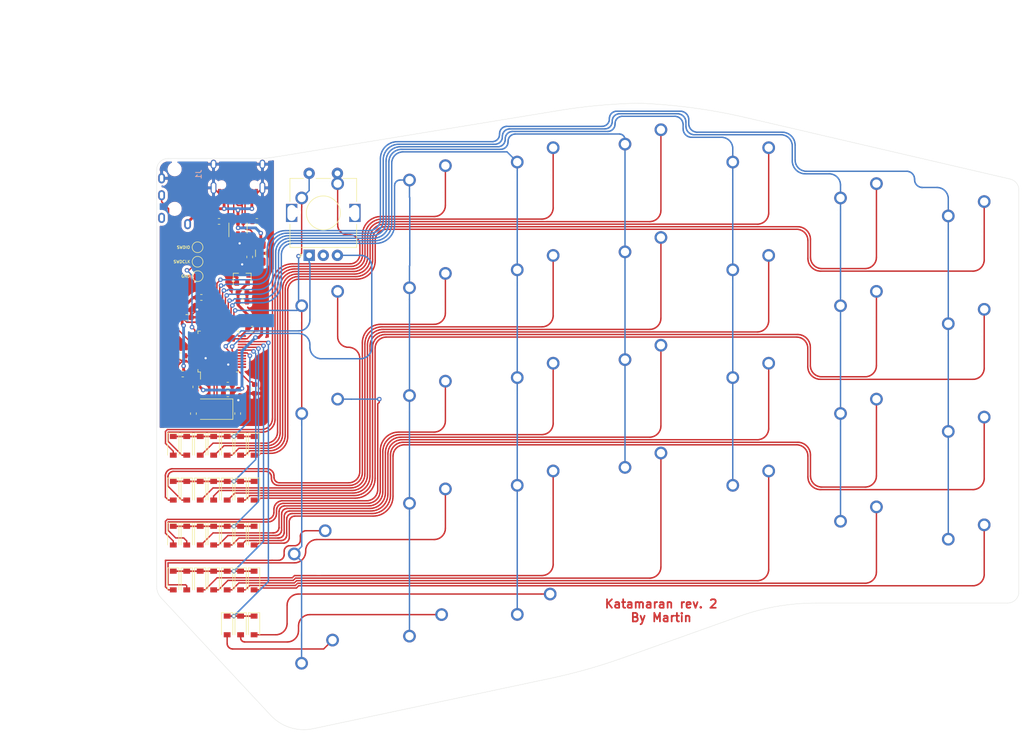
<source format=kicad_pcb>
(kicad_pcb (version 20171130) (host pcbnew "(5.1.4-0)")
  (layers (0 F.Cu signal) (31 B.Cu signal) (34 B.Paste user) (35 F.Paste user) (36 B.SilkS user) (37 F.SilkS user) (38 B.Mask user) (39 F.Mask user) (44 Edge.Cuts user))
  (net 0 "")
  (net 1 "Net-(D1-Pad2)")
  (net 2 "Net-(D2-Pad2)")
  (net 3 "Net-(D3-Pad2)")
  (net 4 "Net-(D4-Pad2)")
  (net 5 "Net-(D5-Pad2)")
  (net 6 "Net-(D6-Pad2)")
  (net 7 "Net-(D7-Pad2)")
  (net 8 "Net-(D8-Pad2)")
  (net 9 "Net-(D9-Pad2)")
  (net 10 "Net-(D10-Pad2)")
  (net 11 "Net-(D11-Pad2)")
  (net 12 "Net-(D12-Pad2)")
  (net 13 "Net-(D13-Pad2)")
  (net 14 "Net-(D14-Pad2)")
  (net 15 "Net-(D15-Pad2)")
  (net 16 "Net-(D16-Pad2)")
  (net 17 "Net-(U1-Pad3)")
  (net 18 "Net-(U1-Pad1)")
  (net 19 "Net-(U2-Pad46)")
  (net 20 "Net-(U2-Pad45)")
  (net 21 "Net-(U2-Pad43)")
  (net 22 "Net-(U2-Pad41)")
  (net 23 "Net-(U2-Pad40)")
  (net 24 "Net-(U2-Pad38)")
  (net 25 D+)
  (net 26 D-)
  (net 27 "Net-(U2-Pad17)")
  (net 28 "Net-(U2-Pad16)")
  (net 29 "Net-(U2-Pad15)")
  (net 30 "Net-(U2-Pad14)")
  (net 31 "Net-(U2-Pad13)")
  (net 32 "Net-(U2-Pad12)")
  (net 33 "Net-(U2-Pad11)")
  (net 34 "Net-(U2-Pad10)")
  (net 35 "Net-(U2-Pad4)")
  (net 36 "Net-(U2-Pad3)")
  (net 37 "Net-(U2-Pad2)")
  (net 38 ROW0)
  (net 39 "Net-(D17-Pad2)")
  (net 40 "Net-(D18-Pad2)")
  (net 41 "Net-(D19-Pad2)")
  (net 42 "Net-(D20-Pad2)")
  (net 43 "Net-(D21-Pad2)")
  (net 44 "Net-(D22-Pad2)")
  (net 45 "Net-(D23-Pad2)")
  (net 46 "Net-(D24-Pad2)")
  (net 47 "Net-(D25-Pad2)")
  (net 48 "Net-(D26-Pad2)")
  (net 49 "Net-(D27-Pad2)")
  (net 50 "Net-(D28-Pad2)")
  (net 51 "Net-(D29-Pad2)")
  (net 52 "Net-(D30-Pad2)")
  (net 53 "Net-(D31-Pad2)")
  (net 54 COL0)
  (net 55 COL1)
  (net 56 COL2)
  (net 57 COL3)
  (net 58 COL4)
  (net 59 ROW1)
  (net 60 ROW2)
  (net 61 ROW3)
  (net 62 ROW4)
  (net 63 COL5)
  (net 64 COL6)
  (net 65 VBUS)
  (net 66 GND)
  (net 67 BOOT0)
  (net 68 SWDCLK)
  (net 69 SWDIO)
  (net 70 VBAT)
  (net 71 "Net-(C5-Pad1)")
  (net 72 "Net-(C4-Pad1)")
  (net 73 NRST)
  (net 74 +5V)
  (net 75 "Net-(R1-Pad2)")
  (net 76 "Net-(R2-Pad2)")
  (net 77 "Net-(USB1-Pad3)")
  (net 78 "Net-(USB1-Pad9)")
  (net 79 SOFTSERIALPIN)
  (net 80 SPLITHANDPIN)
  (module MountingHole:MountingHole_3.2mm_M3 (layer F.Cu) (at 134.894998 67.332997)
    (fp_text reference REF**)
    (fp_text value MountingHole_3.2mm_M3)
    (pad 1 np_thru_hole circle (at 0 0) (size 3.2 3.2) (drill 3.2) (layers *.Cu *.Mask))
  )
  (module MountingHole:MountingHole_3.2mm_M3 (layer F.Cu) (at 226.12198 61.945606)
    (fp_text reference REF**)
    (fp_text value MountingHole_3.2mm_M3)
    (pad 1 np_thru_hole circle (at 0 0) (size 3.2 3.2) (drill 3.2) (layers *.Cu *.Mask))
  )
  (module MountingHole:MountingHole_3.2mm_M3 (layer F.Cu) (at 226.337046 114.280519)
    (fp_text reference REF**)
    (fp_text value MountingHole_3.2mm_M3)
    (pad 1 np_thru_hole circle (at 0 0) (size 3.2 3.2) (drill 3.2) (layers *.Cu *.Mask))
  )
  (module MountingHole:MountingHole_3.2mm_M3 (layer F.Cu) (at 130.79188 121.929683)
    (fp_text reference REF**)
    (fp_text value MountingHole_3.2mm_M3)
    (pad 1 np_thru_hole circle (at 0 0) (size 3.2 3.2) (drill 3.2) (layers *.Cu *.Mask))
  )
  (module Rotary_Encoder:RotaryEncoder_Alps_EC11E-Switch_Vertical_H20mm (layer F.Cu) (at 119.03 68.55 90)
    (fp_text reference REF**)
    (fp_text value RotaryEncoder_Alps_EC11E-Switch_Vertical_H20mm)
    (pad A thru_hole rect (at 0 0 90) (size 2 2) (drill 1) (layers *.Cu *.Mask) (net 28 "Net-(U2-Pad16)"))
    (pad C thru_hole circle (at 0 2.5 90) (size 2 2) (drill 1) (layers *.Cu *.Mask))
    (pad B thru_hole circle (at 0 5 90) (size 2 2) (drill 1) (layers *.Cu *.Mask) (net 27 "Net-(U2-Pad17)"))
    (pad MP thru_hole rect (at 7.5 -3.1 90) (size 3.2 2) (drill oval 2.8 1.5) (layers *.Cu *.Mask))
    (pad MP thru_hole rect (at 7.5 8.1 90) (size 3.2 2) (drill oval 2.8 1.5) (layers *.Cu *.Mask))
    (pad S2 thru_hole circle (at 14.5 0 90) (size 2 2) (drill 1) (layers *.Cu *.Mask) (net 64 COL6))
    (pad S1 thru_hole circle (at 14.5 5 90) (size 2 2) (drill 1) (layers *.Cu *.Mask) (net 7 "Net-(D7-Pad2)"))
  )
  (module TestPoint:TestPoint_Pad_D1.5mm (layer F.Cu) (at 99.32 72.23 180)
    (fp_text reference GND (at 2.12 -0.01) (layer F.SilkS) (effects (font (size 0.5 0.5) (thickness 0.1))))
    (fp_text value Conn_01x01_Female)
    (pad 1 smd circle (at 0 0 180) (size 1.5 1.5) (layers F.Cu F.Mask) (net 66 GND))
  )
  (module TestPoint:TestPoint_Pad_D1.5mm (layer F.Cu) (at 99.3025 69.68125 180)
    (fp_text reference SWDCLK (at 2.7725 0.00125) (layer F.SilkS) (effects (font (size 0.5 0.5) (thickness 0.1))))
    (fp_text value Conn_01x01_Female)
    (pad 1 smd circle (at 0 0 180) (size 1.5 1.5) (layers F.Cu F.Mask) (net 68 SWDCLK))
  )
  (module TestPoint:TestPoint_Pad_D1.5mm (layer F.Cu) (at 99.3 67.12 180)
    (fp_text reference SWDIO (at 2.5 -0.02) (layer F.SilkS) (effects (font (size 0.5 0.5) (thickness 0.1))))
    (fp_text value Conn_01x01_Female)
    (pad 1 smd circle (at 0 0 180) (size 1.5 1.5) (layers F.Cu F.Mask) (net 69 SWDIO))
  )
  (module random-keyboard-parts:PJ-3200B-4A (layer B.Cu) (at 95.25 51.73 270)
    (fp_text reference J1 (at 2.5 -4.25 270) (layer B.SilkS) (effects (justify mirror)))
    (fp_text value Conn_01x04)
    (pad "" np_thru_hole circle (at 8.6 0 270) (size 1.5 1.5) (drill 1.5) (layers *.Cu *.Mask))
    (pad "" np_thru_hole circle (at 1.6 0 270) (size 1.5 1.5) (drill 1.5) (layers *.Cu *.Mask))
    (pad 4 thru_hole oval (at 11.3 -2.3 270) (size 1.8 1.2) (drill oval 1.2 0.6) (layers *.Cu *.Mask) (net 65 VBUS))
    (pad 3 thru_hole oval (at 10.2 2.3 270) (size 1.8 1.2) (drill oval 1.2 0.6) (layers *.Cu *.Mask))
    (pad 2 thru_hole oval (at 6.2 2.3 270) (size 1.8 1.2) (drill oval 1.2 0.6) (layers *.Cu *.Mask) (net 80 SPLITHANDPIN))
    (pad 1 thru_hole oval (at 3.2 2.3 270) (size 1.8 1.2) (drill oval 1.2 0.6) (layers *.Cu *.Mask) (net 66 GND))
  )
  (module Crystal:Crystal_SMD_5032-2Pin_5.0x3.2mm (layer F.Cu) (at 102.49 95.74 180)
    (fp_text reference Y1)
    (fp_text value 8MHz)
    (pad 2 smd rect (at 1.85 0 180) (size 2 2.4) (layers F.Cu F.Paste F.Mask) (net 72 "Net-(C4-Pad1)"))
    (pad 1 smd rect (at -1.85 0 180) (size 2 2.4) (layers F.Cu F.Paste F.Mask) (net 71 "Net-(C5-Pad1)"))
  )
  (module Type-C:HRO-TYPE-C-31-M-12-HandSoldering (layer F.Cu) (at 106.44625 49.8375 180)
    (fp_text reference USB1)
    (fp_text value HRO-TYPE-C-31-M-12)
    (pad 12 smd rect (at 3.225 -8.195 180) (size 0.6 2.45) (layers F.Cu F.Paste F.Mask) (net 66 GND))
    (pad 1 smd rect (at -3.225 -8.195 180) (size 0.6 2.45) (layers F.Cu F.Paste F.Mask) (net 66 GND))
    (pad 11 smd rect (at 2.45 -8.195 180) (size 0.6 2.45) (layers F.Cu F.Paste F.Mask) (net 65 VBUS))
    (pad 2 smd rect (at -2.45 -8.195 180) (size 0.6 2.45) (layers F.Cu F.Paste F.Mask) (net 65 VBUS))
    (pad 3 smd rect (at -1.75 -8.195 180) (size 0.3 2.45) (layers F.Cu F.Paste F.Mask) (net 77 "Net-(USB1-Pad3)"))
    (pad 10 smd rect (at 1.75 -8.195 180) (size 0.3 2.45) (layers F.Cu F.Paste F.Mask) (net 76 "Net-(R2-Pad2)"))
    (pad 4 smd rect (at -1.25 -8.195 180) (size 0.3 2.45) (layers F.Cu F.Paste F.Mask) (net 75 "Net-(R1-Pad2)"))
    (pad 9 smd rect (at 1.25 -8.195 180) (size 0.3 2.45) (layers F.Cu F.Paste F.Mask) (net 78 "Net-(USB1-Pad9)"))
    (pad 5 smd rect (at -0.75 -8.195 180) (size 0.3 2.45) (layers F.Cu F.Paste F.Mask) (net 26 D-))
    (pad 8 smd rect (at 0.75 -8.195 180) (size 0.3 2.45) (layers F.Cu F.Paste F.Mask) (net 25 D+))
    (pad 7 smd rect (at 0.25 -8.195 180) (size 0.3 2.45) (layers F.Cu F.Paste F.Mask) (net 26 D-))
    (pad 6 smd rect (at -0.25 -8.195 180) (size 0.3 2.45) (layers F.Cu F.Paste F.Mask) (net 25 D+))
    (pad "" np_thru_hole circle (at 2.89 -6.25 180) (size 0.65 0.65) (drill 0.65) (layers *.Cu *.Mask))
    (pad "" np_thru_hole circle (at -2.89 -6.25 180) (size 0.65 0.65) (drill 0.65) (layers *.Cu *.Mask))
    (pad 13 thru_hole oval (at -4.32 -6.78 180) (size 1 2.1) (drill oval 0.6 1.7) (layers *.Cu B.Mask) (net 66 GND))
    (pad 13 thru_hole oval (at 4.32 -6.78 180) (size 1 2.1) (drill oval 0.6 1.7) (layers *.Cu B.Mask) (net 66 GND))
    (pad 13 thru_hole oval (at -4.32 -2.6 180) (size 1 1.6) (drill oval 0.6 1.2) (layers *.Cu B.Mask) (net 66 GND))
    (pad 13 thru_hole oval (at 4.32 -2.6 180) (size 1 1.6) (drill oval 0.6 1.2) (layers *.Cu B.Mask) (net 66 GND))
  )
  (module Capacitor_SMD:C_0603_1608Metric (layer F.Cu) (at 107.25 76.76 180)
    (fp_text reference C12)
    (fp_text value 10u)
    (pad 2 smd roundrect (at 0.7875 0 180) (size 0.875 0.95) (layers F.Cu F.Paste F.Mask) (net 70 VBAT))
    (pad 1 smd roundrect (at -0.7875 0 180) (size 0.875 0.95) (layers F.Cu F.Paste F.Mask) (net 66 GND))
  )
  (module Capacitor_SMD:C_0603_1608Metric (layer F.Cu) (at 104.6575 93.03)
    (fp_text reference C11)
    (fp_text value 100n)
    (pad 2 smd roundrect (at 0.7875 0) (size 0.875 0.95) (layers F.Cu F.Paste F.Mask) (net 70 VBAT))
    (pad 1 smd roundrect (at -0.7875 0) (size 0.875 0.95) (layers F.Cu F.Paste F.Mask) (net 66 GND))
  )
  (module Capacitor_SMD:C_0603_1608Metric (layer F.Cu) (at 104.65 91.4975)
    (fp_text reference C10)
    (fp_text value 1u)
    (pad 2 smd roundrect (at 0.7875 0) (size 0.875 0.95) (layers F.Cu F.Paste F.Mask) (net 70 VBAT))
    (pad 1 smd roundrect (at -0.7875 0) (size 0.875 0.95) (layers F.Cu F.Paste F.Mask) (net 66 GND))
  )
  (module Capacitor_SMD:C_0603_1608Metric (layer F.Cu) (at 99 91.8075 90)
    (fp_text reference C9)
    (fp_text value 100n)
    (pad 2 smd roundrect (at 0.7875 0 90) (size 0.875 0.95) (layers F.Cu F.Paste F.Mask) (net 70 VBAT))
    (pad 1 smd roundrect (at -0.7875 0 90) (size 0.875 0.95) (layers F.Cu F.Paste F.Mask) (net 66 GND))
  )
  (module Capacitor_SMD:C_0603_1608Metric (layer F.Cu) (at 97.3775 79.54 180)
    (fp_text reference C8)
    (fp_text value 100n)
    (pad 2 smd roundrect (at 0.7875 0 180) (size 0.875 0.95) (layers F.Cu F.Paste F.Mask) (net 70 VBAT))
    (pad 1 smd roundrect (at -0.7875 0 180) (size 0.875 0.95) (layers F.Cu F.Paste F.Mask) (net 66 GND))
  )
  (module Capacitor_SMD:C_0603_1608Metric (layer F.Cu) (at 108.9575 81.6 180)
    (fp_text reference C7)
    (fp_text value 100n)
    (pad 2 smd roundrect (at 0.7875 0 180) (size 0.875 0.95) (layers F.Cu F.Paste F.Mask) (net 70 VBAT))
    (pad 1 smd roundrect (at -0.7875 0 180) (size 0.875 0.95) (layers F.Cu F.Paste F.Mask) (net 66 GND))
  )
  (module Capacitor_SMD:C_0603_1608Metric (layer F.Cu) (at 96.6825 89.52)
    (fp_text reference C6)
    (fp_text value 100n)
    (pad 2 smd roundrect (at 0.7875 0) (size 0.875 0.95) (layers F.Cu F.Paste F.Mask) (net 70 VBAT))
    (pad 1 smd roundrect (at -0.7875 0) (size 0.875 0.95) (layers F.Cu F.Paste F.Mask) (net 66 GND))
  )
  (module Resistor_SMD:R_0603_1608Metric (layer F.Cu) (at 99.9725 75.99)
    (fp_text reference R3)
    (fp_text value 1.5k)
    (pad 2 smd roundrect (at 0.7875 0) (size 0.875 0.95) (layers F.Cu F.Paste F.Mask) (net 25 D+))
    (pad 1 smd roundrect (at -0.7875 0) (size 0.875 0.95) (layers F.Cu F.Paste F.Mask) (net 70 VBAT))
  )
  (module Resistor_SMD:R_0603_1608Metric (layer F.Cu) (at 103.1025 62.55)
    (fp_text reference R2)
    (fp_text value 5.1k)
    (pad 2 smd roundrect (at 0.7875 0) (size 0.875 0.95) (layers F.Cu F.Paste F.Mask) (net 76 "Net-(R2-Pad2)"))
    (pad 1 smd roundrect (at -0.7875 0) (size 0.875 0.95) (layers F.Cu F.Paste F.Mask) (net 66 GND))
  )
  (module Resistor_SMD:R_0603_1608Metric (layer F.Cu) (at 109.79 62.5575 180)
    (fp_text reference R1)
    (fp_text value 5.1k)
    (pad 2 smd roundrect (at 0.7875 0 180) (size 0.875 0.95) (layers F.Cu F.Paste F.Mask) (net 75 "Net-(R1-Pad2)"))
    (pad 1 smd roundrect (at -0.7875 0 180) (size 0.875 0.95) (layers F.Cu F.Paste F.Mask) (net 66 GND))
  )
  (module Fuse:Fuse_1206_3216Metric_Pad1.42x1.75mm_HandSolder (layer F.Cu) (at 110.46 68.1875 90)
    (fp_text reference F1)
    (fp_text value Fuse_Small)
    (pad 2 smd roundrect (at 1.4875 0 90) (size 1.425 1.75) (layers F.Cu F.Paste F.Mask) (roundrect_rratio 0.175439) (net 65 VBUS))
    (pad 1 smd roundrect (at -1.4875 0 90) (size 1.425 1.75) (layers F.Cu F.Paste F.Mask) (roundrect_rratio 0.175439) (net 74 +5V))
  )
  (module Resistor_SMD:R_0603_1608Metric (layer F.Cu) (at 96.2825 86.31 180)
    (fp_text reference R4)
    (fp_text value 10k)
    (pad 2 smd roundrect (at 0.7875 0 180) (size 0.875 0.95) (layers F.Cu F.Paste F.Mask) (net 66 GND))
    (pad 1 smd roundrect (at -0.7875 0 180) (size 0.875 0.95) (layers F.Cu F.Paste F.Mask) (net 67 BOOT0))
  )
  (module Capacitor_SMD:C_0603_1608Metric (layer F.Cu) (at 107.2475 75.19)
    (fp_text reference CVR2)
    (fp_text value 1uF)
    (pad 2 smd roundrect (at 0.7875 0) (size 0.875 0.95) (layers F.Cu F.Paste F.Mask) (net 66 GND))
    (pad 1 smd roundrect (at -0.7875 0) (size 0.875 0.95) (layers F.Cu F.Paste F.Mask) (net 70 VBAT))
  )
  (module Capacitor_SMD:C_0603_1608Metric (layer F.Cu) (at 108.52 68.8375 90)
    (fp_text reference CVR1)
    (fp_text value 1uF)
    (pad 2 smd roundrect (at 0.7875 0 90) (size 0.875 0.95) (layers F.Cu F.Paste F.Mask) (net 66 GND))
    (pad 1 smd roundrect (at -0.7875 0 90) (size 0.875 0.95) (layers F.Cu F.Paste F.Mask) (net 74 +5V))
  )
  (module Capacitor_SMD:C_0603_1608Metric (layer F.Cu) (at 106.4 96.5175 270)
    (fp_text reference C5)
    (fp_text value 20p)
    (pad 2 smd roundrect (at 0.7875 0 270) (size 0.875 0.95) (layers F.Cu F.Paste F.Mask) (net 66 GND))
    (pad 1 smd roundrect (at -0.7875 0 270) (size 0.875 0.95) (layers F.Cu F.Paste F.Mask) (net 71 "Net-(C5-Pad1)"))
  )
  (module Capacitor_SMD:C_0603_1608Metric (layer F.Cu) (at 98.57 96.53 270)
    (fp_text reference C4)
    (fp_text value 20p)
    (pad 2 smd roundrect (at 0.7875 0 270) (size 0.875 0.95) (layers F.Cu F.Paste F.Mask) (net 66 GND))
    (pad 1 smd roundrect (at -0.7875 0 270) (size 0.875 0.95) (layers F.Cu F.Paste F.Mask) (net 72 "Net-(C4-Pad1)"))
  )
  (module Capacitor_SMD:C_0603_1608Metric (layer F.Cu) (at 109.39 92.1725 270)
    (fp_text reference C3)
    (fp_text value 100n)
    (pad 2 smd roundrect (at 0.7875 0 270) (size 0.875 0.95) (layers F.Cu F.Paste F.Mask) (net 66 GND))
    (pad 1 smd roundrect (at -0.7875 0 270) (size 0.875 0.95) (layers F.Cu F.Paste F.Mask) (net 73 NRST))
  )
  (module MX_Only:MXOnly-1U-NoLED (layer F.Cu) (at 122.03 142.13 15)
    (fp_text reference SW31)
    (fp_text value SW_Push)
    (pad 2 thru_hole circle (at 2.54 -5.08 15) (size 2.25 2.25) (drill 1.47) (layers *.Cu *.Mask) (net 53 "Net-(D31-Pad2)"))
    (pad "" np_thru_hole circle (at 0 0 15) (size 3.9878 3.9878) (drill 3.9878) (layers *.Cu *.Mask))
    (pad 1 thru_hole circle (at -3.81 -2.54 15) (size 2.25 2.25) (drill 1.47) (layers *.Cu *.Mask) (net 64 COL6))
    (pad "" np_thru_hole circle (at -5.08 0 63.0996) (size 1.75 1.75) (drill 1.75) (layers *.Cu *.Mask))
    (pad "" np_thru_hole circle (at 5.08 0 63.0996) (size 1.75 1.75) (drill 1.75) (layers *.Cu *.Mask))
  )
  (module MX_Only:MXOnly-1U-NoLED (layer F.Cu) (at 141.02 137.56 12)
    (fp_text reference SW30)
    (fp_text value SW_Push)
    (pad 2 thru_hole circle (at 2.54 -5.08 12) (size 2.25 2.25) (drill 1.47) (layers *.Cu *.Mask) (net 52 "Net-(D30-Pad2)"))
    (pad "" np_thru_hole circle (at 0 0 12) (size 3.9878 3.9878) (drill 3.9878) (layers *.Cu *.Mask))
    (pad 1 thru_hole circle (at -3.81 -2.54 12) (size 2.25 2.25) (drill 1.47) (layers *.Cu *.Mask) (net 63 COL5))
    (pad "" np_thru_hole circle (at -5.08 0 60.0996) (size 1.75 1.75) (drill 1.75) (layers *.Cu *.Mask))
    (pad "" np_thru_hole circle (at 5.08 0 60.0996) (size 1.75 1.75) (drill 1.75) (layers *.Cu *.Mask))
  )
  (module MX_Only:MXOnly-1U-NoLED (layer F.Cu) (at 160.02 133.87 10)
    (fp_text reference SW29)
    (fp_text value SW_Push)
    (pad 2 thru_hole circle (at 2.54 -5.08 10) (size 2.25 2.25) (drill 1.47) (layers *.Cu *.Mask) (net 51 "Net-(D29-Pad2)"))
    (pad "" np_thru_hole circle (at 0 0 10) (size 3.9878 3.9878) (drill 3.9878) (layers *.Cu *.Mask))
    (pad 1 thru_hole circle (at -3.81 -2.54 10) (size 2.25 2.25) (drill 1.47) (layers *.Cu *.Mask) (net 58 COL4))
    (pad "" np_thru_hole circle (at -5.08 0 58.0996) (size 1.75 1.75) (drill 1.75) (layers *.Cu *.Mask))
    (pad "" np_thru_hole circle (at 5.08 0 58.0996) (size 1.75 1.75) (drill 1.75) (layers *.Cu *.Mask))
  )
  (module MX_Only:MXOnly-1U-NoLED (layer F.Cu) (at 120.73 122.8 15)
    (fp_text reference SW28)
    (fp_text value SW_Push)
    (pad 2 thru_hole circle (at 2.54 -5.08 15) (size 2.25 2.25) (drill 1.47) (layers *.Cu *.Mask) (net 50 "Net-(D28-Pad2)"))
    (pad "" np_thru_hole circle (at 0 0 15) (size 3.9878 3.9878) (drill 3.9878) (layers *.Cu *.Mask))
    (pad 1 thru_hole circle (at -3.81 -2.54 15) (size 2.25 2.25) (drill 1.47) (layers *.Cu *.Mask) (net 64 COL6))
    (pad "" np_thru_hole circle (at -5.08 0 63.0996) (size 1.75 1.75) (drill 1.75) (layers *.Cu *.Mask))
    (pad "" np_thru_hole circle (at 5.08 0 63.0996) (size 1.75 1.75) (drill 1.75) (layers *.Cu *.Mask))
  )
  (module MX_Only:MXOnly-1U-NoLED (layer F.Cu) (at 140.5775 114.925)
    (fp_text reference SW27)
    (fp_text value SW_Push)
    (pad 2 thru_hole circle (at 2.54 -5.08) (size 2.25 2.25) (drill 1.47) (layers *.Cu *.Mask) (net 49 "Net-(D27-Pad2)"))
    (pad "" np_thru_hole circle (at 0 0) (size 3.9878 3.9878) (drill 3.9878) (layers *.Cu *.Mask))
    (pad 1 thru_hole circle (at -3.81 -2.54) (size 2.25 2.25) (drill 1.47) (layers *.Cu *.Mask) (net 63 COL5))
    (pad "" np_thru_hole circle (at -5.08 0 48.0996) (size 1.75 1.75) (drill 1.75) (layers *.Cu *.Mask))
    (pad "" np_thru_hole circle (at 5.08 0 48.0996) (size 1.75 1.75) (drill 1.75) (layers *.Cu *.Mask))
  )
  (module MX_Only:MXOnly-1U-NoLED (layer F.Cu) (at 159.6275 111.75)
    (fp_text reference SW26)
    (fp_text value SW_Push)
    (pad 2 thru_hole circle (at 2.54 -5.08) (size 2.25 2.25) (drill 1.47) (layers *.Cu *.Mask) (net 48 "Net-(D26-Pad2)"))
    (pad "" np_thru_hole circle (at 0 0) (size 3.9878 3.9878) (drill 3.9878) (layers *.Cu *.Mask))
    (pad 1 thru_hole circle (at -3.81 -2.54) (size 2.25 2.25) (drill 1.47) (layers *.Cu *.Mask) (net 58 COL4))
    (pad "" np_thru_hole circle (at -5.08 0 48.0996) (size 1.75 1.75) (drill 1.75) (layers *.Cu *.Mask))
    (pad "" np_thru_hole circle (at 5.08 0 48.0996) (size 1.75 1.75) (drill 1.75) (layers *.Cu *.Mask))
  )
  (module MX_Only:MXOnly-1U-NoLED (layer F.Cu) (at 178.6775 108.575)
    (fp_text reference SW25)
    (fp_text value SW_Push)
    (pad 2 thru_hole circle (at 2.54 -5.08) (size 2.25 2.25) (drill 1.47) (layers *.Cu *.Mask) (net 47 "Net-(D25-Pad2)"))
    (pad "" np_thru_hole circle (at 0 0) (size 3.9878 3.9878) (drill 3.9878) (layers *.Cu *.Mask))
    (pad 1 thru_hole circle (at -3.81 -2.54) (size 2.25 2.25) (drill 1.47) (layers *.Cu *.Mask) (net 57 COL3))
    (pad "" np_thru_hole circle (at -5.08 0 48.0996) (size 1.75 1.75) (drill 1.75) (layers *.Cu *.Mask))
    (pad "" np_thru_hole circle (at 5.08 0 48.0996) (size 1.75 1.75) (drill 1.75) (layers *.Cu *.Mask))
  )
  (module MX_Only:MXOnly-1U-NoLED (layer F.Cu) (at 197.7275 111.75)
    (fp_text reference SW24)
    (fp_text value SW_Push)
    (pad 2 thru_hole circle (at 2.54 -5.08) (size 2.25 2.25) (drill 1.47) (layers *.Cu *.Mask) (net 46 "Net-(D24-Pad2)"))
    (pad "" np_thru_hole circle (at 0 0) (size 3.9878 3.9878) (drill 3.9878) (layers *.Cu *.Mask))
    (pad 1 thru_hole circle (at -3.81 -2.54) (size 2.25 2.25) (drill 1.47) (layers *.Cu *.Mask) (net 56 COL2))
    (pad "" np_thru_hole circle (at -5.08 0 48.0996) (size 1.75 1.75) (drill 1.75) (layers *.Cu *.Mask))
    (pad "" np_thru_hole circle (at 5.08 0 48.0996) (size 1.75 1.75) (drill 1.75) (layers *.Cu *.Mask))
  )
  (module MX_Only:MXOnly-1U-NoLED (layer F.Cu) (at 216.7775 118.1)
    (fp_text reference SW23)
    (fp_text value SW_Push)
    (pad 2 thru_hole circle (at 2.54 -5.08) (size 2.25 2.25) (drill 1.47) (layers *.Cu *.Mask) (net 45 "Net-(D23-Pad2)"))
    (pad "" np_thru_hole circle (at 0 0) (size 3.9878 3.9878) (drill 3.9878) (layers *.Cu *.Mask))
    (pad 1 thru_hole circle (at -3.81 -2.54) (size 2.25 2.25) (drill 1.47) (layers *.Cu *.Mask) (net 55 COL1))
    (pad "" np_thru_hole circle (at -5.08 0 48.0996) (size 1.75 1.75) (drill 1.75) (layers *.Cu *.Mask))
    (pad "" np_thru_hole circle (at 5.08 0 48.0996) (size 1.75 1.75) (drill 1.75) (layers *.Cu *.Mask))
  )
  (module MX_Only:MXOnly-1U-NoLED (layer F.Cu) (at 235.8275 121.275)
    (fp_text reference SW22)
    (fp_text value SW_Push)
    (pad 2 thru_hole circle (at 2.54 -5.08) (size 2.25 2.25) (drill 1.47) (layers *.Cu *.Mask) (net 44 "Net-(D22-Pad2)"))
    (pad "" np_thru_hole circle (at 0 0) (size 3.9878 3.9878) (drill 3.9878) (layers *.Cu *.Mask))
    (pad 1 thru_hole circle (at -3.81 -2.54) (size 2.25 2.25) (drill 1.47) (layers *.Cu *.Mask) (net 54 COL0))
    (pad "" np_thru_hole circle (at -5.08 0 48.0996) (size 1.75 1.75) (drill 1.75) (layers *.Cu *.Mask))
    (pad "" np_thru_hole circle (at 5.08 0 48.0996) (size 1.75 1.75) (drill 1.75) (layers *.Cu *.Mask))
  )
  (module MX_Only:MXOnly-1U-NoLED (layer F.Cu) (at 121.5275 99.05)
    (fp_text reference SW21)
    (fp_text value SW_Push)
    (pad 2 thru_hole circle (at 2.54 -5.08) (size 2.25 2.25) (drill 1.47) (layers *.Cu *.Mask) (net 43 "Net-(D21-Pad2)"))
    (pad "" np_thru_hole circle (at 0 0) (size 3.9878 3.9878) (drill 3.9878) (layers *.Cu *.Mask))
    (pad 1 thru_hole circle (at -3.81 -2.54) (size 2.25 2.25) (drill 1.47) (layers *.Cu *.Mask) (net 64 COL6))
    (pad "" np_thru_hole circle (at -5.08 0 48.0996) (size 1.75 1.75) (drill 1.75) (layers *.Cu *.Mask))
    (pad "" np_thru_hole circle (at 5.08 0 48.0996) (size 1.75 1.75) (drill 1.75) (layers *.Cu *.Mask))
  )
  (module MX_Only:MXOnly-1U-NoLED (layer F.Cu) (at 140.5775 95.875)
    (fp_text reference SW20)
    (fp_text value SW_Push)
    (pad 2 thru_hole circle (at 2.54 -5.08) (size 2.25 2.25) (drill 1.47) (layers *.Cu *.Mask) (net 42 "Net-(D20-Pad2)"))
    (pad "" np_thru_hole circle (at 0 0) (size 3.9878 3.9878) (drill 3.9878) (layers *.Cu *.Mask))
    (pad 1 thru_hole circle (at -3.81 -2.54) (size 2.25 2.25) (drill 1.47) (layers *.Cu *.Mask) (net 63 COL5))
    (pad "" np_thru_hole circle (at -5.08 0 48.0996) (size 1.75 1.75) (drill 1.75) (layers *.Cu *.Mask))
    (pad "" np_thru_hole circle (at 5.08 0 48.0996) (size 1.75 1.75) (drill 1.75) (layers *.Cu *.Mask))
  )
  (module MX_Only:MXOnly-1U-NoLED (layer F.Cu) (at 159.6275 92.7)
    (fp_text reference SW19)
    (fp_text value SW_Push)
    (pad 2 thru_hole circle (at 2.54 -5.08) (size 2.25 2.25) (drill 1.47) (layers *.Cu *.Mask) (net 41 "Net-(D19-Pad2)"))
    (pad "" np_thru_hole circle (at 0 0) (size 3.9878 3.9878) (drill 3.9878) (layers *.Cu *.Mask))
    (pad 1 thru_hole circle (at -3.81 -2.54) (size 2.25 2.25) (drill 1.47) (layers *.Cu *.Mask) (net 58 COL4))
    (pad "" np_thru_hole circle (at -5.08 0 48.0996) (size 1.75 1.75) (drill 1.75) (layers *.Cu *.Mask))
    (pad "" np_thru_hole circle (at 5.08 0 48.0996) (size 1.75 1.75) (drill 1.75) (layers *.Cu *.Mask))
  )
  (module MX_Only:MXOnly-1U-NoLED (layer F.Cu) (at 178.6775 89.525)
    (fp_text reference SW18)
    (fp_text value SW_Push)
    (pad 2 thru_hole circle (at 2.54 -5.08) (size 2.25 2.25) (drill 1.47) (layers *.Cu *.Mask) (net 40 "Net-(D18-Pad2)"))
    (pad "" np_thru_hole circle (at 0 0) (size 3.9878 3.9878) (drill 3.9878) (layers *.Cu *.Mask))
    (pad 1 thru_hole circle (at -3.81 -2.54) (size 2.25 2.25) (drill 1.47) (layers *.Cu *.Mask) (net 57 COL3))
    (pad "" np_thru_hole circle (at -5.08 0 48.0996) (size 1.75 1.75) (drill 1.75) (layers *.Cu *.Mask))
    (pad "" np_thru_hole circle (at 5.08 0 48.0996) (size 1.75 1.75) (drill 1.75) (layers *.Cu *.Mask))
  )
  (module MX_Only:MXOnly-1U-NoLED (layer F.Cu) (at 197.7275 92.7)
    (fp_text reference SW17)
    (fp_text value SW_Push)
    (pad 2 thru_hole circle (at 2.54 -5.08) (size 2.25 2.25) (drill 1.47) (layers *.Cu *.Mask) (net 39 "Net-(D17-Pad2)"))
    (pad "" np_thru_hole circle (at 0 0) (size 3.9878 3.9878) (drill 3.9878) (layers *.Cu *.Mask))
    (pad 1 thru_hole circle (at -3.81 -2.54) (size 2.25 2.25) (drill 1.47) (layers *.Cu *.Mask) (net 56 COL2))
    (pad "" np_thru_hole circle (at -5.08 0 48.0996) (size 1.75 1.75) (drill 1.75) (layers *.Cu *.Mask))
    (pad "" np_thru_hole circle (at 5.08 0 48.0996) (size 1.75 1.75) (drill 1.75) (layers *.Cu *.Mask))
  )
  (module MX_Only:MXOnly-1U-NoLED (layer F.Cu) (at 216.7775 99.05)
    (fp_text reference SW16)
    (fp_text value SW_Push)
    (pad 2 thru_hole circle (at 2.54 -5.08) (size 2.25 2.25) (drill 1.47) (layers *.Cu *.Mask) (net 16 "Net-(D16-Pad2)"))
    (pad "" np_thru_hole circle (at 0 0) (size 3.9878 3.9878) (drill 3.9878) (layers *.Cu *.Mask))
    (pad 1 thru_hole circle (at -3.81 -2.54) (size 2.25 2.25) (drill 1.47) (layers *.Cu *.Mask) (net 55 COL1))
    (pad "" np_thru_hole circle (at -5.08 0 48.0996) (size 1.75 1.75) (drill 1.75) (layers *.Cu *.Mask))
    (pad "" np_thru_hole circle (at 5.08 0 48.0996) (size 1.75 1.75) (drill 1.75) (layers *.Cu *.Mask))
  )
  (module MX_Only:MXOnly-1U-NoLED (layer F.Cu) (at 235.8275 102.225)
    (fp_text reference SW15)
    (fp_text value SW_Push)
    (pad 2 thru_hole circle (at 2.54 -5.08) (size 2.25 2.25) (drill 1.47) (layers *.Cu *.Mask) (net 15 "Net-(D15-Pad2)"))
    (pad "" np_thru_hole circle (at 0 0) (size 3.9878 3.9878) (drill 3.9878) (layers *.Cu *.Mask))
    (pad 1 thru_hole circle (at -3.81 -2.54) (size 2.25 2.25) (drill 1.47) (layers *.Cu *.Mask) (net 54 COL0))
    (pad "" np_thru_hole circle (at -5.08 0 48.0996) (size 1.75 1.75) (drill 1.75) (layers *.Cu *.Mask))
    (pad "" np_thru_hole circle (at 5.08 0 48.0996) (size 1.75 1.75) (drill 1.75) (layers *.Cu *.Mask))
  )
  (module MX_Only:MXOnly-1U-NoLED (layer F.Cu) (at 121.5275 80)
    (fp_text reference SW14)
    (fp_text value SW_Push)
    (pad 2 thru_hole circle (at 2.54 -5.08) (size 2.25 2.25) (drill 1.47) (layers *.Cu *.Mask) (net 14 "Net-(D14-Pad2)"))
    (pad "" np_thru_hole circle (at 0 0) (size 3.9878 3.9878) (drill 3.9878) (layers *.Cu *.Mask))
    (pad 1 thru_hole circle (at -3.81 -2.54) (size 2.25 2.25) (drill 1.47) (layers *.Cu *.Mask) (net 64 COL6))
    (pad "" np_thru_hole circle (at -5.08 0 48.0996) (size 1.75 1.75) (drill 1.75) (layers *.Cu *.Mask))
    (pad "" np_thru_hole circle (at 5.08 0 48.0996) (size 1.75 1.75) (drill 1.75) (layers *.Cu *.Mask))
  )
  (module MX_Only:MXOnly-1U-NoLED (layer F.Cu) (at 140.5775 76.825)
    (fp_text reference SW13)
    (fp_text value SW_Push)
    (pad 2 thru_hole circle (at 2.54 -5.08) (size 2.25 2.25) (drill 1.47) (layers *.Cu *.Mask) (net 13 "Net-(D13-Pad2)"))
    (pad "" np_thru_hole circle (at 0 0) (size 3.9878 3.9878) (drill 3.9878) (layers *.Cu *.Mask))
    (pad 1 thru_hole circle (at -3.81 -2.54) (size 2.25 2.25) (drill 1.47) (layers *.Cu *.Mask) (net 63 COL5))
    (pad "" np_thru_hole circle (at -5.08 0 48.0996) (size 1.75 1.75) (drill 1.75) (layers *.Cu *.Mask))
    (pad "" np_thru_hole circle (at 5.08 0 48.0996) (size 1.75 1.75) (drill 1.75) (layers *.Cu *.Mask))
  )
  (module MX_Only:MXOnly-1U-NoLED (layer F.Cu) (at 159.6275 73.65)
    (fp_text reference SW12)
    (fp_text value SW_Push)
    (pad 2 thru_hole circle (at 2.54 -5.08) (size 2.25 2.25) (drill 1.47) (layers *.Cu *.Mask) (net 12 "Net-(D12-Pad2)"))
    (pad "" np_thru_hole circle (at 0 0) (size 3.9878 3.9878) (drill 3.9878) (layers *.Cu *.Mask))
    (pad 1 thru_hole circle (at -3.81 -2.54) (size 2.25 2.25) (drill 1.47) (layers *.Cu *.Mask) (net 58 COL4))
    (pad "" np_thru_hole circle (at -5.08 0 48.0996) (size 1.75 1.75) (drill 1.75) (layers *.Cu *.Mask))
    (pad "" np_thru_hole circle (at 5.08 0 48.0996) (size 1.75 1.75) (drill 1.75) (layers *.Cu *.Mask))
  )
  (module MX_Only:MXOnly-1U-NoLED (layer F.Cu) (at 178.6775 70.475)
    (fp_text reference SW11)
    (fp_text value SW_Push)
    (pad 2 thru_hole circle (at 2.54 -5.08) (size 2.25 2.25) (drill 1.47) (layers *.Cu *.Mask) (net 11 "Net-(D11-Pad2)"))
    (pad "" np_thru_hole circle (at 0 0) (size 3.9878 3.9878) (drill 3.9878) (layers *.Cu *.Mask))
    (pad 1 thru_hole circle (at -3.81 -2.54) (size 2.25 2.25) (drill 1.47) (layers *.Cu *.Mask) (net 57 COL3))
    (pad "" np_thru_hole circle (at -5.08 0 48.0996) (size 1.75 1.75) (drill 1.75) (layers *.Cu *.Mask))
    (pad "" np_thru_hole circle (at 5.08 0 48.0996) (size 1.75 1.75) (drill 1.75) (layers *.Cu *.Mask))
  )
  (module MX_Only:MXOnly-1U-NoLED (layer F.Cu) (at 197.7275 73.65)
    (fp_text reference SW10)
    (fp_text value SW_Push)
    (pad 2 thru_hole circle (at 2.54 -5.08) (size 2.25 2.25) (drill 1.47) (layers *.Cu *.Mask) (net 10 "Net-(D10-Pad2)"))
    (pad "" np_thru_hole circle (at 0 0) (size 3.9878 3.9878) (drill 3.9878) (layers *.Cu *.Mask))
    (pad 1 thru_hole circle (at -3.81 -2.54) (size 2.25 2.25) (drill 1.47) (layers *.Cu *.Mask) (net 56 COL2))
    (pad "" np_thru_hole circle (at -5.08 0 48.0996) (size 1.75 1.75) (drill 1.75) (layers *.Cu *.Mask))
    (pad "" np_thru_hole circle (at 5.08 0 48.0996) (size 1.75 1.75) (drill 1.75) (layers *.Cu *.Mask))
  )
  (module MX_Only:MXOnly-1U-NoLED (layer F.Cu) (at 216.7775 80)
    (fp_text reference SW9)
    (fp_text value SW_Push)
    (pad 2 thru_hole circle (at 2.54 -5.08) (size 2.25 2.25) (drill 1.47) (layers *.Cu *.Mask) (net 9 "Net-(D9-Pad2)"))
    (pad "" np_thru_hole circle (at 0 0) (size 3.9878 3.9878) (drill 3.9878) (layers *.Cu *.Mask))
    (pad 1 thru_hole circle (at -3.81 -2.54) (size 2.25 2.25) (drill 1.47) (layers *.Cu *.Mask) (net 55 COL1))
    (pad "" np_thru_hole circle (at -5.08 0 48.0996) (size 1.75 1.75) (drill 1.75) (layers *.Cu *.Mask))
    (pad "" np_thru_hole circle (at 5.08 0 48.0996) (size 1.75 1.75) (drill 1.75) (layers *.Cu *.Mask))
  )
  (module MX_Only:MXOnly-1U-NoLED (layer F.Cu) (at 235.8275 83.175)
    (fp_text reference SW8)
    (fp_text value SW_Push)
    (pad 2 thru_hole circle (at 2.54 -5.08) (size 2.25 2.25) (drill 1.47) (layers *.Cu *.Mask) (net 8 "Net-(D8-Pad2)"))
    (pad "" np_thru_hole circle (at 0 0) (size 3.9878 3.9878) (drill 3.9878) (layers *.Cu *.Mask))
    (pad 1 thru_hole circle (at -3.81 -2.54) (size 2.25 2.25) (drill 1.47) (layers *.Cu *.Mask) (net 54 COL0))
    (pad "" np_thru_hole circle (at -5.08 0 48.0996) (size 1.75 1.75) (drill 1.75) (layers *.Cu *.Mask))
    (pad "" np_thru_hole circle (at 5.08 0 48.0996) (size 1.75 1.75) (drill 1.75) (layers *.Cu *.Mask))
  )
  (module MX_Only:MXOnly-1U-NoLED (layer F.Cu) (at 121.5275 60.95)
    (fp_text reference SW7)
    (fp_text value SW_Push)
    (pad 2 thru_hole circle (at 2.54 -5.08) (size 2.25 2.25) (drill 1.47) (layers *.Cu *.Mask) (net 7 "Net-(D7-Pad2)"))
    (pad "" np_thru_hole circle (at 0 0) (size 3.9878 3.9878) (drill 3.9878) (layers *.Cu *.Mask))
    (pad 1 thru_hole circle (at -3.81 -2.54) (size 2.25 2.25) (drill 1.47) (layers *.Cu *.Mask) (net 64 COL6))
    (pad "" np_thru_hole circle (at -5.08 0 48.0996) (size 1.75 1.75) (drill 1.75) (layers *.Cu *.Mask))
    (pad "" np_thru_hole circle (at 5.08 0 48.0996) (size 1.75 1.75) (drill 1.75) (layers *.Cu *.Mask))
  )
  (module MX_Only:MXOnly-1U-NoLED (layer F.Cu) (at 140.5775 57.775)
    (fp_text reference SW6)
    (fp_text value SW_Push)
    (pad 2 thru_hole circle (at 2.54 -5.08) (size 2.25 2.25) (drill 1.47) (layers *.Cu *.Mask) (net 6 "Net-(D6-Pad2)"))
    (pad "" np_thru_hole circle (at 0 0) (size 3.9878 3.9878) (drill 3.9878) (layers *.Cu *.Mask))
    (pad 1 thru_hole circle (at -3.81 -2.54) (size 2.25 2.25) (drill 1.47) (layers *.Cu *.Mask) (net 63 COL5))
    (pad "" np_thru_hole circle (at -5.08 0 48.0996) (size 1.75 1.75) (drill 1.75) (layers *.Cu *.Mask))
    (pad "" np_thru_hole circle (at 5.08 0 48.0996) (size 1.75 1.75) (drill 1.75) (layers *.Cu *.Mask))
  )
  (module MX_Only:MXOnly-1U-NoLED (layer F.Cu) (at 159.6275 54.6)
    (fp_text reference SW5)
    (fp_text value SW_Push)
    (pad 2 thru_hole circle (at 2.54 -5.08) (size 2.25 2.25) (drill 1.47) (layers *.Cu *.Mask) (net 5 "Net-(D5-Pad2)"))
    (pad "" np_thru_hole circle (at 0 0) (size 3.9878 3.9878) (drill 3.9878) (layers *.Cu *.Mask))
    (pad 1 thru_hole circle (at -3.81 -2.54) (size 2.25 2.25) (drill 1.47) (layers *.Cu *.Mask) (net 58 COL4))
    (pad "" np_thru_hole circle (at -5.08 0 48.0996) (size 1.75 1.75) (drill 1.75) (layers *.Cu *.Mask))
    (pad "" np_thru_hole circle (at 5.08 0 48.0996) (size 1.75 1.75) (drill 1.75) (layers *.Cu *.Mask))
  )
  (module MX_Only:MXOnly-1U-NoLED (layer F.Cu) (at 178.6775 51.425)
    (fp_text reference SW4)
    (fp_text value SW_Push)
    (pad 2 thru_hole circle (at 2.54 -5.08) (size 2.25 2.25) (drill 1.47) (layers *.Cu *.Mask) (net 4 "Net-(D4-Pad2)"))
    (pad "" np_thru_hole circle (at 0 0) (size 3.9878 3.9878) (drill 3.9878) (layers *.Cu *.Mask))
    (pad 1 thru_hole circle (at -3.81 -2.54) (size 2.25 2.25) (drill 1.47) (layers *.Cu *.Mask) (net 57 COL3))
    (pad "" np_thru_hole circle (at -5.08 0 48.0996) (size 1.75 1.75) (drill 1.75) (layers *.Cu *.Mask))
    (pad "" np_thru_hole circle (at 5.08 0 48.0996) (size 1.75 1.75) (drill 1.75) (layers *.Cu *.Mask))
  )
  (module MX_Only:MXOnly-1U-NoLED (layer F.Cu) (at 197.7275 54.6)
    (fp_text reference SW3)
    (fp_text value SW_Push)
    (pad 2 thru_hole circle (at 2.54 -5.08) (size 2.25 2.25) (drill 1.47) (layers *.Cu *.Mask) (net 3 "Net-(D3-Pad2)"))
    (pad "" np_thru_hole circle (at 0 0) (size 3.9878 3.9878) (drill 3.9878) (layers *.Cu *.Mask))
    (pad 1 thru_hole circle (at -3.81 -2.54) (size 2.25 2.25) (drill 1.47) (layers *.Cu *.Mask) (net 56 COL2))
    (pad "" np_thru_hole circle (at -5.08 0 48.0996) (size 1.75 1.75) (drill 1.75) (layers *.Cu *.Mask))
    (pad "" np_thru_hole circle (at 5.08 0 48.0996) (size 1.75 1.75) (drill 1.75) (layers *.Cu *.Mask))
  )
  (module MX_Only:MXOnly-1U-NoLED (layer F.Cu) (at 216.7775 60.95)
    (fp_text reference SW2)
    (fp_text value SW_Push)
    (pad 2 thru_hole circle (at 2.54 -5.08) (size 2.25 2.25) (drill 1.47) (layers *.Cu *.Mask) (net 2 "Net-(D2-Pad2)"))
    (pad "" np_thru_hole circle (at 0 0) (size 3.9878 3.9878) (drill 3.9878) (layers *.Cu *.Mask))
    (pad 1 thru_hole circle (at -3.81 -2.54) (size 2.25 2.25) (drill 1.47) (layers *.Cu *.Mask) (net 55 COL1))
    (pad "" np_thru_hole circle (at -5.08 0 48.0996) (size 1.75 1.75) (drill 1.75) (layers *.Cu *.Mask))
    (pad "" np_thru_hole circle (at 5.08 0 48.0996) (size 1.75 1.75) (drill 1.75) (layers *.Cu *.Mask))
  )
  (module MX_Only:MXOnly-1U-NoLED (layer F.Cu) (at 235.8275 64.125)
    (fp_text reference SW1)
    (fp_text value SW_Push)
    (pad 2 thru_hole circle (at 2.54 -5.08) (size 2.25 2.25) (drill 1.47) (layers *.Cu *.Mask) (net 1 "Net-(D1-Pad2)"))
    (pad "" np_thru_hole circle (at 0 0) (size 3.9878 3.9878) (drill 3.9878) (layers *.Cu *.Mask))
    (pad 1 thru_hole circle (at -3.81 -2.54) (size 2.25 2.25) (drill 1.47) (layers *.Cu *.Mask) (net 54 COL0))
    (pad "" np_thru_hole circle (at -5.08 0 48.0996) (size 1.75 1.75) (drill 1.75) (layers *.Cu *.Mask))
    (pad "" np_thru_hole circle (at 5.08 0 48.0996) (size 1.75 1.75) (drill 1.75) (layers *.Cu *.Mask))
  )
  (module Diode_SMD:D_SOD-123 (layer F.Cu) (at 104.5325 133.975 270)
    (fp_text reference D31)
    (fp_text value D_Small)
    (pad 2 smd rect (at 1.65 0 270) (size 0.9 1.2) (layers F.Cu F.Paste F.Mask) (net 53 "Net-(D31-Pad2)"))
    (pad 1 smd rect (at -1.65 0 270) (size 0.9 1.2) (layers F.Cu F.Paste F.Mask) (net 62 ROW4))
  )
  (module Diode_SMD:D_SOD-123 (layer F.Cu) (at 106.91375 133.975 270)
    (fp_text reference D30)
    (fp_text value D_Small)
    (pad 2 smd rect (at 1.65 0 270) (size 0.9 1.2) (layers F.Cu F.Paste F.Mask) (net 52 "Net-(D30-Pad2)"))
    (pad 1 smd rect (at -1.65 0 270) (size 0.9 1.2) (layers F.Cu F.Paste F.Mask) (net 62 ROW4))
  )
  (module Diode_SMD:D_SOD-123 (layer F.Cu) (at 109.295 133.975 270)
    (fp_text reference D29)
    (fp_text value D_Small)
    (pad 2 smd rect (at 1.65 0 270) (size 0.9 1.2) (layers F.Cu F.Paste F.Mask) (net 51 "Net-(D29-Pad2)"))
    (pad 1 smd rect (at -1.65 0 270) (size 0.9 1.2) (layers F.Cu F.Paste F.Mask) (net 62 ROW4))
  )
  (module Diode_SMD:D_SOD-123 (layer F.Cu) (at 95.0075 126.0375 270)
    (fp_text reference D28)
    (fp_text value D_Small)
    (pad 2 smd rect (at 1.65 0 270) (size 0.9 1.2) (layers F.Cu F.Paste F.Mask) (net 50 "Net-(D28-Pad2)"))
    (pad 1 smd rect (at -1.65 0 270) (size 0.9 1.2) (layers F.Cu F.Paste F.Mask) (net 61 ROW3))
  )
  (module Diode_SMD:D_SOD-123 (layer F.Cu) (at 97.38875 126.0375 270)
    (fp_text reference D27)
    (fp_text value D_Small)
    (pad 2 smd rect (at 1.65 0 270) (size 0.9 1.2) (layers F.Cu F.Paste F.Mask) (net 49 "Net-(D27-Pad2)"))
    (pad 1 smd rect (at -1.65 0 270) (size 0.9 1.2) (layers F.Cu F.Paste F.Mask) (net 61 ROW3))
  )
  (module Diode_SMD:D_SOD-123 (layer F.Cu) (at 99.77 126.0375 270)
    (fp_text reference D26)
    (fp_text value D_Small)
    (pad 2 smd rect (at 1.65 0 270) (size 0.9 1.2) (layers F.Cu F.Paste F.Mask) (net 48 "Net-(D26-Pad2)"))
    (pad 1 smd rect (at -1.65 0 270) (size 0.9 1.2) (layers F.Cu F.Paste F.Mask) (net 61 ROW3))
  )
  (module Diode_SMD:D_SOD-123 (layer F.Cu) (at 102.15125 126.0375 270)
    (fp_text reference D25)
    (fp_text value D_Small)
    (pad 2 smd rect (at 1.65 0 270) (size 0.9 1.2) (layers F.Cu F.Paste F.Mask) (net 47 "Net-(D25-Pad2)"))
    (pad 1 smd rect (at -1.65 0 270) (size 0.9 1.2) (layers F.Cu F.Paste F.Mask) (net 61 ROW3))
  )
  (module Diode_SMD:D_SOD-123 (layer F.Cu) (at 104.5325 126.0375 270)
    (fp_text reference D24)
    (fp_text value D_Small)
    (pad 2 smd rect (at 1.65 0 270) (size 0.9 1.2) (layers F.Cu F.Paste F.Mask) (net 46 "Net-(D24-Pad2)"))
    (pad 1 smd rect (at -1.65 0 270) (size 0.9 1.2) (layers F.Cu F.Paste F.Mask) (net 61 ROW3))
  )
  (module Diode_SMD:D_SOD-123 (layer F.Cu) (at 106.91375 126.0375 270)
    (fp_text reference D23)
    (fp_text value D_Small)
    (pad 2 smd rect (at 1.65 0 270) (size 0.9 1.2) (layers F.Cu F.Paste F.Mask) (net 45 "Net-(D23-Pad2)"))
    (pad 1 smd rect (at -1.65 0 270) (size 0.9 1.2) (layers F.Cu F.Paste F.Mask) (net 61 ROW3))
  )
  (module Diode_SMD:D_SOD-123 (layer F.Cu) (at 109.295 126.0375 270)
    (fp_text reference D22)
    (fp_text value D_Small)
    (pad 2 smd rect (at 1.65 0 270) (size 0.9 1.2) (layers F.Cu F.Paste F.Mask) (net 44 "Net-(D22-Pad2)"))
    (pad 1 smd rect (at -1.65 0 270) (size 0.9 1.2) (layers F.Cu F.Paste F.Mask) (net 61 ROW3))
  )
  (module Diode_SMD:D_SOD-123 (layer F.Cu) (at 95.0075 118.1 270)
    (fp_text reference D21)
    (fp_text value D_Small)
    (pad 2 smd rect (at 1.65 0 270) (size 0.9 1.2) (layers F.Cu F.Paste F.Mask) (net 43 "Net-(D21-Pad2)"))
    (pad 1 smd rect (at -1.65 0 270) (size 0.9 1.2) (layers F.Cu F.Paste F.Mask) (net 60 ROW2))
  )
  (module Diode_SMD:D_SOD-123 (layer F.Cu) (at 97.38875 118.1 270)
    (fp_text reference D20)
    (fp_text value D_Small)
    (pad 2 smd rect (at 1.65 0 270) (size 0.9 1.2) (layers F.Cu F.Paste F.Mask) (net 42 "Net-(D20-Pad2)"))
    (pad 1 smd rect (at -1.65 0 270) (size 0.9 1.2) (layers F.Cu F.Paste F.Mask) (net 60 ROW2))
  )
  (module Diode_SMD:D_SOD-123 (layer F.Cu) (at 99.77 118.1 270)
    (fp_text reference D19)
    (fp_text value D_Small)
    (pad 2 smd rect (at 1.65 0 270) (size 0.9 1.2) (layers F.Cu F.Paste F.Mask) (net 41 "Net-(D19-Pad2)"))
    (pad 1 smd rect (at -1.65 0 270) (size 0.9 1.2) (layers F.Cu F.Paste F.Mask) (net 60 ROW2))
  )
  (module Diode_SMD:D_SOD-123 (layer F.Cu) (at 102.15125 118.1 270)
    (fp_text reference D18)
    (fp_text value D_Small)
    (pad 2 smd rect (at 1.65 0 270) (size 0.9 1.2) (layers F.Cu F.Paste F.Mask) (net 40 "Net-(D18-Pad2)"))
    (pad 1 smd rect (at -1.65 0 270) (size 0.9 1.2) (layers F.Cu F.Paste F.Mask) (net 60 ROW2))
  )
  (module Diode_SMD:D_SOD-123 (layer F.Cu) (at 104.5325 118.1 270)
    (fp_text reference D17)
    (fp_text value D_Small)
    (pad 2 smd rect (at 1.65 0 270) (size 0.9 1.2) (layers F.Cu F.Paste F.Mask) (net 39 "Net-(D17-Pad2)"))
    (pad 1 smd rect (at -1.65 0 270) (size 0.9 1.2) (layers F.Cu F.Paste F.Mask) (net 60 ROW2))
  )
  (module Diode_SMD:D_SOD-123 (layer F.Cu) (at 106.91375 118.1 270)
    (fp_text reference D16)
    (fp_text value D_Small)
    (pad 2 smd rect (at 1.65 0 270) (size 0.9 1.2) (layers F.Cu F.Paste F.Mask) (net 16 "Net-(D16-Pad2)"))
    (pad 1 smd rect (at -1.65 0 270) (size 0.9 1.2) (layers F.Cu F.Paste F.Mask) (net 60 ROW2))
  )
  (module Diode_SMD:D_SOD-123 (layer F.Cu) (at 109.295 118.1 270)
    (fp_text reference D15)
    (fp_text value D_Small)
    (pad 2 smd rect (at 1.65 0 270) (size 0.9 1.2) (layers F.Cu F.Paste F.Mask) (net 15 "Net-(D15-Pad2)"))
    (pad 1 smd rect (at -1.65 0 270) (size 0.9 1.2) (layers F.Cu F.Paste F.Mask) (net 60 ROW2))
  )
  (module Diode_SMD:D_SOD-123 (layer F.Cu) (at 95.0075 110.1625 270)
    (fp_text reference D14)
    (fp_text value D_Small)
    (pad 2 smd rect (at 1.65 0 270) (size 0.9 1.2) (layers F.Cu F.Paste F.Mask) (net 14 "Net-(D14-Pad2)"))
    (pad 1 smd rect (at -1.65 0 270) (size 0.9 1.2) (layers F.Cu F.Paste F.Mask) (net 59 ROW1))
  )
  (module Diode_SMD:D_SOD-123 (layer F.Cu) (at 97.38875 110.1625 270)
    (fp_text reference D13)
    (fp_text value D_Small)
    (pad 2 smd rect (at 1.65 0 270) (size 0.9 1.2) (layers F.Cu F.Paste F.Mask) (net 13 "Net-(D13-Pad2)"))
    (pad 1 smd rect (at -1.65 0 270) (size 0.9 1.2) (layers F.Cu F.Paste F.Mask) (net 59 ROW1))
  )
  (module Diode_SMD:D_SOD-123 (layer F.Cu) (at 99.77 110.1625 270)
    (fp_text reference D12)
    (fp_text value D_Small)
    (pad 2 smd rect (at 1.65 0 270) (size 0.9 1.2) (layers F.Cu F.Paste F.Mask) (net 12 "Net-(D12-Pad2)"))
    (pad 1 smd rect (at -1.65 0 270) (size 0.9 1.2) (layers F.Cu F.Paste F.Mask) (net 59 ROW1))
  )
  (module Diode_SMD:D_SOD-123 (layer F.Cu) (at 102.15125 110.1625 270)
    (fp_text reference D11)
    (fp_text value D_Small)
    (pad 2 smd rect (at 1.65 0 270) (size 0.9 1.2) (layers F.Cu F.Paste F.Mask) (net 11 "Net-(D11-Pad2)"))
    (pad 1 smd rect (at -1.65 0 270) (size 0.9 1.2) (layers F.Cu F.Paste F.Mask) (net 59 ROW1))
  )
  (module Diode_SMD:D_SOD-123 (layer F.Cu) (at 104.5325 110.1625 270)
    (fp_text reference D10)
    (fp_text value D_Small)
    (pad 2 smd rect (at 1.65 0 270) (size 0.9 1.2) (layers F.Cu F.Paste F.Mask) (net 10 "Net-(D10-Pad2)"))
    (pad 1 smd rect (at -1.65 0 270) (size 0.9 1.2) (layers F.Cu F.Paste F.Mask) (net 59 ROW1))
  )
  (module Diode_SMD:D_SOD-123 (layer F.Cu) (at 106.91375 110.1625 270)
    (fp_text reference D9)
    (fp_text value D_Small)
    (pad 2 smd rect (at 1.65 0 270) (size 0.9 1.2) (layers F.Cu F.Paste F.Mask) (net 9 "Net-(D9-Pad2)"))
    (pad 1 smd rect (at -1.65 0 270) (size 0.9 1.2) (layers F.Cu F.Paste F.Mask) (net 59 ROW1))
  )
  (module Diode_SMD:D_SOD-123 (layer F.Cu) (at 109.295 110.1625 270)
    (fp_text reference D8)
    (fp_text value D_Small)
    (pad 2 smd rect (at 1.65 0 270) (size 0.9 1.2) (layers F.Cu F.Paste F.Mask) (net 8 "Net-(D8-Pad2)"))
    (pad 1 smd rect (at -1.65 0 270) (size 0.9 1.2) (layers F.Cu F.Paste F.Mask) (net 59 ROW1))
  )
  (module Diode_SMD:D_SOD-123 (layer F.Cu) (at 95.0075 102.225 270)
    (fp_text reference D7)
    (fp_text value D_Small)
    (pad 2 smd rect (at 1.65 0 270) (size 0.9 1.2) (layers F.Cu F.Paste F.Mask) (net 7 "Net-(D7-Pad2)"))
    (pad 1 smd rect (at -1.65 0 270) (size 0.9 1.2) (layers F.Cu F.Paste F.Mask) (net 38 ROW0))
  )
  (module Diode_SMD:D_SOD-123 (layer F.Cu) (at 97.38875 102.225 270)
    (fp_text reference D6)
    (fp_text value D_Small)
    (pad 2 smd rect (at 1.65 0 270) (size 0.9 1.2) (layers F.Cu F.Paste F.Mask) (net 6 "Net-(D6-Pad2)"))
    (pad 1 smd rect (at -1.65 0 270) (size 0.9 1.2) (layers F.Cu F.Paste F.Mask) (net 38 ROW0))
  )
  (module Diode_SMD:D_SOD-123 (layer F.Cu) (at 99.77 102.225 270)
    (fp_text reference D5)
    (fp_text value D_Small)
    (pad 2 smd rect (at 1.65 0 270) (size 0.9 1.2) (layers F.Cu F.Paste F.Mask) (net 5 "Net-(D5-Pad2)"))
    (pad 1 smd rect (at -1.65 0 270) (size 0.9 1.2) (layers F.Cu F.Paste F.Mask) (net 38 ROW0))
  )
  (module Diode_SMD:D_SOD-123 (layer F.Cu) (at 102.15125 102.225 270)
    (fp_text reference D4)
    (fp_text value D_Small)
    (pad 2 smd rect (at 1.65 0 270) (size 0.9 1.2) (layers F.Cu F.Paste F.Mask) (net 4 "Net-(D4-Pad2)"))
    (pad 1 smd rect (at -1.65 0 270) (size 0.9 1.2) (layers F.Cu F.Paste F.Mask) (net 38 ROW0))
  )
  (module Diode_SMD:D_SOD-123 (layer F.Cu) (at 104.5325 102.225 270)
    (fp_text reference D3)
    (fp_text value D_Small)
    (pad 2 smd rect (at 1.65 0 270) (size 0.9 1.2) (layers F.Cu F.Paste F.Mask) (net 3 "Net-(D3-Pad2)"))
    (pad 1 smd rect (at -1.65 0 270) (size 0.9 1.2) (layers F.Cu F.Paste F.Mask) (net 38 ROW0))
  )
  (module Diode_SMD:D_SOD-123 (layer F.Cu) (at 106.91375 102.225 270)
    (fp_text reference D2)
    (fp_text value D_Small)
    (pad 2 smd rect (at 1.65 0 270) (size 0.9 1.2) (layers F.Cu F.Paste F.Mask) (net 2 "Net-(D2-Pad2)"))
    (pad 1 smd rect (at -1.65 0 270) (size 0.9 1.2) (layers F.Cu F.Paste F.Mask) (net 38 ROW0))
  )
  (module Diode_SMD:D_SOD-123 (layer F.Cu) (at 109.295 102.225 270)
    (fp_text reference D1)
    (fp_text value D_Small)
    (pad 2 smd rect (at 1.65 0 270) (size 0.9 1.2) (layers F.Cu F.Paste F.Mask) (net 1 "Net-(D1-Pad2)"))
    (pad 1 smd rect (at -1.65 0 270) (size 0.9 1.2) (layers F.Cu F.Paste F.Mask) (net 38 ROW0))
  )
  (module Package_TO_SOT_SMD:SOT-23 (layer F.Cu) (at 107.2 72.47 90)
    (fp_text reference U3)
    (fp_text value XC6206PxxxMR)
    (pad 3 smd rect (at 1 0 90) (size 0.9 0.8) (layers F.Cu F.Paste F.Mask) (net 74 +5V))
    (pad 2 smd rect (at -1 0.95 90) (size 0.9 0.8) (layers F.Cu F.Paste F.Mask) (net 70 VBAT))
    (pad 1 smd rect (at -1 -0.95 90) (size 0.9 0.8) (layers F.Cu F.Paste F.Mask) (net 66 GND))
  )
  (module Package_QFP:LQFP-48_7x7mm_P0.5mm (layer F.Cu) (at 102.98125 85.55625 90)
    (fp_text reference U2)
    (fp_text value STM32F103CBTx)
    (pad 48 smd roundrect (at -2.75 -4.1625 90) (size 0.3 1.475) (layers F.Cu F.Paste F.Mask) (net 70 VBAT))
    (pad 47 smd roundrect (at -2.25 -4.1625 90) (size 0.3 1.475) (layers F.Cu F.Paste F.Mask) (net 66 GND))
    (pad 46 smd roundrect (at -1.75 -4.1625 90) (size 0.3 1.475) (layers F.Cu F.Paste F.Mask) (net 19 "Net-(U2-Pad46)"))
    (pad 45 smd roundrect (at -1.25 -4.1625 90) (size 0.3 1.475) (layers F.Cu F.Paste F.Mask) (net 20 "Net-(U2-Pad45)"))
    (pad 44 smd roundrect (at -0.75 -4.1625 90) (size 0.3 1.475) (layers F.Cu F.Paste F.Mask) (net 67 BOOT0))
    (pad 43 smd roundrect (at -0.25 -4.1625 90) (size 0.3 1.475) (layers F.Cu F.Paste F.Mask) (net 21 "Net-(U2-Pad43)"))
    (pad 42 smd roundrect (at 0.25 -4.1625 90) (size 0.3 1.475) (layers F.Cu F.Paste F.Mask) (net 79 SOFTSERIALPIN))
    (pad 41 smd roundrect (at 0.75 -4.1625 90) (size 0.3 1.475) (layers F.Cu F.Paste F.Mask) (net 22 "Net-(U2-Pad41)"))
    (pad 40 smd roundrect (at 1.25 -4.1625 90) (size 0.3 1.475) (layers F.Cu F.Paste F.Mask) (net 23 "Net-(U2-Pad40)"))
    (pad 39 smd roundrect (at 1.75 -4.1625 90) (size 0.3 1.475) (layers F.Cu F.Paste F.Mask) (net 80 SPLITHANDPIN))
    (pad 38 smd roundrect (at 2.25 -4.1625 90) (size 0.3 1.475) (layers F.Cu F.Paste F.Mask) (net 24 "Net-(U2-Pad38)"))
    (pad 37 smd roundrect (at 2.75 -4.1625 90) (size 0.3 1.475) (layers F.Cu F.Paste F.Mask) (net 68 SWDCLK))
    (pad 36 smd roundrect (at 4.1625 -2.75 90) (size 1.475 0.3) (layers F.Cu F.Paste F.Mask) (net 70 VBAT))
    (pad 35 smd roundrect (at 4.1625 -2.25 90) (size 1.475 0.3) (layers F.Cu F.Paste F.Mask) (net 66 GND))
    (pad 34 smd roundrect (at 4.1625 -1.75 90) (size 1.475 0.3) (layers F.Cu F.Paste F.Mask) (net 69 SWDIO))
    (pad 33 smd roundrect (at 4.1625 -1.25 90) (size 1.475 0.3) (layers F.Cu F.Paste F.Mask) (net 25 D+))
    (pad 32 smd roundrect (at 4.1625 -0.75 90) (size 1.475 0.3) (layers F.Cu F.Paste F.Mask) (net 26 D-))
    (pad 31 smd roundrect (at 4.1625 -0.25 90) (size 1.475 0.3) (layers F.Cu F.Paste F.Mask) (net 54 COL0))
    (pad 30 smd roundrect (at 4.1625 0.25 90) (size 1.475 0.3) (layers F.Cu F.Paste F.Mask) (net 55 COL1))
    (pad 29 smd roundrect (at 4.1625 0.75 90) (size 1.475 0.3) (layers F.Cu F.Paste F.Mask) (net 56 COL2))
    (pad 28 smd roundrect (at 4.1625 1.25 90) (size 1.475 0.3) (layers F.Cu F.Paste F.Mask) (net 57 COL3))
    (pad 27 smd roundrect (at 4.1625 1.75 90) (size 1.475 0.3) (layers F.Cu F.Paste F.Mask) (net 58 COL4))
    (pad 26 smd roundrect (at 4.1625 2.25 90) (size 1.475 0.3) (layers F.Cu F.Paste F.Mask) (net 63 COL5))
    (pad 25 smd roundrect (at 4.1625 2.75 90) (size 1.475 0.3) (layers F.Cu F.Paste F.Mask) (net 64 COL6))
    (pad 24 smd roundrect (at 2.75 4.1625 90) (size 0.3 1.475) (layers F.Cu F.Paste F.Mask) (net 70 VBAT))
    (pad 23 smd roundrect (at 2.25 4.1625 90) (size 0.3 1.475) (layers F.Cu F.Paste F.Mask) (net 66 GND))
    (pad 22 smd roundrect (at 1.75 4.1625 90) (size 0.3 1.475) (layers F.Cu F.Paste F.Mask) (net 62 ROW4))
    (pad 21 smd roundrect (at 1.25 4.1625 90) (size 0.3 1.475) (layers F.Cu F.Paste F.Mask) (net 61 ROW3))
    (pad 20 smd roundrect (at 0.75 4.1625 90) (size 0.3 1.475) (layers F.Cu F.Paste F.Mask) (net 60 ROW2))
    (pad 19 smd roundrect (at 0.25 4.1625 90) (size 0.3 1.475) (layers F.Cu F.Paste F.Mask) (net 59 ROW1))
    (pad 18 smd roundrect (at -0.25 4.1625 90) (size 0.3 1.475) (layers F.Cu F.Paste F.Mask) (net 38 ROW0))
    (pad 17 smd roundrect (at -0.75 4.1625 90) (size 0.3 1.475) (layers F.Cu F.Paste F.Mask) (net 27 "Net-(U2-Pad17)"))
    (pad 16 smd roundrect (at -1.25 4.1625 90) (size 0.3 1.475) (layers F.Cu F.Paste F.Mask) (net 28 "Net-(U2-Pad16)"))
    (pad 15 smd roundrect (at -1.75 4.1625 90) (size 0.3 1.475) (layers F.Cu F.Paste F.Mask) (net 29 "Net-(U2-Pad15)"))
    (pad 14 smd roundrect (at -2.25 4.1625 90) (size 0.3 1.475) (layers F.Cu F.Paste F.Mask) (net 30 "Net-(U2-Pad14)"))
    (pad 13 smd roundrect (at -2.75 4.1625 90) (size 0.3 1.475) (layers F.Cu F.Paste F.Mask) (net 31 "Net-(U2-Pad13)"))
    (pad 12 smd roundrect (at -4.1625 2.75 90) (size 1.475 0.3) (layers F.Cu F.Paste F.Mask) (net 32 "Net-(U2-Pad12)"))
    (pad 11 smd roundrect (at -4.1625 2.25 90) (size 1.475 0.3) (layers F.Cu F.Paste F.Mask) (net 33 "Net-(U2-Pad11)"))
    (pad 10 smd roundrect (at -4.1625 1.75 90) (size 1.475 0.3) (layers F.Cu F.Paste F.Mask) (net 34 "Net-(U2-Pad10)"))
    (pad 9 smd roundrect (at -4.1625 1.25 90) (size 1.475 0.3) (layers F.Cu F.Paste F.Mask) (net 70 VBAT))
    (pad 8 smd roundrect (at -4.1625 0.75 90) (size 1.475 0.3) (layers F.Cu F.Paste F.Mask) (net 66 GND))
    (pad 7 smd roundrect (at -4.1625 0.25 90) (size 1.475 0.3) (layers F.Cu F.Paste F.Mask) (net 73 NRST))
    (pad 6 smd roundrect (at -4.1625 -0.25 90) (size 1.475 0.3) (layers F.Cu F.Paste F.Mask) (net 71 "Net-(C5-Pad1)"))
    (pad 5 smd roundrect (at -4.1625 -0.75 90) (size 1.475 0.3) (layers F.Cu F.Paste F.Mask) (net 72 "Net-(C4-Pad1)"))
    (pad 4 smd roundrect (at -4.1625 -1.25 90) (size 1.475 0.3) (layers F.Cu F.Paste F.Mask) (net 35 "Net-(U2-Pad4)"))
    (pad 3 smd roundrect (at -4.1625 -1.75 90) (size 1.475 0.3) (layers F.Cu F.Paste F.Mask) (net 36 "Net-(U2-Pad3)"))
    (pad 2 smd roundrect (at -4.1625 -2.25 90) (size 1.475 0.3) (layers F.Cu F.Paste F.Mask) (net 37 "Net-(U2-Pad2)"))
    (pad 1 smd roundrect (at -4.1625 -2.75 90) (size 1.475 0.3) (layers F.Cu F.Paste F.Mask) (net 70 VBAT))
  )
  (module Package_TO_SOT_SMD:SOT-23-6 (layer F.Cu) (at 106.45 63.73 90)
    (fp_text reference U1)
    (fp_text value SRV05-4)
    (pad 5 smd rect (at 1.1 0 90) (size 1.06 0.65) (layers F.Cu F.Paste F.Mask) (net 65 VBUS))
    (pad 6 smd rect (at 1.1 -0.95 90) (size 1.06 0.65) (layers F.Cu F.Paste F.Mask) (net 25 D+))
    (pad 4 smd rect (at 1.1 0.95 90) (size 1.06 0.65) (layers F.Cu F.Paste F.Mask) (net 26 D-))
    (pad 3 smd rect (at -1.1 0.95 90) (size 1.06 0.65) (layers F.Cu F.Paste F.Mask) (net 17 "Net-(U1-Pad3)"))
    (pad 2 smd rect (at -1.1 0 90) (size 1.06 0.65) (layers F.Cu F.Paste F.Mask) (net 66 GND))
    (pad 1 smd rect (at -1.1 -0.95 90) (size 1.06 0.65) (layers F.Cu F.Paste F.Mask) (net 18 "Net-(U1-Pad1)"))
  )
  (gr_line (start 92.072878 53.427702) (end 92.072878 127.082249) (layer Edge.Cuts) (width 0.05))
  (gr_line (start 110.823511 51.427702) (end 94.072878 51.427702) (layer Edge.Cuts) (width 0.05))
  (gr_arc (start 94.072878 53.427702) (end 94.072878 51.427702) (angle -90) (layer Edge.Cuts) (width 0.05))
  (gr_arc (start 110.823511 47.227702) (end 110.823511 51.427702) (angle -8.236800797) (layer Edge.Cuts) (width 0.05))
  (gr_line (start 111.425222 51.384376) (end 113.768409 51.045181) (layer Edge.Cuts) (width 0.05))
  (gr_arc (start 140.968948 45.498994) (end 161.719369 143.322407) (angle -7.679627376) (layer Edge.Cuts) (width 0.05))
  (gr_arc (start 242.497265 128.020256) (end 242.497265 130.020256) (angle -90) (layer Edge.Cuts) (width 0.05))
  (gr_arc (start 242.497265 57.009599) (end 244.497265 57.009599) (angle -77.79953127) (layer Edge.Cuts) (width 0.05))
  (gr_line (start 244.497265 128.020256) (end 244.497265 57.009599) (layer Edge.Cuts) (width 0.05))
  (gr_line (start 208.557152 130.020256) (end 242.497265 130.020256) (layer Edge.Cuts) (width 0.05))
  (gr_line (start 174.60577 139.672049) (end 195.102424 132.351034) (layer Edge.Cuts) (width 0.05))
  (gr_arc (start 208.557152 170.020256) (end 208.557152 130.020256) (angle -19.65575982) (layer Edge.Cuts) (width 0.05))
  (gr_line (start 112.214778 149.843027) (end 92.879826 129.129326) (layer Edge.Cuts) (width 0.05))
  (gr_arc (start 95.072878 127.082249) (end 92.072878 127.082249) (angle -43.02826554) (layer Edge.Cuts) (width 0.05))
  (gr_arc (start 118.079012 144.401451) (end 112.214778 149.843027) (angle -59.117092) (layer Edge.Cuts) (width 0.05))
  (gr_line (start 119.739046 152.227324) (end 161.719369 143.322407) (layer Edge.Cuts) (width 0.05))
  (gr_line (start 196.153245 44.180555) (end 242.919931 55.054771) (layer Edge.Cuts) (width 0.05))
  (gr_arc (start 173.505856 141.582279) (end 196.153245 44.180555) (angle -10.93234955) (layer Edge.Cuts) (width 0.05))
  (gr_arc (start 179.324029 141.632051) (end 177.270014 41.653148) (angle -8.134262868) (layer Edge.Cuts) (width 0.05))
  (gr_line (start 113.768409 51.045181) (end 163.14434 42.949643) (layer Edge.Cuts) (width 0.05))
  (gr_text "Katamaran rev. 2\nBy Martin" (at 181.26 131.38) (layer F.Cu) (effects (font (size 1.5 1.5) (thickness 0.3))))
  (segment (start 238.215259 70.105366) (end 238.28138 69.920569) (width 0.25) (layer F.Cu) (net 1))
  (segment (start 238.030439 70.45114) (end 238.131342 70.282793) (width 0.25) (layer F.Cu) (net 1))
  (segment (start 237.91352 70.608786) (end 238.030439 70.45114) (width 0.25) (layer F.Cu) (net 1))
  (segment (start 237.781713 70.754213) (end 237.91352 70.608786) (width 0.25) (layer F.Cu) (net 1))
  (segment (start 237.636286 70.88602) (end 237.781713 70.754213) (width 0.25) (layer F.Cu) (net 1))
  (segment (start 237.310293 71.103842) (end 237.47864 71.002939) (width 0.25) (layer F.Cu) (net 1))
  (segment (start 236.948069 71.25388) (end 237.132866 71.187759) (width 0.25) (layer F.Cu) (net 1))
  (segment (start 236.75768 71.30157) (end 236.948069 71.25388) (width 0.25) (layer F.Cu) (net 1))
  (segment (start 236.563534 71.330369) (end 236.75768 71.30157) (width 0.25) (layer F.Cu) (net 1))
  (segment (start 236.3675 71.34) (end 236.563534 71.330369) (width 0.25) (layer F.Cu) (net 1))
  (segment (start 209.454999 71.34) (end 236.3675 71.34) (width 0.25) (layer F.Cu) (net 1))
  (segment (start 208.801859 71.243115) (end 209.016046 71.296766) (width 0.25) (layer F.Cu) (net 1))
  (segment (start 208.394357 71.074322) (end 208.593962 71.168728) (width 0.25) (layer F.Cu) (net 1))
  (segment (start 208.204966 70.960806) (end 208.394357 71.074322) (width 0.25) (layer F.Cu) (net 1))
  (segment (start 208.027615 70.829273) (end 208.204966 70.960806) (width 0.25) (layer F.Cu) (net 1))
  (segment (start 207.715726 70.517384) (end 207.864009 70.68099) (width 0.25) (layer F.Cu) (net 1))
  (segment (start 237.47864 71.002939) (end 237.636286 70.88602) (width 0.25) (layer F.Cu) (net 1))
  (segment (start 207.584193 70.340033) (end 207.715726 70.517384) (width 0.25) (layer F.Cu) (net 1))
  (segment (start 207.248233 69.528953) (end 207.301884 69.74314) (width 0.25) (layer F.Cu) (net 1))
  (segment (start 130.68928 69.826054) (end 130.704929 69.507499) (width 0.25) (layer F.Cu) (net 1))
  (segment (start 207.052759 65.174633) (end 207.11888 65.35943) (width 0.25) (layer F.Cu) (net 1))
  (segment (start 206.75102 64.671213) (end 206.867939 64.828859) (width 0.25) (layer F.Cu) (net 1))
  (segment (start 206.619213 64.525786) (end 206.75102 64.671213) (width 0.25) (layer F.Cu) (net 1))
  (segment (start 116.66693 72.843618) (end 116.857319 72.795928) (width 0.25) (layer F.Cu) (net 1))
  (segment (start 206.147793 64.176157) (end 206.31614 64.27706) (width 0.25) (layer F.Cu) (net 1))
  (segment (start 205.970366 64.09224) (end 206.147793 64.176157) (width 0.25) (layer F.Cu) (net 1))
  (segment (start 114.36882 102.671329) (end 114.566531 102.453188) (width 0.25) (layer F.Cu) (net 1))
  (segment (start 205.59518 63.978429) (end 205.785569 64.026119) (width 0.25) (layer F.Cu) (net 1))
  (segment (start 238.357869 69.536034) (end 238.3675 69.34) (width 0.25) (layer F.Cu) (net 1))
  (segment (start 132.314749 63.978429) (end 132.508895 63.94963) (width 0.25) (layer F.Cu) (net 1))
  (segment (start 131.04199 64.828859) (end 131.158909 64.671213) (width 0.25) (layer F.Cu) (net 1))
  (segment (start 130.457538 70.75122) (end 130.564986 70.450924) (width 0.25) (layer F.Cu) (net 1))
  (segment (start 205.401034 63.94963) (end 205.59518 63.978429) (width 0.25) (layer F.Cu) (net 1))
  (segment (start 132.12436 64.026119) (end 132.314749 63.978429) (width 0.25) (layer F.Cu) (net 1))
  (segment (start 131.762136 64.176157) (end 131.939563 64.09224) (width 0.25) (layer F.Cu) (net 1))
  (segment (start 131.593789 64.27706) (end 131.762136 64.176157) (width 0.25) (layer F.Cu) (net 1))
  (segment (start 205.785569 64.026119) (end 205.970366 64.09224) (width 0.25) (layer F.Cu) (net 1))
  (segment (start 131.290716 64.525786) (end 131.436143 64.393979) (width 0.25) (layer F.Cu) (net 1))
  (segment (start 128.398355 72.617555) (end 128.698651 72.510107) (width 0.25) (layer F.Cu) (net 1))
  (segment (start 130.71456 65.743965) (end 130.743359 65.549819) (width 0.25) (layer F.Cu) (net 1))
  (segment (start 238.131342 70.282793) (end 238.215259 70.105366) (width 0.25) (layer F.Cu) (net 1))
  (segment (start 130.941087 64.997206) (end 131.04199 64.828859) (width 0.25) (layer F.Cu) (net 1))
  (segment (start 115.247499 100.550009) (end 115.247499 74.757499) (width 0.25) (layer F.Cu) (net 1))
  (segment (start 130.704929 65.94) (end 130.71456 65.743965) (width 0.25) (layer F.Cu) (net 1))
  (segment (start 115.247499 74.757499) (end 115.25713 74.561464) (width 0.25) (layer F.Cu) (net 1))
  (segment (start 131.939563 64.09224) (end 132.12436 64.026119) (width 0.25) (layer F.Cu) (net 1))
  (segment (start 130.642482 70.141542) (end 130.68928 69.826054) (width 0.25) (layer F.Cu) (net 1))
  (segment (start 130.564986 70.450924) (end 130.642482 70.141542) (width 0.25) (layer F.Cu) (net 1))
  (segment (start 207.864009 70.68099) (end 208.027615 70.829273) (width 0.25) (layer F.Cu) (net 1))
  (segment (start 130.321174 71.039538) (end 130.457538 70.75122) (width 0.25) (layer F.Cu) (net 1))
  (segment (start 130.157206 71.313102) (end 130.321174 71.039538) (width 0.25) (layer F.Cu) (net 1))
  (segment (start 129.753027 71.805596) (end 129.967213 71.569277) (width 0.25) (layer F.Cu) (net 1))
  (segment (start 238.32907 69.73018) (end 238.357869 69.536034) (width 0.25) (layer F.Cu) (net 1))
  (segment (start 129.260533 72.209775) (end 129.516708 72.019782) (width 0.25) (layer F.Cu) (net 1))
  (segment (start 128.698651 72.510107) (end 128.986969 72.373743) (width 0.25) (layer F.Cu) (net 1))
  (segment (start 110.145 103.875) (end 110.469991 103.550009) (width 0.25) (layer F.Cu) (net 1))
  (segment (start 207.301884 69.74314) (end 207.376271 69.951037) (width 0.25) (layer F.Cu) (net 1))
  (segment (start 206.867939 64.828859) (end 206.968842 64.997206) (width 0.25) (layer F.Cu) (net 1))
  (segment (start 127.773485 72.741849) (end 128.088973 72.695051) (width 0.25) (layer F.Cu) (net 1))
  (segment (start 207.204999 65.94) (end 207.204999 69.09) (width 0.25) (layer F.Cu) (net 1))
  (segment (start 132.508895 63.94963) (end 132.704929 63.94) (width 0.25) (layer F.Cu) (net 1))
  (segment (start 127.454929 72.757499) (end 127.773485 72.741849) (width 0.25) (layer F.Cu) (net 1))
  (segment (start 117.051465 72.767129) (end 117.247499 72.757499) (width 0.25) (layer F.Cu) (net 1))
  (segment (start 115.833286 73.343285) (end 115.978713 73.211478) (width 0.25) (layer F.Cu) (net 1))
  (segment (start 206.31614 64.27706) (end 206.473786 64.393979) (width 0.25) (layer F.Cu) (net 1))
  (segment (start 114.150679 102.86904) (end 114.36882 102.671329) (width 0.25) (layer F.Cu) (net 1))
  (segment (start 129.516708 72.019782) (end 129.753027 71.805596) (width 0.25) (layer F.Cu) (net 1))
  (segment (start 116.857319 72.795928) (end 117.051465 72.767129) (width 0.25) (layer F.Cu) (net 1))
  (segment (start 115.25713 74.561464) (end 115.285929 74.367318) (width 0.25) (layer F.Cu) (net 1))
  (segment (start 114.741908 102.216719) (end 114.893263 101.964199) (width 0.25) (layer F.Cu) (net 1))
  (segment (start 115.019138 101.698059) (end 115.118321 101.420863) (width 0.25) (layer F.Cu) (net 1))
  (segment (start 116.482133 72.909739) (end 116.66693 72.843618) (width 0.25) (layer F.Cu) (net 1))
  (segment (start 112.247499 103.550009) (end 112.541551 103.535563) (width 0.25) (layer F.Cu) (net 1))
  (segment (start 206.473786 64.393979) (end 206.619213 64.525786) (width 0.25) (layer F.Cu) (net 1))
  (segment (start 130.85717 65.174633) (end 130.941087 64.997206) (width 0.25) (layer F.Cu) (net 1))
  (segment (start 115.978713 73.211478) (end 116.136359 73.094559) (width 0.25) (layer F.Cu) (net 1))
  (segment (start 115.701479 73.488712) (end 115.833286 73.343285) (width 0.25) (layer F.Cu) (net 1))
  (segment (start 116.136359 73.094559) (end 116.304706 72.993656) (width 0.25) (layer F.Cu) (net 1))
  (segment (start 115.58456 73.646358) (end 115.701479 73.488712) (width 0.25) (layer F.Cu) (net 1))
  (segment (start 113.66169 103.195772) (end 113.91421 103.044417) (width 0.25) (layer F.Cu) (net 1))
  (segment (start 129.967213 71.569277) (end 130.157206 71.313102) (width 0.25) (layer F.Cu) (net 1))
  (segment (start 115.39974 73.992132) (end 115.483657 73.814705) (width 0.25) (layer F.Cu) (net 1))
  (segment (start 115.189855 101.135279) (end 115.233054 100.84406) (width 0.25) (layer F.Cu) (net 1))
  (segment (start 208.593962 71.168728) (end 208.801859 71.243115) (width 0.25) (layer F.Cu) (net 1))
  (segment (start 115.333619 74.176929) (end 115.39974 73.992132) (width 0.25) (layer F.Cu) (net 1))
  (segment (start 238.28138 69.920569) (end 238.32907 69.73018) (width 0.25) (layer F.Cu) (net 1))
  (segment (start 237.132866 71.187759) (end 237.310293 71.103842) (width 0.25) (layer F.Cu) (net 1))
  (segment (start 113.39555 103.321647) (end 113.66169 103.195772) (width 0.25) (layer F.Cu) (net 1))
  (segment (start 112.541551 103.535563) (end 112.83277 103.492364) (width 0.25) (layer F.Cu) (net 1))
  (segment (start 116.304706 72.993656) (end 116.482133 72.909739) (width 0.25) (layer F.Cu) (net 1))
  (segment (start 115.285929 74.367318) (end 115.333619 74.176929) (width 0.25) (layer F.Cu) (net 1))
  (segment (start 130.791049 65.35943) (end 130.85717 65.174633) (width 0.25) (layer F.Cu) (net 1))
  (segment (start 115.118321 101.420863) (end 115.189855 101.135279) (width 0.25) (layer F.Cu) (net 1))
  (segment (start 114.566531 102.453188) (end 114.741908 102.216719) (width 0.25) (layer F.Cu) (net 1))
  (segment (start 130.743359 65.549819) (end 130.791049 65.35943) (width 0.25) (layer F.Cu) (net 1))
  (segment (start 209.234461 71.329165) (end 209.454999 71.34) (width 0.25) (layer F.Cu) (net 1))
  (segment (start 115.233054 100.84406) (end 115.247499 100.550009) (width 0.25) (layer F.Cu) (net 1))
  (segment (start 117.247499 72.757499) (end 127.454929 72.757499) (width 0.25) (layer F.Cu) (net 1))
  (segment (start 115.483657 73.814705) (end 115.58456 73.646358) (width 0.25) (layer F.Cu) (net 1))
  (segment (start 207.204999 69.09) (end 207.215834 69.310538) (width 0.25) (layer F.Cu) (net 1))
  (segment (start 130.704929 69.507499) (end 130.704929 65.94) (width 0.25) (layer F.Cu) (net 1))
  (segment (start 238.3675 69.34) (end 238.3675 59.045) (width 0.25) (layer F.Cu) (net 1))
  (segment (start 113.118354 103.42083) (end 113.39555 103.321647) (width 0.25) (layer F.Cu) (net 1))
  (segment (start 207.376271 69.951037) (end 207.470677 70.150642) (width 0.25) (layer F.Cu) (net 1))
  (segment (start 207.11888 65.35943) (end 207.16657 65.549819) (width 0.25) (layer F.Cu) (net 1))
  (segment (start 207.195369 65.743965) (end 207.204999 65.94) (width 0.25) (layer F.Cu) (net 1))
  (segment (start 206.968842 64.997206) (end 207.052759 65.174633) (width 0.25) (layer F.Cu) (net 1))
  (segment (start 205.204999 63.94) (end 205.401034 63.94963) (width 0.25) (layer F.Cu) (net 1))
  (segment (start 110.469991 103.550009) (end 112.247499 103.550009) (width 0.25) (layer F.Cu) (net 1))
  (segment (start 131.158909 64.671213) (end 131.290716 64.525786) (width 0.25) (layer F.Cu) (net 1))
  (segment (start 207.215834 69.310538) (end 207.248233 69.528953) (width 0.25) (layer F.Cu) (net 1))
  (segment (start 132.704929 63.94) (end 205.204999 63.94) (width 0.25) (layer F.Cu) (net 1))
  (segment (start 113.91421 103.044417) (end 114.150679 102.86904) (width 0.25) (layer F.Cu) (net 1))
  (segment (start 207.16657 65.549819) (end 207.195369 65.743965) (width 0.25) (layer F.Cu) (net 1))
  (segment (start 209.016046 71.296766) (end 209.234461 71.329165) (width 0.25) (layer F.Cu) (net 1))
  (segment (start 128.986969 72.373743) (end 129.260533 72.209775) (width 0.25) (layer F.Cu) (net 1))
  (segment (start 131.436143 64.393979) (end 131.593789 64.27706) (width 0.25) (layer F.Cu) (net 1))
  (segment (start 114.893263 101.964199) (end 115.019138 101.698059) (width 0.25) (layer F.Cu) (net 1))
  (segment (start 112.83277 103.492364) (end 113.118354 103.42083) (width 0.25) (layer F.Cu) (net 1))
  (segment (start 207.470677 70.150642) (end 207.584193 70.340033) (width 0.25) (layer F.Cu) (net 1))
  (segment (start 128.088973 72.695051) (end 128.398355 72.617555) (width 0.25) (layer F.Cu) (net 1))
  (segment (start 109.295 103.875) (end 110.145 103.875) (width 0.25) (layer F.Cu) (net 1))
  (segment (start 219.307869 69.086024) (end 219.3175 68.88999) (width 0.25) (layer F.Cu) (net 2))
  (segment (start 219.27907 69.28017) (end 219.307869 69.086024) (width 0.25) (layer F.Cu) (net 2))
  (segment (start 219.23138 69.470559) (end 219.27907 69.28017) (width 0.25) (layer F.Cu) (net 2))
  (segment (start 219.165259 69.655356) (end 219.23138 69.470559) (width 0.25) (layer F.Cu) (net 2))
  (segment (start 218.586286 70.43601) (end 218.731713 70.304203) (width 0.25) (layer F.Cu) (net 2))
  (segment (start 218.42864 70.552929) (end 218.586286 70.43601) (width 0.25) (layer F.Cu) (net 2))
  (segment (start 218.260293 70.653832) (end 218.42864 70.552929) (width 0.25) (layer F.Cu) (net 2))
  (segment (start 218.082866 70.737749) (end 218.260293 70.653832) (width 0.25) (layer F.Cu) (net 2))
  (segment (start 217.70768 70.85156) (end 217.898069 70.80387) (width 0.25) (layer F.Cu) (net 2))
  (segment (start 217.3175 70.88999) (end 217.513534 70.880359) (width 0.25) (layer F.Cu) (net 2))
  (segment (start 209.07444 70.80387) (end 209.264829 70.85156) (width 0.25) (layer F.Cu) (net 2))
  (segment (start 208.712216 70.653832) (end 208.889643 70.737749) (width 0.25) (layer F.Cu) (net 2))
  (segment (start 208.543869 70.552929) (end 208.712216 70.653832) (width 0.25) (layer F.Cu) (net 2))
  (segment (start 208.386223 70.43601) (end 208.543869 70.552929) (width 0.25) (layer F.Cu) (net 2))
  (segment (start 209.655009 70.88999) (end 217.3175 70.88999) (width 0.25) (layer F.Cu) (net 2))
  (segment (start 208.240796 70.304203) (end 208.386223 70.43601) (width 0.25) (layer F.Cu) (net 2))
  (segment (start 207.741129 69.470559) (end 207.80725 69.655356) (width 0.25) (layer F.Cu) (net 2))
  (segment (start 207.66464 69.086024) (end 207.693439 69.28017) (width 0.25) (layer F.Cu) (net 2))
  (segment (start 207.99207 70.00113) (end 208.108989 70.158776) (width 0.25) (layer F.Cu) (net 2))
  (segment (start 112.317037 103.086756) (end 112.583988 103.047158) (width 0.25) (layer F.Cu) (net 2))
  (segment (start 207.644175 65.519451) (end 207.655009 65.73999) (width 0.25) (layer F.Cu) (net 2))
  (segment (start 217.513534 70.880359) (end 217.70768 70.85156) (width 0.25) (layer F.Cu) (net 2))
  (segment (start 207.558125 65.086849) (end 207.611776 65.301036) (width 0.25) (layer F.Cu) (net 2))
  (segment (start 113.343831 102.775282) (end 113.575308 102.63654) (width 0.25) (layer F.Cu) (net 2))
  (segment (start 207.891167 69.832783) (end 207.99207 70.00113) (width 0.25) (layer F.Cu) (net 2))
  (segment (start 207.389332 64.679347) (end 207.483738 64.878952) (width 0.25) (layer F.Cu) (net 2))
  (segment (start 129.37624 71.428809) (end 129.573951 71.210668) (width 0.25) (layer F.Cu) (net 2))
  (segment (start 206.832394 64.000716) (end 206.996 64.148999) (width 0.25) (layer F.Cu) (net 2))
  (segment (start 208.889643 70.737749) (end 209.07444 70.80387) (width 0.25) (layer F.Cu) (net 2))
  (segment (start 206.655043 63.869183) (end 206.832394 64.000716) (width 0.25) (layer F.Cu) (net 2))
  (segment (start 207.611776 65.301036) (end 207.644175 65.519451) (width 0.25) (layer F.Cu) (net 2))
  (segment (start 206.465652 63.755667) (end 206.655043 63.869183) (width 0.25) (layer F.Cu) (net 2))
  (segment (start 206.05815 63.586874) (end 206.266047 63.661261) (width 0.25) (layer F.Cu) (net 2))
  (segment (start 206.266047 63.661261) (end 206.465652 63.755667) (width 0.25) (layer F.Cu) (net 2))
  (segment (start 205.843963 63.533223) (end 206.05815 63.586874) (width 0.25) (layer F.Cu) (net 2))
  (segment (start 129.158099 71.62652) (end 129.37624 71.428809) (width 0.25) (layer F.Cu) (net 2))
  (segment (start 205.625548 63.500824) (end 205.843963 63.533223) (width 0.25) (layer F.Cu) (net 2))
  (segment (start 205.405009 63.48999) (end 205.625548 63.500824) (width 0.25) (layer F.Cu) (net 2))
  (segment (start 130.125741 70.178343) (end 130.197275 69.892759) (width 0.25) (layer F.Cu) (net 2))
  (segment (start 132.065966 63.533223) (end 132.284381 63.500824) (width 0.25) (layer F.Cu) (net 2))
  (segment (start 219.3175 68.88999) (end 219.3175 55.87) (width 0.25) (layer F.Cu) (net 2))
  (segment (start 130.520597 64.679347) (end 130.634113 64.489956) (width 0.25) (layer F.Cu) (net 2))
  (segment (start 208.108989 70.158776) (end 208.240796 70.304203) (width 0.25) (layer F.Cu) (net 2))
  (segment (start 131.444277 63.755667) (end 131.643882 63.661261) (width 0.25) (layer F.Cu) (net 2))
  (segment (start 131.077535 64.000716) (end 131.254886 63.869183) (width 0.25) (layer F.Cu) (net 2))
  (segment (start 114.797489 74.557489) (end 114.808324 74.33695) (width 0.25) (layer F.Cu) (net 2))
  (segment (start 130.765646 64.312605) (end 130.913929 64.148999) (width 0.25) (layer F.Cu) (net 2))
  (segment (start 207.80725 69.655356) (end 207.891167 69.832783) (width 0.25) (layer F.Cu) (net 2))
  (segment (start 130.426191 64.878952) (end 130.520597 64.679347) (width 0.25) (layer F.Cu) (net 2))
  (segment (start 130.351804 65.086849) (end 130.426191 64.878952) (width 0.25) (layer F.Cu) (net 2))
  (segment (start 132.284381 63.500824) (end 132.504919 63.48999) (width 0.25) (layer F.Cu) (net 2))
  (segment (start 130.265754 65.519451) (end 130.298153 65.301036) (width 0.25) (layer F.Cu) (net 2))
  (segment (start 207.655009 65.73999) (end 207.655009 68.88999) (width 0.25) (layer F.Cu) (net 2))
  (segment (start 131.254886 63.869183) (end 131.444277 63.755667) (width 0.25) (layer F.Cu) (net 2))
  (segment (start 129.749328 70.974199) (end 129.900683 70.721679) (width 0.25) (layer F.Cu) (net 2))
  (segment (start 218.980439 70.00113) (end 219.081342 69.832783) (width 0.25) (layer F.Cu) (net 2))
  (segment (start 218.86352 70.158776) (end 218.980439 70.00113) (width 0.25) (layer F.Cu) (net 2))
  (segment (start 128.92163 71.801897) (end 129.158099 71.62652) (width 0.25) (layer F.Cu) (net 2))
  (segment (start 128.40297 72.079127) (end 128.66911 71.953252) (width 0.25) (layer F.Cu) (net 2))
  (segment (start 207.655009 68.88999) (end 207.66464 69.086024) (width 0.25) (layer F.Cu) (net 2))
  (segment (start 217.898069 70.80387) (end 218.082866 70.737749) (width 0.25) (layer F.Cu) (net 2))
  (segment (start 209.264829 70.85156) (end 209.458975 70.880359) (width 0.25) (layer F.Cu) (net 2))
  (segment (start 128.125774 72.17831) (end 128.40297 72.079127) (width 0.25) (layer F.Cu) (net 2))
  (segment (start 127.84019 72.249844) (end 128.125774 72.17831) (width 0.25) (layer F.Cu) (net 2))
  (segment (start 130.197275 69.892759) (end 130.240474 69.60154) (width 0.25) (layer F.Cu) (net 2))
  (segment (start 219.081342 69.832783) (end 219.165259 69.655356) (width 0.25) (layer F.Cu) (net 2))
  (segment (start 209.458975 70.880359) (end 209.655009 70.88999) (width 0.25) (layer F.Cu) (net 2))
  (segment (start 127.548971 72.293043) (end 127.84019 72.249844) (width 0.25) (layer F.Cu) (net 2))
  (segment (start 132.504919 63.48999) (end 205.405009 63.48999) (width 0.25) (layer F.Cu) (net 2))
  (segment (start 117.047489 72.307489) (end 127.254919 72.307489) (width 0.25) (layer F.Cu) (net 2))
  (segment (start 207.483738 64.878952) (end 207.558125 65.086849) (width 0.25) (layer F.Cu) (net 2))
  (segment (start 112.047489 103.099999) (end 112.317037 103.086756) (width 0.25) (layer F.Cu) (net 2))
  (segment (start 116.394349 72.404373) (end 116.608536 72.350722) (width 0.25) (layer F.Cu) (net 2))
  (segment (start 130.298153 65.301036) (end 130.351804 65.086849) (width 0.25) (layer F.Cu) (net 2))
  (segment (start 114.472773 101.64634) (end 114.588158 101.402378) (width 0.25) (layer F.Cu) (net 2))
  (segment (start 116.186452 72.47876) (end 116.394349 72.404373) (width 0.25) (layer F.Cu) (net 2))
  (segment (start 106.91375 103.875) (end 107.76375 103.875) (width 0.25) (layer F.Cu) (net 2))
  (segment (start 115.986847 72.573166) (end 116.186452 72.47876) (width 0.25) (layer F.Cu) (net 2))
  (segment (start 130.254919 65.73999) (end 130.265754 65.519451) (width 0.25) (layer F.Cu) (net 2))
  (segment (start 115.456499 72.966498) (end 115.620105 72.818215) (width 0.25) (layer F.Cu) (net 2))
  (segment (start 115.308216 73.130104) (end 115.456499 72.966498) (width 0.25) (layer F.Cu) (net 2))
  (segment (start 114.968761 73.696451) (end 115.063167 73.496846) (width 0.25) (layer F.Cu) (net 2))
  (segment (start 114.894374 73.904348) (end 114.968761 73.696451) (width 0.25) (layer F.Cu) (net 2))
  (segment (start 207.144283 64.312605) (end 207.275816 64.489956) (width 0.25) (layer F.Cu) (net 2))
  (segment (start 114.797489 100.349999) (end 114.797489 74.557489) (width 0.25) (layer F.Cu) (net 2))
  (segment (start 207.275816 64.489956) (end 207.389332 64.679347) (width 0.25) (layer F.Cu) (net 2))
  (segment (start 116.826951 72.318323) (end 117.047489 72.307489) (width 0.25) (layer F.Cu) (net 2))
  (segment (start 114.784247 100.619546) (end 114.797489 100.349999) (width 0.25) (layer F.Cu) (net 2))
  (segment (start 114.808324 74.33695) (end 114.840723 74.118535) (width 0.25) (layer F.Cu) (net 2))
  (segment (start 206.996 64.148999) (end 207.144283 64.312605) (width 0.25) (layer F.Cu) (net 2))
  (segment (start 207.693439 69.28017) (end 207.741129 69.470559) (width 0.25) (layer F.Cu) (net 2))
  (segment (start 115.797456 72.686682) (end 115.986847 72.573166) (width 0.25) (layer F.Cu) (net 2))
  (segment (start 114.744649 100.886497) (end 114.784247 100.619546) (width 0.25) (layer F.Cu) (net 2))
  (segment (start 130.026558 70.455539) (end 130.125741 70.178343) (width 0.25) (layer F.Cu) (net 2))
  (segment (start 129.573951 71.210668) (end 129.749328 70.974199) (width 0.25) (layer F.Cu) (net 2))
  (segment (start 130.634113 64.489956) (end 130.765646 64.312605) (width 0.25) (layer F.Cu) (net 2))
  (segment (start 115.620105 72.818215) (end 115.797456 72.686682) (width 0.25) (layer F.Cu) (net 2))
  (segment (start 112.845772 102.981584) (end 113.099869 102.890667) (width 0.25) (layer F.Cu) (net 2))
  (segment (start 112.583988 103.047158) (end 112.845772 102.981584) (width 0.25) (layer F.Cu) (net 2))
  (segment (start 113.575308 102.63654) (end 113.792071 102.475777) (width 0.25) (layer F.Cu) (net 2))
  (segment (start 114.588158 101.402378) (end 114.679075 101.148281) (width 0.25) (layer F.Cu) (net 2))
  (segment (start 113.099869 102.890667) (end 113.343831 102.775282) (width 0.25) (layer F.Cu) (net 2))
  (segment (start 114.334031 101.877817) (end 114.472773 101.64634) (width 0.25) (layer F.Cu) (net 2))
  (segment (start 127.254919 72.307489) (end 127.548971 72.293043) (width 0.25) (layer F.Cu) (net 2))
  (segment (start 131.643882 63.661261) (end 131.851779 63.586874) (width 0.25) (layer F.Cu) (net 2))
  (segment (start 115.063167 73.496846) (end 115.176683 73.307455) (width 0.25) (layer F.Cu) (net 2))
  (segment (start 128.66911 71.953252) (end 128.92163 71.801897) (width 0.25) (layer F.Cu) (net 2))
  (segment (start 114.840723 74.118535) (end 114.894374 73.904348) (width 0.25) (layer F.Cu) (net 2))
  (segment (start 218.731713 70.304203) (end 218.86352 70.158776) (width 0.25) (layer F.Cu) (net 2))
  (segment (start 114.173268 102.09458) (end 114.334031 101.877817) (width 0.25) (layer F.Cu) (net 2))
  (segment (start 108.538751 103.099999) (end 112.047489 103.099999) (width 0.25) (layer F.Cu) (net 2))
  (segment (start 131.851779 63.586874) (end 132.065966 63.533223) (width 0.25) (layer F.Cu) (net 2))
  (segment (start 116.608536 72.350722) (end 116.826951 72.318323) (width 0.25) (layer F.Cu) (net 2))
  (segment (start 130.254919 69.307489) (end 130.254919 65.73999) (width 0.25) (layer F.Cu) (net 2))
  (segment (start 114.679075 101.148281) (end 114.744649 100.886497) (width 0.25) (layer F.Cu) (net 2))
  (segment (start 113.792071 102.475777) (end 113.992033 102.294542) (width 0.25) (layer F.Cu) (net 2))
  (segment (start 129.900683 70.721679) (end 130.026558 70.455539) (width 0.25) (layer F.Cu) (net 2))
  (segment (start 107.76375 103.875) (end 108.538751 103.099999) (width 0.25) (layer F.Cu) (net 2))
  (segment (start 130.913929 64.148999) (end 131.077535 64.000716) (width 0.25) (layer F.Cu) (net 2))
  (segment (start 113.992033 102.294542) (end 114.173268 102.09458) (width 0.25) (layer F.Cu) (net 2))
  (segment (start 130.240474 69.60154) (end 130.254919 69.307489) (width 0.25) (layer F.Cu) (net 2))
  (segment (start 115.176683 73.307455) (end 115.308216 73.130104) (width 0.25) (layer F.Cu) (net 2))
  (segment (start 200.2675 61.03998) (end 200.2675 49.52) (width 0.25) (layer F.Cu) (net 3))
  (segment (start 200.257869 61.236014) (end 200.2675 61.03998) (width 0.25) (layer F.Cu) (net 3))
  (segment (start 200.22907 61.43016) (end 200.257869 61.236014) (width 0.25) (layer F.Cu) (net 3))
  (segment (start 200.115259 61.805346) (end 200.18138 61.620549) (width 0.25) (layer F.Cu) (net 3))
  (segment (start 200.031342 61.982773) (end 200.115259 61.805346) (width 0.25) (layer F.Cu) (net 3))
  (segment (start 199.930439 62.15112) (end 200.031342 61.982773) (width 0.25) (layer F.Cu) (net 3))
  (segment (start 199.81352 62.308766) (end 199.930439 62.15112) (width 0.25) (layer F.Cu) (net 3))
  (segment (start 199.536286 62.586) (end 199.681713 62.454193) (width 0.25) (layer F.Cu) (net 3))
  (segment (start 199.210293 62.803822) (end 199.37864 62.702919) (width 0.25) (layer F.Cu) (net 3))
  (segment (start 198.848069 62.95386) (end 199.032866 62.887739) (width 0.25) (layer F.Cu) (net 3))
  (segment (start 198.65768 63.00155) (end 198.848069 62.95386) (width 0.25) (layer F.Cu) (net 3))
  (segment (start 198.2675 63.03998) (end 198.463534 63.030349) (width 0.25) (layer F.Cu) (net 3))
  (segment (start 199.681713 62.454193) (end 199.81352 62.308766) (width 0.25) (layer F.Cu) (net 3))
  (segment (start 132.059867 63.052018) (end 132.304909 63.03998) (width 0.25) (layer F.Cu) (net 3))
  (segment (start 131.817184 63.088016) (end 132.059867 63.052018) (width 0.25) (layer F.Cu) (net 3))
  (segment (start 130.915984 63.461305) (end 131.126418 63.335176) (width 0.25) (layer F.Cu) (net 3))
  (segment (start 130.372383 63.953996) (end 130.537143 63.772213) (width 0.25) (layer F.Cu) (net 3))
  (segment (start 129.995211 64.583271) (end 130.100106 64.361488) (width 0.25) (layer F.Cu) (net 3))
  (segment (start 130.226235 64.151054) (end 130.372383 63.953996) (width 0.25) (layer F.Cu) (net 3))
  (segment (start 129.912559 64.814268) (end 129.995211 64.583271) (width 0.25) (layer F.Cu) (net 3))
  (segment (start 129.852946 65.052254) (end 129.912559 64.814268) (width 0.25) (layer F.Cu) (net 3))
  (segment (start 129.816948 65.294937) (end 129.852946 65.052254) (width 0.25) (layer F.Cu) (net 3))
  (segment (start 129.804909 69.107479) (end 129.804909 65.53998) (width 0.25) (layer F.Cu) (net 3))
  (segment (start 129.752069 69.643977) (end 129.791667 69.377026) (width 0.25) (layer F.Cu) (net 3))
  (segment (start 131.348201 63.230281) (end 131.579198 63.147629) (width 0.25) (layer F.Cu) (net 3))
  (segment (start 129.686495 69.905761) (end 129.752069 69.643977) (width 0.25) (layer F.Cu) (net 3))
  (segment (start 129.341451 70.635297) (end 129.480193 70.40382) (width 0.25) (layer F.Cu) (net 3))
  (segment (start 116.359754 71.905515) (end 116.602437 71.869517) (width 0.25) (layer F.Cu) (net 3))
  (segment (start 129.180688 70.85206) (end 129.341451 70.635297) (width 0.25) (layer F.Cu) (net 3))
  (segment (start 128.582728 71.39402) (end 128.799491 71.233257) (width 0.25) (layer F.Cu) (net 3))
  (segment (start 115.668988 72.152675) (end 115.890771 72.04778) (width 0.25) (layer F.Cu) (net 3))
  (segment (start 128.107289 71.648147) (end 128.351251 71.532762) (width 0.25) (layer F.Cu) (net 3))
  (segment (start 127.591408 71.804638) (end 127.853192 71.739064) (width 0.25) (layer F.Cu) (net 3))
  (segment (start 116.121768 71.965128) (end 116.359754 71.905515) (width 0.25) (layer F.Cu) (net 3))
  (segment (start 129.480193 70.40382) (end 129.595578 70.159858) (width 0.25) (layer F.Cu) (net 3))
  (segment (start 128.351251 71.532762) (end 128.582728 71.39402) (width 0.25) (layer F.Cu) (net 3))
  (segment (start 115.458554 72.278804) (end 115.668988 72.152675) (width 0.25) (layer F.Cu) (net 3))
  (segment (start 115.261496 72.424952) (end 115.458554 72.278804) (width 0.25) (layer F.Cu) (net 3))
  (segment (start 127.324457 71.844236) (end 127.591408 71.804638) (width 0.25) (layer F.Cu) (net 3))
  (segment (start 128.799491 71.233257) (end 128.999453 71.052022) (width 0.25) (layer F.Cu) (net 3))
  (segment (start 115.079713 72.589712) (end 115.261496 72.424952) (width 0.25) (layer F.Cu) (net 3))
  (segment (start 127.853192 71.739064) (end 128.107289 71.648147) (width 0.25) (layer F.Cu) (net 3))
  (segment (start 131.579198 63.147629) (end 131.817184 63.088016) (width 0.25) (layer F.Cu) (net 3))
  (segment (start 114.914953 72.771495) (end 115.079713 72.589712) (width 0.25) (layer F.Cu) (net 3))
  (segment (start 114.768805 72.968553) (end 114.914953 72.771495) (width 0.25) (layer F.Cu) (net 3))
  (segment (start 130.100106 64.361488) (end 130.226235 64.151054) (width 0.25) (layer F.Cu) (net 3))
  (segment (start 114.642676 73.178987) (end 114.768805 72.968553) (width 0.25) (layer F.Cu) (net 3))
  (segment (start 130.537143 63.772213) (end 130.718926 63.607453) (width 0.25) (layer F.Cu) (net 3))
  (segment (start 106.607511 102.649989) (end 111.847479 102.649989) (width 0.25) (layer F.Cu) (net 3))
  (segment (start 105.3825 103.875) (end 106.607511 102.649989) (width 0.25) (layer F.Cu) (net 3))
  (segment (start 114.537781 73.40077) (end 114.642676 73.178987) (width 0.25) (layer F.Cu) (net 3))
  (segment (start 129.804909 65.53998) (end 129.816948 65.294937) (width 0.25) (layer F.Cu) (net 3))
  (segment (start 114.395516 73.869753) (end 114.455129 73.631767) (width 0.25) (layer F.Cu) (net 3))
  (segment (start 199.032866 62.887739) (end 199.210293 62.803822) (width 0.25) (layer F.Cu) (net 3))
  (segment (start 129.595578 70.159858) (end 129.686495 69.905761) (width 0.25) (layer F.Cu) (net 3))
  (segment (start 116.602437 71.869517) (end 116.847479 71.857479) (width 0.25) (layer F.Cu) (net 3))
  (segment (start 199.37864 62.702919) (end 199.536286 62.586) (width 0.25) (layer F.Cu) (net 3))
  (segment (start 114.335441 100.395031) (end 114.347479 100.149989) (width 0.25) (layer F.Cu) (net 3))
  (segment (start 112.573191 102.542339) (end 112.804188 102.459687) (width 0.25) (layer F.Cu) (net 3))
  (segment (start 114.359518 74.112436) (end 114.395516 73.869753) (width 0.25) (layer F.Cu) (net 3))
  (segment (start 112.092522 102.63795) (end 112.335205 102.601952) (width 0.25) (layer F.Cu) (net 3))
  (segment (start 111.847479 102.649989) (end 112.092522 102.63795) (width 0.25) (layer F.Cu) (net 3))
  (segment (start 112.804188 102.459687) (end 113.025971 102.354792) (width 0.25) (layer F.Cu) (net 3))
  (segment (start 114.299443 100.637714) (end 114.335441 100.395031) (width 0.25) (layer F.Cu) (net 3))
  (segment (start 114.347479 100.149989) (end 114.347479 74.357479) (width 0.25) (layer F.Cu) (net 3))
  (segment (start 114.157178 101.106697) (end 114.23983 100.8757) (width 0.25) (layer F.Cu) (net 3))
  (segment (start 129.791667 69.377026) (end 129.804909 69.107479) (width 0.25) (layer F.Cu) (net 3))
  (segment (start 115.890771 72.04778) (end 116.121768 71.965128) (width 0.25) (layer F.Cu) (net 3))
  (segment (start 114.052283 101.32848) (end 114.157178 101.106697) (width 0.25) (layer F.Cu) (net 3))
  (segment (start 113.926154 101.538914) (end 114.052283 101.32848) (width 0.25) (layer F.Cu) (net 3))
  (segment (start 114.455129 73.631767) (end 114.537781 73.40077) (width 0.25) (layer F.Cu) (net 3))
  (segment (start 132.304909 63.03998) (end 198.2675 63.03998) (width 0.25) (layer F.Cu) (net 3))
  (segment (start 131.126418 63.335176) (end 131.348201 63.230281) (width 0.25) (layer F.Cu) (net 3))
  (segment (start 113.780006 101.735972) (end 113.926154 101.538914) (width 0.25) (layer F.Cu) (net 3))
  (segment (start 113.433463 102.082515) (end 113.615246 101.917755) (width 0.25) (layer F.Cu) (net 3))
  (segment (start 112.335205 102.601952) (end 112.573191 102.542339) (width 0.25) (layer F.Cu) (net 3))
  (segment (start 113.236405 102.228663) (end 113.433463 102.082515) (width 0.25) (layer F.Cu) (net 3))
  (segment (start 200.18138 61.620549) (end 200.22907 61.43016) (width 0.25) (layer F.Cu) (net 3))
  (segment (start 198.463534 63.030349) (end 198.65768 63.00155) (width 0.25) (layer F.Cu) (net 3))
  (segment (start 127.054909 71.857479) (end 127.324457 71.844236) (width 0.25) (layer F.Cu) (net 3))
  (segment (start 116.847479 71.857479) (end 127.054909 71.857479) (width 0.25) (layer F.Cu) (net 3))
  (segment (start 104.5325 103.875) (end 105.3825 103.875) (width 0.25) (layer F.Cu) (net 3))
  (segment (start 114.23983 100.8757) (end 114.299443 100.637714) (width 0.25) (layer F.Cu) (net 3))
  (segment (start 113.615246 101.917755) (end 113.780006 101.735972) (width 0.25) (layer F.Cu) (net 3))
  (segment (start 130.718926 63.607453) (end 130.915984 63.461305) (width 0.25) (layer F.Cu) (net 3))
  (segment (start 114.347479 74.357479) (end 114.359518 74.112436) (width 0.25) (layer F.Cu) (net 3))
  (segment (start 128.999453 71.052022) (end 129.180688 70.85206) (width 0.25) (layer F.Cu) (net 3))
  (segment (start 113.025971 102.354792) (end 113.236405 102.228663) (width 0.25) (layer F.Cu) (net 3))
  (segment (start 132.104899 62.58997) (end 131.835352 62.603212) (width 0.25) (layer F.Cu) (net 4))
  (segment (start 131.835352 62.603212) (end 131.568401 62.64281) (width 0.25) (layer F.Cu) (net 4))
  (segment (start 131.568401 62.64281) (end 131.306617 62.708384) (width 0.25) (layer F.Cu) (net 4))
  (segment (start 131.306617 62.708384) (end 131.05252 62.799301) (width 0.25) (layer F.Cu) (net 4))
  (segment (start 131.05252 62.799301) (end 130.808558 62.914686) (width 0.25) (layer F.Cu) (net 4))
  (segment (start 130.808558 62.914686) (end 130.577081 63.053428) (width 0.25) (layer F.Cu) (net 4))
  (segment (start 130.577081 63.053428) (end 130.360318 63.214191) (width 0.25) (layer F.Cu) (net 4))
  (segment (start 130.360318 63.214191) (end 130.160356 63.395426) (width 0.25) (layer F.Cu) (net 4))
  (segment (start 130.160356 63.395426) (end 129.979121 63.595388) (width 0.25) (layer F.Cu) (net 4))
  (segment (start 129.979121 63.595388) (end 129.818358 63.812151) (width 0.25) (layer F.Cu) (net 4))
  (segment (start 129.818358 63.812151) (end 129.679616 64.043628) (width 0.25) (layer F.Cu) (net 4))
  (segment (start 129.679616 64.043628) (end 129.564231 64.28759) (width 0.25) (layer F.Cu) (net 4))
  (segment (start 129.564231 64.28759) (end 129.473314 64.541687) (width 0.25) (layer F.Cu) (net 4))
  (segment (start 129.473314 64.541687) (end 129.40774 64.803471) (width 0.25) (layer F.Cu) (net 4))
  (segment (start 129.40774 64.803471) (end 129.368142 65.070422) (width 0.25) (layer F.Cu) (net 4))
  (segment (start 129.368142 65.070422) (end 129.354899 65.33997) (width 0.25) (layer F.Cu) (net 4))
  (segment (start 126.854899 71.407469) (end 127.099942 71.39543) (width 0.25) (layer F.Cu) (net 4))
  (segment (start 127.099942 71.39543) (end 127.342625 71.359432) (width 0.25) (layer F.Cu) (net 4))
  (segment (start 127.342625 71.359432) (end 127.580611 71.299819) (width 0.25) (layer F.Cu) (net 4))
  (segment (start 127.580611 71.299819) (end 127.811608 71.217167) (width 0.25) (layer F.Cu) (net 4))
  (segment (start 127.811608 71.217167) (end 128.033391 71.112272) (width 0.25) (layer F.Cu) (net 4))
  (segment (start 128.033391 71.112272) (end 128.243825 70.986143) (width 0.25) (layer F.Cu) (net 4))
  (segment (start 128.243825 70.986143) (end 128.440883 70.839995) (width 0.25) (layer F.Cu) (net 4))
  (segment (start 128.440883 70.839995) (end 128.622666 70.675235) (width 0.25) (layer F.Cu) (net 4))
  (segment (start 128.622666 70.675235) (end 128.787426 70.493452) (width 0.25) (layer F.Cu) (net 4))
  (segment (start 128.787426 70.493452) (end 128.933574 70.296394) (width 0.25) (layer F.Cu) (net 4))
  (segment (start 128.933574 70.296394) (end 129.059703 70.08596) (width 0.25) (layer F.Cu) (net 4))
  (segment (start 129.059703 70.08596) (end 129.164598 69.864177) (width 0.25) (layer F.Cu) (net 4))
  (segment (start 129.164598 69.864177) (end 129.24725 69.63318) (width 0.25) (layer F.Cu) (net 4))
  (segment (start 129.24725 69.63318) (end 129.306863 69.395194) (width 0.25) (layer F.Cu) (net 4))
  (segment (start 129.306863 69.395194) (end 129.342861 69.152511) (width 0.25) (layer F.Cu) (net 4))
  (segment (start 129.342861 69.152511) (end 129.354899 68.907469) (width 0.25) (layer F.Cu) (net 4))
  (segment (start 129.354899 68.907469) (end 129.354899 65.33997) (width 0.25) (layer F.Cu) (net 4))
  (segment (start 113.897469 74.157469) (end 113.910712 73.887921) (width 0.25) (layer F.Cu) (net 4))
  (segment (start 113.910712 73.887921) (end 113.95031 73.62097) (width 0.25) (layer F.Cu) (net 4))
  (segment (start 113.95031 73.62097) (end 114.015884 73.359186) (width 0.25) (layer F.Cu) (net 4))
  (segment (start 114.015884 73.359186) (end 114.106801 73.105089) (width 0.25) (layer F.Cu) (net 4))
  (segment (start 114.106801 73.105089) (end 114.222186 72.861127) (width 0.25) (layer F.Cu) (net 4))
  (segment (start 114.222186 72.861127) (end 114.360928 72.62965) (width 0.25) (layer F.Cu) (net 4))
  (segment (start 114.360928 72.62965) (end 114.521691 72.412887) (width 0.25) (layer F.Cu) (net 4))
  (segment (start 114.521691 72.412887) (end 114.702926 72.212925) (width 0.25) (layer F.Cu) (net 4))
  (segment (start 114.702926 72.212925) (end 114.902888 72.03169) (width 0.25) (layer F.Cu) (net 4))
  (segment (start 114.902888 72.03169) (end 115.119651 71.870927) (width 0.25) (layer F.Cu) (net 4))
  (segment (start 115.119651 71.870927) (end 115.351128 71.732185) (width 0.25) (layer F.Cu) (net 4))
  (segment (start 115.351128 71.732185) (end 115.59509 71.6168) (width 0.25) (layer F.Cu) (net 4))
  (segment (start 115.59509 71.6168) (end 115.849187 71.525883) (width 0.25) (layer F.Cu) (net 4))
  (segment (start 115.849187 71.525883) (end 116.110971 71.460309) (width 0.25) (layer F.Cu) (net 4))
  (segment (start 116.110971 71.460309) (end 116.377922 71.420711) (width 0.25) (layer F.Cu) (net 4))
  (segment (start 116.377922 71.420711) (end 116.647469 71.407469) (width 0.25) (layer F.Cu) (net 4))
  (segment (start 116.647469 71.407469) (end 126.854899 71.407469) (width 0.25) (layer F.Cu) (net 4))
  (segment (start 111.868008 102.189144) (end 112.086423 102.156745) (width 0.25) (layer F.Cu) (net 4))
  (segment (start 112.086423 102.156745) (end 112.30061 102.103094) (width 0.25) (layer F.Cu) (net 4))
  (segment (start 112.30061 102.103094) (end 112.508507 102.028707) (width 0.25) (layer F.Cu) (net 4))
  (segment (start 112.508507 102.028707) (end 112.708112 101.934301) (width 0.25) (layer F.Cu) (net 4))
  (segment (start 112.708112 101.934301) (end 112.897503 101.820785) (width 0.25) (layer F.Cu) (net 4))
  (segment (start 112.897503 101.820785) (end 113.074854 101.689252) (width 0.25) (layer F.Cu) (net 4))
  (segment (start 113.074854 101.689252) (end 113.23846 101.540969) (width 0.25) (layer F.Cu) (net 4))
  (segment (start 113.23846 101.540969) (end 113.386743 101.377363) (width 0.25) (layer F.Cu) (net 4))
  (segment (start 113.386743 101.377363) (end 113.518276 101.200012) (width 0.25) (layer F.Cu) (net 4))
  (segment (start 113.518276 101.200012) (end 113.631792 101.010621) (width 0.25) (layer F.Cu) (net 4))
  (segment (start 113.631792 101.010621) (end 113.726198 100.811016) (width 0.25) (layer F.Cu) (net 4))
  (segment (start 113.726198 100.811016) (end 113.800585 100.603119) (width 0.25) (layer F.Cu) (net 4))
  (segment (start 113.800585 100.603119) (end 113.854236 100.388932) (width 0.25) (layer F.Cu) (net 4))
  (segment (start 113.854236 100.388932) (end 113.886635 100.170517) (width 0.25) (layer F.Cu) (net 4))
  (segment (start 113.886635 100.170517) (end 113.897469 99.949979) (width 0.25) (layer F.Cu) (net 4))
  (segment (start 113.897469 99.949979) (end 113.897469 74.157469) (width 0.25) (layer F.Cu) (net 4))
  (segment (start 179.2175 62.58997) (end 132.104899 62.58997) (width 0.25) (layer F.Cu) (net 4))
  (segment (start 179.2175 62.58997) (end 179.413534 62.580339) (width 0.25) (layer F.Cu) (net 4))
  (segment (start 179.413534 62.580339) (end 179.60768 62.55154) (width 0.25) (layer F.Cu) (net 4))
  (segment (start 179.60768 62.55154) (end 179.798069 62.50385) (width 0.25) (layer F.Cu) (net 4))
  (segment (start 179.798069 62.50385) (end 179.982866 62.437729) (width 0.25) (layer F.Cu) (net 4))
  (segment (start 179.982866 62.437729) (end 180.160293 62.353812) (width 0.25) (layer F.Cu) (net 4))
  (segment (start 180.160293 62.353812) (end 180.32864 62.252909) (width 0.25) (layer F.Cu) (net 4))
  (segment (start 180.32864 62.252909) (end 180.486286 62.13599) (width 0.25) (layer F.Cu) (net 4))
  (segment (start 180.486286 62.13599) (end 180.631713 62.004183) (width 0.25) (layer F.Cu) (net 4))
  (segment (start 180.631713 62.004183) (end 180.76352 61.858756) (width 0.25) (layer F.Cu) (net 4))
  (segment (start 180.76352 61.858756) (end 180.880439 61.70111) (width 0.25) (layer F.Cu) (net 4))
  (segment (start 180.880439 61.70111) (end 180.981342 61.532763) (width 0.25) (layer F.Cu) (net 4))
  (segment (start 180.981342 61.532763) (end 181.065259 61.355336) (width 0.25) (layer F.Cu) (net 4))
  (segment (start 181.065259 61.355336) (end 181.13138 61.170539) (width 0.25) (layer F.Cu) (net 4))
  (segment (start 181.13138 61.170539) (end 181.17907 60.98015) (width 0.25) (layer F.Cu) (net 4))
  (segment (start 181.17907 60.98015) (end 181.207869 60.786004) (width 0.25) (layer F.Cu) (net 4))
  (segment (start 181.207869 60.786004) (end 181.2175 60.58997) (width 0.25) (layer F.Cu) (net 4))
  (segment (start 181.2175 60.58997) (end 181.2175 46.345) (width 0.25) (layer F.Cu) (net 4))
  (segment (start 111.65 102.199979) (end 111.870539 102.189144) (width 0.25) (layer F.Cu) (net 4))
  (segment (start 103.976271 102.199979) (end 111.65 102.199979) (width 0.25) (layer F.Cu) (net 4))
  (segment (start 102.30125 103.875) (end 103.976271 102.199979) (width 0.25) (layer F.Cu) (net 4))
  (segment (start 102.15125 103.875) (end 102.30125 103.875) (width 0.25) (layer F.Cu) (net 4))
  (segment (start 128.904889 65.13996) (end 128.919335 64.845908) (width 0.25) (layer F.Cu) (net 5))
  (segment (start 128.919335 64.845908) (end 128.962534 64.554689) (width 0.25) (layer F.Cu) (net 5))
  (segment (start 128.962534 64.554689) (end 129.034068 64.269105) (width 0.25) (layer F.Cu) (net 5))
  (segment (start 129.034068 64.269105) (end 129.133251 63.991909) (width 0.25) (layer F.Cu) (net 5))
  (segment (start 129.133251 63.991909) (end 129.259126 63.725769) (width 0.25) (layer F.Cu) (net 5))
  (segment (start 129.259126 63.725769) (end 129.410481 63.473249) (width 0.25) (layer F.Cu) (net 5))
  (segment (start 129.410481 63.473249) (end 129.585858 63.23678) (width 0.25) (layer F.Cu) (net 5))
  (segment (start 129.585858 63.23678) (end 129.783569 63.018639) (width 0.25) (layer F.Cu) (net 5))
  (segment (start 129.783569 63.018639) (end 130.00171 62.820928) (width 0.25) (layer F.Cu) (net 5))
  (segment (start 130.00171 62.820928) (end 130.238179 62.645551) (width 0.25) (layer F.Cu) (net 5))
  (segment (start 130.238179 62.645551) (end 130.490699 62.494196) (width 0.25) (layer F.Cu) (net 5))
  (segment (start 130.490699 62.494196) (end 130.756839 62.368321) (width 0.25) (layer F.Cu) (net 5))
  (segment (start 130.756839 62.368321) (end 131.034035 62.269138) (width 0.25) (layer F.Cu) (net 5))
  (segment (start 131.034035 62.269138) (end 131.319619 62.197604) (width 0.25) (layer F.Cu) (net 5))
  (segment (start 131.319619 62.197604) (end 131.610838 62.154405) (width 0.25) (layer F.Cu) (net 5))
  (segment (start 131.610838 62.154405) (end 131.904889 62.13996) (width 0.25) (layer F.Cu) (net 5))
  (segment (start 126.654889 70.957459) (end 126.875428 70.946624) (width 0.25) (layer F.Cu) (net 5))
  (segment (start 126.875428 70.946624) (end 127.093843 70.914225) (width 0.25) (layer F.Cu) (net 5))
  (segment (start 127.093843 70.914225) (end 127.30803 70.860574) (width 0.25) (layer F.Cu) (net 5))
  (segment (start 127.30803 70.860574) (end 127.515927 70.786187) (width 0.25) (layer F.Cu) (net 5))
  (segment (start 127.515927 70.786187) (end 127.715532 70.691781) (width 0.25) (layer F.Cu) (net 5))
  (segment (start 127.715532 70.691781) (end 127.904923 70.578265) (width 0.25) (layer F.Cu) (net 5))
  (segment (start 127.904923 70.578265) (end 128.082274 70.446732) (width 0.25) (layer F.Cu) (net 5))
  (segment (start 128.082274 70.446732) (end 128.24588 70.298449) (width 0.25) (layer F.Cu) (net 5))
  (segment (start 128.24588 70.298449) (end 128.394163 70.134843) (width 0.25) (layer F.Cu) (net 5))
  (segment (start 128.394163 70.134843) (end 128.525696 69.957492) (width 0.25) (layer F.Cu) (net 5))
  (segment (start 128.525696 69.957492) (end 128.639212 69.768101) (width 0.25) (layer F.Cu) (net 5))
  (segment (start 128.639212 69.768101) (end 128.733618 69.568496) (width 0.25) (layer F.Cu) (net 5))
  (segment (start 128.733618 69.568496) (end 128.808005 69.360599) (width 0.25) (layer F.Cu) (net 5))
  (segment (start 128.808005 69.360599) (end 128.861656 69.146412) (width 0.25) (layer F.Cu) (net 5))
  (segment (start 128.861656 69.146412) (end 128.894055 68.927997) (width 0.25) (layer F.Cu) (net 5))
  (segment (start 128.894055 68.927997) (end 128.904889 68.707459) (width 0.25) (layer F.Cu) (net 5))
  (segment (start 128.904889 68.707459) (end 128.904889 65.13996) (width 0.25) (layer F.Cu) (net 5))
  (segment (start 113.447459 73.957459) (end 113.461905 73.663407) (width 0.25) (layer F.Cu) (net 5))
  (segment (start 113.461905 73.663407) (end 113.505104 73.372188) (width 0.25) (layer F.Cu) (net 5))
  (segment (start 113.505104 73.372188) (end 113.576638 73.086604) (width 0.25) (layer F.Cu) (net 5))
  (segment (start 113.576638 73.086604) (end 113.675821 72.809408) (width 0.25) (layer F.Cu) (net 5))
  (segment (start 113.675821 72.809408) (end 113.801696 72.543268) (width 0.25) (layer F.Cu) (net 5))
  (segment (start 113.801696 72.543268) (end 113.953051 72.290748) (width 0.25) (layer F.Cu) (net 5))
  (segment (start 113.953051 72.290748) (end 114.128428 72.054279) (width 0.25) (layer F.Cu) (net 5))
  (segment (start 114.128428 72.054279) (end 114.326139 71.836138) (width 0.25) (layer F.Cu) (net 5))
  (segment (start 114.326139 71.836138) (end 114.54428 71.638427) (width 0.25) (layer F.Cu) (net 5))
  (segment (start 114.54428 71.638427) (end 114.780749 71.46305) (width 0.25) (layer F.Cu) (net 5))
  (segment (start 114.780749 71.46305) (end 115.033269 71.311695) (width 0.25) (layer F.Cu) (net 5))
  (segment (start 115.033269 71.311695) (end 115.299409 71.18582) (width 0.25) (layer F.Cu) (net 5))
  (segment (start 115.299409 71.18582) (end 115.576605 71.086637) (width 0.25) (layer F.Cu) (net 5))
  (segment (start 115.576605 71.086637) (end 115.862189 71.015103) (width 0.25) (layer F.Cu) (net 5))
  (segment (start 115.862189 71.015103) (end 116.153408 70.971904) (width 0.25) (layer F.Cu) (net 5))
  (segment (start 116.153408 70.971904) (end 116.447459 70.957459) (width 0.25) (layer F.Cu) (net 5))
  (segment (start 116.447459 70.957459) (end 126.654889 70.957459) (width 0.25) (layer F.Cu) (net 5))
  (segment (start 111.645854 101.738799) (end 111.84 101.71) (width 0.25) (layer F.Cu) (net 5))
  (segment (start 111.83764 101.711539) (end 112.028029 101.663849) (width 0.25) (layer F.Cu) (net 5))
  (segment (start 112.028029 101.663849) (end 112.212826 101.597728) (width 0.25) (layer F.Cu) (net 5))
  (segment (start 112.212826 101.597728) (end 112.390253 101.513811) (width 0.25) (layer F.Cu) (net 5))
  (segment (start 112.390253 101.513811) (end 112.5586 101.412908) (width 0.25) (layer F.Cu) (net 5))
  (segment (start 112.5586 101.412908) (end 112.716246 101.295989) (width 0.25) (layer F.Cu) (net 5))
  (segment (start 112.716246 101.295989) (end 112.861673 101.164182) (width 0.25) (layer F.Cu) (net 5))
  (segment (start 112.861673 101.164182) (end 112.99348 101.018755) (width 0.25) (layer F.Cu) (net 5))
  (segment (start 112.99348 101.018755) (end 113.110399 100.861109) (width 0.25) (layer F.Cu) (net 5))
  (segment (start 113.110399 100.861109) (end 113.211302 100.692762) (width 0.25) (layer F.Cu) (net 5))
  (segment (start 113.211302 100.692762) (end 113.295219 100.515335) (width 0.25) (layer F.Cu) (net 5))
  (segment (start 113.295219 100.515335) (end 113.36134 100.330538) (width 0.25) (layer F.Cu) (net 5))
  (segment (start 113.36134 100.330538) (end 113.40903 100.140149) (width 0.25) (layer F.Cu) (net 5))
  (segment (start 113.40903 100.140149) (end 113.437829 99.946003) (width 0.25) (layer F.Cu) (net 5))
  (segment (start 113.437829 99.946003) (end 113.447459 99.749969) (width 0.25) (layer F.Cu) (net 5))
  (segment (start 113.447459 99.749969) (end 113.447459 73.957459) (width 0.25) (layer F.Cu) (net 5))
  (segment (start 160.1675 62.13996) (end 131.904889 62.13996) (width 0.25) (layer F.Cu) (net 5))
  (segment (start 160.1675 62.13996) (end 160.363534 62.130329) (width 0.25) (layer F.Cu) (net 5))
  (segment (start 160.363534 62.130329) (end 160.55768 62.10153) (width 0.25) (layer F.Cu) (net 5))
  (segment (start 160.55768 62.10153) (end 160.748069 62.05384) (width 0.25) (layer F.Cu) (net 5))
  (segment (start 160.748069 62.05384) (end 160.932866 61.987719) (width 0.25) (layer F.Cu) (net 5))
  (segment (start 160.932866 61.987719) (end 161.110293 61.903802) (width 0.25) (layer F.Cu) (net 5))
  (segment (start 161.110293 61.903802) (end 161.27864 61.802899) (width 0.25) (layer F.Cu) (net 5))
  (segment (start 161.27864 61.802899) (end 161.436286 61.68598) (width 0.25) (layer F.Cu) (net 5))
  (segment (start 161.436286 61.68598) (end 161.581713 61.554173) (width 0.25) (layer F.Cu) (net 5))
  (segment (start 161.581713 61.554173) (end 161.71352 61.408746) (width 0.25) (layer F.Cu) (net 5))
  (segment (start 161.71352 61.408746) (end 161.830439 61.2511) (width 0.25) (layer F.Cu) (net 5))
  (segment (start 161.830439 61.2511) (end 161.931342 61.082753) (width 0.25) (layer F.Cu) (net 5))
  (segment (start 161.931342 61.082753) (end 162.015259 60.905326) (width 0.25) (layer F.Cu) (net 5))
  (segment (start 162.015259 60.905326) (end 162.08138 60.720529) (width 0.25) (layer F.Cu) (net 5))
  (segment (start 162.08138 60.720529) (end 162.12907 60.53014) (width 0.25) (layer F.Cu) (net 5))
  (segment (start 162.12907 60.53014) (end 162.157869 60.335994) (width 0.25) (layer F.Cu) (net 5))
  (segment (start 162.157869 60.335994) (end 162.1675 60.13996) (width 0.25) (layer F.Cu) (net 5))
  (segment (start 162.1675 60.13996) (end 162.1675 49.52) (width 0.25) (layer F.Cu) (net 5))
  (segment (start 111.443965 101.749631) (end 111.64 101.74) (width 0.25) (layer F.Cu) (net 5))
  (segment (start 111.443627 101.749969) (end 111.443965 101.749631) (width 0.25) (layer F.Cu) (net 5))
  (segment (start 102.045031 101.749969) (end 111.443627 101.749969) (width 0.25) (layer F.Cu) (net 5))
  (segment (start 99.92 103.875) (end 102.045031 101.749969) (width 0.25) (layer F.Cu) (net 5))
  (segment (start 99.77 103.875) (end 99.92 103.875) (width 0.25) (layer F.Cu) (net 5))
  (segment (start 96.53875 103.875) (end 97.38875 103.875) (width 0.25) (layer F.Cu) (net 6))
  (segment (start 110.747449 99.799999) (end 94.147499 99.799999) (width 0.25) (layer F.Cu) (net 6))
  (segment (start 111.186403 99.756765) (end 110.967988 99.789164) (width 0.25) (layer F.Cu) (net 6))
  (segment (start 110.967988 99.789164) (end 110.747449 99.799999) (width 0.25) (layer F.Cu) (net 6))
  (segment (start 111.40059 99.703114) (end 111.186403 99.756765) (width 0.25) (layer F.Cu) (net 6))
  (segment (start 111.608487 99.628727) (end 111.40059 99.703114) (width 0.25) (layer F.Cu) (net 6))
  (segment (start 111.808092 99.534321) (end 111.608487 99.628727) (width 0.25) (layer F.Cu) (net 6))
  (segment (start 112.618256 98.800032) (end 112.486723 98.977383) (width 0.25) (layer F.Cu) (net 6))
  (segment (start 112.731772 98.610641) (end 112.618256 98.800032) (width 0.25) (layer F.Cu) (net 6))
  (segment (start 112.900565 98.203139) (end 112.826178 98.411036) (width 0.25) (layer F.Cu) (net 6))
  (segment (start 112.986615 97.770537) (end 112.954216 97.988952) (width 0.25) (layer F.Cu) (net 6))
  (segment (start 112.997449 97.549999) (end 112.986615 97.770537) (width 0.25) (layer F.Cu) (net 6))
  (segment (start 113.137393 72.814023) (end 113.059897 73.123405) (width 0.25) (layer F.Cu) (net 6))
  (segment (start 113.244841 72.513727) (end 113.137393 72.814023) (width 0.25) (layer F.Cu) (net 6))
  (segment (start 113.013099 73.438893) (end 112.997449 73.757449) (width 0.25) (layer F.Cu) (net 6))
  (segment (start 113.381205 72.225409) (end 113.244841 72.513727) (width 0.25) (layer F.Cu) (net 6))
  (segment (start 113.949352 71.459351) (end 113.735166 71.69567) (width 0.25) (layer F.Cu) (net 6))
  (segment (start 114.441846 71.055172) (end 114.185671 71.245165) (width 0.25) (layer F.Cu) (net 6))
  (segment (start 115.304024 70.647392) (end 115.003728 70.75484) (width 0.25) (layer F.Cu) (net 6))
  (segment (start 116.247449 70.507449) (end 115.928894 70.523098) (width 0.25) (layer F.Cu) (net 6))
  (segment (start 126.454879 70.507449) (end 116.247449 70.507449) (width 0.25) (layer F.Cu) (net 6))
  (segment (start 126.84506 70.469019) (end 126.650914 70.497818) (width 0.25) (layer F.Cu) (net 6))
  (segment (start 112.486723 98.977383) (end 112.33844 99.140989) (width 0.25) (layer F.Cu) (net 6))
  (segment (start 127.035449 70.421329) (end 126.84506 70.469019) (width 0.25) (layer F.Cu) (net 6))
  (segment (start 127.56602 70.170388) (end 127.397673 70.271291) (width 0.25) (layer F.Cu) (net 6))
  (segment (start 127.869093 69.921662) (end 127.723666 70.053469) (width 0.25) (layer F.Cu) (net 6))
  (segment (start 128.117819 69.618589) (end 128.0009 69.776235) (width 0.25) (layer F.Cu) (net 6))
  (segment (start 128.594823 63.996524) (end 128.517327 64.305906) (width 0.25) (layer F.Cu) (net 6))
  (segment (start 128.218722 69.450242) (end 128.117819 69.618589) (width 0.25) (layer F.Cu) (net 6))
  (segment (start 94.147499 99.799999) (end 94.082499 99.864999) (width 0.25) (layer F.Cu) (net 6))
  (segment (start 127.723666 70.053469) (end 127.56602 70.170388) (width 0.25) (layer F.Cu) (net 6))
  (segment (start 115.613406 70.569896) (end 115.304024 70.647392) (width 0.25) (layer F.Cu) (net 6))
  (segment (start 128.302639 69.272815) (end 128.218722 69.450242) (width 0.25) (layer F.Cu) (net 6))
  (segment (start 128.41645 68.897629) (end 128.36876 69.088018) (width 0.25) (layer F.Cu) (net 6))
  (segment (start 115.003728 70.75484) (end 114.71541 70.891204) (width 0.25) (layer F.Cu) (net 6))
  (segment (start 128.454879 68.507449) (end 128.445249 68.703483) (width 0.25) (layer F.Cu) (net 6))
  (segment (start 111.997483 99.420805) (end 111.808092 99.534321) (width 0.25) (layer F.Cu) (net 6))
  (segment (start 112.33844 99.140989) (end 112.174834 99.289272) (width 0.25) (layer F.Cu) (net 6))
  (segment (start 128.470529 64.621394) (end 128.454879 64.93995) (width 0.25) (layer F.Cu) (net 6))
  (segment (start 129.643101 62.427666) (end 129.406782 62.641852) (width 0.25) (layer F.Cu) (net 6))
  (segment (start 128.702271 63.696228) (end 128.594823 63.996524) (width 0.25) (layer F.Cu) (net 6))
  (segment (start 94.082499 99.864999) (end 94.082499 101.418749) (width 0.25) (layer F.Cu) (net 6))
  (segment (start 128.517327 64.305906) (end 128.470529 64.621394) (width 0.25) (layer F.Cu) (net 6))
  (segment (start 114.185671 71.245165) (end 113.949352 71.459351) (width 0.25) (layer F.Cu) (net 6))
  (segment (start 129.406782 62.641852) (end 129.192596 62.878171) (width 0.25) (layer F.Cu) (net 6))
  (segment (start 129.899276 62.237673) (end 129.643101 62.427666) (width 0.25) (layer F.Cu) (net 6))
  (segment (start 128.445249 68.703483) (end 128.41645 68.897629) (width 0.25) (layer F.Cu) (net 6))
  (segment (start 128.454879 64.93995) (end 128.454879 68.507449) (width 0.25) (layer F.Cu) (net 6))
  (segment (start 130.461158 61.937341) (end 130.17284 62.073705) (width 0.25) (layer F.Cu) (net 6))
  (segment (start 127.397673 70.271291) (end 127.220246 70.355208) (width 0.25) (layer F.Cu) (net 6))
  (segment (start 114.71541 70.891204) (end 114.441846 71.055172) (width 0.25) (layer F.Cu) (net 6))
  (segment (start 142.780439 60.80109) (end 142.66352 60.958736) (width 0.25) (layer F.Cu) (net 6))
  (segment (start 143.1175 59.68995) (end 143.107869 59.885984) (width 0.25) (layer F.Cu) (net 6))
  (segment (start 131.070836 61.752397) (end 130.761454 61.829893) (width 0.25) (layer F.Cu) (net 6))
  (segment (start 112.997449 73.757449) (end 112.997449 97.549999) (width 0.25) (layer F.Cu) (net 6))
  (segment (start 127.220246 70.355208) (end 127.035449 70.421329) (width 0.25) (layer F.Cu) (net 6))
  (segment (start 128.0009 69.776235) (end 127.869093 69.921662) (width 0.25) (layer F.Cu) (net 6))
  (segment (start 128.838635 63.40791) (end 128.702271 63.696228) (width 0.25) (layer F.Cu) (net 6))
  (segment (start 131.386324 61.705599) (end 131.070836 61.752397) (width 0.25) (layer F.Cu) (net 6))
  (segment (start 131.704879 61.68995) (end 131.386324 61.705599) (width 0.25) (layer F.Cu) (net 6))
  (segment (start 112.826178 98.411036) (end 112.731772 98.610641) (width 0.25) (layer F.Cu) (net 6))
  (segment (start 129.192596 62.878171) (end 129.002603 63.134346) (width 0.25) (layer F.Cu) (net 6))
  (segment (start 143.03138 60.270519) (end 142.965259 60.455316) (width 0.25) (layer F.Cu) (net 6))
  (segment (start 141.882866 61.537709) (end 141.698069 61.60383) (width 0.25) (layer F.Cu) (net 6))
  (segment (start 141.50768 61.65152) (end 141.313534 61.680319) (width 0.25) (layer F.Cu) (net 6))
  (segment (start 141.1175 61.68995) (end 131.704879 61.68995) (width 0.25) (layer F.Cu) (net 6))
  (segment (start 130.761454 61.829893) (end 130.461158 61.937341) (width 0.25) (layer F.Cu) (net 6))
  (segment (start 112.174834 99.289272) (end 111.997483 99.420805) (width 0.25) (layer F.Cu) (net 6))
  (segment (start 141.698069 61.60383) (end 141.50768 61.65152) (width 0.25) (layer F.Cu) (net 6))
  (segment (start 112.954216 97.988952) (end 112.900565 98.203139) (width 0.25) (layer F.Cu) (net 6))
  (segment (start 143.07907 60.08013) (end 143.03138 60.270519) (width 0.25) (layer F.Cu) (net 6))
  (segment (start 141.313534 61.680319) (end 141.1175 61.68995) (width 0.25) (layer F.Cu) (net 6))
  (segment (start 143.1175 52.695) (end 143.1175 59.68995) (width 0.25) (layer F.Cu) (net 6))
  (segment (start 113.545173 71.951845) (end 113.381205 72.225409) (width 0.25) (layer F.Cu) (net 6))
  (segment (start 142.22864 61.352889) (end 142.060293 61.453792) (width 0.25) (layer F.Cu) (net 6))
  (segment (start 113.735166 71.69567) (end 113.545173 71.951845) (width 0.25) (layer F.Cu) (net 6))
  (segment (start 142.386286 61.23597) (end 142.22864 61.352889) (width 0.25) (layer F.Cu) (net 6))
  (segment (start 142.965259 60.455316) (end 142.881342 60.632743) (width 0.25) (layer F.Cu) (net 6))
  (segment (start 142.881342 60.632743) (end 142.780439 60.80109) (width 0.25) (layer F.Cu) (net 6))
  (segment (start 142.060293 61.453792) (end 141.882866 61.537709) (width 0.25) (layer F.Cu) (net 6))
  (segment (start 94.082499 101.418749) (end 96.53875 103.875) (width 0.25) (layer F.Cu) (net 6))
  (segment (start 115.928894 70.523098) (end 115.613406 70.569896) (width 0.25) (layer F.Cu) (net 6))
  (segment (start 126.650914 70.497818) (end 126.454879 70.507449) (width 0.25) (layer F.Cu) (net 6))
  (segment (start 129.002603 63.134346) (end 128.838635 63.40791) (width 0.25) (layer F.Cu) (net 6))
  (segment (start 128.36876 69.088018) (end 128.302639 69.272815) (width 0.25) (layer F.Cu) (net 6))
  (segment (start 130.17284 62.073705) (end 129.899276 62.237673) (width 0.25) (layer F.Cu) (net 6))
  (segment (start 142.531713 61.104163) (end 142.386286 61.23597) (width 0.25) (layer F.Cu) (net 6))
  (segment (start 143.107869 59.885984) (end 143.07907 60.08013) (width 0.25) (layer F.Cu) (net 6))
  (segment (start 113.059897 73.123405) (end 113.013099 73.438893) (width 0.25) (layer F.Cu) (net 6))
  (segment (start 142.66352 60.958736) (end 142.531713 61.104163) (width 0.25) (layer F.Cu) (net 6))
  (segment (start 128.004869 68.307439) (end 127.996442 68.478968) (width 0.25) (layer F.Cu) (net 7))
  (segment (start 127.996442 68.478968) (end 127.971243 68.648847) (width 0.25) (layer F.Cu) (net 7))
  (segment (start 127.971243 68.648847) (end 127.929514 68.815437) (width 0.25) (layer F.Cu) (net 7))
  (segment (start 127.929514 68.815437) (end 127.871658 68.977135) (width 0.25) (layer F.Cu) (net 7))
  (segment (start 127.871658 68.977135) (end 127.798231 69.132383) (width 0.25) (layer F.Cu) (net 7))
  (segment (start 127.798231 69.132383) (end 127.70994 69.279686) (width 0.25) (layer F.Cu) (net 7))
  (segment (start 127.70994 69.279686) (end 127.607637 69.417627) (width 0.25) (layer F.Cu) (net 7))
  (segment (start 127.607637 69.417627) (end 127.492305 69.544875) (width 0.25) (layer F.Cu) (net 7))
  (segment (start 127.492305 69.544875) (end 127.365057 69.660207) (width 0.25) (layer F.Cu) (net 7))
  (segment (start 127.365057 69.660207) (end 127.227116 69.76251) (width 0.25) (layer F.Cu) (net 7))
  (segment (start 127.227116 69.76251) (end 127.079813 69.850801) (width 0.25) (layer F.Cu) (net 7))
  (segment (start 127.079813 69.850801) (end 126.924565 69.924228) (width 0.25) (layer F.Cu) (net 7))
  (segment (start 126.924565 69.924228) (end 126.762867 69.982084) (width 0.25) (layer F.Cu) (net 7))
  (segment (start 126.762867 69.982084) (end 126.596277 70.023813) (width 0.25) (layer F.Cu) (net 7))
  (segment (start 126.596277 70.023813) (end 126.426398 70.049012) (width 0.25) (layer F.Cu) (net 7))
  (segment (start 126.426398 70.049012) (end 126.254869 70.057439) (width 0.25) (layer F.Cu) (net 7))
  (segment (start 126.254869 70.057439) (end 116.047439 70.057439) (width 0.25) (layer F.Cu) (net 7))
  (segment (start 93.63249 99.678598) (end 93.632489 101.799989) (width 0.25) (layer F.Cu) (net 7))
  (segment (start 93.961099 99.349989) (end 93.63249 99.678598) (width 0.25) (layer F.Cu) (net 7))
  (segment (start 110.547439 99.349989) (end 93.961099 99.349989) (width 0.25) (layer F.Cu) (net 7))
  (segment (start 110.93762 99.311559) (end 110.743474 99.340358) (width 0.25) (layer F.Cu) (net 7))
  (segment (start 95.0075 103.175) (end 95.0075 103.875) (width 0.25) (layer F.Cu) (net 7))
  (segment (start 111.128009 99.263869) (end 110.93762 99.311559) (width 0.25) (layer F.Cu) (net 7))
  (segment (start 111.312806 99.197748) (end 111.128009 99.263869) (width 0.25) (layer F.Cu) (net 7))
  (segment (start 111.816226 98.896009) (end 111.65858 99.012928) (width 0.25) (layer F.Cu) (net 7))
  (segment (start 111.961653 98.764202) (end 111.816226 98.896009) (width 0.25) (layer F.Cu) (net 7))
  (segment (start 112.09346 98.618775) (end 111.961653 98.764202) (width 0.25) (layer F.Cu) (net 7))
  (segment (start 111.65858 99.012928) (end 111.490233 99.113831) (width 0.25) (layer F.Cu) (net 7))
  (segment (start 112.395199 98.115355) (end 112.311282 98.292782) (width 0.25) (layer F.Cu) (net 7))
  (segment (start 112.46132 97.930558) (end 112.395199 98.115355) (width 0.25) (layer F.Cu) (net 7))
  (segment (start 112.50901 97.740169) (end 112.46132 97.930558) (width 0.25) (layer F.Cu) (net 7))
  (segment (start 112.537809 97.546023) (end 112.50901 97.740169) (width 0.25) (layer F.Cu) (net 7))
  (segment (start 112.547439 73.557439) (end 112.547439 97.349989) (width 0.25) (layer F.Cu) (net 7))
  (segment (start 112.564293 73.214379) (end 112.547439 73.557439) (width 0.25) (layer F.Cu) (net 7))
  (segment (start 114.397551 70.470714) (end 114.102944 70.647295) (width 0.25) (layer F.Cu) (net 7))
  (segment (start 112.813861 72.218046) (end 112.698148 72.541442) (width 0.25) (layer F.Cu) (net 7))
  (segment (start 112.960715 71.90755) (end 112.813861 72.218046) (width 0.25) (layer F.Cu) (net 7))
  (segment (start 93.632489 101.799989) (end 95.0075 103.175) (width 0.25) (layer F.Cu) (net 7))
  (segment (start 112.547439 97.349989) (end 112.537809 97.546023) (width 0.25) (layer F.Cu) (net 7))
  (segment (start 115.364623 70.12469) (end 115.031443 70.208147) (width 0.25) (layer F.Cu) (net 7))
  (segment (start 113.137296 71.612943) (end 112.960715 71.90755) (width 0.25) (layer F.Cu) (net 7))
  (segment (start 113.341903 71.337062) (end 113.137296 71.612943) (width 0.25) (layer F.Cu) (net 7))
  (segment (start 114.708047 70.32386) (end 114.397551 70.470714) (width 0.25) (layer F.Cu) (net 7))
  (segment (start 112.311282 98.292782) (end 112.210379 98.461129) (width 0.25) (layer F.Cu) (net 7))
  (segment (start 112.210379 98.461129) (end 112.09346 98.618775) (width 0.25) (layer F.Cu) (net 7))
  (segment (start 115.70438 70.074292) (end 115.364623 70.12469) (width 0.25) (layer F.Cu) (net 7))
  (segment (start 114.102944 70.647295) (end 113.827063 70.851902) (width 0.25) (layer F.Cu) (net 7))
  (segment (start 113.827063 70.851902) (end 113.572566 71.082565) (width 0.25) (layer F.Cu) (net 7))
  (segment (start 116.047439 70.057439) (end 115.70438 70.074292) (width 0.25) (layer F.Cu) (net 7))
  (segment (start 113.572566 71.082565) (end 113.341903 71.337062) (width 0.25) (layer F.Cu) (net 7))
  (segment (start 111.490233 99.113831) (end 111.312806 99.197748) (width 0.25) (layer F.Cu) (net 7))
  (segment (start 110.743474 99.340358) (end 110.547439 99.349989) (width 0.25) (layer F.Cu) (net 7))
  (segment (start 115.031443 70.208147) (end 114.708047 70.32386) (width 0.25) (layer F.Cu) (net 7))
  (segment (start 112.698148 72.541442) (end 112.614691 72.874622) (width 0.25) (layer F.Cu) (net 7))
  (segment (start 112.614691 72.874622) (end 112.564293 73.214379) (width 0.25) (layer F.Cu) (net 7))
  (segment (start 128.004869 66.73995) (end 128.004869 68.307439) (width 0.25) (layer F.Cu) (net 7))
  (segment (start 128.004869 66.73995) (end 127.996201 66.563519) (width 0.25) (layer F.Cu) (net 7))
  (segment (start 127.996201 66.563519) (end 127.970282 66.388787) (width 0.25) (layer F.Cu) (net 7))
  (segment (start 127.970282 66.388787) (end 127.927361 66.217437) (width 0.25) (layer F.Cu) (net 7))
  (segment (start 127.927361 66.217437) (end 127.867852 66.051119) (width 0.25) (layer F.Cu) (net 7))
  (segment (start 127.867852 66.051119) (end 127.792327 65.891435) (width 0.25) (layer F.Cu) (net 7))
  (segment (start 127.792327 65.891435) (end 127.701514 65.739923) (width 0.25) (layer F.Cu) (net 7))
  (segment (start 127.701514 65.739923) (end 127.596287 65.598042) (width 0.25) (layer F.Cu) (net 7))
  (segment (start 127.596287 65.598042) (end 127.477661 65.467157) (width 0.25) (layer F.Cu) (net 7))
  (segment (start 127.477661 65.467157) (end 127.346776 65.348531) (width 0.25) (layer F.Cu) (net 7))
  (segment (start 127.346776 65.348531) (end 127.204895 65.243304) (width 0.25) (layer F.Cu) (net 7))
  (segment (start 127.204895 65.243304) (end 127.053383 65.152491) (width 0.25) (layer F.Cu) (net 7))
  (segment (start 127.053383 65.152491) (end 126.893699 65.076966) (width 0.25) (layer F.Cu) (net 7))
  (segment (start 126.893699 65.076966) (end 126.727381 65.017457) (width 0.25) (layer F.Cu) (net 7))
  (segment (start 126.727381 65.017457) (end 126.556031 64.974536) (width 0.25) (layer F.Cu) (net 7))
  (segment (start 126.556031 64.974536) (end 126.381299 64.948617) (width 0.25) (layer F.Cu) (net 7))
  (segment (start 126.381299 64.948617) (end 126.204869 64.93995) (width 0.25) (layer F.Cu) (net 7))
  (segment (start 124.0675 63.13995) (end 124.0675 55.87) (width 0.25) (layer F.Cu) (net 7))
  (segment (start 124.0675 63.13995) (end 124.076167 63.31638) (width 0.25) (layer F.Cu) (net 7))
  (segment (start 124.076167 63.31638) (end 124.102086 63.491112) (width 0.25) (layer F.Cu) (net 7))
  (segment (start 124.102086 63.491112) (end 124.145007 63.662462) (width 0.25) (layer F.Cu) (net 7))
  (segment (start 124.145007 63.662462) (end 124.204516 63.82878) (width 0.25) (layer F.Cu) (net 7))
  (segment (start 124.204516 63.82878) (end 124.280041 63.988464) (width 0.25) (layer F.Cu) (net 7))
  (segment (start 124.280041 63.988464) (end 124.370854 64.139976) (width 0.25) (layer F.Cu) (net 7))
  (segment (start 124.370854 64.139976) (end 124.476081 64.281857) (width 0.25) (layer F.Cu) (net 7))
  (segment (start 124.476081 64.281857) (end 124.594707 64.412742) (width 0.25) (layer F.Cu) (net 7))
  (segment (start 124.594707 64.412742) (end 124.725592 64.531368) (width 0.25) (layer F.Cu) (net 7))
  (segment (start 124.725592 64.531368) (end 124.867473 64.636595) (width 0.25) (layer F.Cu) (net 7))
  (segment (start 124.867473 64.636595) (end 125.018985 64.727408) (width 0.25) (layer F.Cu) (net 7))
  (segment (start 125.018985 64.727408) (end 125.178669 64.802933) (width 0.25) (layer F.Cu) (net 7))
  (segment (start 125.178669 64.802933) (end 125.344987 64.862442) (width 0.25) (layer F.Cu) (net 7))
  (segment (start 125.344987 64.862442) (end 125.516337 64.905363) (width 0.25) (layer F.Cu) (net 7))
  (segment (start 125.516337 64.905363) (end 125.691069 64.931282) (width 0.25) (layer F.Cu) (net 7))
  (segment (start 125.691069 64.931282) (end 125.8675 64.93995) (width 0.25) (layer F.Cu) (net 7))
  (segment (start 125.8675 64.93995) (end 126.204869 64.93995) (width 0.25) (layer F.Cu) (net 7))
  (segment (start 124.0675 54.0875) (end 124.03 54.05) (width 0.25) (layer F.Cu) (net 7))
  (segment (start 124.0675 55.87) (end 124.0675 54.0875) (width 0.25) (layer F.Cu) (net 7))
  (segment (start 238.3675 88.47) (end 238.3675 78.095) (width 0.25) (layer F.Cu) (net 8))
  (segment (start 238.357869 88.666034) (end 238.3675 88.47) (width 0.25) (layer F.Cu) (net 8))
  (segment (start 238.28138 89.050569) (end 238.32907 88.86018) (width 0.25) (layer F.Cu) (net 8))
  (segment (start 237.781713 89.884213) (end 237.91352 89.738786) (width 0.25) (layer F.Cu) (net 8))
  (segment (start 237.47864 90.132939) (end 237.636286 90.01602) (width 0.25) (layer F.Cu) (net 8))
  (segment (start 237.310293 90.233842) (end 237.47864 90.132939) (width 0.25) (layer F.Cu) (net 8))
  (segment (start 237.132866 90.317759) (end 237.310293 90.233842) (width 0.25) (layer F.Cu) (net 8))
  (segment (start 238.131342 89.412793) (end 238.215259 89.235366) (width 0.25) (layer F.Cu) (net 8))
  (segment (start 237.636286 90.01602) (end 237.781713 89.884213) (width 0.25) (layer F.Cu) (net 8))
  (segment (start 209.434999 90.47) (end 236.3675 90.47) (width 0.25) (layer F.Cu) (net 8))
  (segment (start 208.996046 90.426766) (end 209.214461 90.459165) (width 0.25) (layer F.Cu) (net 8))
  (segment (start 236.948069 90.38388) (end 237.132866 90.317759) (width 0.25) (layer F.Cu) (net 8))
  (segment (start 208.573962 90.298728) (end 208.781859 90.373115) (width 0.25) (layer F.Cu) (net 8))
  (segment (start 208.374357 90.204322) (end 208.573962 90.298728) (width 0.25) (layer F.Cu) (net 8))
  (segment (start 208.007615 89.959273) (end 208.184966 90.090806) (width 0.25) (layer F.Cu) (net 8))
  (segment (start 207.695726 89.647384) (end 207.844009 89.81099) (width 0.25) (layer F.Cu) (net 8))
  (segment (start 207.564193 89.470033) (end 207.695726 89.647384) (width 0.25) (layer F.Cu) (net 8))
  (segment (start 208.781859 90.373115) (end 208.996046 90.426766) (width 0.25) (layer F.Cu) (net 8))
  (segment (start 207.450677 89.280642) (end 207.564193 89.470033) (width 0.25) (layer F.Cu) (net 8))
  (segment (start 207.281884 88.87314) (end 207.356271 89.081037) (width 0.25) (layer F.Cu) (net 8))
  (segment (start 207.228233 88.658953) (end 207.281884 88.87314) (width 0.25) (layer F.Cu) (net 8))
  (segment (start 236.563534 90.460369) (end 236.75768 90.43157) (width 0.25) (layer F.Cu) (net 8))
  (segment (start 207.184999 88.22) (end 207.195834 88.440538) (width 0.25) (layer F.Cu) (net 8))
  (segment (start 207.195834 88.440538) (end 207.228233 88.658953) (width 0.25) (layer F.Cu) (net 8))
  (segment (start 207.184999 84.994999) (end 207.184999 88.22) (width 0.25) (layer F.Cu) (net 8))
  (segment (start 207.175369 84.798964) (end 207.184999 84.994999) (width 0.25) (layer F.Cu) (net 8))
  (segment (start 206.29614 83.332059) (end 206.453786 83.448978) (width 0.25) (layer F.Cu) (net 8))
  (segment (start 205.950366 83.147239) (end 206.127793 83.231156) (width 0.25) (layer F.Cu) (net 8))
  (segment (start 205.57518 83.033428) (end 205.765569 83.081118) (width 0.25) (layer F.Cu) (net 8))
  (segment (start 132.294749 83.033428) (end 132.488895 83.004629) (width 0.25) (layer F.Cu) (net 8))
  (segment (start 207.356271 89.081037) (end 207.450677 89.280642) (width 0.25) (layer F.Cu) (net 8))
  (segment (start 131.919563 83.147239) (end 132.10436 83.081118) (width 0.25) (layer F.Cu) (net 8))
  (segment (start 130.83717 84.229632) (end 130.921087 84.052205) (width 0.25) (layer F.Cu) (net 8))
  (segment (start 131.573789 83.332059) (end 131.742136 83.231156) (width 0.25) (layer F.Cu) (net 8))
  (segment (start 131.416143 83.448978) (end 131.573789 83.332059) (width 0.25) (layer F.Cu) (net 8))
  (segment (start 127.184929 111.47001) (end 127.527989 111.453156) (width 0.25) (layer F.Cu) (net 8))
  (segment (start 131.02199 83.883858) (end 131.138909 83.726212) (width 0.25) (layer F.Cu) (net 8))
  (segment (start 207.09888 84.414429) (end 207.14657 84.604818) (width 0.25) (layer F.Cu) (net 8))
  (segment (start 206.127793 83.231156) (end 206.29614 83.332059) (width 0.25) (layer F.Cu) (net 8))
  (segment (start 130.771049 84.414429) (end 130.83717 84.229632) (width 0.25) (layer F.Cu) (net 8))
  (segment (start 129.129425 110.880153) (end 129.405306 110.675546) (width 0.25) (layer F.Cu) (net 8))
  (segment (start 205.765569 83.081118) (end 205.950366 83.147239) (width 0.25) (layer F.Cu) (net 8))
  (segment (start 236.3675 90.47) (end 236.563534 90.460369) (width 0.25) (layer F.Cu) (net 8))
  (segment (start 206.599213 83.580785) (end 206.73102 83.726212) (width 0.25) (layer F.Cu) (net 8))
  (segment (start 130.723359 84.604818) (end 130.771049 84.414429) (width 0.25) (layer F.Cu) (net 8))
  (segment (start 205.184999 82.994999) (end 205.381034 83.004629) (width 0.25) (layer F.Cu) (net 8))
  (segment (start 130.69456 84.798964) (end 130.723359 84.604818) (width 0.25) (layer F.Cu) (net 8))
  (segment (start 132.488895 83.004629) (end 132.684929 82.994999) (width 0.25) (layer F.Cu) (net 8))
  (segment (start 130.668076 108.313069) (end 130.684929 107.97001) (width 0.25) (layer F.Cu) (net 8))
  (segment (start 237.91352 89.738786) (end 238.030439 89.58114) (width 0.25) (layer F.Cu) (net 8))
  (segment (start 127.867746 111.402758) (end 128.200926 111.319301) (width 0.25) (layer F.Cu) (net 8))
  (segment (start 130.684929 107.97001) (end 130.684929 84.994999) (width 0.25) (layer F.Cu) (net 8))
  (segment (start 207.14657 84.604818) (end 207.175369 84.798964) (width 0.25) (layer F.Cu) (net 8))
  (segment (start 206.948842 84.052205) (end 207.032759 84.229632) (width 0.25) (layer F.Cu) (net 8))
  (segment (start 131.742136 83.231156) (end 131.919563 83.147239) (width 0.25) (layer F.Cu) (net 8))
  (segment (start 207.844009 89.81099) (end 208.007615 89.959273) (width 0.25) (layer F.Cu) (net 8))
  (segment (start 131.270716 83.580785) (end 131.416143 83.448978) (width 0.25) (layer F.Cu) (net 8))
  (segment (start 130.921087 84.052205) (end 131.02199 83.883858) (width 0.25) (layer F.Cu) (net 8))
  (segment (start 130.617678 108.652826) (end 130.668076 108.313069) (width 0.25) (layer F.Cu) (net 8))
  (segment (start 238.215259 89.235366) (end 238.28138 89.050569) (width 0.25) (layer F.Cu) (net 8))
  (segment (start 236.75768 90.43157) (end 236.948069 90.38388) (width 0.25) (layer F.Cu) (net 8))
  (segment (start 130.534221 108.986006) (end 130.617678 108.652826) (width 0.25) (layer F.Cu) (net 8))
  (segment (start 130.684929 84.994999) (end 130.69456 84.798964) (width 0.25) (layer F.Cu) (net 8))
  (segment (start 206.73102 83.726212) (end 206.847939 83.883858) (width 0.25) (layer F.Cu) (net 8))
  (segment (start 130.095073 109.914505) (end 130.271654 109.619898) (width 0.25) (layer F.Cu) (net 8))
  (segment (start 238.030439 89.58114) (end 238.131342 89.412793) (width 0.25) (layer F.Cu) (net 8))
  (segment (start 110.125 111.8125) (end 110.46749 111.47001) (width 0.25) (layer F.Cu) (net 8))
  (segment (start 129.890466 110.190386) (end 130.095073 109.914505) (width 0.25) (layer F.Cu) (net 8))
  (segment (start 206.847939 83.883858) (end 206.948842 84.052205) (width 0.25) (layer F.Cu) (net 8))
  (segment (start 132.10436 83.081118) (end 132.294749 83.033428) (width 0.25) (layer F.Cu) (net 8))
  (segment (start 130.271654 109.619898) (end 130.418508 109.309402) (width 0.25) (layer F.Cu) (net 8))
  (segment (start 130.418508 109.309402) (end 130.534221 108.986006) (width 0.25) (layer F.Cu) (net 8))
  (segment (start 209.214461 90.459165) (end 209.434999 90.47) (width 0.25) (layer F.Cu) (net 8))
  (segment (start 207.032759 84.229632) (end 207.09888 84.414429) (width 0.25) (layer F.Cu) (net 8))
  (segment (start 131.138909 83.726212) (end 131.270716 83.580785) (width 0.25) (layer F.Cu) (net 8))
  (segment (start 129.659803 110.444883) (end 129.890466 110.190386) (width 0.25) (layer F.Cu) (net 8))
  (segment (start 132.684929 82.994999) (end 205.184999 82.994999) (width 0.25) (layer F.Cu) (net 8))
  (segment (start 129.405306 110.675546) (end 129.659803 110.444883) (width 0.25) (layer F.Cu) (net 8))
  (segment (start 208.184966 90.090806) (end 208.374357 90.204322) (width 0.25) (layer F.Cu) (net 8))
  (segment (start 205.381034 83.004629) (end 205.57518 83.033428) (width 0.25) (layer F.Cu) (net 8))
  (segment (start 110.46749 111.47001) (end 127.184929 111.47001) (width 0.25) (layer F.Cu) (net 8))
  (segment (start 238.32907 88.86018) (end 238.357869 88.666034) (width 0.25) (layer F.Cu) (net 8))
  (segment (start 109.275 111.8125) (end 110.125 111.8125) (width 0.25) (layer F.Cu) (net 8))
  (segment (start 128.834818 111.056734) (end 129.129425 110.880153) (width 0.25) (layer F.Cu) (net 8))
  (segment (start 206.453786 83.448978) (end 206.599213 83.580785) (width 0.25) (layer F.Cu) (net 8))
  (segment (start 128.524322 111.203588) (end 128.834818 111.056734) (width 0.25) (layer F.Cu) (net 8))
  (segment (start 127.527989 111.453156) (end 127.867746 111.402758) (width 0.25) (layer F.Cu) (net 8))
  (segment (start 128.200926 111.319301) (end 128.524322 111.203588) (width 0.25) (layer F.Cu) (net 8))
  (segment (start 219.27907 88.41017) (end 219.307869 88.216024) (width 0.25) (layer F.Cu) (net 9))
  (segment (start 219.081342 88.962783) (end 219.165259 88.785356) (width 0.25) (layer F.Cu) (net 9))
  (segment (start 218.86352 89.288776) (end 218.980439 89.13113) (width 0.25) (layer F.Cu) (net 9))
  (segment (start 218.260293 89.783832) (end 218.42864 89.682929) (width 0.25) (layer F.Cu) (net 9))
  (segment (start 217.898069 89.93387) (end 218.082866 89.867749) (width 0.25) (layer F.Cu) (net 9))
  (segment (start 217.70768 89.98156) (end 217.898069 89.93387) (width 0.25) (layer F.Cu) (net 9))
  (segment (start 217.3175 90.01999) (end 217.513534 90.010359) (width 0.25) (layer F.Cu) (net 9))
  (segment (start 209.635009 90.01999) (end 217.3175 90.01999) (width 0.25) (layer F.Cu) (net 9))
  (segment (start 218.082866 89.867749) (end 218.260293 89.783832) (width 0.25) (layer F.Cu) (net 9))
  (segment (start 209.438975 90.010359) (end 209.635009 90.01999) (width 0.25) (layer F.Cu) (net 9))
  (segment (start 209.05444 89.93387) (end 209.244829 89.98156) (width 0.25) (layer F.Cu) (net 9))
  (segment (start 208.869643 89.867749) (end 209.05444 89.93387) (width 0.25) (layer F.Cu) (net 9))
  (segment (start 208.692216 89.783832) (end 208.869643 89.867749) (width 0.25) (layer F.Cu) (net 9))
  (segment (start 208.088989 89.288776) (end 208.220796 89.434203) (width 0.25) (layer F.Cu) (net 9))
  (segment (start 207.97207 89.13113) (end 208.088989 89.288776) (width 0.25) (layer F.Cu) (net 9))
  (segment (start 207.871167 88.962783) (end 207.97207 89.13113) (width 0.25) (layer F.Cu) (net 9))
  (segment (start 218.42864 89.682929) (end 218.586286 89.56601) (width 0.25) (layer F.Cu) (net 9))
  (segment (start 207.78725 88.785356) (end 207.871167 88.962783) (width 0.25) (layer F.Cu) (net 9))
  (segment (start 207.721129 88.600559) (end 207.78725 88.785356) (width 0.25) (layer F.Cu) (net 9))
  (segment (start 207.673439 88.41017) (end 207.721129 88.600559) (width 0.25) (layer F.Cu) (net 9))
  (segment (start 208.523869 89.682929) (end 208.692216 89.783832) (width 0.25) (layer F.Cu) (net 9))
  (segment (start 207.635009 88.01999) (end 207.64464 88.216024) (width 0.25) (layer F.Cu) (net 9))
  (segment (start 207.591776 84.356035) (end 207.624175 84.57445) (width 0.25) (layer F.Cu) (net 9))
  (segment (start 207.538125 84.141848) (end 207.591776 84.356035) (width 0.25) (layer F.Cu) (net 9))
  (segment (start 207.124283 83.367604) (end 207.255816 83.544955) (width 0.25) (layer F.Cu) (net 9))
  (segment (start 206.03815 82.641873) (end 206.246047 82.71626) (width 0.25) (layer F.Cu) (net 9))
  (segment (start 206.976 83.203998) (end 207.124283 83.367604) (width 0.25) (layer F.Cu) (net 9))
  (segment (start 219.3175 88.01999) (end 219.3175 74.92) (width 0.25) (layer F.Cu) (net 9))
  (segment (start 128.790523 110.472276) (end 129.046698 110.282283) (width 0.25) (layer F.Cu) (net 9))
  (segment (start 206.445652 82.810666) (end 206.635043 82.924182) (width 0.25) (layer F.Cu) (net 9))
  (segment (start 207.463738 83.933951) (end 207.538125 84.141848) (width 0.25) (layer F.Cu) (net 9))
  (segment (start 205.823963 82.588222) (end 206.03815 82.641873) (width 0.25) (layer F.Cu) (net 9))
  (segment (start 205.385009 82.544989) (end 205.605548 82.555823) (width 0.25) (layer F.Cu) (net 9))
  (segment (start 128.516959 110.636244) (end 128.790523 110.472276) (width 0.25) (layer F.Cu) (net 9))
  (segment (start 132.484919 82.544989) (end 205.385009 82.544989) (width 0.25) (layer F.Cu) (net 9))
  (segment (start 207.64464 88.216024) (end 207.673439 88.41017) (width 0.25) (layer F.Cu) (net 9))
  (segment (start 127.303475 111.00435) (end 127.618963 110.957552) (width 0.25) (layer F.Cu) (net 9))
  (segment (start 206.812394 83.055715) (end 206.976 83.203998) (width 0.25) (layer F.Cu) (net 9))
  (segment (start 219.165259 88.785356) (end 219.23138 88.600559) (width 0.25) (layer F.Cu) (net 9))
  (segment (start 131.831779 82.641873) (end 132.045966 82.588222) (width 0.25) (layer F.Cu) (net 9))
  (segment (start 131.234886 82.924182) (end 131.424277 82.810666) (width 0.25) (layer F.Cu) (net 9))
  (segment (start 217.513534 90.010359) (end 217.70768 89.98156) (width 0.25) (layer F.Cu) (net 9))
  (segment (start 207.369332 83.734346) (end 207.463738 83.933951) (width 0.25) (layer F.Cu) (net 9))
  (segment (start 131.057535 83.055715) (end 131.234886 82.924182) (width 0.25) (layer F.Cu) (net 9))
  (segment (start 131.623882 82.71626) (end 131.831779 82.641873) (width 0.25) (layer F.Cu) (net 9))
  (segment (start 130.893929 83.203998) (end 131.057535 83.055715) (width 0.25) (layer F.Cu) (net 9))
  (segment (start 218.586286 89.56601) (end 218.731713 89.434203) (width 0.25) (layer F.Cu) (net 9))
  (segment (start 209.244829 89.98156) (end 209.438975 90.010359) (width 0.25) (layer F.Cu) (net 9))
  (segment (start 130.745646 83.367604) (end 130.893929 83.203998) (width 0.25) (layer F.Cu) (net 9))
  (segment (start 130.406191 83.933951) (end 130.500597 83.734346) (width 0.25) (layer F.Cu) (net 9))
  (segment (start 131.424277 82.810666) (end 131.623882 82.71626) (width 0.25) (layer F.Cu) (net 9))
  (segment (start 130.331804 84.141848) (end 130.406191 83.933951) (width 0.25) (layer F.Cu) (net 9))
  (segment (start 129.987528 109.013721) (end 130.094976 108.713425) (width 0.25) (layer F.Cu) (net 9))
  (segment (start 207.635009 84.794989) (end 207.635009 88.01999) (width 0.25) (layer F.Cu) (net 9))
  (segment (start 107.74375 111.8125) (end 108.53625 111.02) (width 0.25) (layer F.Cu) (net 9))
  (segment (start 130.278153 84.356035) (end 130.331804 84.141848) (width 0.25) (layer F.Cu) (net 9))
  (segment (start 130.21927 108.088555) (end 130.234919 107.77) (width 0.25) (layer F.Cu) (net 9))
  (segment (start 219.23138 88.600559) (end 219.27907 88.41017) (width 0.25) (layer F.Cu) (net 9))
  (segment (start 129.046698 110.282283) (end 129.283017 110.068097) (width 0.25) (layer F.Cu) (net 9))
  (segment (start 130.234919 84.794989) (end 130.245754 84.57445) (width 0.25) (layer F.Cu) (net 9))
  (segment (start 219.307869 88.216024) (end 219.3175 88.01999) (width 0.25) (layer F.Cu) (net 9))
  (segment (start 130.234919 107.77) (end 130.234919 84.794989) (width 0.25) (layer F.Cu) (net 9))
  (segment (start 218.980439 89.13113) (end 219.081342 88.962783) (width 0.25) (layer F.Cu) (net 9))
  (segment (start 130.094976 108.713425) (end 130.172472 108.404043) (width 0.25) (layer F.Cu) (net 9))
  (segment (start 130.172472 108.404043) (end 130.21927 108.088555) (width 0.25) (layer F.Cu) (net 9))
  (segment (start 218.731713 89.434203) (end 218.86352 89.288776) (width 0.25) (layer F.Cu) (net 9))
  (segment (start 106.89375 111.8125) (end 107.74375 111.8125) (width 0.25) (layer F.Cu) (net 9))
  (segment (start 206.246047 82.71626) (end 206.445652 82.810666) (width 0.25) (layer F.Cu) (net 9))
  (segment (start 132.045966 82.588222) (end 132.264381 82.555823) (width 0.25) (layer F.Cu) (net 9))
  (segment (start 129.687196 109.575603) (end 129.851164 109.302039) (width 0.25) (layer F.Cu) (net 9))
  (segment (start 129.283017 110.068097) (end 129.497203 109.831778) (width 0.25) (layer F.Cu) (net 9))
  (segment (start 208.220796 89.434203) (end 208.366223 89.56601) (width 0.25) (layer F.Cu) (net 9))
  (segment (start 206.635043 82.924182) (end 206.812394 83.055715) (width 0.25) (layer F.Cu) (net 9))
  (segment (start 207.624175 84.57445) (end 207.635009 84.794989) (width 0.25) (layer F.Cu) (net 9))
  (segment (start 130.245754 84.57445) (end 130.278153 84.356035) (width 0.25) (layer F.Cu) (net 9))
  (segment (start 127.618963 110.957552) (end 127.928345 110.880056) (width 0.25) (layer F.Cu) (net 9))
  (segment (start 128.228641 110.772608) (end 128.516959 110.636244) (width 0.25) (layer F.Cu) (net 9))
  (segment (start 130.500597 83.734346) (end 130.614113 83.544955) (width 0.25) (layer F.Cu) (net 9))
  (segment (start 205.605548 82.555823) (end 205.823963 82.588222) (width 0.25) (layer F.Cu) (net 9))
  (segment (start 126.984919 111.02) (end 127.303475 111.00435) (width 0.25) (layer F.Cu) (net 9))
  (segment (start 208.366223 89.56601) (end 208.523869 89.682929) (width 0.25) (layer F.Cu) (net 9))
  (segment (start 127.928345 110.880056) (end 128.228641 110.772608) (width 0.25) (layer F.Cu) (net 9))
  (segment (start 108.53625 111.02) (end 126.984919 111.02) (width 0.25) (layer F.Cu) (net 9))
  (segment (start 129.497203 109.831778) (end 129.687196 109.575603) (width 0.25) (layer F.Cu) (net 9))
  (segment (start 207.255816 83.544955) (end 207.369332 83.734346) (width 0.25) (layer F.Cu) (net 9))
  (segment (start 132.264381 82.555823) (end 132.484919 82.544989) (width 0.25) (layer F.Cu) (net 9))
  (segment (start 130.614113 83.544955) (end 130.745646 83.367604) (width 0.25) (layer F.Cu) (net 9))
  (segment (start 129.851164 109.302039) (end 129.987528 109.013721) (width 0.25) (layer F.Cu) (net 9))
  (segment (start 200.22907 80.485159) (end 200.257869 80.291013) (width 0.25) (layer F.Cu) (net 10))
  (segment (start 200.18138 80.675548) (end 200.22907 80.485159) (width 0.25) (layer F.Cu) (net 10))
  (segment (start 200.115259 80.860345) (end 200.18138 80.675548) (width 0.25) (layer F.Cu) (net 10))
  (segment (start 129.784909 107.56999) (end 129.784909 84.594979) (width 0.25) (layer F.Cu) (net 10))
  (segment (start 199.81352 81.363765) (end 199.930439 81.206119) (width 0.25) (layer F.Cu) (net 10))
  (segment (start 199.681713 81.509192) (end 199.81352 81.363765) (width 0.25) (layer F.Cu) (net 10))
  (segment (start 129.727265 108.15526) (end 129.770464 107.864041) (width 0.25) (layer F.Cu) (net 10))
  (segment (start 199.37864 81.757918) (end 199.536286 81.640999) (width 0.25) (layer F.Cu) (net 10))
  (segment (start 198.848069 82.008859) (end 199.032866 81.942738) (width 0.25) (layer F.Cu) (net 10))
  (segment (start 199.930439 81.206119) (end 200.031342 81.037772) (width 0.25) (layer F.Cu) (net 10))
  (segment (start 105.90501 110.56999) (end 126.784909 110.56999) (width 0.25) (layer F.Cu) (net 10))
  (segment (start 129.892559 83.869267) (end 129.975211 83.63827) (width 0.25) (layer F.Cu) (net 10))
  (segment (start 199.032866 81.942738) (end 199.210293 81.858821) (width 0.25) (layer F.Cu) (net 10))
  (segment (start 198.65768 82.056549) (end 198.848069 82.008859) (width 0.25) (layer F.Cu) (net 10))
  (segment (start 127.93296 110.341628) (end 128.1991 110.215753) (width 0.25) (layer F.Cu) (net 10))
  (segment (start 131.797184 82.143015) (end 132.039867 82.107017) (width 0.25) (layer F.Cu) (net 10))
  (segment (start 129.784909 84.594979) (end 129.796948 84.349936) (width 0.25) (layer F.Cu) (net 10))
  (segment (start 131.559198 82.202628) (end 131.797184 82.143015) (width 0.25) (layer F.Cu) (net 10))
  (segment (start 131.328201 82.28528) (end 131.559198 82.202628) (width 0.25) (layer F.Cu) (net 10))
  (segment (start 198.2675 82.094979) (end 198.463534 82.085348) (width 0.25) (layer F.Cu) (net 10))
  (segment (start 131.106418 82.390175) (end 131.328201 82.28528) (width 0.25) (layer F.Cu) (net 10))
  (segment (start 200.257869 80.291013) (end 200.2675 80.094979) (width 0.25) (layer F.Cu) (net 10))
  (segment (start 199.210293 81.858821) (end 199.37864 81.757918) (width 0.25) (layer F.Cu) (net 10))
  (segment (start 129.556548 108.71804) (end 129.655731 108.440844) (width 0.25) (layer F.Cu) (net 10))
  (segment (start 130.517143 82.827212) (end 130.698926 82.662452) (width 0.25) (layer F.Cu) (net 10))
  (segment (start 130.206235 83.206053) (end 130.352383 83.008995) (width 0.25) (layer F.Cu) (net 10))
  (segment (start 130.080106 83.416487) (end 130.206235 83.206053) (width 0.25) (layer F.Cu) (net 10))
  (segment (start 129.975211 83.63827) (end 130.080106 83.416487) (width 0.25) (layer F.Cu) (net 10))
  (segment (start 129.430673 108.98418) (end 129.556548 108.71804) (width 0.25) (layer F.Cu) (net 10))
  (segment (start 129.832946 84.107253) (end 129.892559 83.869267) (width 0.25) (layer F.Cu) (net 10))
  (segment (start 129.796948 84.349936) (end 129.832946 84.107253) (width 0.25) (layer F.Cu) (net 10))
  (segment (start 199.536286 81.640999) (end 199.681713 81.509192) (width 0.25) (layer F.Cu) (net 10))
  (segment (start 132.284909 82.094979) (end 198.2675 82.094979) (width 0.25) (layer F.Cu) (net 10))
  (segment (start 129.279318 109.2367) (end 129.430673 108.98418) (width 0.25) (layer F.Cu) (net 10))
  (segment (start 130.698926 82.662452) (end 130.895984 82.516304) (width 0.25) (layer F.Cu) (net 10))
  (segment (start 129.655731 108.440844) (end 129.727265 108.15526) (width 0.25) (layer F.Cu) (net 10))
  (segment (start 128.45162 110.064398) (end 128.688089 109.889021) (width 0.25) (layer F.Cu) (net 10))
  (segment (start 132.039867 82.107017) (end 132.284909 82.094979) (width 0.25) (layer F.Cu) (net 10))
  (segment (start 130.352383 83.008995) (end 130.517143 82.827212) (width 0.25) (layer F.Cu) (net 10))
  (segment (start 104.6625 111.8125) (end 105.90501 110.56999) (width 0.25) (layer F.Cu) (net 10))
  (segment (start 128.90623 109.69131) (end 129.103941 109.473169) (width 0.25) (layer F.Cu) (net 10))
  (segment (start 126.784909 110.56999) (end 127.078961 110.555544) (width 0.25) (layer F.Cu) (net 10))
  (segment (start 129.103941 109.473169) (end 129.279318 109.2367) (width 0.25) (layer F.Cu) (net 10))
  (segment (start 129.770464 107.864041) (end 129.784909 107.56999) (width 0.25) (layer F.Cu) (net 10))
  (segment (start 128.688089 109.889021) (end 128.90623 109.69131) (width 0.25) (layer F.Cu) (net 10))
  (segment (start 200.2675 80.094979) (end 200.2675 68.57) (width 0.25) (layer F.Cu) (net 10))
  (segment (start 127.37018 110.512345) (end 127.655764 110.440811) (width 0.25) (layer F.Cu) (net 10))
  (segment (start 130.895984 82.516304) (end 131.106418 82.390175) (width 0.25) (layer F.Cu) (net 10))
  (segment (start 127.655764 110.440811) (end 127.93296 110.341628) (width 0.25) (layer F.Cu) (net 10))
  (segment (start 200.031342 81.037772) (end 200.115259 80.860345) (width 0.25) (layer F.Cu) (net 10))
  (segment (start 198.463534 82.085348) (end 198.65768 82.056549) (width 0.25) (layer F.Cu) (net 10))
  (segment (start 127.078961 110.555544) (end 127.37018 110.512345) (width 0.25) (layer F.Cu) (net 10))
  (segment (start 128.1991 110.215753) (end 128.45162 110.064398) (width 0.25) (layer F.Cu) (net 10))
  (segment (start 104.5125 111.8125) (end 104.6625 111.8125) (width 0.25) (layer F.Cu) (net 10))
  (segment (start 181.207869 79.841003) (end 181.2175 79.644969) (width 0.25) (layer F.Cu) (net 11))
  (segment (start 181.17907 80.035149) (end 181.207869 79.841003) (width 0.25) (layer F.Cu) (net 11))
  (segment (start 181.13138 80.225538) (end 181.17907 80.035149) (width 0.25) (layer F.Cu) (net 11))
  (segment (start 181.065259 80.410335) (end 181.13138 80.225538) (width 0.25) (layer F.Cu) (net 11))
  (segment (start 180.981342 80.587762) (end 181.065259 80.410335) (width 0.25) (layer F.Cu) (net 11))
  (segment (start 180.76352 80.913755) (end 180.880439 80.756109) (width 0.25) (layer F.Cu) (net 11))
  (segment (start 131.03252 81.8543) (end 131.286617 81.763383) (width 0.25) (layer F.Cu) (net 11))
  (segment (start 180.486286 81.190989) (end 180.631713 81.059182) (width 0.25) (layer F.Cu) (net 11))
  (segment (start 180.160293 81.408811) (end 180.32864 81.307908) (width 0.25) (layer F.Cu) (net 11))
  (segment (start 180.880439 80.756109) (end 180.981342 80.587762) (width 0.25) (layer F.Cu) (net 11))
  (segment (start 102.13125 111.8125) (end 102.13125 111.1125) (width 0.25) (layer F.Cu) (net 11))
  (segment (start 179.413534 81.635338) (end 179.60768 81.606539) (width 0.25) (layer F.Cu) (net 11))
  (segment (start 179.2175 81.644969) (end 179.413534 81.635338) (width 0.25) (layer F.Cu) (net 11))
  (segment (start 132.084899 81.644969) (end 179.2175 81.644969) (width 0.25) (layer F.Cu) (net 11))
  (segment (start 179.60768 81.606539) (end 179.798069 81.558849) (width 0.25) (layer F.Cu) (net 11))
  (segment (start 129.334899 84.394969) (end 129.348142 84.125421) (width 0.25) (layer F.Cu) (net 11))
  (segment (start 131.286617 81.763383) (end 131.548401 81.697809) (width 0.25) (layer F.Cu) (net 11))
  (segment (start 131.548401 81.697809) (end 131.815352 81.658211) (width 0.25) (layer F.Cu) (net 11))
  (segment (start 130.788558 81.969685) (end 131.03252 81.8543) (width 0.25) (layer F.Cu) (net 11))
  (segment (start 181.2175 79.644969) (end 181.2175 65.395) (width 0.25) (layer F.Cu) (net 11))
  (segment (start 129.453314 83.596686) (end 129.544231 83.342589) (width 0.25) (layer F.Cu) (net 11))
  (segment (start 179.798069 81.558849) (end 179.982866 81.492728) (width 0.25) (layer F.Cu) (net 11))
  (segment (start 130.140356 82.450425) (end 130.340318 82.26919) (width 0.25) (layer F.Cu) (net 11))
  (segment (start 129.959121 82.650387) (end 130.140356 82.450425) (width 0.25) (layer F.Cu) (net 11))
  (segment (start 129.659616 83.098627) (end 129.798358 82.86715) (width 0.25) (layer F.Cu) (net 11))
  (segment (start 129.544231 83.342589) (end 129.659616 83.098627) (width 0.25) (layer F.Cu) (net 11))
  (segment (start 180.631713 81.059182) (end 180.76352 80.913755) (width 0.25) (layer F.Cu) (net 11))
  (segment (start 129.282059 107.906478) (end 129.321657 107.639527) (width 0.25) (layer F.Cu) (net 11))
  (segment (start 127.121398 110.067139) (end 127.383182 110.001565) (width 0.25) (layer F.Cu) (net 11))
  (segment (start 129.216485 108.168262) (end 129.282059 107.906478) (width 0.25) (layer F.Cu) (net 11))
  (segment (start 103.12377 110.11998) (end 126.584899 110.11998) (width 0.25) (layer F.Cu) (net 11))
  (segment (start 127.881241 109.795263) (end 128.112718 109.656521) (width 0.25) (layer F.Cu) (net 11))
  (segment (start 128.329481 109.495758) (end 128.529443 109.314523) (width 0.25) (layer F.Cu) (net 11))
  (segment (start 129.348142 84.125421) (end 129.38774 83.85847) (width 0.25) (layer F.Cu) (net 11))
  (segment (start 129.334899 107.36998) (end 129.334899 84.394969) (width 0.25) (layer F.Cu) (net 11))
  (segment (start 131.815352 81.658211) (end 132.084899 81.644969) (width 0.25) (layer F.Cu) (net 11))
  (segment (start 129.798358 82.86715) (end 129.959121 82.650387) (width 0.25) (layer F.Cu) (net 11))
  (segment (start 129.125568 108.422359) (end 129.216485 108.168262) (width 0.25) (layer F.Cu) (net 11))
  (segment (start 129.010183 108.666321) (end 129.125568 108.422359) (width 0.25) (layer F.Cu) (net 11))
  (segment (start 126.584899 110.11998) (end 126.854447 110.106737) (width 0.25) (layer F.Cu) (net 11))
  (segment (start 180.32864 81.307908) (end 180.486286 81.190989) (width 0.25) (layer F.Cu) (net 11))
  (segment (start 128.112718 109.656521) (end 128.329481 109.495758) (width 0.25) (layer F.Cu) (net 11))
  (segment (start 128.871441 108.897798) (end 129.010183 108.666321) (width 0.25) (layer F.Cu) (net 11))
  (segment (start 128.710678 109.114561) (end 128.871441 108.897798) (width 0.25) (layer F.Cu) (net 11))
  (segment (start 129.38774 83.85847) (end 129.453314 83.596686) (width 0.25) (layer F.Cu) (net 11))
  (segment (start 129.321657 107.639527) (end 129.334899 107.36998) (width 0.25) (layer F.Cu) (net 11))
  (segment (start 102.13125 111.1125) (end 103.12377 110.11998) (width 0.25) (layer F.Cu) (net 11))
  (segment (start 128.529443 109.314523) (end 128.710678 109.114561) (width 0.25) (layer F.Cu) (net 11))
  (segment (start 127.637279 109.910648) (end 127.881241 109.795263) (width 0.25) (layer F.Cu) (net 11))
  (segment (start 179.982866 81.492728) (end 180.160293 81.408811) (width 0.25) (layer F.Cu) (net 11))
  (segment (start 130.557081 82.108427) (end 130.788558 81.969685) (width 0.25) (layer F.Cu) (net 11))
  (segment (start 130.340318 82.26919) (end 130.557081 82.108427) (width 0.25) (layer F.Cu) (net 11))
  (segment (start 127.383182 110.001565) (end 127.637279 109.910648) (width 0.25) (layer F.Cu) (net 11))
  (segment (start 126.854447 110.106737) (end 127.121398 110.067139) (width 0.25) (layer F.Cu) (net 11))
  (segment (start 162.1675 79.194959) (end 162.1675 68.57) (width 0.25) (layer F.Cu) (net 12))
  (segment (start 162.157869 79.390993) (end 162.1675 79.194959) (width 0.25) (layer F.Cu) (net 12))
  (segment (start 162.12907 79.585139) (end 162.157869 79.390993) (width 0.25) (layer F.Cu) (net 12))
  (segment (start 162.08138 79.775528) (end 162.12907 79.585139) (width 0.25) (layer F.Cu) (net 12))
  (segment (start 162.015259 79.960325) (end 162.08138 79.775528) (width 0.25) (layer F.Cu) (net 12))
  (segment (start 161.931342 80.137752) (end 162.015259 79.960325) (width 0.25) (layer F.Cu) (net 12))
  (segment (start 161.581713 80.609172) (end 161.71352 80.463745) (width 0.25) (layer F.Cu) (net 12))
  (segment (start 126.629932 109.657931) (end 126.872615 109.621933) (width 0.25) (layer F.Cu) (net 12))
  (segment (start 130.218179 81.70055) (end 130.470699 81.549195) (width 0.25) (layer F.Cu) (net 12))
  (segment (start 161.436286 80.740979) (end 161.581713 80.609172) (width 0.25) (layer F.Cu) (net 12))
  (segment (start 161.110293 80.958801) (end 161.27864 80.857898) (width 0.25) (layer F.Cu) (net 12))
  (segment (start 160.748069 81.108839) (end 160.932866 81.042718) (width 0.25) (layer F.Cu) (net 12))
  (segment (start 131.299619 81.252603) (end 131.590838 81.209404) (width 0.25) (layer F.Cu) (net 12))
  (segment (start 131.884889 81.194959) (end 160.1675 81.194959) (width 0.25) (layer F.Cu) (net 12))
  (segment (start 128.152656 108.937736) (end 128.317416 108.755953) (width 0.25) (layer F.Cu) (net 12))
  (segment (start 160.363534 81.185328) (end 160.55768 81.156529) (width 0.25) (layer F.Cu) (net 12))
  (segment (start 131.590838 81.209404) (end 131.884889 81.194959) (width 0.25) (layer F.Cu) (net 12))
  (segment (start 160.55768 81.156529) (end 160.748069 81.108839) (width 0.25) (layer F.Cu) (net 12))
  (segment (start 127.110601 109.56232) (end 127.341598 109.479668) (width 0.25) (layer F.Cu) (net 12))
  (segment (start 129.98171 81.875927) (end 130.218179 81.70055) (width 0.25) (layer F.Cu) (net 12))
  (segment (start 130.736839 81.42332) (end 131.014035 81.324137) (width 0.25) (layer F.Cu) (net 12))
  (segment (start 130.470699 81.549195) (end 130.736839 81.42332) (width 0.25) (layer F.Cu) (net 12))
  (segment (start 126.384889 109.66997) (end 126.629932 109.657931) (width 0.25) (layer F.Cu) (net 12))
  (segment (start 129.763569 82.073638) (end 129.98171 81.875927) (width 0.25) (layer F.Cu) (net 12))
  (segment (start 129.565858 82.291779) (end 129.763569 82.073638) (width 0.25) (layer F.Cu) (net 12))
  (segment (start 129.390481 82.528248) (end 129.565858 82.291779) (width 0.25) (layer F.Cu) (net 12))
  (segment (start 131.014035 81.324137) (end 131.299619 81.252603) (width 0.25) (layer F.Cu) (net 12))
  (segment (start 129.239126 82.780768) (end 129.390481 82.528248) (width 0.25) (layer F.Cu) (net 12))
  (segment (start 129.113251 83.046908) (end 129.239126 82.780768) (width 0.25) (layer F.Cu) (net 12))
  (segment (start 161.830439 80.306099) (end 161.931342 80.137752) (width 0.25) (layer F.Cu) (net 12))
  (segment (start 129.014068 83.324104) (end 129.113251 83.046908) (width 0.25) (layer F.Cu) (net 12))
  (segment (start 128.884889 84.194959) (end 128.899335 83.900907) (width 0.25) (layer F.Cu) (net 12))
  (segment (start 128.884889 107.16997) (end 128.884889 84.194959) (width 0.25) (layer F.Cu) (net 12))
  (segment (start 128.694588 108.126678) (end 128.77724 107.895681) (width 0.25) (layer F.Cu) (net 12))
  (segment (start 128.589693 108.348461) (end 128.694588 108.126678) (width 0.25) (layer F.Cu) (net 12))
  (segment (start 102.04253 109.66997) (end 126.384889 109.66997) (width 0.25) (layer F.Cu) (net 12))
  (segment (start 127.970873 109.102496) (end 128.152656 108.937736) (width 0.25) (layer F.Cu) (net 12))
  (segment (start 128.899335 83.900907) (end 128.942534 83.609688) (width 0.25) (layer F.Cu) (net 12))
  (segment (start 128.317416 108.755953) (end 128.463564 108.558895) (width 0.25) (layer F.Cu) (net 12))
  (segment (start 161.71352 80.463745) (end 161.830439 80.306099) (width 0.25) (layer F.Cu) (net 12))
  (segment (start 161.27864 80.857898) (end 161.436286 80.740979) (width 0.25) (layer F.Cu) (net 12))
  (segment (start 127.341598 109.479668) (end 127.563381 109.374773) (width 0.25) (layer F.Cu) (net 12))
  (segment (start 128.872851 107.415012) (end 128.884889 107.16997) (width 0.25) (layer F.Cu) (net 12))
  (segment (start 160.932866 81.042718) (end 161.110293 80.958801) (width 0.25) (layer F.Cu) (net 12))
  (segment (start 127.773815 109.248644) (end 127.970873 109.102496) (width 0.25) (layer F.Cu) (net 12))
  (segment (start 128.942534 83.609688) (end 129.014068 83.324104) (width 0.25) (layer F.Cu) (net 12))
  (segment (start 128.463564 108.558895) (end 128.589693 108.348461) (width 0.25) (layer F.Cu) (net 12))
  (segment (start 127.563381 109.374773) (end 127.773815 109.248644) (width 0.25) (layer F.Cu) (net 12))
  (segment (start 128.836853 107.657695) (end 128.872851 107.415012) (width 0.25) (layer F.Cu) (net 12))
  (segment (start 160.1675 81.194959) (end 160.363534 81.185328) (width 0.25) (layer F.Cu) (net 12))
  (segment (start 126.872615 109.621933) (end 127.110601 109.56232) (width 0.25) (layer F.Cu) (net 12))
  (segment (start 99.75 111.8125) (end 99.9 111.8125) (width 0.25) (layer F.Cu) (net 12))
  (segment (start 99.9 111.8125) (end 102.04253 109.66997) (width 0.25) (layer F.Cu) (net 12))
  (segment (start 128.77724 107.895681) (end 128.836853 107.657695) (width 0.25) (layer F.Cu) (net 12))
  (segment (start 143.1175 78.744949) (end 143.1175 71.745) (width 0.25) (layer F.Cu) (net 13))
  (segment (start 143.03138 79.325518) (end 143.07907 79.135129) (width 0.25) (layer F.Cu) (net 13))
  (segment (start 142.965259 79.510315) (end 143.03138 79.325518) (width 0.25) (layer F.Cu) (net 13))
  (segment (start 142.780439 79.856089) (end 142.881342 79.687742) (width 0.25) (layer F.Cu) (net 13))
  (segment (start 142.66352 80.013735) (end 142.780439 79.856089) (width 0.25) (layer F.Cu) (net 13))
  (segment (start 142.386286 80.290969) (end 142.531713 80.159162) (width 0.25) (layer F.Cu) (net 13))
  (segment (start 131.684879 80.744949) (end 141.1175 80.744949) (width 0.25) (layer F.Cu) (net 13))
  (segment (start 111.746533 106.813619) (end 111.835246 106.855578) (width 0.25) (layer F.Cu) (net 13))
  (segment (start 130.15284 81.128704) (end 130.441158 80.99234) (width 0.25) (layer F.Cu) (net 13))
  (segment (start 129.172596 81.93317) (end 129.386782 81.696851) (width 0.25) (layer F.Cu) (net 13))
  (segment (start 130.741454 80.884892) (end 131.050836 80.807396) (width 0.25) (layer F.Cu) (net 13))
  (segment (start 128.982603 82.189345) (end 129.172596 81.93317) (width 0.25) (layer F.Cu) (net 13))
  (segment (start 128.682271 82.751227) (end 128.818635 82.462909) (width 0.25) (layer F.Cu) (net 13))
  (segment (start 94.428105 106.964488) (end 94.506928 106.906029) (width 0.25) (layer F.Cu) (net 13))
  (segment (start 127.245522 108.954282) (end 127.434913 108.840766) (width 0.25) (layer F.Cu) (net 13))
  (segment (start 142.22864 80.407888) (end 142.386286 80.290969) (width 0.25) (layer F.Cu) (net 13))
  (segment (start 128.574823 83.051523) (end 128.682271 82.751227) (width 0.25) (layer F.Cu) (net 13))
  (segment (start 141.698069 80.658829) (end 141.882866 80.592708) (width 0.25) (layer F.Cu) (net 13))
  (segment (start 112.24577 107.266102) (end 112.287728 107.354815) (width 0.25) (layer F.Cu) (net 13))
  (segment (start 128.497327 83.360905) (end 128.574823 83.051523) (width 0.25) (layer F.Cu) (net 13))
  (segment (start 128.818635 82.462909) (end 128.982603 82.189345) (width 0.25) (layer F.Cu) (net 13))
  (segment (start 128.434879 106.96996) (end 128.434879 83.994949) (width 0.25) (layer F.Cu) (net 13))
  (segment (start 128.391646 107.408913) (end 128.424045 107.190498) (width 0.25) (layer F.Cu) (net 13))
  (segment (start 113.024604 109.072361) (end 113.135495 109.124809) (width 0.25) (layer F.Cu) (net 13))
  (segment (start 128.337995 107.6231) (end 128.391646 107.408913) (width 0.25) (layer F.Cu) (net 13))
  (segment (start 128.169202 108.030602) (end 128.263608 107.830997) (width 0.25) (layer F.Cu) (net 13))
  (segment (start 127.924153 108.397344) (end 128.055686 108.219993) (width 0.25) (layer F.Cu) (net 13))
  (segment (start 113.61385 109.21996) (end 126.184879 109.21996) (width 0.25) (layer F.Cu) (net 13))
  (segment (start 129.386782 81.696851) (end 129.623101 81.482665) (width 0.25) (layer F.Cu) (net 13))
  (segment (start 113.491328 109.21394) (end 113.61385 109.21996) (width 0.25) (layer F.Cu) (net 13))
  (segment (start 128.434879 83.994949) (end 128.450529 83.676393) (width 0.25) (layer F.Cu) (net 13))
  (segment (start 96.51875 111.8125) (end 94.062499 109.356249) (width 0.25) (layer F.Cu) (net 13))
  (segment (start 127.77587 108.56095) (end 127.924153 108.397344) (width 0.25) (layer F.Cu) (net 13))
  (segment (start 127.612264 108.709233) (end 127.77587 108.56095) (width 0.25) (layer F.Cu) (net 13))
  (segment (start 94.081713 107.542408) (end 94.105558 107.447214) (width 0.25) (layer F.Cu) (net 13))
  (segment (start 127.434913 108.840766) (end 127.612264 108.709233) (width 0.25) (layer F.Cu) (net 13))
  (segment (start 126.405418 109.209125) (end 126.623833 109.176726) (width 0.25) (layer F.Cu) (net 13))
  (segment (start 126.184879 109.21996) (end 126.405418 109.209125) (width 0.25) (layer F.Cu) (net 13))
  (segment (start 113.250994 109.166135) (end 113.369987 109.195941) (width 0.25) (layer F.Cu) (net 13))
  (segment (start 141.50768 80.706519) (end 141.698069 80.658829) (width 0.25) (layer F.Cu) (net 13))
  (segment (start 131.050836 80.807396) (end 131.366324 80.760598) (width 0.25) (layer F.Cu) (net 13))
  (segment (start 113.135495 109.124809) (end 113.250994 109.166135) (width 0.25) (layer F.Cu) (net 13))
  (segment (start 130.441158 80.99234) (end 130.741454 80.884892) (width 0.25) (layer F.Cu) (net 13))
  (segment (start 129.879276 81.292672) (end 130.15284 81.128704) (width 0.25) (layer F.Cu) (net 13))
  (segment (start 128.450529 83.676393) (end 128.497327 83.360905) (width 0.25) (layer F.Cu) (net 13))
  (segment (start 112.919387 109.009297) (end 113.024604 109.072361) (width 0.25) (layer F.Cu) (net 13))
  (segment (start 112.820858 108.936223) (end 112.919387 109.009297) (width 0.25) (layer F.Cu) (net 13))
  (segment (start 112.511448 108.559205) (end 112.574512 108.664422) (width 0.25) (layer F.Cu) (net 13))
  (segment (start 128.263608 107.830997) (end 128.337995 107.6231) (width 0.25) (layer F.Cu) (net 13))
  (segment (start 112.417674 108.332815) (end 112.459 108.448314) (width 0.25) (layer F.Cu) (net 13))
  (segment (start 112.136859 107.103106) (end 112.195318 107.181929) (width 0.25) (layer F.Cu) (net 13))
  (segment (start 112.36385 107.737499) (end 112.36385 107.96996) (width 0.25) (layer F.Cu) (net 13))
  (segment (start 94.964481 106.742314) (end 95.062499 106.737499) (width 0.25) (layer F.Cu) (net 13))
  (segment (start 112.320789 107.447214) (end 112.344634 107.542408) (width 0.25) (layer F.Cu) (net 13))
  (segment (start 94.062499 109.356249) (end 94.062499 107.737499) (width 0.25) (layer F.Cu) (net 13))
  (segment (start 112.287728 107.354815) (end 112.320789 107.447214) (width 0.25) (layer F.Cu) (net 13))
  (segment (start 112.369869 108.092481) (end 112.387868 108.213822) (width 0.25) (layer F.Cu) (net 13))
  (segment (start 94.067314 107.639481) (end 94.081713 107.542408) (width 0.25) (layer F.Cu) (net 13))
  (segment (start 94.231029 107.181928) (end 94.289488 107.103105) (width 0.25) (layer F.Cu) (net 13))
  (segment (start 112.195318 107.181929) (end 112.24577 107.266102) (width 0.25) (layer F.Cu) (net 13))
  (segment (start 111.998242 106.964488) (end 112.070956 107.030392) (width 0.25) (layer F.Cu) (net 13))
  (segment (start 94.867408 106.756713) (end 94.964481 106.742314) (width 0.25) (layer F.Cu) (net 13))
  (segment (start 113.369987 109.195941) (end 113.491328 109.21394) (width 0.25) (layer F.Cu) (net 13))
  (segment (start 112.070956 107.030392) (end 112.136859 107.103106) (width 0.25) (layer F.Cu) (net 13))
  (segment (start 111.919419 106.906029) (end 111.998242 106.964488) (width 0.25) (layer F.Cu) (net 13))
  (segment (start 141.882866 80.592708) (end 142.060293 80.508791) (width 0.25) (layer F.Cu) (net 13))
  (segment (start 111.835246 106.855578) (end 111.919419 106.906029) (width 0.25) (layer F.Cu) (net 13))
  (segment (start 112.729966 108.853843) (end 112.820858 108.936223) (width 0.25) (layer F.Cu) (net 13))
  (segment (start 143.07907 79.135129) (end 143.107869 78.940983) (width 0.25) (layer F.Cu) (net 13))
  (segment (start 94.289488 107.103105) (end 94.355392 107.030392) (width 0.25) (layer F.Cu) (net 13))
  (segment (start 112.647586 108.762951) (end 112.729966 108.853843) (width 0.25) (layer F.Cu) (net 13))
  (segment (start 128.055686 108.219993) (end 128.169202 108.030602) (width 0.25) (layer F.Cu) (net 13))
  (segment (start 112.574512 108.664422) (end 112.647586 108.762951) (width 0.25) (layer F.Cu) (net 13))
  (segment (start 112.36385 107.96996) (end 112.369869 108.092481) (width 0.25) (layer F.Cu) (net 13))
  (segment (start 111.36385 106.737499) (end 111.461867 106.742314) (width 0.25) (layer F.Cu) (net 13))
  (segment (start 141.313534 80.735318) (end 141.50768 80.706519) (width 0.25) (layer F.Cu) (net 13))
  (segment (start 94.062499 107.737499) (end 94.067314 107.639481) (width 0.25) (layer F.Cu) (net 13))
  (segment (start 142.881342 79.687742) (end 142.965259 79.510315) (width 0.25) (layer F.Cu) (net 13))
  (segment (start 95.062499 106.737499) (end 111.36385 106.737499) (width 0.25) (layer F.Cu) (net 13))
  (segment (start 112.344634 107.542408) (end 112.359033 107.639481) (width 0.25) (layer F.Cu) (net 13))
  (segment (start 94.772214 106.780558) (end 94.867408 106.756713) (width 0.25) (layer F.Cu) (net 13))
  (segment (start 94.679815 106.813619) (end 94.772214 106.780558) (width 0.25) (layer F.Cu) (net 13))
  (segment (start 94.506928 106.906029) (end 94.591102 106.855577) (width 0.25) (layer F.Cu) (net 13))
  (segment (start 112.459 108.448314) (end 112.511448 108.559205) (width 0.25) (layer F.Cu) (net 13))
  (segment (start 142.060293 80.508791) (end 142.22864 80.407888) (width 0.25) (layer F.Cu) (net 13))
  (segment (start 142.531713 80.159162) (end 142.66352 80.013735) (width 0.25) (layer F.Cu) (net 13))
  (segment (start 141.1175 80.744949) (end 141.313534 80.735318) (width 0.25) (layer F.Cu) (net 13))
  (segment (start 143.107869 78.940983) (end 143.1175 78.744949) (width 0.25) (layer F.Cu) (net 13))
  (segment (start 111.55894 106.756713) (end 111.654134 106.780558) (width 0.25) (layer F.Cu) (net 13))
  (segment (start 94.105558 107.447214) (end 94.138619 107.354815) (width 0.25) (layer F.Cu) (net 13))
  (segment (start 111.461867 106.742314) (end 111.55894 106.756713) (width 0.25) (layer F.Cu) (net 13))
  (segment (start 129.623101 81.482665) (end 129.879276 81.292672) (width 0.25) (layer F.Cu) (net 13))
  (segment (start 94.355392 107.030392) (end 94.428105 106.964488) (width 0.25) (layer F.Cu) (net 13))
  (segment (start 111.654134 106.780558) (end 111.746533 106.813619) (width 0.25) (layer F.Cu) (net 13))
  (segment (start 131.366324 80.760598) (end 131.684879 80.744949) (width 0.25) (layer F.Cu) (net 13))
  (segment (start 97.36875 111.8125) (end 96.51875 111.8125) (width 0.25) (layer F.Cu) (net 13))
  (segment (start 112.359033 107.639481) (end 112.36385 107.737499) (width 0.25) (layer F.Cu) (net 13))
  (segment (start 127.045917 109.048688) (end 127.245522 108.954282) (width 0.25) (layer F.Cu) (net 13))
  (segment (start 94.138619 107.354815) (end 94.180577 107.266102) (width 0.25) (layer F.Cu) (net 13))
  (segment (start 128.424045 107.190498) (end 128.434879 106.96996) (width 0.25) (layer F.Cu) (net 13))
  (segment (start 126.623833 109.176726) (end 126.83802 109.123075) (width 0.25) (layer F.Cu) (net 13))
  (segment (start 94.591102 106.855577) (end 94.679815 106.813619) (width 0.25) (layer F.Cu) (net 13))
  (segment (start 126.83802 109.123075) (end 127.045917 109.048688) (width 0.25) (layer F.Cu) (net 13))
  (segment (start 112.387868 108.213822) (end 112.417674 108.332815) (width 0.25) (layer F.Cu) (net 13))
  (segment (start 94.180577 107.266102) (end 94.231029 107.181928) (width 0.25) (layer F.Cu) (net 13))
  (segment (start 124.076649 83.088732) (end 124.0675 82.9025) (width 0.25) (layer F.Cu) (net 14))
  (segment (start 124.104007 83.273171) (end 124.076649 83.088732) (width 0.25) (layer F.Cu) (net 14))
  (segment (start 124.149313 83.45404) (end 124.104007 83.273171) (width 0.25) (layer F.Cu) (net 14))
  (segment (start 124.212128 83.629598) (end 124.149313 83.45404) (width 0.25) (layer F.Cu) (net 14))
  (segment (start 124.291849 83.798153) (end 124.212128 83.629598) (width 0.25) (layer F.Cu) (net 14))
  (segment (start 124.387707 83.958083) (end 124.291849 83.798153) (width 0.25) (layer F.Cu) (net 14))
  (segment (start 124.49878 84.107847) (end 124.387707 83.958083) (width 0.25) (layer F.Cu) (net 14))
  (segment (start 112.78984 107.293626) (end 112.807839 107.414967) (width 0.25) (layer F.Cu) (net 14))
  (segment (start 127.975239 86.606465) (end 127.94644 86.412319) (width 0.25) (layer F.Cu) (net 14))
  (segment (start 125.071846 84.57815) (end 124.911916 84.482292) (width 0.25) (layer F.Cu) (net 14))
  (segment (start 112.833074 107.96504) (end 112.856919 108.060234) (width 0.25) (layer F.Cu) (net 14))
  (segment (start 126.565439 108.68383) (end 126.750236 108.617709) (width 0.25) (layer F.Cu) (net 14))
  (segment (start 125.596828 84.765992) (end 125.415959 84.720686) (width 0.25) (layer F.Cu) (net 14))
  (segment (start 125.984869 84.8025) (end 125.9675 84.8025) (width 0.25) (layer F.Cu) (net 14))
  (segment (start 127.399083 85.388286) (end 127.253656 85.256479) (width 0.25) (layer F.Cu) (net 14))
  (segment (start 125.240401 84.657871) (end 125.071846 84.57815) (width 0.25) (layer F.Cu) (net 14))
  (segment (start 126.927663 85.038657) (end 126.750236 84.95474) (width 0.25) (layer F.Cu) (net 14))
  (segment (start 127.09601 85.13956) (end 126.927663 85.038657) (width 0.25) (layer F.Cu) (net 14))
  (segment (start 126.180904 84.81213) (end 125.984869 84.8025) (width 0.25) (layer F.Cu) (net 14))
  (segment (start 93.707639 107.059132) (end 93.760087 106.948241) (width 0.25) (layer F.Cu) (net 14))
  (segment (start 127.53089 85.533713) (end 127.399083 85.388286) (width 0.25) (layer F.Cu) (net 14))
  (segment (start 127.647809 85.691359) (end 127.53089 85.533713) (width 0.25) (layer F.Cu) (net 14))
  (segment (start 127.984869 86.8025) (end 127.975239 86.606465) (width 0.25) (layer F.Cu) (net 14))
  (segment (start 113.040849 108.404343) (end 113.106753 108.477056) (width 0.25) (layer F.Cu) (net 14))
  (segment (start 127.89875 86.22193) (end 127.832629 86.037133) (width 0.25) (layer F.Cu) (net 14))
  (segment (start 112.81386 107.537489) (end 112.81386 107.76995) (width 0.25) (layer F.Cu) (net 14))
  (segment (start 111.56386 106.287488) (end 111.686381 106.293507) (width 0.25) (layer F.Cu) (net 14))
  (segment (start 126.750236 84.95474) (end 126.565439 84.888619) (width 0.25) (layer F.Cu) (net 14))
  (segment (start 127.975239 106.965984) (end 127.984869 106.76995) (width 0.25) (layer F.Cu) (net 14))
  (segment (start 127.399083 108.184163) (end 127.53089 108.038736) (width 0.25) (layer F.Cu) (net 14))
  (segment (start 127.89875 107.350519) (end 127.94644 107.16013) (width 0.25) (layer F.Cu) (net 14))
  (segment (start 127.748712 107.712743) (end 127.832629 107.535316) (width 0.25) (layer F.Cu) (net 14))
  (segment (start 127.647809 107.88109) (end 127.748712 107.712743) (width 0.25) (layer F.Cu) (net 14))
  (segment (start 127.53089 108.038736) (end 127.647809 107.88109) (width 0.25) (layer F.Cu) (net 14))
  (segment (start 127.09601 108.432889) (end 127.253656 108.31597) (width 0.25) (layer F.Cu) (net 14))
  (segment (start 124.623997 84.246002) (end 124.49878 84.107847) (width 0.25) (layer F.Cu) (net 14))
  (segment (start 113.81386 108.76995) (end 125.984869 108.76995) (width 0.25) (layer F.Cu) (net 14))
  (segment (start 126.750236 108.617709) (end 126.927663 108.533792) (width 0.25) (layer F.Cu) (net 14))
  (segment (start 127.832629 107.535316) (end 127.89875 107.350519) (width 0.25) (layer F.Cu) (net 14))
  (segment (start 126.180904 108.760319) (end 126.37505 108.73152) (width 0.25) (layer F.Cu) (net 14))
  (segment (start 124.0675 82.9025) (end 124.0675 74.92) (width 0.25) (layer F.Cu) (net 14))
  (segment (start 124.911916 84.482292) (end 124.762152 84.371219) (width 0.25) (layer F.Cu) (net 14))
  (segment (start 94.618627 106.311505) (end 94.739968 106.293506) (width 0.25) (layer F.Cu) (net 14))
  (segment (start 125.9675 84.8025) (end 125.781267 84.79335) (width 0.25) (layer F.Cu) (net 14))
  (segment (start 111.807722 106.311506) (end 111.926715 106.341313) (width 0.25) (layer F.Cu) (net 14))
  (segment (start 113.523575 108.72689) (end 113.618769 108.750735) (width 0.25) (layer F.Cu) (net 14))
  (segment (start 113.431176 108.693829) (end 113.523575 108.72689) (width 0.25) (layer F.Cu) (net 14))
  (segment (start 126.927663 108.533792) (end 127.09601 108.432889) (width 0.25) (layer F.Cu) (net 14))
  (segment (start 126.37505 108.73152) (end 126.565439 108.68383) (width 0.25) (layer F.Cu) (net 14))
  (segment (start 113.179466 108.54296) (end 113.258289 108.601419) (width 0.25) (layer F.Cu) (net 14))
  (segment (start 113.258289 108.601419) (end 113.342463 108.651871) (width 0.25) (layer F.Cu) (net 14))
  (segment (start 112.603196 106.843026) (end 112.66626 106.948243) (width 0.25) (layer F.Cu) (net 14))
  (segment (start 113.106753 108.477056) (end 113.179466 108.54296) (width 0.25) (layer F.Cu) (net 14))
  (segment (start 111.926715 106.341313) (end 112.042214 106.382639) (width 0.25) (layer F.Cu) (net 14))
  (segment (start 127.984869 106.76995) (end 127.984869 86.8025) (width 0.25) (layer F.Cu) (net 14))
  (segment (start 112.931938 108.241346) (end 112.98239 108.32552) (width 0.25) (layer F.Cu) (net 14))
  (segment (start 112.88998 108.152633) (end 112.931938 108.241346) (width 0.25) (layer F.Cu) (net 14))
  (segment (start 127.253656 85.256479) (end 127.09601 85.13956) (width 0.25) (layer F.Cu) (net 14))
  (segment (start 127.94644 86.412319) (end 127.89875 86.22193) (width 0.25) (layer F.Cu) (net 14))
  (segment (start 94.86249 106.287488) (end 111.56386 106.287488) (width 0.25) (layer F.Cu) (net 14))
  (segment (start 112.818675 107.867967) (end 112.833074 107.96504) (width 0.25) (layer F.Cu) (net 14))
  (segment (start 125.781267 84.79335) (end 125.596828 84.765992) (width 0.25) (layer F.Cu) (net 14))
  (segment (start 112.81386 107.76995) (end 112.818675 107.867967) (width 0.25) (layer F.Cu) (net 14))
  (segment (start 126.565439 84.888619) (end 126.37505 84.840929) (width 0.25) (layer F.Cu) (net 14))
  (segment (start 112.718708 107.059134) (end 112.760034 107.174633) (width 0.25) (layer F.Cu) (net 14))
  (segment (start 125.415959 84.720686) (end 125.240401 84.657871) (width 0.25) (layer F.Cu) (net 14))
  (segment (start 112.530122 106.744497) (end 112.603196 106.843026) (width 0.25) (layer F.Cu) (net 14))
  (segment (start 112.258322 106.498151) (end 112.356851 106.571225) (width 0.25) (layer F.Cu) (net 14))
  (segment (start 112.760034 107.174633) (end 112.78984 107.293626) (width 0.25) (layer F.Cu) (net 14))
  (segment (start 113.342463 108.651871) (end 113.431176 108.693829) (width 0.25) (layer F.Cu) (net 14))
  (segment (start 112.807839 107.414967) (end 112.81386 107.537489) (width 0.25) (layer F.Cu) (net 14))
  (segment (start 112.356851 106.571225) (end 112.447742 106.653605) (width 0.25) (layer F.Cu) (net 14))
  (segment (start 113.715842 108.765134) (end 113.81386 108.76995) (width 0.25) (layer F.Cu) (net 14))
  (segment (start 112.98239 108.32552) (end 113.040849 108.404343) (width 0.25) (layer F.Cu) (net 14))
  (segment (start 112.153105 106.435087) (end 112.258322 106.498151) (width 0.25) (layer F.Cu) (net 14))
  (segment (start 126.37505 84.840929) (end 126.180904 84.81213) (width 0.25) (layer F.Cu) (net 14))
  (segment (start 112.042214 106.382639) (end 112.153105 106.435087) (width 0.25) (layer F.Cu) (net 14))
  (segment (start 112.447742 106.653605) (end 112.530122 106.744497) (width 0.25) (layer F.Cu) (net 14))
  (segment (start 111.686381 106.293507) (end 111.807722 106.311506) (width 0.25) (layer F.Cu) (net 14))
  (segment (start 94.069498 106.571223) (end 94.168026 106.498149) (width 0.25) (layer F.Cu) (net 14))
  (segment (start 112.66626 106.948243) (end 112.718708 107.059134) (width 0.25) (layer F.Cu) (net 14))
  (segment (start 127.832629 86.037133) (end 127.748712 85.859706) (width 0.25) (layer F.Cu) (net 14))
  (segment (start 94.499634 106.341311) (end 94.618627 106.311505) (width 0.25) (layer F.Cu) (net 14))
  (segment (start 94.739968 106.293506) (end 94.86249 106.287488) (width 0.25) (layer F.Cu) (net 14))
  (segment (start 94.384135 106.382637) (end 94.499634 106.341311) (width 0.25) (layer F.Cu) (net 14))
  (segment (start 94.168026 106.498149) (end 94.273243 106.435085) (width 0.25) (layer F.Cu) (net 14))
  (segment (start 113.618769 108.750735) (end 113.715842 108.765134) (width 0.25) (layer F.Cu) (net 14))
  (segment (start 94.9875 111.8125) (end 94.1375 111.8125) (width 0.25) (layer F.Cu) (net 14))
  (segment (start 93.823152 106.843024) (end 93.896226 106.744495) (width 0.25) (layer F.Cu) (net 14))
  (segment (start 127.94644 107.16013) (end 127.975239 106.965984) (width 0.25) (layer F.Cu) (net 14))
  (segment (start 93.636507 107.293624) (end 93.666313 107.174631) (width 0.25) (layer F.Cu) (net 14))
  (segment (start 93.760087 106.948241) (end 93.823152 106.843024) (width 0.25) (layer F.Cu) (net 14))
  (segment (start 94.1375 111.8125) (end 93.612489 111.287489) (width 0.25) (layer F.Cu) (net 14))
  (segment (start 127.748712 85.859706) (end 127.647809 85.691359) (width 0.25) (layer F.Cu) (net 14))
  (segment (start 93.666313 107.174631) (end 93.707639 107.059132) (width 0.25) (layer F.Cu) (net 14))
  (segment (start 93.978606 106.653603) (end 94.069498 106.571223) (width 0.25) (layer F.Cu) (net 14))
  (segment (start 93.612489 111.287489) (end 93.612489 107.537487) (width 0.25) (layer F.Cu) (net 14))
  (segment (start 93.896226 106.744495) (end 93.978606 106.653603) (width 0.25) (layer F.Cu) (net 14))
  (segment (start 127.253656 108.31597) (end 127.399083 108.184163) (width 0.25) (layer F.Cu) (net 14))
  (segment (start 112.856919 108.060234) (end 112.88998 108.152633) (width 0.25) (layer F.Cu) (net 14))
  (segment (start 124.762152 84.371219) (end 124.623997 84.246002) (width 0.25) (layer F.Cu) (net 14))
  (segment (start 94.273243 106.435085) (end 94.384135 106.382637) (width 0.25) (layer F.Cu) (net 14))
  (segment (start 125.984869 108.76995) (end 126.180904 108.760319) (width 0.25) (layer F.Cu) (net 14))
  (segment (start 93.618508 107.414965) (end 93.636507 107.293624) (width 0.25) (layer F.Cu) (net 14))
  (segment (start 93.612489 107.537487) (end 93.618508 107.414965) (width 0.25) (layer F.Cu) (net 14))
  (segment (start 207.204999 107.715001) (end 207.215834 107.935539) (width 0.25) (layer F.Cu) (net 15))
  (segment (start 207.215834 107.935539) (end 207.248233 108.153954) (width 0.25) (layer F.Cu) (net 15))
  (segment (start 207.248233 108.153954) (end 207.301884 108.368141) (width 0.25) (layer F.Cu) (net 15))
  (segment (start 207.301884 108.368141) (end 207.376271 108.576038) (width 0.25) (layer F.Cu) (net 15))
  (segment (start 207.376271 108.576038) (end 207.470677 108.775643) (width 0.25) (layer F.Cu) (net 15))
  (segment (start 207.470677 108.775643) (end 207.584193 108.965034) (width 0.25) (layer F.Cu) (net 15))
  (segment (start 207.584193 108.965034) (end 207.715726 109.142385) (width 0.25) (layer F.Cu) (net 15))
  (segment (start 207.715726 109.142385) (end 207.864009 109.305991) (width 0.25) (layer F.Cu) (net 15))
  (segment (start 207.864009 109.305991) (end 208.027615 109.454274) (width 0.25) (layer F.Cu) (net 15))
  (segment (start 208.027615 109.454274) (end 208.204966 109.585807) (width 0.25) (layer F.Cu) (net 15))
  (segment (start 208.204966 109.585807) (end 208.394357 109.699323) (width 0.25) (layer F.Cu) (net 15))
  (segment (start 208.394357 109.699323) (end 208.593962 109.793729) (width 0.25) (layer F.Cu) (net 15))
  (segment (start 208.593962 109.793729) (end 208.801859 109.868116) (width 0.25) (layer F.Cu) (net 15))
  (segment (start 208.801859 109.868116) (end 209.016046 109.921767) (width 0.25) (layer F.Cu) (net 15))
  (segment (start 209.016046 109.921767) (end 209.234461 109.954166) (width 0.25) (layer F.Cu) (net 15))
  (segment (start 209.234461 109.954166) (end 209.454999 109.965001) (width 0.25) (layer F.Cu) (net 15))
  (segment (start 205.204999 102.044999) (end 205.401034 102.054629) (width 0.25) (layer F.Cu) (net 15))
  (segment (start 205.401034 102.054629) (end 205.59518 102.083428) (width 0.25) (layer F.Cu) (net 15))
  (segment (start 205.59518 102.083428) (end 205.785569 102.131118) (width 0.25) (layer F.Cu) (net 15))
  (segment (start 205.785569 102.131118) (end 205.970366 102.197239) (width 0.25) (layer F.Cu) (net 15))
  (segment (start 205.970366 102.197239) (end 206.147793 102.281156) (width 0.25) (layer F.Cu) (net 15))
  (segment (start 206.147793 102.281156) (end 206.31614 102.382059) (width 0.25) (layer F.Cu) (net 15))
  (segment (start 206.31614 102.382059) (end 206.473786 102.498978) (width 0.25) (layer F.Cu) (net 15))
  (segment (start 206.473786 102.498978) (end 206.619213 102.630785) (width 0.25) (layer F.Cu) (net 15))
  (segment (start 206.619213 102.630785) (end 206.75102 102.776212) (width 0.25) (layer F.Cu) (net 15))
  (segment (start 206.75102 102.776212) (end 206.867939 102.933858) (width 0.25) (layer F.Cu) (net 15))
  (segment (start 206.867939 102.933858) (end 206.968842 103.102205) (width 0.25) (layer F.Cu) (net 15))
  (segment (start 206.968842 103.102205) (end 207.052759 103.279632) (width 0.25) (layer F.Cu) (net 15))
  (segment (start 207.052759 103.279632) (end 207.11888 103.464429) (width 0.25) (layer F.Cu) (net 15))
  (segment (start 207.11888 103.464429) (end 207.16657 103.654818) (width 0.25) (layer F.Cu) (net 15))
  (segment (start 207.16657 103.654818) (end 207.195369 103.848964) (width 0.25) (layer F.Cu) (net 15))
  (segment (start 207.195369 103.848964) (end 207.204999 104.044999) (width 0.25) (layer F.Cu) (net 15))
  (segment (start 207.204999 104.044999) (end 207.204999 107.715001) (width 0.25) (layer F.Cu) (net 15))
  (segment (start 133.854999 104.044999) (end 133.86463 103.848964) (width 0.25) (layer F.Cu) (net 15))
  (segment (start 133.86463 103.848964) (end 133.893429 103.654818) (width 0.25) (layer F.Cu) (net 15))
  (segment (start 133.893429 103.654818) (end 133.941119 103.464429) (width 0.25) (layer F.Cu) (net 15))
  (segment (start 133.941119 103.464429) (end 134.00724 103.279632) (width 0.25) (layer F.Cu) (net 15))
  (segment (start 134.00724 103.279632) (end 134.091157 103.102205) (width 0.25) (layer F.Cu) (net 15))
  (segment (start 134.091157 103.102205) (end 134.19206 102.933858) (width 0.25) (layer F.Cu) (net 15))
  (segment (start 134.19206 102.933858) (end 134.308979 102.776212) (width 0.25) (layer F.Cu) (net 15))
  (segment (start 134.308979 102.776212) (end 134.440786 102.630785) (width 0.25) (layer F.Cu) (net 15))
  (segment (start 134.440786 102.630785) (end 134.586213 102.498978) (width 0.25) (layer F.Cu) (net 15))
  (segment (start 134.586213 102.498978) (end 134.743859 102.382059) (width 0.25) (layer F.Cu) (net 15))
  (segment (start 134.743859 102.382059) (end 134.912206 102.281156) (width 0.25) (layer F.Cu) (net 15))
  (segment (start 134.912206 102.281156) (end 135.089633 102.197239) (width 0.25) (layer F.Cu) (net 15))
  (segment (start 135.089633 102.197239) (end 135.27443 102.131118) (width 0.25) (layer F.Cu) (net 15))
  (segment (start 135.27443 102.131118) (end 135.464819 102.083428) (width 0.25) (layer F.Cu) (net 15))
  (segment (start 135.464819 102.083428) (end 135.658965 102.054629) (width 0.25) (layer F.Cu) (net 15))
  (segment (start 135.658965 102.054629) (end 135.854999 102.044999) (width 0.25) (layer F.Cu) (net 15))
  (segment (start 135.854999 102.044999) (end 205.204999 102.044999) (width 0.25) (layer F.Cu) (net 15))
  (segment (start 130.354999 114.643253) (end 130.698059 114.626399) (width 0.25) (layer F.Cu) (net 15))
  (segment (start 130.698059 114.626399) (end 131.037816 114.576001) (width 0.25) (layer F.Cu) (net 15))
  (segment (start 131.037816 114.576001) (end 131.370996 114.492544) (width 0.25) (layer F.Cu) (net 15))
  (segment (start 131.370996 114.492544) (end 131.694392 114.376831) (width 0.25) (layer F.Cu) (net 15))
  (segment (start 131.694392 114.376831) (end 132.004888 114.229977) (width 0.25) (layer F.Cu) (net 15))
  (segment (start 132.004888 114.229977) (end 132.299495 114.053396) (width 0.25) (layer F.Cu) (net 15))
  (segment (start 132.299495 114.053396) (end 132.575376 113.848789) (width 0.25) (layer F.Cu) (net 15))
  (segment (start 132.575376 113.848789) (end 132.829873 113.618126) (width 0.25) (layer F.Cu) (net 15))
  (segment (start 132.829873 113.618126) (end 133.060536 113.363629) (width 0.25) (layer F.Cu) (net 15))
  (segment (start 133.060536 113.363629) (end 133.265143 113.087748) (width 0.25) (layer F.Cu) (net 15))
  (segment (start 133.265143 113.087748) (end 133.441724 112.793141) (width 0.25) (layer F.Cu) (net 15))
  (segment (start 133.441724 112.793141) (end 133.588578 112.482645) (width 0.25) (layer F.Cu) (net 15))
  (segment (start 133.588578 112.482645) (end 133.704291 112.159249) (width 0.25) (layer F.Cu) (net 15))
  (segment (start 133.704291 112.159249) (end 133.787748 111.826069) (width 0.25) (layer F.Cu) (net 15))
  (segment (start 133.787748 111.826069) (end 133.838146 111.486312) (width 0.25) (layer F.Cu) (net 15))
  (segment (start 133.838146 111.486312) (end 133.854999 111.143253) (width 0.25) (layer F.Cu) (net 15))
  (segment (start 115.511747 115.643253) (end 115.516563 115.545235) (width 0.25) (layer F.Cu) (net 15))
  (segment (start 115.516563 115.545235) (end 115.530962 115.448162) (width 0.25) (layer F.Cu) (net 15))
  (segment (start 115.530962 115.448162) (end 115.554807 115.352968) (width 0.25) (layer F.Cu) (net 15))
  (segment (start 115.554807 115.352968) (end 115.587868 115.260569) (width 0.25) (layer F.Cu) (net 15))
  (segment (start 115.587868 115.260569) (end 115.629826 115.171856) (width 0.25) (layer F.Cu) (net 15))
  (segment (start 115.629826 115.171856) (end 115.680278 115.087682) (width 0.25) (layer F.Cu) (net 15))
  (segment (start 115.680278 115.087682) (end 115.738737 115.008859) (width 0.25) (layer F.Cu) (net 15))
  (segment (start 115.738737 115.008859) (end 115.804641 114.936146) (width 0.25) (layer F.Cu) (net 15))
  (segment (start 115.804641 114.936146) (end 115.877354 114.870242) (width 0.25) (layer F.Cu) (net 15))
  (segment (start 115.877354 114.870242) (end 115.956177 114.811783) (width 0.25) (layer F.Cu) (net 15))
  (segment (start 115.956177 114.811783) (end 116.040351 114.761331) (width 0.25) (layer F.Cu) (net 15))
  (segment (start 116.040351 114.761331) (end 116.129064 114.719373) (width 0.25) (layer F.Cu) (net 15))
  (segment (start 116.129064 114.719373) (end 116.221463 114.686312) (width 0.25) (layer F.Cu) (net 15))
  (segment (start 116.221463 114.686312) (end 116.316657 114.662467) (width 0.25) (layer F.Cu) (net 15))
  (segment (start 116.316657 114.662467) (end 116.41373 114.648068) (width 0.25) (layer F.Cu) (net 15))
  (segment (start 116.41373 114.648068) (end 116.511747 114.643253) (width 0.25) (layer F.Cu) (net 15))
  (segment (start 116.511747 114.643253) (end 130.354999 114.643253) (width 0.25) (layer F.Cu) (net 15))
  (segment (start 115.506932 118.523026) (end 115.511747 118.425009) (width 0.25) (layer F.Cu) (net 15))
  (segment (start 236.3675 109.965001) (end 209.454999 109.965001) (width 0.25) (layer F.Cu) (net 15))
  (segment (start 236.3675 109.965001) (end 236.563534 109.95537) (width 0.25) (layer F.Cu) (net 15))
  (segment (start 236.563534 109.95537) (end 236.75768 109.926571) (width 0.25) (layer F.Cu) (net 15))
  (segment (start 236.75768 109.926571) (end 236.948069 109.878881) (width 0.25) (layer F.Cu) (net 15))
  (segment (start 236.948069 109.878881) (end 237.132866 109.81276) (width 0.25) (layer F.Cu) (net 15))
  (segment (start 237.132866 109.81276) (end 237.310293 109.728843) (width 0.25) (layer F.Cu) (net 15))
  (segment (start 237.310293 109.728843) (end 237.47864 109.62794) (width 0.25) (layer F.Cu) (net 15))
  (segment (start 237.47864 109.62794) (end 237.636286 109.511021) (width 0.25) (layer F.Cu) (net 15))
  (segment (start 237.636286 109.511021) (end 237.781713 109.379214) (width 0.25) (layer F.Cu) (net 15))
  (segment (start 237.781713 109.379214) (end 237.91352 109.233787) (width 0.25) (layer F.Cu) (net 15))
  (segment (start 237.91352 109.233787) (end 238.030439 109.076141) (width 0.25) (layer F.Cu) (net 15))
  (segment (start 238.030439 109.076141) (end 238.131342 108.907794) (width 0.25) (layer F.Cu) (net 15))
  (segment (start 238.131342 108.907794) (end 238.215259 108.730367) (width 0.25) (layer F.Cu) (net 15))
  (segment (start 238.215259 108.730367) (end 238.28138 108.54557) (width 0.25) (layer F.Cu) (net 15))
  (segment (start 238.28138 108.54557) (end 238.32907 108.355181) (width 0.25) (layer F.Cu) (net 15))
  (segment (start 238.32907 108.355181) (end 238.357869 108.161035) (width 0.25) (layer F.Cu) (net 15))
  (segment (start 238.357869 108.161035) (end 238.3675 107.965001) (width 0.25) (layer F.Cu) (net 15))
  (segment (start 238.3675 107.965001) (end 238.3675 97.145) (width 0.25) (layer F.Cu) (net 15))
  (segment (start 115.511747 118.518211) (end 115.511747 115.643253) (width 0.25) (layer F.Cu) (net 15))
  (segment (start 115.506932 118.523026) (end 115.511747 118.518211) (width 0.25) (layer F.Cu) (net 15))
  (segment (start 133.854999 111.143253) (end 133.854999 104.044999) (width 0.25) (layer F.Cu) (net 15))
  (segment (start 115.492533 118.620099) (end 115.506932 118.523026) (width 0.25) (layer F.Cu) (net 15))
  (segment (start 115.468688 118.715293) (end 115.492533 118.620099) (width 0.25) (layer F.Cu) (net 15))
  (segment (start 115.435627 118.807692) (end 115.468688 118.715293) (width 0.25) (layer F.Cu) (net 15))
  (segment (start 115.393669 118.896405) (end 115.435627 118.807692) (width 0.25) (layer F.Cu) (net 15))
  (segment (start 115.284758 119.059402) (end 115.343217 118.980579) (width 0.25) (layer F.Cu) (net 15))
  (segment (start 114.706838 119.405794) (end 114.802032 119.381949) (width 0.25) (layer F.Cu) (net 15))
  (segment (start 115.146141 119.198019) (end 115.218854 119.132115) (width 0.25) (layer F.Cu) (net 15))
  (segment (start 114.802032 119.381949) (end 114.894431 119.348888) (width 0.25) (layer F.Cu) (net 15))
  (segment (start 115.067318 119.256478) (end 115.146141 119.198019) (width 0.25) (layer F.Cu) (net 15))
  (segment (start 115.343217 118.980579) (end 115.393669 118.896405) (width 0.25) (layer F.Cu) (net 15))
  (segment (start 115.218854 119.132115) (end 115.284758 119.059402) (width 0.25) (layer F.Cu) (net 15))
  (segment (start 114.894431 119.348888) (end 114.983144 119.30693) (width 0.25) (layer F.Cu) (net 15))
  (segment (start 109.295 119.75) (end 109.76 119.75) (width 0.25) (layer F.Cu) (net 15))
  (segment (start 114.609765 119.420193) (end 114.706838 119.405794) (width 0.25) (layer F.Cu) (net 15))
  (segment (start 114.511747 119.425009) (end 114.609765 119.420193) (width 0.25) (layer F.Cu) (net 15))
  (segment (start 114.983144 119.30693) (end 115.067318 119.256478) (width 0.25) (layer F.Cu) (net 15))
  (segment (start 110.084991 119.425009) (end 114.511747 119.425009) (width 0.25) (layer F.Cu) (net 15))
  (segment (start 109.76 119.75) (end 110.084991 119.425009) (width 0.25) (layer F.Cu) (net 15))
  (segment (start 207.655009 107.514991) (end 207.66464 107.711025) (width 0.25) (layer F.Cu) (net 16))
  (segment (start 207.66464 107.711025) (end 207.693439 107.905171) (width 0.25) (layer F.Cu) (net 16))
  (segment (start 207.693439 107.905171) (end 207.741129 108.09556) (width 0.25) (layer F.Cu) (net 16))
  (segment (start 207.741129 108.09556) (end 207.80725 108.280357) (width 0.25) (layer F.Cu) (net 16))
  (segment (start 207.80725 108.280357) (end 207.891167 108.457784) (width 0.25) (layer F.Cu) (net 16))
  (segment (start 207.891167 108.457784) (end 207.99207 108.626131) (width 0.25) (layer F.Cu) (net 16))
  (segment (start 207.99207 108.626131) (end 208.108989 108.783777) (width 0.25) (layer F.Cu) (net 16))
  (segment (start 208.108989 108.783777) (end 208.240796 108.929204) (width 0.25) (layer F.Cu) (net 16))
  (segment (start 208.240796 108.929204) (end 208.386223 109.061011) (width 0.25) (layer F.Cu) (net 16))
  (segment (start 208.386223 109.061011) (end 208.543869 109.17793) (width 0.25) (layer F.Cu) (net 16))
  (segment (start 208.543869 109.17793) (end 208.712216 109.278833) (width 0.25) (layer F.Cu) (net 16))
  (segment (start 208.712216 109.278833) (end 208.889643 109.36275) (width 0.25) (layer F.Cu) (net 16))
  (segment (start 208.889643 109.36275) (end 209.07444 109.428871) (width 0.25) (layer F.Cu) (net 16))
  (segment (start 209.07444 109.428871) (end 209.264829 109.476561) (width 0.25) (layer F.Cu) (net 16))
  (segment (start 209.264829 109.476561) (end 209.458975 109.50536) (width 0.25) (layer F.Cu) (net 16))
  (segment (start 209.458975 109.50536) (end 209.655009 109.514991) (width 0.25) (layer F.Cu) (net 16))
  (segment (start 205.405009 101.594989) (end 205.625548 101.605823) (width 0.25) (layer F.Cu) (net 16))
  (segment (start 205.625548 101.605823) (end 205.843963 101.638222) (width 0.25) (layer F.Cu) (net 16))
  (segment (start 205.843963 101.638222) (end 206.05815 101.691873) (width 0.25) (layer F.Cu) (net 16))
  (segment (start 206.05815 101.691873) (end 206.266047 101.76626) (width 0.25) (layer F.Cu) (net 16))
  (segment (start 206.266047 101.76626) (end 206.465652 101.860666) (width 0.25) (layer F.Cu) (net 16))
  (segment (start 206.465652 101.860666) (end 206.655043 101.974182) (width 0.25) (layer F.Cu) (net 16))
  (segment (start 206.655043 101.974182) (end 206.832394 102.105715) (width 0.25) (layer F.Cu) (net 16))
  (segment (start 206.832394 102.105715) (end 206.996 102.253998) (width 0.25) (layer F.Cu) (net 16))
  (segment (start 206.996 102.253998) (end 207.144283 102.417604) (width 0.25) (layer F.Cu) (net 16))
  (segment (start 207.144283 102.417604) (end 207.275816 102.594955) (width 0.25) (layer F.Cu) (net 16))
  (segment (start 207.275816 102.594955) (end 207.389332 102.784346) (width 0.25) (layer F.Cu) (net 16))
  (segment (start 207.389332 102.784346) (end 207.483738 102.983951) (width 0.25) (layer F.Cu) (net 16))
  (segment (start 207.483738 102.983951) (end 207.558125 103.191848) (width 0.25) (layer F.Cu) (net 16))
  (segment (start 207.558125 103.191848) (end 207.611776 103.406035) (width 0.25) (layer F.Cu) (net 16))
  (segment (start 207.611776 103.406035) (end 207.644175 103.62445) (width 0.25) (layer F.Cu) (net 16))
  (segment (start 207.644175 103.62445) (end 207.655009 103.844989) (width 0.25) (layer F.Cu) (net 16))
  (segment (start 207.655009 103.844989) (end 207.655009 107.514991) (width 0.25) (layer F.Cu) (net 16))
  (segment (start 133.404989 103.844989) (end 133.415824 103.62445) (width 0.25) (layer F.Cu) (net 16))
  (segment (start 133.415824 103.62445) (end 133.448223 103.406035) (width 0.25) (layer F.Cu) (net 16))
  (segment (start 133.448223 103.406035) (end 133.501874 103.191848) (width 0.25) (layer F.Cu) (net 16))
  (segment (start 133.501874 103.191848) (end 133.576261 102.983951) (width 0.25) (layer F.Cu) (net 16))
  (segment (start 133.576261 102.983951) (end 133.670667 102.784346) (width 0.25) (layer F.Cu) (net 16))
  (segment (start 133.670667 102.784346) (end 133.784183 102.594955) (width 0.25) (layer F.Cu) (net 16))
  (segment (start 133.784183 102.594955) (end 133.915716 102.417604) (width 0.25) (layer F.Cu) (net 16))
  (segment (start 133.915716 102.417604) (end 134.063999 102.253998) (width 0.25) (layer F.Cu) (net 16))
  (segment (start 134.063999 102.253998) (end 134.227605 102.105715) (width 0.25) (layer F.Cu) (net 16))
  (segment (start 134.227605 102.105715) (end 134.404956 101.974182) (width 0.25) (layer F.Cu) (net 16))
  (segment (start 134.404956 101.974182) (end 134.594347 101.860666) (width 0.25) (layer F.Cu) (net 16))
  (segment (start 134.594347 101.860666) (end 134.793952 101.76626) (width 0.25) (layer F.Cu) (net 16))
  (segment (start 134.793952 101.76626) (end 135.001849 101.691873) (width 0.25) (layer F.Cu) (net 16))
  (segment (start 135.001849 101.691873) (end 135.216036 101.638222) (width 0.25) (layer F.Cu) (net 16))
  (segment (start 135.216036 101.638222) (end 135.434451 101.605823) (width 0.25) (layer F.Cu) (net 16))
  (segment (start 135.434451 101.605823) (end 135.654989 101.594989) (width 0.25) (layer F.Cu) (net 16))
  (segment (start 135.654989 101.594989) (end 205.405009 101.594989) (width 0.25) (layer F.Cu) (net 16))
  (segment (start 130.154989 114.193243) (end 130.473545 114.177593) (width 0.25) (layer F.Cu) (net 16))
  (segment (start 130.473545 114.177593) (end 130.789033 114.130795) (width 0.25) (layer F.Cu) (net 16))
  (segment (start 130.789033 114.130795) (end 131.098415 114.053299) (width 0.25) (layer F.Cu) (net 16))
  (segment (start 131.098415 114.053299) (end 131.398711 113.945851) (width 0.25) (layer F.Cu) (net 16))
  (segment (start 131.398711 113.945851) (end 131.687029 113.809487) (width 0.25) (layer F.Cu) (net 16))
  (segment (start 131.687029 113.809487) (end 131.960593 113.645519) (width 0.25) (layer F.Cu) (net 16))
  (segment (start 131.960593 113.645519) (end 132.216768 113.455526) (width 0.25) (layer F.Cu) (net 16))
  (segment (start 132.216768 113.455526) (end 132.453087 113.24134) (width 0.25) (layer F.Cu) (net 16))
  (segment (start 132.453087 113.24134) (end 132.667273 113.005021) (width 0.25) (layer F.Cu) (net 16))
  (segment (start 132.667273 113.005021) (end 132.857266 112.748846) (width 0.25) (layer F.Cu) (net 16))
  (segment (start 132.857266 112.748846) (end 133.021234 112.475282) (width 0.25) (layer F.Cu) (net 16))
  (segment (start 133.021234 112.475282) (end 133.157598 112.186964) (width 0.25) (layer F.Cu) (net 16))
  (segment (start 133.157598 112.186964) (end 133.265046 111.886668) (width 0.25) (layer F.Cu) (net 16))
  (segment (start 133.265046 111.886668) (end 133.342542 111.577286) (width 0.25) (layer F.Cu) (net 16))
  (segment (start 133.342542 111.577286) (end 133.38934 111.261798) (width 0.25) (layer F.Cu) (net 16))
  (segment (start 133.38934 111.261798) (end 133.404989 110.943243) (width 0.25) (layer F.Cu) (net 16))
  (segment (start 115.061737 115.193243) (end 115.066553 115.095225) (width 0.25) (layer F.Cu) (net 16))
  (segment (start 115.066553 115.095225) (end 115.080952 114.998152) (width 0.25) (layer F.Cu) (net 16))
  (segment (start 115.080952 114.998152) (end 115.104797 114.902958) (width 0.25) (layer F.Cu) (net 16))
  (segment (start 115.104797 114.902958) (end 115.137858 114.810559) (width 0.25) (layer F.Cu) (net 16))
  (segment (start 115.137858 114.810559) (end 115.179816 114.721846) (width 0.25) (layer F.Cu) (net 16))
  (segment (start 115.179816 114.721846) (end 115.230268 114.637672) (width 0.25) (layer F.Cu) (net 16))
  (segment (start 115.230268 114.637672) (end 115.288727 114.558849) (width 0.25) (layer F.Cu) (net 16))
  (segment (start 115.288727 114.558849) (end 115.354631 114.486136) (width 0.25) (layer F.Cu) (net 16))
  (segment (start 115.354631 114.486136) (end 115.427344 114.420232) (width 0.25) (layer F.Cu) (net 16))
  (segment (start 115.427344 114.420232) (end 115.506167 114.361773) (width 0.25) (layer F.Cu) (net 16))
  (segment (start 115.506167 114.361773) (end 115.590341 114.311321) (width 0.25) (layer F.Cu) (net 16))
  (segment (start 115.590341 114.311321) (end 115.679054 114.269363) (width 0.25) (layer F.Cu) (net 16))
  (segment (start 115.679054 114.269363) (end 115.771453 114.236302) (width 0.25) (layer F.Cu) (net 16))
  (segment (start 115.771453 114.236302) (end 115.866647 114.212457) (width 0.25) (layer F.Cu) (net 16))
  (segment (start 115.866647 114.212457) (end 115.96372 114.198058) (width 0.25) (layer F.Cu) (net 16))
  (segment (start 115.96372 114.198058) (end 116.061737 114.193243) (width 0.25) (layer F.Cu) (net 16))
  (segment (start 116.061737 114.193243) (end 130.154989 114.193243) (width 0.25) (layer F.Cu) (net 16))
  (segment (start 114.061737 118.974999) (end 114.159755 118.970183) (width 0.25) (layer F.Cu) (net 16))
  (segment (start 114.159755 118.970183) (end 114.256828 118.955784) (width 0.25) (layer F.Cu) (net 16))
  (segment (start 114.256828 118.955784) (end 114.352022 118.931939) (width 0.25) (layer F.Cu) (net 16))
  (segment (start 114.352022 118.931939) (end 114.444421 118.898878) (width 0.25) (layer F.Cu) (net 16))
  (segment (start 114.444421 118.898878) (end 114.533134 118.85692) (width 0.25) (layer F.Cu) (net 16))
  (segment (start 114.533134 118.85692) (end 114.617308 118.806468) (width 0.25) (layer F.Cu) (net 16))
  (segment (start 114.617308 118.806468) (end 114.696131 118.748009) (width 0.25) (layer F.Cu) (net 16))
  (segment (start 114.696131 118.748009) (end 114.768844 118.682105) (width 0.25) (layer F.Cu) (net 16))
  (segment (start 114.768844 118.682105) (end 114.834748 118.609392) (width 0.25) (layer F.Cu) (net 16))
  (segment (start 114.834748 118.609392) (end 114.893207 118.530569) (width 0.25) (layer F.Cu) (net 16))
  (segment (start 114.893207 118.530569) (end 114.943659 118.446395) (width 0.25) (layer F.Cu) (net 16))
  (segment (start 114.943659 118.446395) (end 114.985617 118.357682) (width 0.25) (layer F.Cu) (net 16))
  (segment (start 114.985617 118.357682) (end 115.018678 118.265283) (width 0.25) (layer F.Cu) (net 16))
  (segment (start 115.018678 118.265283) (end 115.042523 118.170089) (width 0.25) (layer F.Cu) (net 16))
  (segment (start 115.042523 118.170089) (end 115.056922 118.073016) (width 0.25) (layer F.Cu) (net 16))
  (segment (start 115.056922 118.073016) (end 115.061737 117.974999) (width 0.25) (layer F.Cu) (net 16))
  (segment (start 217.3175 109.514991) (end 209.655009 109.514991) (width 0.25) (layer F.Cu) (net 16))
  (segment (start 217.3175 109.514991) (end 217.513534 109.50536) (width 0.25) (layer F.Cu) (net 16))
  (segment (start 217.513534 109.50536) (end 217.70768 109.476561) (width 0.25) (layer F.Cu) (net 16))
  (segment (start 217.70768 109.476561) (end 217.898069 109.428871) (width 0.25) (layer F.Cu) (net 16))
  (segment (start 217.898069 109.428871) (end 218.082866 109.36275) (width 0.25) (layer F.Cu) (net 16))
  (segment (start 218.082866 109.36275) (end 218.260293 109.278833) (width 0.25) (layer F.Cu) (net 16))
  (segment (start 218.260293 109.278833) (end 218.42864 109.17793) (width 0.25) (layer F.Cu) (net 16))
  (segment (start 218.42864 109.17793) (end 218.586286 109.061011) (width 0.25) (layer F.Cu) (net 16))
  (segment (start 218.586286 109.061011) (end 218.731713 108.929204) (width 0.25) (layer F.Cu) (net 16))
  (segment (start 218.731713 108.929204) (end 218.86352 108.783777) (width 0.25) (layer F.Cu) (net 16))
  (segment (start 218.86352 108.783777) (end 218.980439 108.626131) (width 0.25) (layer F.Cu) (net 16))
  (segment (start 218.980439 108.626131) (end 219.081342 108.457784) (width 0.25) (layer F.Cu) (net 16))
  (segment (start 219.081342 108.457784) (end 219.165259 108.280357) (width 0.25) (layer F.Cu) (net 16))
  (segment (start 219.165259 108.280357) (end 219.23138 108.09556) (width 0.25) (layer F.Cu) (net 16))
  (segment (start 219.23138 108.09556) (end 219.27907 107.905171) (width 0.25) (layer F.Cu) (net 16))
  (segment (start 219.27907 107.905171) (end 219.307869 107.711025) (width 0.25) (layer F.Cu) (net 16))
  (segment (start 219.307869 107.711025) (end 219.3175 107.514991) (width 0.25) (layer F.Cu) (net 16))
  (segment (start 219.3175 107.514991) (end 219.3175 93.97) (width 0.25) (layer F.Cu) (net 16))
  (segment (start 115.061737 117.711389) (end 115.061737 115.193243) (width 0.25) (layer F.Cu) (net 16))
  (segment (start 115.056922 117.716204) (end 115.061737 117.711389) (width 0.25) (layer F.Cu) (net 16))
  (segment (start 115.056922 118.073016) (end 115.056922 117.716204) (width 0.25) (layer F.Cu) (net 16))
  (segment (start 133.404989 103.844989) (end 133.404989 110.943243) (width 0.25) (layer F.Cu) (net 16))
  (segment (start 107.06375 119.75) (end 106.91375 119.75) (width 0.25) (layer F.Cu) (net 16))
  (segment (start 113.965001 118.974999) (end 107.838751 118.974999) (width 0.25) (layer F.Cu) (net 16))
  (segment (start 107.838751 118.974999) (end 107.06375 119.75) (width 0.25) (layer F.Cu) (net 16))
  (segment (start 113.969817 118.970183) (end 113.965001 118.974999) (width 0.25) (layer F.Cu) (net 16))
  (segment (start 114.159755 118.970183) (end 113.969817 118.970183) (width 0.25) (layer F.Cu) (net 16))
  (segment (start 105.721249 56.798751) (end 105.721249 56.598751) (width 0.25) (layer F.Cu) (net 25))
  (segment (start 105.69625 56.82375) (end 105.721249 56.798751) (width 0.25) (layer F.Cu) (net 25))
  (segment (start 105.69625 58.0325) (end 105.69625 56.82375) (width 0.25) (layer F.Cu) (net 25))
  (segment (start 105.721249 56.598751) (end 105.97 56.35) (width 0.25) (layer F.Cu) (net 25))
  (segment (start 106.69625 56.5575) (end 106.69625 58.0325) (width 0.25) (layer F.Cu) (net 25))
  (segment (start 106.69625 56.53625) (end 106.69625 56.5575) (width 0.25) (layer F.Cu) (net 25))
  (segment (start 106.51 56.35) (end 106.69625 56.53625) (width 0.25) (layer F.Cu) (net 25))
  (segment (start 105.97 56.35) (end 106.51 56.35) (width 0.25) (layer F.Cu) (net 25))
  (segment (start 105.69625 62.43375) (end 105.5 62.63) (width 0.25) (layer F.Cu) (net 25))
  (segment (start 105.69625 58.0325) (end 105.69625 62.43375) (width 0.25) (layer F.Cu) (net 25))
  (segment (start 102.98125 69.54) (end 102.858728 69.546019) (width 0.25) (layer F.Cu) (net 25))
  (segment (start 102.858728 69.546019) (end 102.737387 69.564018) (width 0.25) (layer F.Cu) (net 25))
  (segment (start 102.737387 69.564018) (end 102.618394 69.593824) (width 0.25) (layer F.Cu) (net 25))
  (segment (start 102.618394 69.593824) (end 102.502895 69.63515) (width 0.25) (layer F.Cu) (net 25))
  (segment (start 102.502895 69.63515) (end 102.392004 69.687598) (width 0.25) (layer F.Cu) (net 25))
  (segment (start 102.392004 69.687598) (end 102.286787 69.750662) (width 0.25) (layer F.Cu) (net 25))
  (segment (start 102.286787 69.750662) (end 102.188258 69.823736) (width 0.25) (layer F.Cu) (net 25))
  (segment (start 102.188258 69.823736) (end 102.097366 69.906116) (width 0.25) (layer F.Cu) (net 25))
  (segment (start 102.097366 69.906116) (end 102.014986 69.997008) (width 0.25) (layer F.Cu) (net 25))
  (segment (start 102.014986 69.997008) (end 101.941912 70.095537) (width 0.25) (layer F.Cu) (net 25))
  (segment (start 101.941912 70.095537) (end 101.878848 70.200754) (width 0.25) (layer F.Cu) (net 25))
  (segment (start 101.878848 70.200754) (end 101.8264 70.311645) (width 0.25) (layer F.Cu) (net 25))
  (segment (start 101.8264 70.311645) (end 101.785074 70.427144) (width 0.25) (layer F.Cu) (net 25))
  (segment (start 101.785074 70.427144) (end 101.755268 70.546137) (width 0.25) (layer F.Cu) (net 25))
  (segment (start 101.755268 70.546137) (end 101.737269 70.667478) (width 0.25) (layer F.Cu) (net 25))
  (segment (start 101.737269 70.667478) (end 101.73125 70.79) (width 0.25) (layer F.Cu) (net 25))
  (segment (start 101.73125 70.79) (end 101.73125 81.39375) (width 0.25) (layer F.Cu) (net 25))
  (segment (start 106.2 68.54) (end 106.195184 68.638017) (width 0.25) (layer F.Cu) (net 25))
  (segment (start 106.195184 68.638017) (end 106.180785 68.73509) (width 0.25) (layer F.Cu) (net 25))
  (segment (start 106.180785 68.73509) (end 106.15694 68.830284) (width 0.25) (layer F.Cu) (net 25))
  (segment (start 106.15694 68.830284) (end 106.123879 68.922683) (width 0.25) (layer F.Cu) (net 25))
  (segment (start 106.123879 68.922683) (end 106.081921 69.011396) (width 0.25) (layer F.Cu) (net 25))
  (segment (start 106.081921 69.011396) (end 106.031469 69.09557) (width 0.25) (layer F.Cu) (net 25))
  (segment (start 106.031469 69.09557) (end 105.97301 69.174393) (width 0.25) (layer F.Cu) (net 25))
  (segment (start 105.97301 69.174393) (end 105.907106 69.247106) (width 0.25) (layer F.Cu) (net 25))
  (segment (start 105.907106 69.247106) (end 105.834393 69.31301) (width 0.25) (layer F.Cu) (net 25))
  (segment (start 105.834393 69.31301) (end 105.75557 69.371469) (width 0.25) (layer F.Cu) (net 25))
  (segment (start 105.75557 69.371469) (end 105.671396 69.421921) (width 0.25) (layer F.Cu) (net 25))
  (segment (start 105.671396 69.421921) (end 105.582683 69.463879) (width 0.25) (layer F.Cu) (net 25))
  (segment (start 105.582683 69.463879) (end 105.490284 69.49694) (width 0.25) (layer F.Cu) (net 25))
  (segment (start 105.490284 69.49694) (end 105.39509 69.520785) (width 0.25) (layer F.Cu) (net 25))
  (segment (start 105.39509 69.520785) (end 105.298017 69.535184) (width 0.25) (layer F.Cu) (net 25))
  (segment (start 105.298017 69.535184) (end 105.2 69.54) (width 0.25) (layer F.Cu) (net 25))
  (segment (start 105.2 69.54) (end 102.98125 69.54) (width 0.25) (layer F.Cu) (net 25))
  (segment (start 105.2 67.25) (end 105.298017 67.254815) (width 0.25) (layer F.Cu) (net 25))
  (segment (start 105.298017 67.254815) (end 105.39509 67.269214) (width 0.25) (layer F.Cu) (net 25))
  (segment (start 105.39509 67.269214) (end 105.490284 67.293059) (width 0.25) (layer F.Cu) (net 25))
  (segment (start 105.490284 67.293059) (end 105.582683 67.32612) (width 0.25) (layer F.Cu) (net 25))
  (segment (start 105.582683 67.32612) (end 105.671396 67.368078) (width 0.25) (layer F.Cu) (net 25))
  (segment (start 105.671396 67.368078) (end 105.75557 67.41853) (width 0.25) (layer F.Cu) (net 25))
  (segment (start 105.75557 67.41853) (end 105.834393 67.476989) (width 0.25) (layer F.Cu) (net 25))
  (segment (start 105.834393 67.476989) (end 105.907106 67.542893) (width 0.25) (layer F.Cu) (net 25))
  (segment (start 105.907106 67.542893) (end 105.97301 67.615606) (width 0.25) (layer F.Cu) (net 25))
  (segment (start 105.97301 67.615606) (end 106.031469 67.694429) (width 0.25) (layer F.Cu) (net 25))
  (segment (start 106.031469 67.694429) (end 106.081921 67.778603) (width 0.25) (layer F.Cu) (net 25))
  (segment (start 106.081921 67.778603) (end 106.123879 67.867316) (width 0.25) (layer F.Cu) (net 25))
  (segment (start 106.123879 67.867316) (end 106.15694 67.959715) (width 0.25) (layer F.Cu) (net 25))
  (segment (start 106.15694 67.959715) (end 106.180785 68.054909) (width 0.25) (layer F.Cu) (net 25))
  (segment (start 106.180785 68.054909) (end 106.195184 68.151982) (width 0.25) (layer F.Cu) (net 25))
  (segment (start 106.195184 68.151982) (end 106.2 68.25) (width 0.25) (layer F.Cu) (net 25))
  (segment (start 106.2 68.25) (end 106.2 68.54) (width 0.25) (layer F.Cu) (net 25))
  (segment (start 105.5 63.224999) (end 105.5 62.63) (width 0.25) (layer F.Cu) (net 25))
  (segment (start 105.5 63.224999) (end 105.496388 63.298511) (width 0.25) (layer F.Cu) (net 25))
  (segment (start 105.496388 63.298511) (end 105.485588 63.371316) (width 0.25) (layer F.Cu) (net 25))
  (segment (start 105.485588 63.371316) (end 105.467705 63.442712) (width 0.25) (layer F.Cu) (net 25))
  (segment (start 105.467705 63.442712) (end 105.442909 63.512011) (width 0.25) (layer F.Cu) (net 25))
  (segment (start 105.442909 63.512011) (end 105.41144 63.578546) (width 0.25) (layer F.Cu) (net 25))
  (segment (start 105.41144 63.578546) (end 105.373602 63.641676) (width 0.25) (layer F.Cu) (net 25))
  (segment (start 105.373602 63.641676) (end 105.329757 63.700793) (width 0.25) (layer F.Cu) (net 25))
  (segment (start 105.329757 63.700793) (end 105.28033 63.755329) (width 0.25) (layer F.Cu) (net 25))
  (segment (start 105.28033 63.755329) (end 105.225794 63.804756) (width 0.25) (layer F.Cu) (net 25))
  (segment (start 105.225794 63.804756) (end 105.166677 63.848601) (width 0.25) (layer F.Cu) (net 25))
  (segment (start 105.166677 63.848601) (end 105.103547 63.886439) (width 0.25) (layer F.Cu) (net 25))
  (segment (start 105.103547 63.886439) (end 105.037012 63.917908) (width 0.25) (layer F.Cu) (net 25))
  (segment (start 105.037012 63.917908) (end 104.967713 63.942704) (width 0.25) (layer F.Cu) (net 25))
  (segment (start 104.967713 63.942704) (end 104.896317 63.960587) (width 0.25) (layer F.Cu) (net 25))
  (segment (start 104.896317 63.960587) (end 104.823512 63.971387) (width 0.25) (layer F.Cu) (net 25))
  (segment (start 104.823512 63.971387) (end 104.75 63.974999) (width 0.25) (layer F.Cu) (net 25))
  (segment (start 103.77 64.724999) (end 103.773611 64.651486) (width 0.25) (layer F.Cu) (net 25))
  (segment (start 103.773611 64.651486) (end 103.784411 64.578681) (width 0.25) (layer F.Cu) (net 25))
  (segment (start 103.784411 64.578681) (end 103.802294 64.507285) (width 0.25) (layer F.Cu) (net 25))
  (segment (start 103.802294 64.507285) (end 103.82709 64.437986) (width 0.25) (layer F.Cu) (net 25))
  (segment (start 103.82709 64.437986) (end 103.858559 64.371451) (width 0.25) (layer F.Cu) (net 25))
  (segment (start 103.858559 64.371451) (end 103.896397 64.308321) (width 0.25) (layer F.Cu) (net 25))
  (segment (start 103.896397 64.308321) (end 103.940242 64.249204) (width 0.25) (layer F.Cu) (net 25))
  (segment (start 103.940242 64.249204) (end 103.989669 64.194668) (width 0.25) (layer F.Cu) (net 25))
  (segment (start 103.989669 64.194668) (end 104.044205 64.145241) (width 0.25) (layer F.Cu) (net 25))
  (segment (start 104.044205 64.145241) (end 104.103322 64.101396) (width 0.25) (layer F.Cu) (net 25))
  (segment (start 104.103322 64.101396) (end 104.166452 64.063558) (width 0.25) (layer F.Cu) (net 25))
  (segment (start 104.166452 64.063558) (end 104.232987 64.032089) (width 0.25) (layer F.Cu) (net 25))
  (segment (start 104.232987 64.032089) (end 104.302286 64.007293) (width 0.25) (layer F.Cu) (net 25))
  (segment (start 104.302286 64.007293) (end 104.373682 63.98941) (width 0.25) (layer F.Cu) (net 25))
  (segment (start 104.373682 63.98941) (end 104.446487 63.97861) (width 0.25) (layer F.Cu) (net 25))
  (segment (start 104.446487 63.97861) (end 104.52 63.974999) (width 0.25) (layer F.Cu) (net 25))
  (segment (start 104.52 63.974999) (end 104.75 63.974999) (width 0.25) (layer F.Cu) (net 25))
  (segment (start 104.77 67.25) (end 105.2 67.25) (width 0.25) (layer F.Cu) (net 25))
  (segment (start 104.77 67.25) (end 104.671982 67.245184) (width 0.25) (layer F.Cu) (net 25))
  (segment (start 104.671982 67.245184) (end 104.574909 67.230785) (width 0.25) (layer F.Cu) (net 25))
  (segment (start 104.574909 67.230785) (end 104.479715 67.20694) (width 0.25) (layer F.Cu) (net 25))
  (segment (start 104.479715 67.20694) (end 104.387316 67.173879) (width 0.25) (layer F.Cu) (net 25))
  (segment (start 104.387316 67.173879) (end 104.298603 67.131921) (width 0.25) (layer F.Cu) (net 25))
  (segment (start 104.298603 67.131921) (end 104.214429 67.081469) (width 0.25) (layer F.Cu) (net 25))
  (segment (start 104.214429 67.081469) (end 104.135606 67.02301) (width 0.25) (layer F.Cu) (net 25))
  (segment (start 104.135606 67.02301) (end 104.062893 66.957106) (width 0.25) (layer F.Cu) (net 25))
  (segment (start 104.062893 66.957106) (end 103.996989 66.884393) (width 0.25) (layer F.Cu) (net 25))
  (segment (start 103.996989 66.884393) (end 103.93853 66.80557) (width 0.25) (layer F.Cu) (net 25))
  (segment (start 103.93853 66.80557) (end 103.888078 66.721396) (width 0.25) (layer F.Cu) (net 25))
  (segment (start 103.888078 66.721396) (end 103.84612 66.632683) (width 0.25) (layer F.Cu) (net 25))
  (segment (start 103.84612 66.632683) (end 103.813059 66.540284) (width 0.25) (layer F.Cu) (net 25))
  (segment (start 103.813059 66.540284) (end 103.789214 66.44509) (width 0.25) (layer F.Cu) (net 25))
  (segment (start 103.789214 66.44509) (end 103.774815 66.348017) (width 0.25) (layer F.Cu) (net 25))
  (segment (start 103.774815 66.348017) (end 103.77 66.25) (width 0.25) (layer F.Cu) (net 25))
  (segment (start 103.77 66.25) (end 103.77 64.724999) (width 0.25) (layer F.Cu) (net 25))
  (segment (start 101.73125 76.96125) (end 100.76 75.99) (width 0.25) (layer F.Cu) (net 25))
  (segment (start 101.73125 81.39375) (end 101.73125 76.96125) (width 0.25) (layer F.Cu) (net 25))
  (segment (start 106.19625 59.5075) (end 106.42374 59.73499) (width 0.25) (layer F.Cu) (net 26))
  (segment (start 106.19625 58.0325) (end 106.19625 59.5075) (width 0.25) (layer F.Cu) (net 26))
  (segment (start 107.00376 59.73499) (end 107.19625 59.5425) (width 0.25) (layer F.Cu) (net 26))
  (segment (start 107.19625 59.5075) (end 107.19625 58.0325) (width 0.25) (layer F.Cu) (net 26))
  (segment (start 107.19625 59.5425) (end 107.19625 59.5075) (width 0.25) (layer F.Cu) (net 26))
  (segment (start 106.42374 59.73499) (end 107.00376 59.73499) (width 0.25) (layer F.Cu) (net 26))
  (segment (start 107.19625 62.42625) (end 107.4 62.63) (width 0.25) (layer F.Cu) (net 26))
  (segment (start 107.19625 58.0325) (end 107.19625 62.42625) (width 0.25) (layer F.Cu) (net 26))
  (segment (start 103.23125 69.99001) (end 103.133232 69.994825) (width 0.25) (layer F.Cu) (net 26))
  (segment (start 103.133232 69.994825) (end 103.036159 70.009224) (width 0.25) (layer F.Cu) (net 26))
  (segment (start 103.036159 70.009224) (end 102.940965 70.033069) (width 0.25) (layer F.Cu) (net 26))
  (segment (start 102.940965 70.033069) (end 102.848566 70.06613) (width 0.25) (layer F.Cu) (net 26))
  (segment (start 102.848566 70.06613) (end 102.759853 70.108088) (width 0.25) (layer F.Cu) (net 26))
  (segment (start 102.759853 70.108088) (end 102.675679 70.15854) (width 0.25) (layer F.Cu) (net 26))
  (segment (start 102.675679 70.15854) (end 102.596856 70.216999) (width 0.25) (layer F.Cu) (net 26))
  (segment (start 102.596856 70.216999) (end 102.524143 70.282903) (width 0.25) (layer F.Cu) (net 26))
  (segment (start 102.524143 70.282903) (end 102.458239 70.355616) (width 0.25) (layer F.Cu) (net 26))
  (segment (start 102.458239 70.355616) (end 102.39978 70.434439) (width 0.25) (layer F.Cu) (net 26))
  (segment (start 102.39978 70.434439) (end 102.349328 70.518613) (width 0.25) (layer F.Cu) (net 26))
  (segment (start 102.349328 70.518613) (end 102.30737 70.607326) (width 0.25) (layer F.Cu) (net 26))
  (segment (start 102.30737 70.607326) (end 102.274309 70.699725) (width 0.25) (layer F.Cu) (net 26))
  (segment (start 102.274309 70.699725) (end 102.250464 70.794919) (width 0.25) (layer F.Cu) (net 26))
  (segment (start 102.250464 70.794919) (end 102.236065 70.891992) (width 0.25) (layer F.Cu) (net 26))
  (segment (start 102.236065 70.891992) (end 102.23125 70.99001) (width 0.25) (layer F.Cu) (net 26))
  (segment (start 102.23125 70.99001) (end 102.23125 81.39375) (width 0.25) (layer F.Cu) (net 26))
  (segment (start 106.7 68.74001) (end 106.69398 68.862531) (width 0.25) (layer F.Cu) (net 26))
  (segment (start 106.69398 68.862531) (end 106.675981 68.983872) (width 0.25) (layer F.Cu) (net 26))
  (segment (start 106.675981 68.983872) (end 106.646175 69.102865) (width 0.25) (layer F.Cu) (net 26))
  (segment (start 106.646175 69.102865) (end 106.604849 69.218364) (width 0.25) (layer F.Cu) (net 26))
  (segment (start 106.604849 69.218364) (end 106.552401 69.329255) (width 0.25) (layer F.Cu) (net 26))
  (segment (start 106.552401 69.329255) (end 106.489337 69.434472) (width 0.25) (layer F.Cu) (net 26))
  (segment (start 106.489337 69.434472) (end 106.416263 69.533001) (width 0.25) (layer F.Cu) (net 26))
  (segment (start 106.416263 69.533001) (end 106.333883 69.623893) (width 0.25) (layer F.Cu) (net 26))
  (segment (start 106.333883 69.623893) (end 106.242991 69.706273) (width 0.25) (layer F.Cu) (net 26))
  (segment (start 106.242991 69.706273) (end 106.144462 69.779347) (width 0.25) (layer F.Cu) (net 26))
  (segment (start 106.144462 69.779347) (end 106.039245 69.842411) (width 0.25) (layer F.Cu) (net 26))
  (segment (start 106.039245 69.842411) (end 105.928354 69.894859) (width 0.25) (layer F.Cu) (net 26))
  (segment (start 105.928354 69.894859) (end 105.812855 69.936185) (width 0.25) (layer F.Cu) (net 26))
  (segment (start 105.812855 69.936185) (end 105.693862 69.965991) (width 0.25) (layer F.Cu) (net 26))
  (segment (start 105.693862 69.965991) (end 105.572521 69.98399) (width 0.25) (layer F.Cu) (net 26))
  (segment (start 105.572521 69.98399) (end 105.45 69.99001) (width 0.25) (layer F.Cu) (net 26))
  (segment (start 105.45 69.99001) (end 103.23125 69.99001) (width 0.25) (layer F.Cu) (net 26))
  (segment (start 107.7 67.24) (end 107.601982 67.244815) (width 0.25) (layer F.Cu) (net 26))
  (segment (start 107.601982 67.244815) (end 107.504909 67.259214) (width 0.25) (layer F.Cu) (net 26))
  (segment (start 107.504909 67.259214) (end 107.409715 67.283059) (width 0.25) (layer F.Cu) (net 26))
  (segment (start 107.409715 67.283059) (end 107.317316 67.31612) (width 0.25) (layer F.Cu) (net 26))
  (segment (start 107.317316 67.31612) (end 107.228603 67.358078) (width 0.25) (layer F.Cu) (net 26))
  (segment (start 107.228603 67.358078) (end 107.144429 67.40853) (width 0.25) (layer F.Cu) (net 26))
  (segment (start 107.144429 67.40853) (end 107.065606 67.466989) (width 0.25) (layer F.Cu) (net 26))
  (segment (start 107.065606 67.466989) (end 106.992893 67.532893) (width 0.25) (layer F.Cu) (net 26))
  (segment (start 106.992893 67.532893) (end 106.926989 67.605606) (width 0.25) (layer F.Cu) (net 26))
  (segment (start 106.926989 67.605606) (end 106.86853 67.684429) (width 0.25) (layer F.Cu) (net 26))
  (segment (start 106.86853 67.684429) (end 106.818078 67.768603) (width 0.25) (layer F.Cu) (net 26))
  (segment (start 106.818078 67.768603) (end 106.77612 67.857316) (width 0.25) (layer F.Cu) (net 26))
  (segment (start 106.77612 67.857316) (end 106.743059 67.949715) (width 0.25) (layer F.Cu) (net 26))
  (segment (start 106.743059 67.949715) (end 106.719214 68.044909) (width 0.25) (layer F.Cu) (net 26))
  (segment (start 106.719214 68.044909) (end 106.704815 68.141982) (width 0.25) (layer F.Cu) (net 26))
  (segment (start 106.704815 68.141982) (end 106.7 68.24) (width 0.25) (layer F.Cu) (net 26))
  (segment (start 106.7 68.24) (end 106.7 68.74001) (width 0.25) (layer F.Cu) (net 26))
  (segment (start 108.99 66.24) (end 108.985184 66.338017) (width 0.25) (layer F.Cu) (net 26))
  (segment (start 108.985184 66.338017) (end 108.970785 66.43509) (width 0.25) (layer F.Cu) (net 26))
  (segment (start 108.970785 66.43509) (end 108.94694 66.530284) (width 0.25) (layer F.Cu) (net 26))
  (segment (start 108.94694 66.530284) (end 108.913879 66.622683) (width 0.25) (layer F.Cu) (net 26))
  (segment (start 108.913879 66.622683) (end 108.871921 66.711396) (width 0.25) (layer F.Cu) (net 26))
  (segment (start 108.871921 66.711396) (end 108.821469 66.79557) (width 0.25) (layer F.Cu) (net 26))
  (segment (start 108.821469 66.79557) (end 108.76301 66.874393) (width 0.25) (layer F.Cu) (net 26))
  (segment (start 108.76301 66.874393) (end 108.697106 66.947106) (width 0.25) (layer F.Cu) (net 26))
  (segment (start 108.697106 66.947106) (end 108.624393 67.01301) (width 0.25) (layer F.Cu) (net 26))
  (segment (start 108.624393 67.01301) (end 108.54557 67.071469) (width 0.25) (layer F.Cu) (net 26))
  (segment (start 108.54557 67.071469) (end 108.461396 67.121921) (width 0.25) (layer F.Cu) (net 26))
  (segment (start 108.461396 67.121921) (end 108.372683 67.163879) (width 0.25) (layer F.Cu) (net 26))
  (segment (start 108.372683 67.163879) (end 108.280284 67.19694) (width 0.25) (layer F.Cu) (net 26))
  (segment (start 108.280284 67.19694) (end 108.18509 67.220785) (width 0.25) (layer F.Cu) (net 26))
  (segment (start 108.18509 67.220785) (end 108.088017 67.235184) (width 0.25) (layer F.Cu) (net 26))
  (segment (start 108.088017 67.235184) (end 107.99 67.24) (width 0.25) (layer F.Cu) (net 26))
  (segment (start 107.99 67.24) (end 107.7 67.24) (width 0.25) (layer F.Cu) (net 26))
  (segment (start 108.24 63.974999) (end 108.313512 63.97861) (width 0.25) (layer F.Cu) (net 26))
  (segment (start 108.313512 63.97861) (end 108.386317 63.98941) (width 0.25) (layer F.Cu) (net 26))
  (segment (start 108.386317 63.98941) (end 108.457713 64.007293) (width 0.25) (layer F.Cu) (net 26))
  (segment (start 108.457713 64.007293) (end 108.527012 64.032089) (width 0.25) (layer F.Cu) (net 26))
  (segment (start 108.527012 64.032089) (end 108.593547 64.063558) (width 0.25) (layer F.Cu) (net 26))
  (segment (start 108.593547 64.063558) (end 108.656677 64.101396) (width 0.25) (layer F.Cu) (net 26))
  (segment (start 108.656677 64.101396) (end 108.715794 64.145241) (width 0.25) (layer F.Cu) (net 26))
  (segment (start 108.715794 64.145241) (end 108.77033 64.194668) (width 0.25) (layer F.Cu) (net 26))
  (segment (start 108.77033 64.194668) (end 108.819757 64.249204) (width 0.25) (layer F.Cu) (net 26))
  (segment (start 108.819757 64.249204) (end 108.863602 64.308321) (width 0.25) (layer F.Cu) (net 26))
  (segment (start 108.863602 64.308321) (end 108.90144 64.371451) (width 0.25) (layer F.Cu) (net 26))
  (segment (start 108.90144 64.371451) (end 108.932909 64.437986) (width 0.25) (layer F.Cu) (net 26))
  (segment (start 108.932909 64.437986) (end 108.957705 64.507285) (width 0.25) (layer F.Cu) (net 26))
  (segment (start 108.957705 64.507285) (end 108.975588 64.578681) (width 0.25) (layer F.Cu) (net 26))
  (segment (start 108.975588 64.578681) (end 108.986388 64.651486) (width 0.25) (layer F.Cu) (net 26))
  (segment (start 108.986388 64.651486) (end 108.99 64.724999) (width 0.25) (layer F.Cu) (net 26))
  (segment (start 108.99 64.724999) (end 108.99 66.24) (width 0.25) (layer F.Cu) (net 26))
  (segment (start 107.4 63.224999) (end 107.4 62.63) (width 0.25) (layer F.Cu) (net 26))
  (segment (start 107.4 63.224999) (end 107.403611 63.298511) (width 0.25) (layer F.Cu) (net 26))
  (segment (start 107.403611 63.298511) (end 107.414411 63.371316) (width 0.25) (layer F.Cu) (net 26))
  (segment (start 107.414411 63.371316) (end 107.432294 63.442712) (width 0.25) (layer F.Cu) (net 26))
  (segment (start 107.432294 63.442712) (end 107.45709 63.512011) (width 0.25) (layer F.Cu) (net 26))
  (segment (start 107.45709 63.512011) (end 107.488559 63.578546) (width 0.25) (layer F.Cu) (net 26))
  (segment (start 107.488559 63.578546) (end 107.526397 63.641676) (width 0.25) (layer F.Cu) (net 26))
  (segment (start 107.526397 63.641676) (end 107.570242 63.700793) (width 0.25) (layer F.Cu) (net 26))
  (segment (start 107.570242 63.700793) (end 107.619669 63.755329) (width 0.25) (layer F.Cu) (net 26))
  (segment (start 107.619669 63.755329) (end 107.674205 63.804756) (width 0.25) (layer F.Cu) (net 26))
  (segment (start 107.674205 63.804756) (end 107.733322 63.848601) (width 0.25) (layer F.Cu) (net 26))
  (segment (start 107.733322 63.848601) (end 107.796452 63.886439) (width 0.25) (layer F.Cu) (net 26))
  (segment (start 107.796452 63.886439) (end 107.862987 63.917908) (width 0.25) (layer F.Cu) (net 26))
  (segment (start 107.862987 63.917908) (end 107.932286 63.942704) (width 0.25) (layer F.Cu) (net 26))
  (segment (start 107.932286 63.942704) (end 108.003682 63.960587) (width 0.25) (layer F.Cu) (net 26))
  (segment (start 108.003682 63.960587) (end 108.076487 63.971387) (width 0.25) (layer F.Cu) (net 26))
  (segment (start 108.076487 63.971387) (end 108.15 63.974999) (width 0.25) (layer F.Cu) (net 26))
  (segment (start 108.15 63.974999) (end 108.24 63.974999) (width 0.25) (layer F.Cu) (net 26))
  (via (at 105.41 84.68) (size 0.8) (drill 0.4) (layers F.Cu B.Cu) (net 27))
  (segment (start 105.41 85.41) (end 105.41 84.68) (width 0.25) (layer F.Cu) (net 27))
  (segment (start 107.14375 86.30625) (end 106.30625 86.30625) (width 0.25) (layer F.Cu) (net 27))
  (segment (start 106.30625 86.30625) (end 105.41 85.41) (width 0.25) (layer F.Cu) (net 27))
  (segment (start 117.167501 82.356249) (end 117.363535 82.365879) (width 0.25) (layer B.Cu) (net 27))
  (segment (start 117.363535 82.365879) (end 117.557681 82.394678) (width 0.25) (layer B.Cu) (net 27))
  (segment (start 117.557681 82.394678) (end 117.74807 82.442368) (width 0.25) (layer B.Cu) (net 27))
  (segment (start 117.74807 82.442368) (end 117.932867 82.508489) (width 0.25) (layer B.Cu) (net 27))
  (segment (start 117.932867 82.508489) (end 118.110294 82.592406) (width 0.25) (layer B.Cu) (net 27))
  (segment (start 118.110294 82.592406) (end 118.278641 82.693309) (width 0.25) (layer B.Cu) (net 27))
  (segment (start 118.278641 82.693309) (end 118.436287 82.810228) (width 0.25) (layer B.Cu) (net 27))
  (segment (start 118.436287 82.810228) (end 118.581714 82.942035) (width 0.25) (layer B.Cu) (net 27))
  (segment (start 118.581714 82.942035) (end 118.713521 83.087462) (width 0.25) (layer B.Cu) (net 27))
  (segment (start 118.713521 83.087462) (end 118.83044 83.245108) (width 0.25) (layer B.Cu) (net 27))
  (segment (start 118.83044 83.245108) (end 118.931343 83.413455) (width 0.25) (layer B.Cu) (net 27))
  (segment (start 118.931343 83.413455) (end 119.01526 83.590882) (width 0.25) (layer B.Cu) (net 27))
  (segment (start 119.01526 83.590882) (end 119.081381 83.775679) (width 0.25) (layer B.Cu) (net 27))
  (segment (start 119.081381 83.775679) (end 119.129071 83.966068) (width 0.25) (layer B.Cu) (net 27))
  (segment (start 119.129071 83.966068) (end 119.15787 84.160214) (width 0.25) (layer B.Cu) (net 27))
  (segment (start 119.15787 84.160214) (end 119.167501 84.356249) (width 0.25) (layer B.Cu) (net 27))
  (segment (start 121.167501 86.826249) (end 120.971466 86.816618) (width 0.25) (layer B.Cu) (net 27))
  (segment (start 120.971466 86.816618) (end 120.77732 86.787819) (width 0.25) (layer B.Cu) (net 27))
  (segment (start 120.77732 86.787819) (end 120.586931 86.740129) (width 0.25) (layer B.Cu) (net 27))
  (segment (start 120.586931 86.740129) (end 120.402134 86.674008) (width 0.25) (layer B.Cu) (net 27))
  (segment (start 120.402134 86.674008) (end 120.224707 86.590091) (width 0.25) (layer B.Cu) (net 27))
  (segment (start 120.224707 86.590091) (end 120.05636 86.489188) (width 0.25) (layer B.Cu) (net 27))
  (segment (start 120.05636 86.489188) (end 119.898714 86.372269) (width 0.25) (layer B.Cu) (net 27))
  (segment (start 119.898714 86.372269) (end 119.753287 86.240462) (width 0.25) (layer B.Cu) (net 27))
  (segment (start 119.753287 86.240462) (end 119.62148 86.095035) (width 0.25) (layer B.Cu) (net 27))
  (segment (start 119.62148 86.095035) (end 119.504561 85.937389) (width 0.25) (layer B.Cu) (net 27))
  (segment (start 119.504561 85.937389) (end 119.403658 85.769042) (width 0.25) (layer B.Cu) (net 27))
  (segment (start 119.403658 85.769042) (end 119.319741 85.591615) (width 0.25) (layer B.Cu) (net 27))
  (segment (start 119.319741 85.591615) (end 119.25362 85.406818) (width 0.25) (layer B.Cu) (net 27))
  (segment (start 119.25362 85.406818) (end 119.20593 85.216429) (width 0.25) (layer B.Cu) (net 27))
  (segment (start 119.20593 85.216429) (end 119.177131 85.022283) (width 0.25) (layer B.Cu) (net 27))
  (segment (start 119.177131 85.022283) (end 119.167501 84.826249) (width 0.25) (layer B.Cu) (net 27))
  (segment (start 119.167501 84.826249) (end 119.167501 84.356249) (width 0.25) (layer B.Cu) (net 27))
  (segment (start 130.1 84.826249) (end 130.090369 85.022283) (width 0.25) (layer B.Cu) (net 27))
  (segment (start 130.090369 85.022283) (end 130.06157 85.216429) (width 0.25) (layer B.Cu) (net 27))
  (segment (start 130.06157 85.216429) (end 130.01388 85.406818) (width 0.25) (layer B.Cu) (net 27))
  (segment (start 130.01388 85.406818) (end 129.947759 85.591615) (width 0.25) (layer B.Cu) (net 27))
  (segment (start 129.947759 85.591615) (end 129.863842 85.769042) (width 0.25) (layer B.Cu) (net 27))
  (segment (start 129.863842 85.769042) (end 129.762939 85.937389) (width 0.25) (layer B.Cu) (net 27))
  (segment (start 129.762939 85.937389) (end 129.64602 86.095035) (width 0.25) (layer B.Cu) (net 27))
  (segment (start 129.64602 86.095035) (end 129.514213 86.240462) (width 0.25) (layer B.Cu) (net 27))
  (segment (start 129.514213 86.240462) (end 129.368786 86.372269) (width 0.25) (layer B.Cu) (net 27))
  (segment (start 129.368786 86.372269) (end 129.21114 86.489188) (width 0.25) (layer B.Cu) (net 27))
  (segment (start 129.21114 86.489188) (end 129.042793 86.590091) (width 0.25) (layer B.Cu) (net 27))
  (segment (start 129.042793 86.590091) (end 128.865366 86.674008) (width 0.25) (layer B.Cu) (net 27))
  (segment (start 128.865366 86.674008) (end 128.680569 86.740129) (width 0.25) (layer B.Cu) (net 27))
  (segment (start 128.680569 86.740129) (end 128.49018 86.787819) (width 0.25) (layer B.Cu) (net 27))
  (segment (start 128.49018 86.787819) (end 128.296034 86.816618) (width 0.25) (layer B.Cu) (net 27))
  (segment (start 128.296034 86.816618) (end 128.1 86.826249) (width 0.25) (layer B.Cu) (net 27))
  (segment (start 128.1 86.826249) (end 121.167501 86.826249) (width 0.25) (layer B.Cu) (net 27))
  (segment (start 128.1 68.55) (end 124.03 68.55) (width 0.25) (layer B.Cu) (net 27))
  (segment (start 128.1 68.55) (end 128.296034 68.55963) (width 0.25) (layer B.Cu) (net 27))
  (segment (start 128.296034 68.55963) (end 128.49018 68.588429) (width 0.25) (layer B.Cu) (net 27))
  (segment (start 128.49018 68.588429) (end 128.680569 68.636119) (width 0.25) (layer B.Cu) (net 27))
  (segment (start 128.680569 68.636119) (end 128.865366 68.70224) (width 0.25) (layer B.Cu) (net 27))
  (segment (start 128.865366 68.70224) (end 129.042793 68.786157) (width 0.25) (layer B.Cu) (net 27))
  (segment (start 129.042793 68.786157) (end 129.21114 68.88706) (width 0.25) (layer B.Cu) (net 27))
  (segment (start 129.21114 68.88706) (end 129.368786 69.003979) (width 0.25) (layer B.Cu) (net 27))
  (segment (start 129.368786 69.003979) (end 129.514213 69.135786) (width 0.25) (layer B.Cu) (net 27))
  (segment (start 129.514213 69.135786) (end 129.64602 69.281213) (width 0.25) (layer B.Cu) (net 27))
  (segment (start 129.64602 69.281213) (end 129.762939 69.438859) (width 0.25) (layer B.Cu) (net 27))
  (segment (start 129.762939 69.438859) (end 129.863842 69.607206) (width 0.25) (layer B.Cu) (net 27))
  (segment (start 129.863842 69.607206) (end 129.947759 69.784633) (width 0.25) (layer B.Cu) (net 27))
  (segment (start 129.947759 69.784633) (end 130.01388 69.96943) (width 0.25) (layer B.Cu) (net 27))
  (segment (start 130.01388 69.96943) (end 130.06157 70.159819) (width 0.25) (layer B.Cu) (net 27))
  (segment (start 130.06157 70.159819) (end 130.090369 70.353965) (width 0.25) (layer B.Cu) (net 27))
  (segment (start 130.090369 70.353965) (end 130.1 70.55) (width 0.25) (layer B.Cu) (net 27))
  (segment (start 130.1 70.55) (end 130.1 84.826249) (width 0.25) (layer B.Cu) (net 27))
  (segment (start 117.167501 82.356249) (end 107.733751 82.356249) (width 0.25) (layer B.Cu) (net 27))
  (segment (start 105.41 84.68) (end 107.733751 82.356249) (width 0.25) (layer B.Cu) (net 27))
  (via (at 104.29 84.63) (size 0.8) (drill 0.4) (layers F.Cu B.Cu) (net 28))
  (segment (start 104.29 84.92641) (end 104.29 84.63) (width 0.25) (layer F.Cu) (net 28))
  (segment (start 107.14375 86.80625) (end 106.16984 86.80625) (width 0.25) (layer F.Cu) (net 28))
  (segment (start 106.16984 86.80625) (end 104.29 84.92641) (width 0.25) (layer F.Cu) (net 28))
  (segment (start 119.03 68.55) (end 119.03 69.8) (width 0.25) (layer B.Cu) (net 28))
  (segment (start 119.03 69.8) (end 119.167501 69.937501) (width 0.25) (layer B.Cu) (net 28))
  (segment (start 117.167501 81.906239) (end 117.363535 81.896608) (width 0.25) (layer B.Cu) (net 28))
  (segment (start 117.363535 81.896608) (end 117.557681 81.867809) (width 0.25) (layer B.Cu) (net 28))
  (segment (start 117.557681 81.867809) (end 117.74807 81.820119) (width 0.25) (layer B.Cu) (net 28))
  (segment (start 117.74807 81.820119) (end 117.932867 81.753998) (width 0.25) (layer B.Cu) (net 28))
  (segment (start 117.932867 81.753998) (end 118.110294 81.670081) (width 0.25) (layer B.Cu) (net 28))
  (segment (start 118.110294 81.670081) (end 118.278641 81.569178) (width 0.25) (layer B.Cu) (net 28))
  (segment (start 118.278641 81.569178) (end 118.436287 81.452259) (width 0.25) (layer B.Cu) (net 28))
  (segment (start 118.436287 81.452259) (end 118.581714 81.320452) (width 0.25) (layer B.Cu) (net 28))
  (segment (start 118.581714 81.320452) (end 118.713521 81.175025) (width 0.25) (layer B.Cu) (net 28))
  (segment (start 118.713521 81.175025) (end 118.83044 81.017379) (width 0.25) (layer B.Cu) (net 28))
  (segment (start 118.83044 81.017379) (end 118.931343 80.849032) (width 0.25) (layer B.Cu) (net 28))
  (segment (start 118.931343 80.849032) (end 119.01526 80.671605) (width 0.25) (layer B.Cu) (net 28))
  (segment (start 119.01526 80.671605) (end 119.081381 80.486808) (width 0.25) (layer B.Cu) (net 28))
  (segment (start 119.081381 80.486808) (end 119.129071 80.296419) (width 0.25) (layer B.Cu) (net 28))
  (segment (start 119.129071 80.296419) (end 119.15787 80.102273) (width 0.25) (layer B.Cu) (net 28))
  (segment (start 119.15787 80.102273) (end 119.167501 79.906239) (width 0.25) (layer B.Cu) (net 28))
  (segment (start 119.167501 79.906239) (end 119.167501 69.937501) (width 0.25) (layer B.Cu) (net 28))
  (segment (start 117.167501 81.906239) (end 107.013761 81.906239) (width 0.25) (layer B.Cu) (net 28))
  (segment (start 104.29 84.63) (end 107.013761 81.906239) (width 0.25) (layer B.Cu) (net 28))
  (segment (start 98.595 100.575) (end 95.0075 100.575) (width 0.3) (layer F.Cu) (net 38))
  (via (at 108.555204 86.298125) (size 0.8) (drill 0.4) (layers F.Cu B.Cu) (net 38))
  (segment (start 107.14375 85.80625) (end 108.063329 85.80625) (width 0.25) (layer F.Cu) (net 38))
  (segment (start 108.063329 85.80625) (end 108.555204 86.298125) (width 0.25) (layer F.Cu) (net 38))
  (via (at 105.725 100.575) (size 0.8) (drill 0.4) (layers F.Cu B.Cu) (net 38))
  (segment (start 107.435204 98.864796) (end 105.725 100.575) (width 0.25) (layer B.Cu) (net 38))
  (segment (start 105.725 100.575) (end 98.595 100.575) (width 0.3) (layer F.Cu) (net 38))
  (segment (start 109.295 100.575) (end 105.725 100.575) (width 0.3) (layer F.Cu) (net 38))
  (segment (start 108.555204 97.744796) (end 105.725 100.575) (width 0.25) (layer B.Cu) (net 38))
  (segment (start 108.555204 86.298125) (end 108.555204 97.744796) (width 0.25) (layer B.Cu) (net 38))
  (segment (start 132.954979 103.644979) (end 132.967018 103.399936) (width 0.25) (layer F.Cu) (net 39))
  (segment (start 132.967018 103.399936) (end 133.003016 103.157253) (width 0.25) (layer F.Cu) (net 39))
  (segment (start 133.003016 103.157253) (end 133.062629 102.919267) (width 0.25) (layer F.Cu) (net 39))
  (segment (start 133.062629 102.919267) (end 133.145281 102.68827) (width 0.25) (layer F.Cu) (net 39))
  (segment (start 133.145281 102.68827) (end 133.250176 102.466487) (width 0.25) (layer F.Cu) (net 39))
  (segment (start 133.250176 102.466487) (end 133.376305 102.256053) (width 0.25) (layer F.Cu) (net 39))
  (segment (start 133.376305 102.256053) (end 133.522453 102.058995) (width 0.25) (layer F.Cu) (net 39))
  (segment (start 133.522453 102.058995) (end 133.687213 101.877212) (width 0.25) (layer F.Cu) (net 39))
  (segment (start 133.687213 101.877212) (end 133.868996 101.712452) (width 0.25) (layer F.Cu) (net 39))
  (segment (start 133.868996 101.712452) (end 134.066054 101.566304) (width 0.25) (layer F.Cu) (net 39))
  (segment (start 134.066054 101.566304) (end 134.276488 101.440175) (width 0.25) (layer F.Cu) (net 39))
  (segment (start 134.276488 101.440175) (end 134.498271 101.33528) (width 0.25) (layer F.Cu) (net 39))
  (segment (start 134.498271 101.33528) (end 134.729268 101.252628) (width 0.25) (layer F.Cu) (net 39))
  (segment (start 134.729268 101.252628) (end 134.967254 101.193015) (width 0.25) (layer F.Cu) (net 39))
  (segment (start 134.967254 101.193015) (end 135.209937 101.157017) (width 0.25) (layer F.Cu) (net 39))
  (segment (start 135.209937 101.157017) (end 135.454979 101.144979) (width 0.25) (layer F.Cu) (net 39))
  (segment (start 129.954979 113.743233) (end 130.249031 113.728787) (width 0.25) (layer F.Cu) (net 39))
  (segment (start 130.249031 113.728787) (end 130.54025 113.685588) (width 0.25) (layer F.Cu) (net 39))
  (segment (start 130.54025 113.685588) (end 130.825834 113.614054) (width 0.25) (layer F.Cu) (net 39))
  (segment (start 130.825834 113.614054) (end 131.10303 113.514871) (width 0.25) (layer F.Cu) (net 39))
  (segment (start 131.10303 113.514871) (end 131.36917 113.388996) (width 0.25) (layer F.Cu) (net 39))
  (segment (start 131.36917 113.388996) (end 131.62169 113.237641) (width 0.25) (layer F.Cu) (net 39))
  (segment (start 131.62169 113.237641) (end 131.858159 113.062264) (width 0.25) (layer F.Cu) (net 39))
  (segment (start 131.858159 113.062264) (end 132.0763 112.864553) (width 0.25) (layer F.Cu) (net 39))
  (segment (start 132.0763 112.864553) (end 132.274011 112.646412) (width 0.25) (layer F.Cu) (net 39))
  (segment (start 132.274011 112.646412) (end 132.449388 112.409943) (width 0.25) (layer F.Cu) (net 39))
  (segment (start 132.449388 112.409943) (end 132.600743 112.157423) (width 0.25) (layer F.Cu) (net 39))
  (segment (start 132.600743 112.157423) (end 132.726618 111.891283) (width 0.25) (layer F.Cu) (net 39))
  (segment (start 132.726618 111.891283) (end 132.825801 111.614087) (width 0.25) (layer F.Cu) (net 39))
  (segment (start 132.825801 111.614087) (end 132.897335 111.328503) (width 0.25) (layer F.Cu) (net 39))
  (segment (start 132.897335 111.328503) (end 132.940534 111.037284) (width 0.25) (layer F.Cu) (net 39))
  (segment (start 132.940534 111.037284) (end 132.954979 110.743233) (width 0.25) (layer F.Cu) (net 39))
  (segment (start 114.611727 114.743233) (end 114.616543 114.645215) (width 0.25) (layer F.Cu) (net 39))
  (segment (start 114.616543 114.645215) (end 114.630942 114.548142) (width 0.25) (layer F.Cu) (net 39))
  (segment (start 114.630942 114.548142) (end 114.654787 114.452948) (width 0.25) (layer F.Cu) (net 39))
  (segment (start 114.654787 114.452948) (end 114.687848 114.360549) (width 0.25) (layer F.Cu) (net 39))
  (segment (start 114.687848 114.360549) (end 114.729806 114.271836) (width 0.25) (layer F.Cu) (net 39))
  (segment (start 114.729806 114.271836) (end 114.780258 114.187662) (width 0.25) (layer F.Cu) (net 39))
  (segment (start 114.780258 114.187662) (end 114.838717 114.108839) (width 0.25) (layer F.Cu) (net 39))
  (segment (start 114.838717 114.108839) (end 114.904621 114.036126) (width 0.25) (layer F.Cu) (net 39))
  (segment (start 114.904621 114.036126) (end 114.977334 113.970222) (width 0.25) (layer F.Cu) (net 39))
  (segment (start 114.977334 113.970222) (end 115.056157 113.911763) (width 0.25) (layer F.Cu) (net 39))
  (segment (start 115.056157 113.911763) (end 115.140331 113.861311) (width 0.25) (layer F.Cu) (net 39))
  (segment (start 115.140331 113.861311) (end 115.229044 113.819353) (width 0.25) (layer F.Cu) (net 39))
  (segment (start 115.229044 113.819353) (end 115.321443 113.786292) (width 0.25) (layer F.Cu) (net 39))
  (segment (start 115.321443 113.786292) (end 115.416637 113.762447) (width 0.25) (layer F.Cu) (net 39))
  (segment (start 115.416637 113.762447) (end 115.51371 113.748048) (width 0.25) (layer F.Cu) (net 39))
  (segment (start 115.51371 113.748048) (end 115.611727 113.743233) (width 0.25) (layer F.Cu) (net 39))
  (segment (start 115.611727 113.743233) (end 129.954979 113.743233) (width 0.25) (layer F.Cu) (net 39))
  (segment (start 198.2675 101.144979) (end 135.454979 101.144979) (width 0.25) (layer F.Cu) (net 39))
  (segment (start 198.2675 101.144979) (end 198.463534 101.135348) (width 0.25) (layer F.Cu) (net 39))
  (segment (start 198.463534 101.135348) (end 198.65768 101.106549) (width 0.25) (layer F.Cu) (net 39))
  (segment (start 198.65768 101.106549) (end 198.848069 101.058859) (width 0.25) (layer F.Cu) (net 39))
  (segment (start 198.848069 101.058859) (end 199.032866 100.992738) (width 0.25) (layer F.Cu) (net 39))
  (segment (start 199.032866 100.992738) (end 199.210293 100.908821) (width 0.25) (layer F.Cu) (net 39))
  (segment (start 199.210293 100.908821) (end 199.37864 100.807918) (width 0.25) (layer F.Cu) (net 39))
  (segment (start 199.37864 100.807918) (end 199.536286 100.690999) (width 0.25) (layer F.Cu) (net 39))
  (segment (start 199.536286 100.690999) (end 199.681713 100.559192) (width 0.25) (layer F.Cu) (net 39))
  (segment (start 199.681713 100.559192) (end 199.81352 100.413765) (width 0.25) (layer F.Cu) (net 39))
  (segment (start 199.81352 100.413765) (end 199.930439 100.256119) (width 0.25) (layer F.Cu) (net 39))
  (segment (start 199.930439 100.256119) (end 200.031342 100.087772) (width 0.25) (layer F.Cu) (net 39))
  (segment (start 200.031342 100.087772) (end 200.115259 99.910345) (width 0.25) (layer F.Cu) (net 39))
  (segment (start 200.115259 99.910345) (end 200.18138 99.725548) (width 0.25) (layer F.Cu) (net 39))
  (segment (start 200.18138 99.725548) (end 200.22907 99.535159) (width 0.25) (layer F.Cu) (net 39))
  (segment (start 200.22907 99.535159) (end 200.257869 99.341013) (width 0.25) (layer F.Cu) (net 39))
  (segment (start 200.257869 99.341013) (end 200.2675 99.144979) (width 0.25) (layer F.Cu) (net 39))
  (segment (start 200.2675 99.144979) (end 200.2675 87.62) (width 0.25) (layer F.Cu) (net 39))
  (segment (start 113.709745 118.520173) (end 113.611727 118.524989) (width 0.25) (layer F.Cu) (net 39))
  (segment (start 113.806818 118.505774) (end 113.709745 118.520173) (width 0.25) (layer F.Cu) (net 39))
  (segment (start 114.167298 118.356458) (end 114.083124 118.40691) (width 0.25) (layer F.Cu) (net 39))
  (segment (start 114.493649 117.996385) (end 114.443197 118.080559) (width 0.25) (layer F.Cu) (net 39))
  (segment (start 114.611727 114.908273) (end 114.611727 117.524989) (width 0.25) (layer F.Cu) (net 39))
  (segment (start 114.535607 117.907672) (end 114.493649 117.996385) (width 0.25) (layer F.Cu) (net 39))
  (segment (start 114.568668 117.815273) (end 114.535607 117.907672) (width 0.25) (layer F.Cu) (net 39))
  (segment (start 113.994411 118.448868) (end 113.902012 118.481929) (width 0.25) (layer F.Cu) (net 39))
  (segment (start 114.592513 117.720079) (end 114.568668 117.815273) (width 0.25) (layer F.Cu) (net 39))
  (segment (start 114.384738 118.159382) (end 114.318834 118.232095) (width 0.25) (layer F.Cu) (net 39))
  (segment (start 114.083124 118.40691) (end 113.994411 118.448868) (width 0.25) (layer F.Cu) (net 39))
  (segment (start 114.611727 117.524989) (end 114.606912 117.623006) (width 0.25) (layer F.Cu) (net 39))
  (segment (start 114.616543 114.645215) (end 114.616543 114.903457) (width 0.25) (layer F.Cu) (net 39))
  (segment (start 114.246121 118.297999) (end 114.167298 118.356458) (width 0.25) (layer F.Cu) (net 39))
  (segment (start 114.606912 117.623006) (end 114.592513 117.720079) (width 0.25) (layer F.Cu) (net 39))
  (segment (start 114.318834 118.232095) (end 114.246121 118.297999) (width 0.25) (layer F.Cu) (net 39))
  (segment (start 114.443197 118.080559) (end 114.384738 118.159382) (width 0.25) (layer F.Cu) (net 39))
  (segment (start 113.902012 118.481929) (end 113.806818 118.505774) (width 0.25) (layer F.Cu) (net 39))
  (segment (start 114.616543 114.903457) (end 114.611727 114.908273) (width 0.25) (layer F.Cu) (net 39))
  (segment (start 132.954979 110.743233) (end 132.954979 103.644979) (width 0.25) (layer F.Cu) (net 39))
  (segment (start 105.3825 119.75) (end 104.5325 119.75) (width 0.25) (layer F.Cu) (net 39))
  (segment (start 113.485011 118.524989) (end 106.607511 118.524989) (width 0.25) (layer F.Cu) (net 39))
  (segment (start 106.607511 118.524989) (end 105.3825 119.75) (width 0.25) (layer F.Cu) (net 39))
  (segment (start 113.489827 118.520173) (end 113.485011 118.524989) (width 0.25) (layer F.Cu) (net 39))
  (segment (start 113.709745 118.520173) (end 113.489827 118.520173) (width 0.25) (layer F.Cu) (net 39))
  (segment (start 132.504969 103.444969) (end 132.518212 103.175421) (width 0.25) (layer F.Cu) (net 40))
  (segment (start 132.518212 103.175421) (end 132.55781 102.90847) (width 0.25) (layer F.Cu) (net 40))
  (segment (start 132.55781 102.90847) (end 132.623384 102.646686) (width 0.25) (layer F.Cu) (net 40))
  (segment (start 132.623384 102.646686) (end 132.714301 102.392589) (width 0.25) (layer F.Cu) (net 40))
  (segment (start 132.714301 102.392589) (end 132.829686 102.148627) (width 0.25) (layer F.Cu) (net 40))
  (segment (start 132.829686 102.148627) (end 132.968428 101.91715) (width 0.25) (layer F.Cu) (net 40))
  (segment (start 132.968428 101.91715) (end 133.129191 101.700387) (width 0.25) (layer F.Cu) (net 40))
  (segment (start 133.129191 101.700387) (end 133.310426 101.500425) (width 0.25) (layer F.Cu) (net 40))
  (segment (start 133.310426 101.500425) (end 133.510388 101.31919) (width 0.25) (layer F.Cu) (net 40))
  (segment (start 133.510388 101.31919) (end 133.727151 101.158427) (width 0.25) (layer F.Cu) (net 40))
  (segment (start 133.727151 101.158427) (end 133.958628 101.019685) (width 0.25) (layer F.Cu) (net 40))
  (segment (start 133.958628 101.019685) (end 134.20259 100.9043) (width 0.25) (layer F.Cu) (net 40))
  (segment (start 134.20259 100.9043) (end 134.456687 100.813383) (width 0.25) (layer F.Cu) (net 40))
  (segment (start 134.456687 100.813383) (end 134.718471 100.747809) (width 0.25) (layer F.Cu) (net 40))
  (segment (start 134.718471 100.747809) (end 134.985422 100.708211) (width 0.25) (layer F.Cu) (net 40))
  (segment (start 134.985422 100.708211) (end 135.254969 100.694969) (width 0.25) (layer F.Cu) (net 40))
  (segment (start 129.754969 113.293223) (end 130.024517 113.27998) (width 0.25) (layer F.Cu) (net 40))
  (segment (start 130.024517 113.27998) (end 130.291468 113.240382) (width 0.25) (layer F.Cu) (net 40))
  (segment (start 130.291468 113.240382) (end 130.553252 113.174808) (width 0.25) (layer F.Cu) (net 40))
  (segment (start 130.553252 113.174808) (end 130.807349 113.083891) (width 0.25) (layer F.Cu) (net 40))
  (segment (start 130.807349 113.083891) (end 131.051311 112.968506) (width 0.25) (layer F.Cu) (net 40))
  (segment (start 131.051311 112.968506) (end 131.282788 112.829764) (width 0.25) (layer F.Cu) (net 40))
  (segment (start 131.282788 112.829764) (end 131.499551 112.669001) (width 0.25) (layer F.Cu) (net 40))
  (segment (start 131.499551 112.669001) (end 131.699513 112.487766) (width 0.25) (layer F.Cu) (net 40))
  (segment (start 131.699513 112.487766) (end 131.880748 112.287804) (width 0.25) (layer F.Cu) (net 40))
  (segment (start 131.880748 112.287804) (end 132.041511 112.071041) (width 0.25) (layer F.Cu) (net 40))
  (segment (start 132.041511 112.071041) (end 132.180253 111.839564) (width 0.25) (layer F.Cu) (net 40))
  (segment (start 132.180253 111.839564) (end 132.295638 111.595602) (width 0.25) (layer F.Cu) (net 40))
  (segment (start 132.295638 111.595602) (end 132.386555 111.341505) (width 0.25) (layer F.Cu) (net 40))
  (segment (start 132.386555 111.341505) (end 132.452129 111.079721) (width 0.25) (layer F.Cu) (net 40))
  (segment (start 132.452129 111.079721) (end 132.491727 110.81277) (width 0.25) (layer F.Cu) (net 40))
  (segment (start 132.491727 110.81277) (end 132.504969 110.543223) (width 0.25) (layer F.Cu) (net 40))
  (segment (start 114.161717 114.293223) (end 114.166533 114.195205) (width 0.25) (layer F.Cu) (net 40))
  (segment (start 114.166533 114.195205) (end 114.180932 114.098132) (width 0.25) (layer F.Cu) (net 40))
  (segment (start 114.180932 114.098132) (end 114.204777 114.002938) (width 0.25) (layer F.Cu) (net 40))
  (segment (start 114.204777 114.002938) (end 114.237838 113.910539) (width 0.25) (layer F.Cu) (net 40))
  (segment (start 114.237838 113.910539) (end 114.279796 113.821826) (width 0.25) (layer F.Cu) (net 40))
  (segment (start 114.279796 113.821826) (end 114.330248 113.737652) (width 0.25) (layer F.Cu) (net 40))
  (segment (start 114.330248 113.737652) (end 114.388707 113.658829) (width 0.25) (layer F.Cu) (net 40))
  (segment (start 114.388707 113.658829) (end 114.454611 113.586116) (width 0.25) (layer F.Cu) (net 40))
  (segment (start 114.454611 113.586116) (end 114.527324 113.520212) (width 0.25) (layer F.Cu) (net 40))
  (segment (start 114.527324 113.520212) (end 114.606147 113.461753) (width 0.25) (layer F.Cu) (net 40))
  (segment (start 114.606147 113.461753) (end 114.690321 113.411301) (width 0.25) (layer F.Cu) (net 40))
  (segment (start 114.690321 113.411301) (end 114.779034 113.369343) (width 0.25) (layer F.Cu) (net 40))
  (segment (start 114.779034 113.369343) (end 114.871433 113.336282) (width 0.25) (layer F.Cu) (net 40))
  (segment (start 114.871433 113.336282) (end 114.966627 113.312437) (width 0.25) (layer F.Cu) (net 40))
  (segment (start 114.966627 113.312437) (end 115.0637 113.298038) (width 0.25) (layer F.Cu) (net 40))
  (segment (start 115.0637 113.298038) (end 115.161717 113.293223) (width 0.25) (layer F.Cu) (net 40))
  (segment (start 115.161717 113.293223) (end 129.754969 113.293223) (width 0.25) (layer F.Cu) (net 40))
  (segment (start 179.2175 100.694969) (end 135.254969 100.694969) (width 0.25) (layer F.Cu) (net 40))
  (segment (start 179.2175 100.694969) (end 179.413534 100.685338) (width 0.25) (layer F.Cu) (net 40))
  (segment (start 179.413534 100.685338) (end 179.60768 100.656539) (width 0.25) (layer F.Cu) (net 40))
  (segment (start 179.60768 100.656539) (end 179.798069 100.608849) (width 0.25) (layer F.Cu) (net 40))
  (segment (start 179.798069 100.608849) (end 179.982866 100.542728) (width 0.25) (layer F.Cu) (net 40))
  (segment (start 179.982866 100.542728) (end 180.160293 100.458811) (width 0.25) (layer F.Cu) (net 40))
  (segment (start 180.160293 100.458811) (end 180.32864 100.357908) (width 0.25) (layer F.Cu) (net 40))
  (segment (start 180.32864 100.357908) (end 180.486286 100.240989) (width 0.25) (layer F.Cu) (net 40))
  (segment (start 180.486286 100.240989) (end 180.631713 100.109182) (width 0.25) (layer F.Cu) (net 40))
  (segment (start 180.631713 100.109182) (end 180.76352 99.963755) (width 0.25) (layer F.Cu) (net 40))
  (segment (start 180.76352 99.963755) (end 180.880439 99.806109) (width 0.25) (layer F.Cu) (net 40))
  (segment (start 180.880439 99.806109) (end 180.981342 99.637762) (width 0.25) (layer F.Cu) (net 40))
  (segment (start 180.981342 99.637762) (end 181.065259 99.460335) (width 0.25) (layer F.Cu) (net 40))
  (segment (start 181.065259 99.460335) (end 181.13138 99.275538) (width 0.25) (layer F.Cu) (net 40))
  (segment (start 181.13138 99.275538) (end 181.17907 99.085149) (width 0.25) (layer F.Cu) (net 40))
  (segment (start 181.17907 99.085149) (end 181.207869 98.891003) (width 0.25) (layer F.Cu) (net 40))
  (segment (start 181.207869 98.891003) (end 181.2175 98.694969) (width 0.25) (layer F.Cu) (net 40))
  (segment (start 181.2175 98.694969) (end 181.2175 84.445) (width 0.25) (layer F.Cu) (net 40))
  (segment (start 113.356808 118.055764) (end 113.259735 118.070163) (width 0.25) (layer F.Cu) (net 40))
  (segment (start 113.452002 118.031919) (end 113.356808 118.055764) (width 0.25) (layer F.Cu) (net 40))
  (segment (start 113.633114 117.9569) (end 113.544401 117.998858) (width 0.25) (layer F.Cu) (net 40))
  (segment (start 113.717288 117.906448) (end 113.633114 117.9569) (width 0.25) (layer F.Cu) (net 40))
  (segment (start 113.868824 117.782085) (end 113.796111 117.847989) (width 0.25) (layer F.Cu) (net 40))
  (segment (start 113.259735 118.070163) (end 113.161717 118.074979) (width 0.25) (layer F.Cu) (net 40))
  (segment (start 114.118658 117.365263) (end 114.085597 117.457662) (width 0.25) (layer F.Cu) (net 40))
  (segment (start 113.934728 117.709372) (end 113.868824 117.782085) (width 0.25) (layer F.Cu) (net 40))
  (segment (start 113.796111 117.847989) (end 113.717288 117.906448) (width 0.25) (layer F.Cu) (net 40))
  (segment (start 114.161717 117.074979) (end 114.156902 117.172996) (width 0.25) (layer F.Cu) (net 40))
  (segment (start 113.993187 117.630549) (end 113.934728 117.709372) (width 0.25) (layer F.Cu) (net 40))
  (segment (start 114.043639 117.546375) (end 113.993187 117.630549) (width 0.25) (layer F.Cu) (net 40))
  (segment (start 113.544401 117.998858) (end 113.452002 118.031919) (width 0.25) (layer F.Cu) (net 40))
  (segment (start 114.142503 117.270069) (end 114.118658 117.365263) (width 0.25) (layer F.Cu) (net 40))
  (segment (start 114.161717 114.388283) (end 114.161717 117.074979) (width 0.25) (layer F.Cu) (net 40))
  (segment (start 114.085597 117.457662) (end 114.043639 117.546375) (width 0.25) (layer F.Cu) (net 40))
  (segment (start 114.166533 114.383467) (end 114.161717 114.388283) (width 0.25) (layer F.Cu) (net 40))
  (segment (start 114.156902 117.172996) (end 114.142503 117.270069) (width 0.25) (layer F.Cu) (net 40))
  (segment (start 114.166533 114.195205) (end 114.166533 114.383467) (width 0.25) (layer F.Cu) (net 40))
  (segment (start 132.504969 103.444969) (end 132.504969 110.543223) (width 0.25) (layer F.Cu) (net 40))
  (segment (start 104.676271 118.074979) (end 103.00125 119.75) (width 0.25) (layer F.Cu) (net 40))
  (segment (start 113.035021 118.074979) (end 104.676271 118.074979) (width 0.25) (layer F.Cu) (net 40))
  (segment (start 103.00125 119.75) (end 102.15125 119.75) (width 0.25) (layer F.Cu) (net 40))
  (segment (start 113.039837 118.070163) (end 113.035021 118.074979) (width 0.25) (layer F.Cu) (net 40))
  (segment (start 113.259735 118.070163) (end 113.039837 118.070163) (width 0.25) (layer F.Cu) (net 40))
  (segment (start 132.054959 103.244959) (end 132.069405 102.950907) (width 0.25) (layer F.Cu) (net 41))
  (segment (start 132.069405 102.950907) (end 132.112604 102.659688) (width 0.25) (layer F.Cu) (net 41))
  (segment (start 132.112604 102.659688) (end 132.184138 102.374104) (width 0.25) (layer F.Cu) (net 41))
  (segment (start 132.184138 102.374104) (end 132.283321 102.096908) (width 0.25) (layer F.Cu) (net 41))
  (segment (start 132.283321 102.096908) (end 132.409196 101.830768) (width 0.25) (layer F.Cu) (net 41))
  (segment (start 132.409196 101.830768) (end 132.560551 101.578248) (width 0.25) (layer F.Cu) (net 41))
  (segment (start 132.560551 101.578248) (end 132.735928 101.341779) (width 0.25) (layer F.Cu) (net 41))
  (segment (start 132.735928 101.341779) (end 132.933639 101.123638) (width 0.25) (layer F.Cu) (net 41))
  (segment (start 132.933639 101.123638) (end 133.15178 100.925927) (width 0.25) (layer F.Cu) (net 41))
  (segment (start 133.15178 100.925927) (end 133.388249 100.75055) (width 0.25) (layer F.Cu) (net 41))
  (segment (start 133.388249 100.75055) (end 133.640769 100.599195) (width 0.25) (layer F.Cu) (net 41))
  (segment (start 133.640769 100.599195) (end 133.906909 100.47332) (width 0.25) (layer F.Cu) (net 41))
  (segment (start 133.906909 100.47332) (end 134.184105 100.374137) (width 0.25) (layer F.Cu) (net 41))
  (segment (start 134.184105 100.374137) (end 134.469689 100.302603) (width 0.25) (layer F.Cu) (net 41))
  (segment (start 134.469689 100.302603) (end 134.760908 100.259404) (width 0.25) (layer F.Cu) (net 41))
  (segment (start 134.760908 100.259404) (end 135.054959 100.244959) (width 0.25) (layer F.Cu) (net 41))
  (segment (start 129.554959 112.843213) (end 129.800002 112.831174) (width 0.25) (layer F.Cu) (net 41))
  (segment (start 129.800002 112.831174) (end 130.042685 112.795176) (width 0.25) (layer F.Cu) (net 41))
  (segment (start 130.042685 112.795176) (end 130.280671 112.735563) (width 0.25) (layer F.Cu) (net 41))
  (segment (start 130.280671 112.735563) (end 130.511668 112.652911) (width 0.25) (layer F.Cu) (net 41))
  (segment (start 130.511668 112.652911) (end 130.733451 112.548016) (width 0.25) (layer F.Cu) (net 41))
  (segment (start 130.733451 112.548016) (end 130.943885 112.421887) (width 0.25) (layer F.Cu) (net 41))
  (segment (start 130.943885 112.421887) (end 131.140943 112.275739) (width 0.25) (layer F.Cu) (net 41))
  (segment (start 131.140943 112.275739) (end 131.322726 112.110979) (width 0.25) (layer F.Cu) (net 41))
  (segment (start 131.322726 112.110979) (end 131.487486 111.929196) (width 0.25) (layer F.Cu) (net 41))
  (segment (start 131.487486 111.929196) (end 131.633634 111.732138) (width 0.25) (layer F.Cu) (net 41))
  (segment (start 131.633634 111.732138) (end 131.759763 111.521704) (width 0.25) (layer F.Cu) (net 41))
  (segment (start 131.759763 111.521704) (end 131.864658 111.299921) (width 0.25) (layer F.Cu) (net 41))
  (segment (start 131.864658 111.299921) (end 131.94731 111.068924) (width 0.25) (layer F.Cu) (net 41))
  (segment (start 131.94731 111.068924) (end 132.006923 110.830938) (width 0.25) (layer F.Cu) (net 41))
  (segment (start 132.006923 110.830938) (end 132.042921 110.588255) (width 0.25) (layer F.Cu) (net 41))
  (segment (start 132.042921 110.588255) (end 132.054959 110.343213) (width 0.25) (layer F.Cu) (net 41))
  (segment (start 112.711707 117.624969) (end 112.809725 117.620153) (width 0.25) (layer F.Cu) (net 41))
  (segment (start 112.809725 117.620153) (end 112.906798 117.605754) (width 0.25) (layer F.Cu) (net 41))
  (segment (start 112.906798 117.605754) (end 113.001992 117.581909) (width 0.25) (layer F.Cu) (net 41))
  (segment (start 113.001992 117.581909) (end 113.094391 117.548848) (width 0.25) (layer F.Cu) (net 41))
  (segment (start 113.094391 117.548848) (end 113.183104 117.50689) (width 0.25) (layer F.Cu) (net 41))
  (segment (start 113.183104 117.50689) (end 113.267278 117.456438) (width 0.25) (layer F.Cu) (net 41))
  (segment (start 113.267278 117.456438) (end 113.346101 117.397979) (width 0.25) (layer F.Cu) (net 41))
  (segment (start 113.346101 117.397979) (end 113.418814 117.332075) (width 0.25) (layer F.Cu) (net 41))
  (segment (start 113.418814 117.332075) (end 113.484718 117.259362) (width 0.25) (layer F.Cu) (net 41))
  (segment (start 113.484718 117.259362) (end 113.543177 117.180539) (width 0.25) (layer F.Cu) (net 41))
  (segment (start 113.543177 117.180539) (end 113.593629 117.096365) (width 0.25) (layer F.Cu) (net 41))
  (segment (start 113.593629 117.096365) (end 113.635587 117.007652) (width 0.25) (layer F.Cu) (net 41))
  (segment (start 113.635587 117.007652) (end 113.668648 116.915253) (width 0.25) (layer F.Cu) (net 41))
  (segment (start 113.668648 116.915253) (end 113.692493 116.820059) (width 0.25) (layer F.Cu) (net 41))
  (segment (start 113.692493 116.820059) (end 113.706892 116.722986) (width 0.25) (layer F.Cu) (net 41))
  (segment (start 113.706892 116.722986) (end 113.711707 116.624969) (width 0.25) (layer F.Cu) (net 41))
  (segment (start 114.711707 112.843213) (end 129.554959 112.843213) (width 0.25) (layer F.Cu) (net 41))
  (segment (start 114.711707 112.843213) (end 114.61369 112.848028) (width 0.25) (layer F.Cu) (net 41))
  (segment (start 114.61369 112.848028) (end 114.516617 112.862427) (width 0.25) (layer F.Cu) (net 41))
  (segment (start 114.516617 112.862427) (end 114.421423 112.886272) (width 0.25) (layer F.Cu) (net 41))
  (segment (start 114.421423 112.886272) (end 114.329024 112.919333) (width 0.25) (layer F.Cu) (net 41))
  (segment (start 114.329024 112.919333) (end 114.240311 112.961291) (width 0.25) (layer F.Cu) (net 41))
  (segment (start 114.240311 112.961291) (end 114.156137 113.011743) (width 0.25) (layer F.Cu) (net 41))
  (segment (start 114.156137 113.011743) (end 114.077314 113.070202) (width 0.25) (layer F.Cu) (net 41))
  (segment (start 114.077314 113.070202) (end 114.004601 113.136106) (width 0.25) (layer F.Cu) (net 41))
  (segment (start 114.004601 113.136106) (end 113.938697 113.208819) (width 0.25) (layer F.Cu) (net 41))
  (segment (start 113.938697 113.208819) (end 113.880238 113.287642) (width 0.25) (layer F.Cu) (net 41))
  (segment (start 113.880238 113.287642) (end 113.829786 113.371816) (width 0.25) (layer F.Cu) (net 41))
  (segment (start 113.829786 113.371816) (end 113.787828 113.460529) (width 0.25) (layer F.Cu) (net 41))
  (segment (start 113.787828 113.460529) (end 113.754767 113.552928) (width 0.25) (layer F.Cu) (net 41))
  (segment (start 113.754767 113.552928) (end 113.730922 113.648122) (width 0.25) (layer F.Cu) (net 41))
  (segment (start 113.730922 113.648122) (end 113.716523 113.745195) (width 0.25) (layer F.Cu) (net 41))
  (segment (start 113.716523 113.745195) (end 113.711707 113.843213) (width 0.25) (layer F.Cu) (net 41))
  (segment (start 160.1675 100.244959) (end 135.054959 100.244959) (width 0.25) (layer F.Cu) (net 41))
  (segment (start 160.1675 100.244959) (end 160.363534 100.235328) (width 0.25) (layer F.Cu) (net 41))
  (segment (start 160.363534 100.235328) (end 160.55768 100.206529) (width 0.25) (layer F.Cu) (net 41))
  (segment (start 160.55768 100.206529) (end 160.748069 100.158839) (width 0.25) (layer F.Cu) (net 41))
  (segment (start 160.748069 100.158839) (end 160.932866 100.092718) (width 0.25) (layer F.Cu) (net 41))
  (segment (start 160.932866 100.092718) (end 161.110293 100.008801) (width 0.25) (layer F.Cu) (net 41))
  (segment (start 161.110293 100.008801) (end 161.27864 99.907898) (width 0.25) (layer F.Cu) (net 41))
  (segment (start 161.27864 99.907898) (end 161.436286 99.790979) (width 0.25) (layer F.Cu) (net 41))
  (segment (start 161.436286 99.790979) (end 161.581713 99.659172) (width 0.25) (layer F.Cu) (net 41))
  (segment (start 161.581713 99.659172) (end 161.71352 99.513745) (width 0.25) (layer F.Cu) (net 41))
  (segment (start 161.71352 99.513745) (end 161.830439 99.356099) (width 0.25) (layer F.Cu) (net 41))
  (segment (start 161.830439 99.356099) (end 161.931342 99.187752) (width 0.25) (layer F.Cu) (net 41))
  (segment (start 161.931342 99.187752) (end 162.015259 99.010325) (width 0.25) (layer F.Cu) (net 41))
  (segment (start 162.015259 99.010325) (end 162.08138 98.825528) (width 0.25) (layer F.Cu) (net 41))
  (segment (start 162.08138 98.825528) (end 162.12907 98.635139) (width 0.25) (layer F.Cu) (net 41))
  (segment (start 162.12907 98.635139) (end 162.157869 98.440993) (width 0.25) (layer F.Cu) (net 41))
  (segment (start 162.157869 98.440993) (end 162.1675 98.244959) (width 0.25) (layer F.Cu) (net 41))
  (segment (start 162.1675 98.244959) (end 162.1675 87.62) (width 0.25) (layer F.Cu) (net 41))
  (segment (start 113.706892 113.848028) (end 113.711707 113.843213) (width 0.25) (layer F.Cu) (net 41))
  (segment (start 113.706892 116.722986) (end 113.706892 113.848028) (width 0.25) (layer F.Cu) (net 41))
  (segment (start 132.054959 110.343213) (end 132.054959 103.244959) (width 0.25) (layer F.Cu) (net 41))
  (segment (start 99.92 119.75) (end 99.77 119.75) (width 0.25) (layer F.Cu) (net 41))
  (segment (start 112.595031 117.624969) (end 102.045031 117.624969) (width 0.25) (layer F.Cu) (net 41))
  (segment (start 112.599847 117.620153) (end 112.595031 117.624969) (width 0.25) (layer F.Cu) (net 41))
  (segment (start 102.045031 117.624969) (end 99.92 119.75) (width 0.25) (layer F.Cu) (net 41))
  (segment (start 112.809725 117.620153) (end 112.599847 117.620153) (width 0.25) (layer F.Cu) (net 41))
  (segment (start 131.604949 103.044949) (end 131.620599 102.726393) (width 0.25) (layer F.Cu) (net 42))
  (segment (start 131.620599 102.726393) (end 131.667397 102.410905) (width 0.25) (layer F.Cu) (net 42))
  (segment (start 131.667397 102.410905) (end 131.744893 102.101523) (width 0.25) (layer F.Cu) (net 42))
  (segment (start 131.744893 102.101523) (end 131.852341 101.801227) (width 0.25) (layer F.Cu) (net 42))
  (segment (start 131.852341 101.801227) (end 131.988705 101.512909) (width 0.25) (layer F.Cu) (net 42))
  (segment (start 131.988705 101.512909) (end 132.152673 101.239345) (width 0.25) (layer F.Cu) (net 42))
  (segment (start 132.152673 101.239345) (end 132.342666 100.98317) (width 0.25) (layer F.Cu) (net 42))
  (segment (start 132.342666 100.98317) (end 132.556852 100.746851) (width 0.25) (layer F.Cu) (net 42))
  (segment (start 132.556852 100.746851) (end 132.793171 100.532665) (width 0.25) (layer F.Cu) (net 42))
  (segment (start 132.793171 100.532665) (end 133.049346 100.342672) (width 0.25) (layer F.Cu) (net 42))
  (segment (start 133.049346 100.342672) (end 133.32291 100.178704) (width 0.25) (layer F.Cu) (net 42))
  (segment (start 133.32291 100.178704) (end 133.611228 100.04234) (width 0.25) (layer F.Cu) (net 42))
  (segment (start 133.611228 100.04234) (end 133.911524 99.934892) (width 0.25) (layer F.Cu) (net 42))
  (segment (start 133.911524 99.934892) (end 134.220906 99.857396) (width 0.25) (layer F.Cu) (net 42))
  (segment (start 134.220906 99.857396) (end 134.536394 99.810598) (width 0.25) (layer F.Cu) (net 42))
  (segment (start 134.536394 99.810598) (end 134.854949 99.794949) (width 0.25) (layer F.Cu) (net 42))
  (segment (start 129.354949 112.393203) (end 129.575488 112.382368) (width 0.25) (layer F.Cu) (net 42))
  (segment (start 129.575488 112.382368) (end 129.793903 112.349969) (width 0.25) (layer F.Cu) (net 42))
  (segment (start 129.793903 112.349969) (end 130.00809 112.296318) (width 0.25) (layer F.Cu) (net 42))
  (segment (start 130.00809 112.296318) (end 130.215987 112.221931) (width 0.25) (layer F.Cu) (net 42))
  (segment (start 130.215987 112.221931) (end 130.415592 112.127525) (width 0.25) (layer F.Cu) (net 42))
  (segment (start 130.415592 112.127525) (end 130.604983 112.014009) (width 0.25) (layer F.Cu) (net 42))
  (segment (start 130.604983 112.014009) (end 130.782334 111.882476) (width 0.25) (layer F.Cu) (net 42))
  (segment (start 130.782334 111.882476) (end 130.94594 111.734193) (width 0.25) (layer F.Cu) (net 42))
  (segment (start 130.94594 111.734193) (end 131.094223 111.570587) (width 0.25) (layer F.Cu) (net 42))
  (segment (start 131.094223 111.570587) (end 131.225756 111.393236) (width 0.25) (layer F.Cu) (net 42))
  (segment (start 131.225756 111.393236) (end 131.339272 111.203845) (width 0.25) (layer F.Cu) (net 42))
  (segment (start 131.339272 111.203845) (end 131.433678 111.00424) (width 0.25) (layer F.Cu) (net 42))
  (segment (start 131.433678 111.00424) (end 131.508065 110.796343) (width 0.25) (layer F.Cu) (net 42))
  (segment (start 131.508065 110.796343) (end 131.561716 110.582156) (width 0.25) (layer F.Cu) (net 42))
  (segment (start 131.561716 110.582156) (end 131.594115 110.363741) (width 0.25) (layer F.Cu) (net 42))
  (segment (start 131.594115 110.363741) (end 131.604949 110.143203) (width 0.25) (layer F.Cu) (net 42))
  (segment (start 141.1175 99.794949) (end 134.854949 99.794949) (width 0.25) (layer F.Cu) (net 42))
  (segment (start 141.1175 99.794949) (end 141.313534 99.785318) (width 0.25) (layer F.Cu) (net 42))
  (segment (start 141.313534 99.785318) (end 141.50768 99.756519) (width 0.25) (layer F.Cu) (net 42))
  (segment (start 141.50768 99.756519) (end 141.698069 99.708829) (width 0.25) (layer F.Cu) (net 42))
  (segment (start 141.698069 99.708829) (end 141.882866 99.642708) (width 0.25) (layer F.Cu) (net 42))
  (segment (start 141.882866 99.642708) (end 142.060293 99.558791) (width 0.25) (layer F.Cu) (net 42))
  (segment (start 142.060293 99.558791) (end 142.22864 99.457888) (width 0.25) (layer F.Cu) (net 42))
  (segment (start 142.22864 99.457888) (end 142.386286 99.340969) (width 0.25) (layer F.Cu) (net 42))
  (segment (start 142.386286 99.340969) (end 142.531713 99.209162) (width 0.25) (layer F.Cu) (net 42))
  (segment (start 142.531713 99.209162) (end 142.66352 99.063735) (width 0.25) (layer F.Cu) (net 42))
  (segment (start 142.66352 99.063735) (end 142.780439 98.906089) (width 0.25) (layer F.Cu) (net 42))
  (segment (start 142.780439 98.906089) (end 142.881342 98.737742) (width 0.25) (layer F.Cu) (net 42))
  (segment (start 142.881342 98.737742) (end 142.965259 98.560315) (width 0.25) (layer F.Cu) (net 42))
  (segment (start 142.965259 98.560315) (end 143.03138 98.375518) (width 0.25) (layer F.Cu) (net 42))
  (segment (start 143.03138 98.375518) (end 143.07907 98.185129) (width 0.25) (layer F.Cu) (net 42))
  (segment (start 143.07907 98.185129) (end 143.107869 97.990983) (width 0.25) (layer F.Cu) (net 42))
  (segment (start 143.107869 97.990983) (end 143.1175 97.794949) (width 0.25) (layer F.Cu) (net 42))
  (segment (start 143.1175 97.794949) (end 143.1175 90.795) (width 0.25) (layer F.Cu) (net 42))
  (segment (start 113.256882 114.174999) (end 113.249659 114.322024) (width 0.25) (layer F.Cu) (net 42))
  (segment (start 113.249659 114.322024) (end 113.228059 114.467634) (width 0.25) (layer F.Cu) (net 42))
  (segment (start 113.228059 114.467634) (end 113.192292 114.610426) (width 0.25) (layer F.Cu) (net 42))
  (segment (start 113.192292 114.610426) (end 113.142701 114.749024) (width 0.25) (layer F.Cu) (net 42))
  (segment (start 113.142701 114.749024) (end 113.079763 114.882094) (width 0.25) (layer F.Cu) (net 42))
  (segment (start 113.079763 114.882094) (end 113.004086 115.008354) (width 0.25) (layer F.Cu) (net 42))
  (segment (start 113.004086 115.008354) (end 112.916397 115.126588) (width 0.25) (layer F.Cu) (net 42))
  (segment (start 112.916397 115.126588) (end 112.817542 115.235659) (width 0.25) (layer F.Cu) (net 42))
  (segment (start 112.817542 115.235659) (end 112.708471 115.334514) (width 0.25) (layer F.Cu) (net 42))
  (segment (start 112.708471 115.334514) (end 112.590237 115.422203) (width 0.25) (layer F.Cu) (net 42))
  (segment (start 112.590237 115.422203) (end 112.463977 115.49788) (width 0.25) (layer F.Cu) (net 42))
  (segment (start 112.463977 115.49788) (end 112.330907 115.560818) (width 0.25) (layer F.Cu) (net 42))
  (segment (start 112.330907 115.560818) (end 112.192309 115.610409) (width 0.25) (layer F.Cu) (net 42))
  (segment (start 112.192309 115.610409) (end 112.049517 115.646176) (width 0.25) (layer F.Cu) (net 42))
  (segment (start 112.049517 115.646176) (end 111.903907 115.667776) (width 0.25) (layer F.Cu) (net 42))
  (segment (start 114.506882 112.393203) (end 129.354949 112.393203) (width 0.25) (layer F.Cu) (net 42))
  (segment (start 114.506882 112.393203) (end 114.38436 112.399222) (width 0.25) (layer F.Cu) (net 42))
  (segment (start 114.38436 112.399222) (end 114.263019 112.417221) (width 0.25) (layer F.Cu) (net 42))
  (segment (start 114.263019 112.417221) (end 114.144026 112.447027) (width 0.25) (layer F.Cu) (net 42))
  (segment (start 114.144026 112.447027) (end 114.028527 112.488353) (width 0.25) (layer F.Cu) (net 42))
  (segment (start 114.028527 112.488353) (end 113.917636 112.540801) (width 0.25) (layer F.Cu) (net 42))
  (segment (start 113.917636 112.540801) (end 113.812419 112.603865) (width 0.25) (layer F.Cu) (net 42))
  (segment (start 113.812419 112.603865) (end 113.71389 112.676939) (width 0.25) (layer F.Cu) (net 42))
  (segment (start 113.71389 112.676939) (end 113.622998 112.759319) (width 0.25) (layer F.Cu) (net 42))
  (segment (start 113.622998 112.759319) (end 113.540618 112.850211) (width 0.25) (layer F.Cu) (net 42))
  (segment (start 113.540618 112.850211) (end 113.467544 112.94874) (width 0.25) (layer F.Cu) (net 42))
  (segment (start 113.467544 112.94874) (end 113.40448 113.053957) (width 0.25) (layer F.Cu) (net 42))
  (segment (start 113.40448 113.053957) (end 113.352032 113.164848) (width 0.25) (layer F.Cu) (net 42))
  (segment (start 113.352032 113.164848) (end 113.310706 113.280347) (width 0.25) (layer F.Cu) (net 42))
  (segment (start 113.310706 113.280347) (end 113.2809 113.39934) (width 0.25) (layer F.Cu) (net 42))
  (segment (start 113.2809 113.39934) (end 113.262901 113.520681) (width 0.25) (layer F.Cu) (net 42))
  (segment (start 113.262901 113.520681) (end 113.256882 113.643203) (width 0.25) (layer F.Cu) (net 42))
  (segment (start 113.256882 113.643203) (end 113.256882 114.174999) (width 0.25) (layer F.Cu) (net 42))
  (segment (start 131.604949 103.044949) (end 131.604949 110.143203) (width 0.25) (layer F.Cu) (net 42))
  (segment (start 111.759463 115.674999) (end 111.906488 115.667776) (width 0.25) (layer F.Cu) (net 42))
  (segment (start 94.082499 115.739999) (end 94.147499 115.674999) (width 0.25) (layer F.Cu) (net 42))
  (segment (start 94.082499 117.160001) (end 94.082499 115.739999) (width 0.25) (layer F.Cu) (net 42))
  (segment (start 95.432498 118.51) (end 94.082499 117.160001) (width 0.25) (layer F.Cu) (net 42))
  (segment (start 96.84875 118.51) (end 95.432498 118.51) (width 0.25) (layer F.Cu) (net 42))
  (segment (start 94.147499 115.674999) (end 111.759463 115.674999) (width 0.25) (layer F.Cu) (net 42))
  (segment (start 97.38875 119.05) (end 96.84875 118.51) (width 0.25) (layer F.Cu) (net 42))
  (segment (start 97.38875 119.75) (end 97.38875 119.05) (width 0.25) (layer F.Cu) (net 42))
  (via (at 131.429929 93.97) (size 0.8) (drill 0.4) (layers F.Cu B.Cu) (net 43))
  (segment (start 131.154939 93.97) (end 131.429929 93.97) (width 0.25) (layer F.Cu) (net 43))
  (segment (start 131.154939 109.943193) (end 131.145309 110.139227) (width 0.25) (layer F.Cu) (net 43))
  (segment (start 131.145309 110.139227) (end 131.11651 110.333373) (width 0.25) (layer F.Cu) (net 43))
  (segment (start 131.11651 110.333373) (end 131.06882 110.523762) (width 0.25) (layer F.Cu) (net 43))
  (segment (start 131.06882 110.523762) (end 131.002699 110.708559) (width 0.25) (layer F.Cu) (net 43))
  (segment (start 131.002699 110.708559) (end 130.918782 110.885986) (width 0.25) (layer F.Cu) (net 43))
  (segment (start 130.918782 110.885986) (end 130.817879 111.054333) (width 0.25) (layer F.Cu) (net 43))
  (segment (start 130.817879 111.054333) (end 130.70096 111.211979) (width 0.25) (layer F.Cu) (net 43))
  (segment (start 130.70096 111.211979) (end 130.569153 111.357406) (width 0.25) (layer F.Cu) (net 43))
  (segment (start 130.569153 111.357406) (end 130.423726 111.489213) (width 0.25) (layer F.Cu) (net 43))
  (segment (start 130.423726 111.489213) (end 130.26608 111.606131) (width 0.25) (layer F.Cu) (net 43))
  (segment (start 130.26608 111.606131) (end 130.097733 111.707034) (width 0.25) (layer F.Cu) (net 43))
  (segment (start 130.097733 111.707034) (end 129.920306 111.790951) (width 0.25) (layer F.Cu) (net 43))
  (segment (start 129.920306 111.790951) (end 129.735509 111.857072) (width 0.25) (layer F.Cu) (net 43))
  (segment (start 129.735509 111.857072) (end 129.54512 111.904762) (width 0.25) (layer F.Cu) (net 43))
  (segment (start 129.54512 111.904762) (end 129.350974 111.933561) (width 0.25) (layer F.Cu) (net 43))
  (segment (start 129.350974 111.933561) (end 129.154939 111.943192) (width 0.25) (layer F.Cu) (net 43))
  (segment (start 131.429929 93.97) (end 126.49 93.97) (width 0.25) (layer B.Cu) (net 43))
  (segment (start 126.49 93.97) (end 124.0675 93.97) (width 0.25) (layer B.Cu) (net 43))
  (segment (start 112.806872 113.974989) (end 112.800852 114.09751) (width 0.25) (layer F.Cu) (net 43))
  (segment (start 112.800852 114.09751) (end 112.782853 114.218851) (width 0.25) (layer F.Cu) (net 43))
  (segment (start 112.782853 114.218851) (end 112.753047 114.337844) (width 0.25) (layer F.Cu) (net 43))
  (segment (start 112.753047 114.337844) (end 112.711721 114.453343) (width 0.25) (layer F.Cu) (net 43))
  (segment (start 112.711721 114.453343) (end 112.659273 114.564234) (width 0.25) (layer F.Cu) (net 43))
  (segment (start 112.659273 114.564234) (end 112.596209 114.669451) (width 0.25) (layer F.Cu) (net 43))
  (segment (start 112.596209 114.669451) (end 112.523135 114.76798) (width 0.25) (layer F.Cu) (net 43))
  (segment (start 112.523135 114.76798) (end 112.440755 114.858872) (width 0.25) (layer F.Cu) (net 43))
  (segment (start 112.440755 114.858872) (end 112.349863 114.941252) (width 0.25) (layer F.Cu) (net 43))
  (segment (start 112.349863 114.941252) (end 112.251334 115.014326) (width 0.25) (layer F.Cu) (net 43))
  (segment (start 112.251334 115.014326) (end 112.146117 115.07739) (width 0.25) (layer F.Cu) (net 43))
  (segment (start 112.146117 115.07739) (end 112.035226 115.129838) (width 0.25) (layer F.Cu) (net 43))
  (segment (start 112.035226 115.129838) (end 111.919727 115.171164) (width 0.25) (layer F.Cu) (net 43))
  (segment (start 111.918993 115.170194) (end 111.8 115.2) (width 0.25) (layer F.Cu) (net 43))
  (segment (start 111.79933 115.20097) (end 111.677989 115.218969) (width 0.25) (layer F.Cu) (net 43))
  (segment (start 114.306872 111.943192) (end 129.154939 111.943192) (width 0.25) (layer F.Cu) (net 43))
  (segment (start 114.306872 111.943192) (end 114.159846 111.950414) (width 0.25) (layer F.Cu) (net 43))
  (segment (start 114.159846 111.950414) (end 114.014236 111.972014) (width 0.25) (layer F.Cu) (net 43))
  (segment (start 114.014236 111.972014) (end 113.871444 112.007781) (width 0.25) (layer F.Cu) (net 43))
  (segment (start 113.871444 112.007781) (end 113.732846 112.057372) (width 0.25) (layer F.Cu) (net 43))
  (segment (start 113.732846 112.057372) (end 113.599776 112.12031) (width 0.25) (layer F.Cu) (net 43))
  (segment (start 113.599776 112.12031) (end 113.473516 112.195987) (width 0.25) (layer F.Cu) (net 43))
  (segment (start 113.473516 112.195987) (end 113.355282 112.283676) (width 0.25) (layer F.Cu) (net 43))
  (segment (start 113.355282 112.283676) (end 113.246211 112.382531) (width 0.25) (layer F.Cu) (net 43))
  (segment (start 113.246211 112.382531) (end 113.147356 112.491602) (width 0.25) (layer F.Cu) (net 43))
  (segment (start 113.147356 112.491602) (end 113.059667 112.609836) (width 0.25) (layer F.Cu) (net 43))
  (segment (start 113.059667 112.609836) (end 112.98399 112.736096) (width 0.25) (layer F.Cu) (net 43))
  (segment (start 112.98399 112.736096) (end 112.921052 112.869166) (width 0.25) (layer F.Cu) (net 43))
  (segment (start 112.921052 112.869166) (end 112.871461 113.007764) (width 0.25) (layer F.Cu) (net 43))
  (segment (start 112.871461 113.007764) (end 112.835694 113.150556) (width 0.25) (layer F.Cu) (net 43))
  (segment (start 112.835694 113.150556) (end 112.814094 113.296166) (width 0.25) (layer F.Cu) (net 43))
  (segment (start 112.814094 113.296166) (end 112.806872 113.443192) (width 0.25) (layer F.Cu) (net 43))
  (segment (start 112.806872 113.443192) (end 112.806872 113.974989) (width 0.25) (layer F.Cu) (net 43))
  (segment (start 131.429929 94.535685) (end 131.429929 93.97) (width 0.25) (layer F.Cu) (net 43))
  (segment (start 131.154939 94.810675) (end 131.429929 94.535685) (width 0.25) (layer F.Cu) (net 43))
  (segment (start 131.154939 109.943193) (end 131.154939 94.810675) (width 0.25) (layer F.Cu) (net 43))
  (segment (start 93.63249 115.553598) (end 93.632489 117.674989) (width 0.25) (layer F.Cu) (net 43))
  (segment (start 93.632489 117.674989) (end 95.0075 119.05) (width 0.25) (layer F.Cu) (net 43))
  (segment (start 111.435011 115.224989) (end 93.961099 115.224989) (width 0.25) (layer F.Cu) (net 43))
  (segment (start 111.441031 115.218969) (end 111.435011 115.224989) (width 0.25) (layer F.Cu) (net 43))
  (segment (start 95.0075 119.05) (end 95.0075 119.75) (width 0.25) (layer F.Cu) (net 43))
  (segment (start 93.961099 115.224989) (end 93.63249 115.553598) (width 0.25) (layer F.Cu) (net 43))
  (segment (start 111.67874 115.218969) (end 111.441031 115.218969) (width 0.25) (layer F.Cu) (net 43))
  (segment (start 111.556219 115.224989) (end 111.67874 115.218969) (width 0.25) (layer F.Cu) (net 43))
  (segment (start 238.357869 125.158543) (end 238.3675 124.962509) (width 0.25) (layer F.Cu) (net 44))
  (segment (start 238.32907 125.352689) (end 238.357869 125.158543) (width 0.25) (layer F.Cu) (net 44))
  (segment (start 238.28138 125.543078) (end 238.32907 125.352689) (width 0.25) (layer F.Cu) (net 44))
  (segment (start 238.215259 125.727875) (end 238.28138 125.543078) (width 0.25) (layer F.Cu) (net 44))
  (segment (start 237.781713 126.376722) (end 237.91352 126.231295) (width 0.25) (layer F.Cu) (net 44))
  (segment (start 238.030439 126.073649) (end 238.131342 125.905302) (width 0.25) (layer F.Cu) (net 44))
  (segment (start 237.636286 126.508529) (end 237.781713 126.376722) (width 0.25) (layer F.Cu) (net 44))
  (segment (start 238.3675 124.962509) (end 238.3675 115.795) (width 0.25) (layer F.Cu) (net 44))
  (segment (start 237.310293 126.726351) (end 237.47864 126.625448) (width 0.25) (layer F.Cu) (net 44))
  (segment (start 237.47864 126.625448) (end 237.636286 126.508529) (width 0.25) (layer F.Cu) (net 44))
  (segment (start 117.187491 126.962509) (end 236.3675 126.962509) (width 0.25) (layer F.Cu) (net 44))
  (segment (start 236.948069 126.876389) (end 237.132866 126.810268) (width 0.25) (layer F.Cu) (net 44))
  (segment (start 236.75768 126.924079) (end 236.948069 126.876389) (width 0.25) (layer F.Cu) (net 44))
  (segment (start 236.563534 126.952878) (end 236.75768 126.924079) (width 0.25) (layer F.Cu) (net 44))
  (segment (start 237.132866 126.810268) (end 237.310293 126.726351) (width 0.25) (layer F.Cu) (net 44))
  (segment (start 236.3675 126.962509) (end 236.563534 126.952878) (width 0.25) (layer F.Cu) (net 44))
  (segment (start 238.131342 125.905302) (end 238.215259 125.727875) (width 0.25) (layer F.Cu) (net 44))
  (segment (start 116.787491 127.362509) (end 117.187491 126.962509) (width 0.25) (layer F.Cu) (net 44))
  (segment (start 110.469991 127.362509) (end 116.787491 127.362509) (width 0.25) (layer F.Cu) (net 44))
  (segment (start 237.91352 126.231295) (end 238.030439 126.073649) (width 0.25) (layer F.Cu) (net 44))
  (segment (start 109.295 127.6875) (end 110.145 127.6875) (width 0.25) (layer F.Cu) (net 44))
  (segment (start 110.145 127.6875) (end 110.469991 127.362509) (width 0.25) (layer F.Cu) (net 44))
  (segment (start 107.76375 127.6875) (end 106.91375 127.6875) (width 0.25) (layer F.Cu) (net 45))
  (segment (start 217.898069 126.426379) (end 217.70768 126.474069) (width 0.25) (layer F.Cu) (net 45))
  (segment (start 218.082866 126.360258) (end 217.898069 126.426379) (width 0.25) (layer F.Cu) (net 45))
  (segment (start 218.42864 126.175438) (end 218.260293 126.276341) (width 0.25) (layer F.Cu) (net 45))
  (segment (start 219.3175 124.512499) (end 219.307869 124.708533) (width 0.25) (layer F.Cu) (net 45))
  (segment (start 218.86352 125.781285) (end 218.731713 125.926712) (width 0.25) (layer F.Cu) (net 45))
  (segment (start 218.980439 125.623639) (end 218.86352 125.781285) (width 0.25) (layer F.Cu) (net 45))
  (segment (start 219.165259 125.277865) (end 219.081342 125.455292) (width 0.25) (layer F.Cu) (net 45))
  (segment (start 116.601091 126.912499) (end 108.538751 126.912499) (width 0.25) (layer F.Cu) (net 45))
  (segment (start 218.586286 126.058519) (end 218.42864 126.175438) (width 0.25) (layer F.Cu) (net 45))
  (segment (start 218.260293 126.276341) (end 218.082866 126.360258) (width 0.25) (layer F.Cu) (net 45))
  (segment (start 219.3175 112.62) (end 219.3175 124.512499) (width 0.25) (layer F.Cu) (net 45))
  (segment (start 117.00109 126.5125) (end 116.601091 126.912499) (width 0.25) (layer F.Cu) (net 45))
  (segment (start 217.70768 126.474069) (end 217.513534 126.502868) (width 0.25) (layer F.Cu) (net 45))
  (segment (start 219.27907 124.902679) (end 219.23138 125.093068) (width 0.25) (layer F.Cu) (net 45))
  (segment (start 218.731713 125.926712) (end 218.586286 126.058519) (width 0.25) (layer F.Cu) (net 45))
  (segment (start 217.513534 126.502868) (end 217.3175 126.512499) (width 0.25) (layer F.Cu) (net 45))
  (segment (start 219.307869 124.708533) (end 219.27907 124.902679) (width 0.25) (layer F.Cu) (net 45))
  (segment (start 219.081342 125.455292) (end 218.980439 125.623639) (width 0.25) (layer F.Cu) (net 45))
  (segment (start 108.538751 126.912499) (end 107.76375 127.6875) (width 0.25) (layer F.Cu) (net 45))
  (segment (start 217.3175 126.512499) (end 117.00109 126.5125) (width 0.25) (layer F.Cu) (net 45))
  (segment (start 219.23138 125.093068) (end 219.165259 125.277865) (width 0.25) (layer F.Cu) (net 45))
  (segment (start 200.18138 124.643058) (end 200.22907 124.452669) (width 0.25) (layer F.Cu) (net 46))
  (segment (start 199.81352 125.331275) (end 199.930439 125.173629) (width 0.25) (layer F.Cu) (net 46))
  (segment (start 200.22907 124.452669) (end 200.257869 124.258523) (width 0.25) (layer F.Cu) (net 46))
  (segment (start 200.115259 124.827855) (end 200.18138 124.643058) (width 0.25) (layer F.Cu) (net 46))
  (segment (start 199.536286 125.608509) (end 199.681713 125.476702) (width 0.25) (layer F.Cu) (net 46))
  (segment (start 199.681713 125.476702) (end 199.81352 125.331275) (width 0.25) (layer F.Cu) (net 46))
  (segment (start 199.37864 125.725428) (end 199.536286 125.608509) (width 0.25) (layer F.Cu) (net 46))
  (segment (start 116.814693 126.062489) (end 198.2675 126.062489) (width 0.25) (layer F.Cu) (net 46))
  (segment (start 198.848069 125.976369) (end 199.032866 125.910248) (width 0.25) (layer F.Cu) (net 46))
  (segment (start 198.65768 126.024059) (end 198.848069 125.976369) (width 0.25) (layer F.Cu) (net 46))
  (segment (start 200.2675 124.062489) (end 200.2675 106.27) (width 0.25) (layer F.Cu) (net 46))
  (segment (start 199.930439 125.173629) (end 200.031342 125.005282) (width 0.25) (layer F.Cu) (net 46))
  (segment (start 199.032866 125.910248) (end 199.210293 125.826331) (width 0.25) (layer F.Cu) (net 46))
  (segment (start 198.463534 126.052858) (end 198.65768 126.024059) (width 0.25) (layer F.Cu) (net 46))
  (segment (start 198.2675 126.062489) (end 198.463534 126.052858) (width 0.25) (layer F.Cu) (net 46))
  (segment (start 200.031342 125.005282) (end 200.115259 124.827855) (width 0.25) (layer F.Cu) (net 46))
  (segment (start 106.607511 126.462489) (end 116.414691 126.462489) (width 0.25) (layer F.Cu) (net 46))
  (segment (start 116.414691 126.462489) (end 116.814693 126.062489) (width 0.25) (layer F.Cu) (net 46))
  (segment (start 105.3825 127.6875) (end 106.607511 126.462489) (width 0.25) (layer F.Cu) (net 46))
  (segment (start 200.257869 124.258523) (end 200.2675 124.062489) (width 0.25) (layer F.Cu) (net 46))
  (segment (start 199.210293 125.826331) (end 199.37864 125.725428) (width 0.25) (layer F.Cu) (net 46))
  (segment (start 104.5325 127.6875) (end 105.3825 127.6875) (width 0.25) (layer F.Cu) (net 46))
  (segment (start 116.228291 126.012479) (end 104.676271 126.012479) (width 0.25) (layer F.Cu) (net 47))
  (segment (start 103.00125 127.6875) (end 102.15125 127.6875) (width 0.25) (layer F.Cu) (net 47))
  (segment (start 116.628288 125.612482) (end 116.228291 126.012479) (width 0.25) (layer F.Cu) (net 47))
  (segment (start 179.413534 125.602848) (end 179.2175 125.612479) (width 0.25) (layer F.Cu) (net 47))
  (segment (start 179.798069 125.526359) (end 179.60768 125.574049) (width 0.25) (layer F.Cu) (net 47))
  (segment (start 180.32864 125.275418) (end 180.160293 125.376321) (width 0.25) (layer F.Cu) (net 47))
  (segment (start 179.982866 125.460238) (end 179.798069 125.526359) (width 0.25) (layer F.Cu) (net 47))
  (segment (start 180.486286 125.158499) (end 180.32864 125.275418) (width 0.25) (layer F.Cu) (net 47))
  (segment (start 181.13138 124.193048) (end 181.065259 124.377845) (width 0.25) (layer F.Cu) (net 47))
  (segment (start 181.065259 124.377845) (end 180.981342 124.555272) (width 0.25) (layer F.Cu) (net 47))
  (segment (start 104.676271 126.012479) (end 103.00125 127.6875) (width 0.25) (layer F.Cu) (net 47))
  (segment (start 181.17907 124.002659) (end 181.13138 124.193048) (width 0.25) (layer F.Cu) (net 47))
  (segment (start 180.631713 125.026692) (end 180.486286 125.158499) (width 0.25) (layer F.Cu) (net 47))
  (segment (start 180.76352 124.881265) (end 180.631713 125.026692) (width 0.25) (layer F.Cu) (net 47))
  (segment (start 179.60768 125.574049) (end 179.413534 125.602848) (width 0.25) (layer F.Cu) (net 47))
  (segment (start 181.207869 123.808513) (end 181.17907 124.002659) (width 0.25) (layer F.Cu) (net 47))
  (segment (start 180.981342 124.555272) (end 180.880439 124.723619) (width 0.25) (layer F.Cu) (net 47))
  (segment (start 181.2175 123.612479) (end 181.207869 123.808513) (width 0.25) (layer F.Cu) (net 47))
  (segment (start 179.2175 125.612479) (end 116.628293 125.612479) (width 0.25) (layer F.Cu) (net 47))
  (segment (start 180.160293 125.376321) (end 179.982866 125.460238) (width 0.25) (layer F.Cu) (net 47))
  (segment (start 180.880439 124.723619) (end 180.76352 124.881265) (width 0.25) (layer F.Cu) (net 47))
  (segment (start 116.628293 125.612479) (end 116.628288 125.612482) (width 0.25) (layer F.Cu) (net 47))
  (segment (start 181.2175 103.095) (end 181.2175 123.612479) (width 0.25) (layer F.Cu) (net 47))
  (segment (start 162.157869 123.358503) (end 162.1675 123.162469) (width 0.25) (layer F.Cu) (net 48))
  (segment (start 162.12907 123.552649) (end 162.157869 123.358503) (width 0.25) (layer F.Cu) (net 48))
  (segment (start 162.08138 123.743038) (end 162.12907 123.552649) (width 0.25) (layer F.Cu) (net 48))
  (segment (start 161.931342 124.105262) (end 162.015259 123.927835) (width 0.25) (layer F.Cu) (net 48))
  (segment (start 161.436286 124.708489) (end 161.581713 124.576682) (width 0.25) (layer F.Cu) (net 48))
  (segment (start 162.015259 123.927835) (end 162.08138 123.743038) (width 0.25) (layer F.Cu) (net 48))
  (segment (start 161.27864 124.825408) (end 161.436286 124.708489) (width 0.25) (layer F.Cu) (net 48))
  (segment (start 162.1675 123.162469) (end 162.1675 106.27) (width 0.25) (layer F.Cu) (net 48))
  (segment (start 161.110293 124.926311) (end 161.27864 124.825408) (width 0.25) (layer F.Cu) (net 48))
  (segment (start 160.932866 125.010228) (end 161.110293 124.926311) (width 0.25) (layer F.Cu) (net 48))
  (segment (start 161.830439 124.273609) (end 161.931342 124.105262) (width 0.25) (layer F.Cu) (net 48))
  (segment (start 161.71352 124.431255) (end 161.830439 124.273609) (width 0.25) (layer F.Cu) (net 48))
  (segment (start 160.55768 125.124039) (end 160.748069 125.076349) (width 0.25) (layer F.Cu) (net 48))
  (segment (start 160.748069 125.076349) (end 160.932866 125.010228) (width 0.25) (layer F.Cu) (net 48))
  (segment (start 160.363534 125.152838) (end 160.55768 125.124039) (width 0.25) (layer F.Cu) (net 48))
  (segment (start 116.441893 125.162469) (end 160.1675 125.162469) (width 0.25) (layer F.Cu) (net 48))
  (segment (start 102.745031 125.562469) (end 116.041891 125.562469) (width 0.25) (layer F.Cu) (net 48))
  (segment (start 99.77 127.6875) (end 100.62 127.6875) (width 0.25) (layer F.Cu) (net 48))
  (segment (start 116.041891 125.562469) (end 116.441893 125.162469) (width 0.25) (layer F.Cu) (net 48))
  (segment (start 160.1675 125.162469) (end 160.363534 125.152838) (width 0.25) (layer F.Cu) (net 48))
  (segment (start 161.581713 124.576682) (end 161.71352 124.431255) (width 0.25) (layer F.Cu) (net 48))
  (segment (start 100.62 127.6875) (end 102.745031 125.562469) (width 0.25) (layer F.Cu) (net 48))
  (segment (start 143.1175 116.79) (end 143.1175 109.845) (width 0.25) (layer F.Cu) (net 49))
  (segment (start 143.107869 116.986034) (end 143.1175 116.79) (width 0.25) (layer F.Cu) (net 49))
  (segment (start 143.07907 117.18018) (end 143.107869 116.986034) (width 0.25) (layer F.Cu) (net 49))
  (segment (start 142.780439 117.90114) (end 142.881342 117.732793) (width 0.25) (layer F.Cu) (net 49))
  (segment (start 143.03138 117.370569) (end 143.07907 117.18018) (width 0.25) (layer F.Cu) (net 49))
  (segment (start 142.66352 118.058786) (end 142.780439 117.90114) (width 0.25) (layer F.Cu) (net 49))
  (segment (start 142.531713 118.204213) (end 142.66352 118.058786) (width 0.25) (layer F.Cu) (net 49))
  (segment (start 141.882866 118.637759) (end 142.060293 118.553842) (width 0.25) (layer F.Cu) (net 49))
  (segment (start 142.965259 117.555366) (end 143.03138 117.370569) (width 0.25) (layer F.Cu) (net 49))
  (segment (start 118.997535 119.375786) (end 119.142962 119.243979) (width 0.25) (layer F.Cu) (net 49))
  (segment (start 141.698069 118.70388) (end 141.882866 118.637759) (width 0.25) (layer F.Cu) (net 49))
  (segment (start 141.50768 118.75157) (end 141.698069 118.70388) (width 0.25) (layer F.Cu) (net 49))
  (segment (start 141.313534 118.780369) (end 141.50768 118.75157) (width 0.25) (layer F.Cu) (net 49))
  (segment (start 141.1175 118.79) (end 141.313534 118.780369) (width 0.25) (layer F.Cu) (net 49))
  (segment (start 120.215714 118.79963) (end 120.411749 118.79) (width 0.25) (layer F.Cu) (net 49))
  (segment (start 120.021568 118.828429) (end 120.215714 118.79963) (width 0.25) (layer F.Cu) (net 49))
  (segment (start 97.20125 126.8) (end 94.082499 126.8) (width 0.25) (layer F.Cu) (net 49))
  (segment (start 119.646382 118.94224) (end 119.831179 118.876119) (width 0.25) (layer F.Cu) (net 49))
  (segment (start 119.468955 119.026157) (end 119.646382 118.94224) (width 0.25) (layer F.Cu) (net 49))
  (segment (start 142.060293 118.553842) (end 142.22864 118.452939) (width 0.25) (layer F.Cu) (net 49))
  (segment (start 119.300608 119.12706) (end 119.468955 119.026157) (width 0.25) (layer F.Cu) (net 49))
  (segment (start 118.748809 119.678859) (end 118.865728 119.521213) (width 0.25) (layer F.Cu) (net 49))
  (segment (start 118.563989 120.024633) (end 118.647906 119.847206) (width 0.25) (layer F.Cu) (net 49))
  (segment (start 118.450178 120.399819) (end 118.497868 120.20943) (width 0.25) (layer F.Cu) (net 49))
  (segment (start 142.386286 118.33602) (end 142.531713 118.204213) (width 0.25) (layer F.Cu) (net 49))
  (segment (start 118.175592 121.857593) (end 118.259509 121.680166) (width 0.25) (layer F.Cu) (net 49))
  (segment (start 118.421379 120.593965) (end 118.450178 120.399819) (width 0.25) (layer F.Cu) (net 49))
  (segment (start 118.411749 120.79) (end 118.421379 120.593965) (width 0.25) (layer F.Cu) (net 49))
  (segment (start 97.38875 127.6875) (end 97.38875 126.9875) (width 0.25) (layer F.Cu) (net 49))
  (segment (start 117.354543 122.678642) (end 117.52289 122.577739) (width 0.25) (layer F.Cu) (net 49))
  (segment (start 117.680536 122.46082) (end 117.825963 122.329013) (width 0.25) (layer F.Cu) (net 49))
  (segment (start 118.865728 119.521213) (end 118.997535 119.375786) (width 0.25) (layer F.Cu) (net 49))
  (segment (start 94.082499 122.9148) (end 116.411749 122.9148) (width 0.25) (layer F.Cu) (net 49))
  (segment (start 142.881342 117.732793) (end 142.965259 117.555366) (width 0.25) (layer F.Cu) (net 49))
  (segment (start 118.411749 120.9148) (end 118.411749 120.79) (width 0.25) (layer F.Cu) (net 49))
  (segment (start 94.082499 126.8) (end 94.082499 122.9148) (width 0.25) (layer F.Cu) (net 49))
  (segment (start 118.647906 119.847206) (end 118.748809 119.678859) (width 0.25) (layer F.Cu) (net 49))
  (segment (start 117.95777 122.183586) (end 118.074689 122.02594) (width 0.25) (layer F.Cu) (net 49))
  (segment (start 119.831179 118.876119) (end 120.021568 118.828429) (width 0.25) (layer F.Cu) (net 49))
  (segment (start 116.607784 122.905169) (end 116.80193 122.87637) (width 0.25) (layer F.Cu) (net 49))
  (segment (start 118.259509 121.680166) (end 118.32563 121.495369) (width 0.25) (layer F.Cu) (net 49))
  (segment (start 117.177116 122.762559) (end 117.354543 122.678642) (width 0.25) (layer F.Cu) (net 49))
  (segment (start 117.825963 122.329013) (end 117.95777 122.183586) (width 0.25) (layer F.Cu) (net 49))
  (segment (start 120.411749 118.79) (end 141.1175 118.79) (width 0.25) (layer F.Cu) (net 49))
  (segment (start 118.497868 120.20943) (end 118.563989 120.024633) (width 0.25) (layer F.Cu) (net 49))
  (segment (start 116.80193 122.87637) (end 116.992319 122.82868) (width 0.25) (layer F.Cu) (net 49))
  (segment (start 119.142962 119.243979) (end 119.300608 119.12706) (width 0.25) (layer F.Cu) (net 49))
  (segment (start 97.38875 126.9875) (end 97.20125 126.8) (width 0.25) (layer F.Cu) (net 49))
  (segment (start 118.37332 121.30498) (end 118.402119 121.110834) (width 0.25) (layer F.Cu) (net 49))
  (segment (start 118.074689 122.02594) (end 118.175592 121.857593) (width 0.25) (layer F.Cu) (net 49))
  (segment (start 116.411749 122.9148) (end 116.607784 122.905169) (width 0.25) (layer F.Cu) (net 49))
  (segment (start 118.402119 121.110834) (end 118.411749 120.9148) (width 0.25) (layer F.Cu) (net 49))
  (segment (start 117.52289 122.577739) (end 117.680536 122.46082) (width 0.25) (layer F.Cu) (net 49))
  (segment (start 142.22864 118.452939) (end 142.386286 118.33602) (width 0.25) (layer F.Cu) (net 49))
  (segment (start 118.32563 121.495369) (end 118.37332 121.30498) (width 0.25) (layer F.Cu) (net 49))
  (segment (start 116.992319 122.82868) (end 117.177116 122.762559) (width 0.25) (layer F.Cu) (net 49))
  (segment (start 114.60521 121.46479) (end 114.600393 121.562807) (width 0.25) (layer F.Cu) (net 50))
  (segment (start 114.600393 121.562807) (end 114.585994 121.65988) (width 0.25) (layer F.Cu) (net 50))
  (segment (start 114.585994 121.65988) (end 114.562149 121.755074) (width 0.25) (layer F.Cu) (net 50))
  (segment (start 114.562149 121.755074) (end 114.529088 121.847473) (width 0.25) (layer F.Cu) (net 50))
  (segment (start 114.529088 121.847473) (end 114.48713 121.936186) (width 0.25) (layer F.Cu) (net 50))
  (segment (start 114.48713 121.936186) (end 114.436678 122.020359) (width 0.25) (layer F.Cu) (net 50))
  (segment (start 114.436678 122.020359) (end 114.378219 122.099182) (width 0.25) (layer F.Cu) (net 50))
  (segment (start 114.378219 122.099182) (end 114.312316 122.171896) (width 0.25) (layer F.Cu) (net 50))
  (segment (start 114.312316 122.171896) (end 114.239602 122.2378) (width 0.25) (layer F.Cu) (net 50))
  (segment (start 114.239602 122.2378) (end 114.160779 122.296259) (width 0.25) (layer F.Cu) (net 50))
  (segment (start 114.160779 122.296259) (end 114.076606 122.34671) (width 0.25) (layer F.Cu) (net 50))
  (segment (start 114.076606 122.34671) (end 113.987893 122.388669) (width 0.25) (layer F.Cu) (net 50))
  (segment (start 113.987893 122.388669) (end 113.895494 122.42173) (width 0.25) (layer F.Cu) (net 50))
  (segment (start 113.895494 122.42173) (end 113.8003 122.445575) (width 0.25) (layer F.Cu) (net 50))
  (segment (start 113.8003 122.445575) (end 113.703227 122.459974) (width 0.25) (layer F.Cu) (net 50))
  (segment (start 113.703227 122.459974) (end 113.60521 122.46479) (width 0.25) (layer F.Cu) (net 50))
  (segment (start 115.60521 119.882648) (end 115.507192 119.887463) (width 0.25) (layer F.Cu) (net 50))
  (segment (start 115.507192 119.887463) (end 115.410119 119.901862) (width 0.25) (layer F.Cu) (net 50))
  (segment (start 115.410119 119.901862) (end 115.314925 119.925707) (width 0.25) (layer F.Cu) (net 50))
  (segment (start 115.314925 119.925707) (end 115.222526 119.958768) (width 0.25) (layer F.Cu) (net 50))
  (segment (start 115.222526 119.958768) (end 115.133813 120.000726) (width 0.25) (layer F.Cu) (net 50))
  (segment (start 115.133813 120.000726) (end 115.049639 120.051178) (width 0.25) (layer F.Cu) (net 50))
  (segment (start 115.049639 120.051178) (end 114.970816 120.109637) (width 0.25) (layer F.Cu) (net 50))
  (segment (start 114.970816 120.109637) (end 114.898103 120.175541) (width 0.25) (layer F.Cu) (net 50))
  (segment (start 114.898103 120.175541) (end 114.832199 120.248254) (width 0.25) (layer F.Cu) (net 50))
  (segment (start 114.832199 120.248254) (end 114.77374 120.327077) (width 0.25) (layer F.Cu) (net 50))
  (segment (start 114.77374 120.327077) (end 114.723288 120.411251) (width 0.25) (layer F.Cu) (net 50))
  (segment (start 114.723288 120.411251) (end 114.68133 120.499964) (width 0.25) (layer F.Cu) (net 50))
  (segment (start 114.68133 120.499964) (end 114.648269 120.592363) (width 0.25) (layer F.Cu) (net 50))
  (segment (start 114.648269 120.592363) (end 114.624424 120.687557) (width 0.25) (layer F.Cu) (net 50))
  (segment (start 114.624424 120.687557) (end 114.610025 120.78463) (width 0.25) (layer F.Cu) (net 50))
  (segment (start 114.610025 120.78463) (end 114.60521 120.882648) (width 0.25) (layer F.Cu) (net 50))
  (segment (start 114.60521 120.882648) (end 114.60521 121.46479) (width 0.25) (layer F.Cu) (net 50))
  (segment (start 117.477352 118.882648) (end 117.472536 118.980665) (width 0.25) (layer F.Cu) (net 50))
  (segment (start 117.472536 118.980665) (end 117.458137 119.077738) (width 0.25) (layer F.Cu) (net 50))
  (segment (start 117.458137 119.077738) (end 117.434292 119.172932) (width 0.25) (layer F.Cu) (net 50))
  (segment (start 117.434292 119.172932) (end 117.401231 119.265331) (width 0.25) (layer F.Cu) (net 50))
  (segment (start 117.401231 119.265331) (end 117.359273 119.354044) (width 0.25) (layer F.Cu) (net 50))
  (segment (start 117.359273 119.354044) (end 117.308821 119.438218) (width 0.25) (layer F.Cu) (net 50))
  (segment (start 117.308821 119.438218) (end 117.250362 119.517041) (width 0.25) (layer F.Cu) (net 50))
  (segment (start 117.250362 119.517041) (end 117.184458 119.589754) (width 0.25) (layer F.Cu) (net 50))
  (segment (start 117.184458 119.589754) (end 117.111745 119.655658) (width 0.25) (layer F.Cu) (net 50))
  (segment (start 117.111745 119.655658) (end 117.032922 119.714117) (width 0.25) (layer F.Cu) (net 50))
  (segment (start 117.032922 119.714117) (end 116.948748 119.764569) (width 0.25) (layer F.Cu) (net 50))
  (segment (start 116.948748 119.764569) (end 116.860035 119.806527) (width 0.25) (layer F.Cu) (net 50))
  (segment (start 116.860035 119.806527) (end 116.767636 119.839588) (width 0.25) (layer F.Cu) (net 50))
  (segment (start 116.767636 119.839588) (end 116.672442 119.863433) (width 0.25) (layer F.Cu) (net 50))
  (segment (start 116.672442 119.863433) (end 116.575369 119.877832) (width 0.25) (layer F.Cu) (net 50))
  (segment (start 116.575369 119.877832) (end 116.477352 119.882648) (width 0.25) (layer F.Cu) (net 50))
  (segment (start 116.477352 119.882648) (end 115.60521 119.882648) (width 0.25) (layer F.Cu) (net 50))
  (segment (start 118.477352 117.235696) (end 121.868651 117.235696) (width 0.25) (layer F.Cu) (net 50))
  (segment (start 118.477352 117.235696) (end 118.379334 117.240511) (width 0.25) (layer F.Cu) (net 50))
  (segment (start 118.379334 117.240511) (end 118.282261 117.25491) (width 0.25) (layer F.Cu) (net 50))
  (segment (start 118.282261 117.25491) (end 118.187067 117.278755) (width 0.25) (layer F.Cu) (net 50))
  (segment (start 118.187067 117.278755) (end 118.094668 117.311816) (width 0.25) (layer F.Cu) (net 50))
  (segment (start 118.094668 117.311816) (end 118.005955 117.353774) (width 0.25) (layer F.Cu) (net 50))
  (segment (start 118.005955 117.353774) (end 117.921781 117.404226) (width 0.25) (layer F.Cu) (net 50))
  (segment (start 117.921781 117.404226) (end 117.842958 117.462685) (width 0.25) (layer F.Cu) (net 50))
  (segment (start 117.842958 117.462685) (end 117.770245 117.528589) (width 0.25) (layer F.Cu) (net 50))
  (segment (start 117.770245 117.528589) (end 117.704341 117.601302) (width 0.25) (layer F.Cu) (net 50))
  (segment (start 117.704341 117.601302) (end 117.645882 117.680125) (width 0.25) (layer F.Cu) (net 50))
  (segment (start 117.645882 117.680125) (end 117.59543 117.764299) (width 0.25) (layer F.Cu) (net 50))
  (segment (start 117.59543 117.764299) (end 117.553472 117.853012) (width 0.25) (layer F.Cu) (net 50))
  (segment (start 117.553472 117.853012) (end 117.520411 117.945411) (width 0.25) (layer F.Cu) (net 50))
  (segment (start 117.520411 117.945411) (end 117.496566 118.040605) (width 0.25) (layer F.Cu) (net 50))
  (segment (start 117.496566 118.040605) (end 117.482167 118.137678) (width 0.25) (layer F.Cu) (net 50))
  (segment (start 117.482167 118.137678) (end 117.477352 118.235696) (width 0.25) (layer F.Cu) (net 50))
  (segment (start 117.477352 118.235696) (end 117.477352 118.882648) (width 0.25) (layer F.Cu) (net 50))
  (segment (start 94.1575 127.6875) (end 95.0075 127.6875) (width 0.25) (layer F.Cu) (net 50))
  (segment (start 93.632489 127.162489) (end 94.1575 127.6875) (width 0.25) (layer F.Cu) (net 50))
  (segment (start 113.703227 122.459974) (end 112.490026 122.459974) (width 0.25) (layer F.Cu) (net 50))
  (segment (start 112.48521 122.46479) (end 93.632489 122.46479) (width 0.25) (layer F.Cu) (net 50))
  (segment (start 93.632489 122.46479) (end 93.632489 127.162489) (width 0.25) (layer F.Cu) (net 50))
  (segment (start 112.490026 122.459974) (end 112.48521 122.46479) (width 0.25) (layer F.Cu) (net 50))
  (segment (start 160.048289 128.42611) (end 161.639279 128.42611) (width 0.25) (layer F.Cu) (net 51))
  (segment (start 117.13 128.42611) (end 160.048289 128.42611) (width 0.25) (layer F.Cu) (net 51))
  (segment (start 117.13 128.42611) (end 116.933965 128.43574) (width 0.25) (layer F.Cu) (net 51))
  (segment (start 116.933965 128.43574) (end 116.739819 128.464539) (width 0.25) (layer F.Cu) (net 51))
  (segment (start 116.739819 128.464539) (end 116.54943 128.512229) (width 0.25) (layer F.Cu) (net 51))
  (segment (start 116.54943 128.512229) (end 116.364633 128.57835) (width 0.25) (layer F.Cu) (net 51))
  (segment (start 116.364633 128.57835) (end 116.187206 128.662267) (width 0.25) (layer F.Cu) (net 51))
  (segment (start 116.187206 128.662267) (end 116.018859 128.76317) (width 0.25) (layer F.Cu) (net 51))
  (segment (start 116.018859 128.76317) (end 115.861213 128.880089) (width 0.25) (layer F.Cu) (net 51))
  (segment (start 115.861213 128.880089) (end 115.715786 129.011896) (width 0.25) (layer F.Cu) (net 51))
  (segment (start 115.715786 129.011896) (end 115.583979 129.157323) (width 0.25) (layer F.Cu) (net 51))
  (segment (start 115.583979 129.157323) (end 115.46706 129.314969) (width 0.25) (layer F.Cu) (net 51))
  (segment (start 115.46706 129.314969) (end 115.366157 129.483316) (width 0.25) (layer F.Cu) (net 51))
  (segment (start 115.366157 129.483316) (end 115.28224 129.660743) (width 0.25) (layer F.Cu) (net 51))
  (segment (start 115.28224 129.660743) (end 115.216119 129.84554) (width 0.25) (layer F.Cu) (net 51))
  (segment (start 115.216119 129.84554) (end 115.168429 130.035929) (width 0.25) (layer F.Cu) (net 51))
  (segment (start 115.168429 130.035929) (end 115.13963 130.230075) (width 0.25) (layer F.Cu) (net 51))
  (segment (start 115.13963 130.230075) (end 115.13 130.42611) (width 0.25) (layer F.Cu) (net 51))
  (segment (start 113.13 135.625) (end 109.295 135.625) (width 0.25) (layer F.Cu) (net 51))
  (segment (start 113.13 135.625) (end 113.326034 135.615369) (width 0.25) (layer F.Cu) (net 51))
  (segment (start 113.326034 135.615369) (end 113.52018 135.58657) (width 0.25) (layer F.Cu) (net 51))
  (segment (start 113.52018 135.58657) (end 113.710569 135.53888) (width 0.25) (layer F.Cu) (net 51))
  (segment (start 113.710569 135.53888) (end 113.895366 135.472759) (width 0.25) (layer F.Cu) (net 51))
  (segment (start 113.895366 135.472759) (end 114.072793 135.388842) (width 0.25) (layer F.Cu) (net 51))
  (segment (start 114.072793 135.388842) (end 114.24114 135.287939) (width 0.25) (layer F.Cu) (net 51))
  (segment (start 114.24114 135.287939) (end 114.398786 135.17102) (width 0.25) (layer F.Cu) (net 51))
  (segment (start 114.398786 135.17102) (end 114.544213 135.039213) (width 0.25) (layer F.Cu) (net 51))
  (segment (start 114.544213 135.039213) (end 114.67602 134.893786) (width 0.25) (layer F.Cu) (net 51))
  (segment (start 114.67602 134.893786) (end 114.792939 134.73614) (width 0.25) (layer F.Cu) (net 51))
  (segment (start 114.792939 134.73614) (end 114.893842 134.567793) (width 0.25) (layer F.Cu) (net 51))
  (segment (start 114.893842 134.567793) (end 114.977759 134.390366) (width 0.25) (layer F.Cu) (net 51))
  (segment (start 114.977759 134.390366) (end 115.04388 134.205569) (width 0.25) (layer F.Cu) (net 51))
  (segment (start 115.04388 134.205569) (end 115.09157 134.01518) (width 0.25) (layer F.Cu) (net 51))
  (segment (start 115.09157 134.01518) (end 115.120369 133.821034) (width 0.25) (layer F.Cu) (net 51))
  (segment (start 115.120369 133.821034) (end 115.13 133.625) (width 0.25) (layer F.Cu) (net 51))
  (segment (start 115.13 133.625) (end 115.13 130.42611) (width 0.25) (layer F.Cu) (net 51))
  (segment (start 117.15 134.9) (end 117.140369 135.096034) (width 0.25) (layer F.Cu) (net 52))
  (segment (start 117.140369 135.096034) (end 117.11157 135.29018) (width 0.25) (layer F.Cu) (net 52))
  (segment (start 117.11157 135.29018) (end 117.06388 135.480569) (width 0.25) (layer F.Cu) (net 52))
  (segment (start 117.06388 135.480569) (end 116.997759 135.665366) (width 0.25) (layer F.Cu) (net 52))
  (segment (start 116.997759 135.665366) (end 116.913842 135.842793) (width 0.25) (layer F.Cu) (net 52))
  (segment (start 116.913842 135.842793) (end 116.812939 136.01114) (width 0.25) (layer F.Cu) (net 52))
  (segment (start 116.812939 136.01114) (end 116.69602 136.168786) (width 0.25) (layer F.Cu) (net 52))
  (segment (start 116.69602 136.168786) (end 116.564213 136.314213) (width 0.25) (layer F.Cu) (net 52))
  (segment (start 116.564213 136.314213) (end 116.418786 136.44602) (width 0.25) (layer F.Cu) (net 52))
  (segment (start 116.418786 136.44602) (end 116.26114 136.562939) (width 0.25) (layer F.Cu) (net 52))
  (segment (start 116.26114 136.562939) (end 116.092793 136.663842) (width 0.25) (layer F.Cu) (net 52))
  (segment (start 116.092793 136.663842) (end 115.915366 136.747759) (width 0.25) (layer F.Cu) (net 52))
  (segment (start 115.915366 136.747759) (end 115.730569 136.81388) (width 0.25) (layer F.Cu) (net 52))
  (segment (start 115.730569 136.81388) (end 115.54018 136.86157) (width 0.25) (layer F.Cu) (net 52))
  (segment (start 115.54018 136.86157) (end 115.346034 136.890369) (width 0.25) (layer F.Cu) (net 52))
  (segment (start 115.346034 136.890369) (end 115.15 136.9) (width 0.25) (layer F.Cu) (net 52))
  (segment (start 119.15 132.062914) (end 142.448304 132.062914) (width 0.25) (layer F.Cu) (net 52))
  (segment (start 119.15 132.062914) (end 118.953965 132.072544) (width 0.25) (layer F.Cu) (net 52))
  (segment (start 118.953965 132.072544) (end 118.759819 132.101343) (width 0.25) (layer F.Cu) (net 52))
  (segment (start 118.759819 132.101343) (end 118.56943 132.149033) (width 0.25) (layer F.Cu) (net 52))
  (segment (start 118.56943 132.149033) (end 118.384633 132.215154) (width 0.25) (layer F.Cu) (net 52))
  (segment (start 118.384633 132.215154) (end 118.207206 132.299071) (width 0.25) (layer F.Cu) (net 52))
  (segment (start 118.207206 132.299071) (end 118.038859 132.399974) (width 0.25) (layer F.Cu) (net 52))
  (segment (start 118.038859 132.399974) (end 117.881213 132.516893) (width 0.25) (layer F.Cu) (net 52))
  (segment (start 117.881213 132.516893) (end 117.735786 132.6487) (width 0.25) (layer F.Cu) (net 52))
  (segment (start 117.735786 132.6487) (end 117.603979 132.794127) (width 0.25) (layer F.Cu) (net 52))
  (segment (start 117.603979 132.794127) (end 117.48706 132.951773) (width 0.25) (layer F.Cu) (net 52))
  (segment (start 117.48706 132.951773) (end 117.386157 133.12012) (width 0.25) (layer F.Cu) (net 52))
  (segment (start 117.386157 133.12012) (end 117.30224 133.297547) (width 0.25) (layer F.Cu) (net 52))
  (segment (start 117.30224 133.297547) (end 117.236119 133.482344) (width 0.25) (layer F.Cu) (net 52))
  (segment (start 117.236119 133.482344) (end 117.188429 133.672733) (width 0.25) (layer F.Cu) (net 52))
  (segment (start 117.188429 133.672733) (end 117.15963 133.866879) (width 0.25) (layer F.Cu) (net 52))
  (segment (start 117.15963 133.866879) (end 117.15 134.062914) (width 0.25) (layer F.Cu) (net 52))
  (segment (start 117.15 134.062914) (end 117.15 134.9) (width 0.25) (layer F.Cu) (net 52))
  (segment (start 106.91375 136.15) (end 106.91375 135.625) (width 0.25) (layer F.Cu) (net 52))
  (segment (start 106.91375 136.15) (end 106.917361 136.223512) (width 0.25) (layer F.Cu) (net 52))
  (segment (start 106.917361 136.223512) (end 106.928161 136.296317) (width 0.25) (layer F.Cu) (net 52))
  (segment (start 106.928161 136.296317) (end 106.946044 136.367713) (width 0.25) (layer F.Cu) (net 52))
  (segment (start 106.946044 136.367713) (end 106.97084 136.437012) (width 0.25) (layer F.Cu) (net 52))
  (segment (start 106.97084 136.437012) (end 107.002309 136.503547) (width 0.25) (layer F.Cu) (net 52))
  (segment (start 107.002309 136.503547) (end 107.040147 136.566677) (width 0.25) (layer F.Cu) (net 52))
  (segment (start 107.040147 136.566677) (end 107.083992 136.625794) (width 0.25) (layer F.Cu) (net 52))
  (segment (start 107.083992 136.625794) (end 107.133419 136.68033) (width 0.25) (layer F.Cu) (net 52))
  (segment (start 107.133419 136.68033) (end 107.187955 136.729757) (width 0.25) (layer F.Cu) (net 52))
  (segment (start 107.187955 136.729757) (end 107.247072 136.773602) (width 0.25) (layer F.Cu) (net 52))
  (segment (start 107.247072 136.773602) (end 107.310202 136.81144) (width 0.25) (layer F.Cu) (net 52))
  (segment (start 107.310202 136.81144) (end 107.376737 136.842909) (width 0.25) (layer F.Cu) (net 52))
  (segment (start 107.376737 136.842909) (end 107.446036 136.867705) (width 0.25) (layer F.Cu) (net 52))
  (segment (start 107.446036 136.867705) (end 107.517432 136.885588) (width 0.25) (layer F.Cu) (net 52))
  (segment (start 107.517432 136.885588) (end 107.590237 136.896388) (width 0.25) (layer F.Cu) (net 52))
  (segment (start 107.590237 136.896388) (end 107.66375 136.9) (width 0.25) (layer F.Cu) (net 52))
  (segment (start 107.66375 136.9) (end 115.15 136.9) (width 0.25) (layer F.Cu) (net 52))
  (segment (start 123.168651 136.565696) (end 121.594347 138.14) (width 0.25) (layer F.Cu) (net 53))
  (segment (start 105.5325 138.14) (end 121.594347 138.14) (width 0.25) (layer F.Cu) (net 53))
  (segment (start 105.5325 138.14) (end 105.434482 138.135184) (width 0.25) (layer F.Cu) (net 53))
  (segment (start 105.434482 138.135184) (end 105.337409 138.120785) (width 0.25) (layer F.Cu) (net 53))
  (segment (start 105.337409 138.120785) (end 105.242215 138.09694) (width 0.25) (layer F.Cu) (net 53))
  (segment (start 105.242215 138.09694) (end 105.149816 138.063879) (width 0.25) (layer F.Cu) (net 53))
  (segment (start 105.149816 138.063879) (end 105.061103 138.021921) (width 0.25) (layer F.Cu) (net 53))
  (segment (start 105.061103 138.021921) (end 104.976929 137.971469) (width 0.25) (layer F.Cu) (net 53))
  (segment (start 104.976929 137.971469) (end 104.898106 137.91301) (width 0.25) (layer F.Cu) (net 53))
  (segment (start 104.898106 137.91301) (end 104.825393 137.847106) (width 0.25) (layer F.Cu) (net 53))
  (segment (start 104.825393 137.847106) (end 104.759489 137.774393) (width 0.25) (layer F.Cu) (net 53))
  (segment (start 104.759489 137.774393) (end 104.70103 137.69557) (width 0.25) (layer F.Cu) (net 53))
  (segment (start 104.70103 137.69557) (end 104.650578 137.611396) (width 0.25) (layer F.Cu) (net 53))
  (segment (start 104.650578 137.611396) (end 104.60862 137.522683) (width 0.25) (layer F.Cu) (net 53))
  (segment (start 104.60862 137.522683) (end 104.575559 137.430284) (width 0.25) (layer F.Cu) (net 53))
  (segment (start 104.575559 137.430284) (end 104.551714 137.33509) (width 0.25) (layer F.Cu) (net 53))
  (segment (start 104.551714 137.33509) (end 104.537315 137.238017) (width 0.25) (layer F.Cu) (net 53))
  (segment (start 104.537315 137.238017) (end 104.5325 137.14) (width 0.25) (layer F.Cu) (net 53))
  (segment (start 104.5325 137.14) (end 104.5325 135.625) (width 0.25) (layer F.Cu) (net 53))
  (segment (start 204.94001 51.68749) (end 204.94001 49.07898) (width 0.25) (layer B.Cu) (net 54))
  (segment (start 204.949641 51.883524) (end 204.94001 51.68749) (width 0.25) (layer B.Cu) (net 54))
  (segment (start 204.97844 52.07767) (end 204.949641 51.883524) (width 0.25) (layer B.Cu) (net 54))
  (segment (start 205.02613 52.268059) (end 204.97844 52.07767) (width 0.25) (layer B.Cu) (net 54))
  (segment (start 205.092251 52.452856) (end 205.02613 52.268059) (width 0.25) (layer B.Cu) (net 54))
  (segment (start 205.176168 52.630283) (end 205.092251 52.452856) (width 0.25) (layer B.Cu) (net 54))
  (segment (start 205.277071 52.79863) (end 205.176168 52.630283) (width 0.25) (layer B.Cu) (net 54))
  (segment (start 205.39399 52.956276) (end 205.277071 52.79863) (width 0.25) (layer B.Cu) (net 54))
  (segment (start 205.525797 53.101703) (end 205.39399 52.956276) (width 0.25) (layer B.Cu) (net 54))
  (segment (start 205.671224 53.23351) (end 205.525797 53.101703) (width 0.25) (layer B.Cu) (net 54))
  (segment (start 205.82887 53.350429) (end 205.671224 53.23351) (width 0.25) (layer B.Cu) (net 54))
  (segment (start 205.997217 53.451332) (end 205.82887 53.350429) (width 0.25) (layer B.Cu) (net 54))
  (segment (start 206.174644 53.535249) (end 205.997217 53.451332) (width 0.25) (layer B.Cu) (net 54))
  (segment (start 206.359441 53.60137) (end 206.174644 53.535249) (width 0.25) (layer B.Cu) (net 54))
  (segment (start 206.54983 53.64906) (end 206.359441 53.60137) (width 0.25) (layer B.Cu) (net 54))
  (segment (start 206.743976 53.677859) (end 206.54983 53.64906) (width 0.25) (layer B.Cu) (net 54))
  (segment (start 206.94001 53.68749) (end 206.743976 53.677859) (width 0.25) (layer B.Cu) (net 54))
  (segment (start 206.94001 53.68749) (end 224.6575 53.68749) (width 0.25) (layer B.Cu) (net 54))
  (segment (start 202.64001 46.77898) (end 187.6388 46.77898) (width 0.25) (layer B.Cu) (net 54))
  (segment (start 202.86545 46.790055) (end 202.64001 46.77898) (width 0.25) (layer B.Cu) (net 54))
  (segment (start 203.088718 46.823173) (end 202.86545 46.790055) (width 0.25) (layer B.Cu) (net 54))
  (segment (start 203.307665 46.878017) (end 203.088718 46.823173) (width 0.25) (layer B.Cu) (net 54))
  (segment (start 203.520182 46.954057) (end 203.307665 46.878017) (width 0.25) (layer B.Cu) (net 54))
  (segment (start 203.724223 47.050561) (end 203.520182 46.954057) (width 0.25) (layer B.Cu) (net 54))
  (segment (start 203.917822 47.166599) (end 203.724223 47.050561) (width 0.25) (layer B.Cu) (net 54))
  (segment (start 204.099115 47.301055) (end 203.917822 47.166599) (width 0.25) (layer B.Cu) (net 54))
  (segment (start 204.266356 47.452634) (end 204.099115 47.301055) (width 0.25) (layer B.Cu) (net 54))
  (segment (start 204.417935 47.619875) (end 204.266356 47.452634) (width 0.25) (layer B.Cu) (net 54))
  (segment (start 204.552391 47.801168) (end 204.417935 47.619875) (width 0.25) (layer B.Cu) (net 54))
  (segment (start 204.668429 47.994767) (end 204.552391 47.801168) (width 0.25) (layer B.Cu) (net 54))
  (segment (start 204.764933 48.198808) (end 204.668429 47.994767) (width 0.25) (layer B.Cu) (net 54))
  (segment (start 204.840973 48.411325) (end 204.764933 48.198808) (width 0.25) (layer B.Cu) (net 54))
  (segment (start 204.895817 48.630272) (end 204.840973 48.411325) (width 0.25) (layer B.Cu) (net 54))
  (segment (start 204.928935 48.85354) (end 204.895817 48.630272) (width 0.25) (layer B.Cu) (net 54))
  (segment (start 204.94001 49.07898) (end 204.928935 48.85354) (width 0.25) (layer B.Cu) (net 54))
  (segment (start 226.0575 55.08749) (end 226.0575 55.1575) (width 0.25) (layer B.Cu) (net 54))
  (segment (start 226.050759 54.950266) (end 226.0575 55.08749) (width 0.25) (layer B.Cu) (net 54))
  (segment (start 226.0306 54.814363) (end 226.050759 54.950266) (width 0.25) (layer B.Cu) (net 54))
  (segment (start 225.997217 54.681091) (end 226.0306 54.814363) (width 0.25) (layer B.Cu) (net 54))
  (segment (start 225.950932 54.551733) (end 225.997217 54.681091) (width 0.25) (layer B.Cu) (net 54))
  (segment (start 225.89219 54.427534) (end 225.950932 54.551733) (width 0.25) (layer B.Cu) (net 54))
  (segment (start 225.821558 54.309691) (end 225.89219 54.427534) (width 0.25) (layer B.Cu) (net 54))
  (segment (start 225.739715 54.199339) (end 225.821558 54.309691) (width 0.25) (layer B.Cu) (net 54))
  (segment (start 225.64745 54.09754) (end 225.739715 54.199339) (width 0.25) (layer B.Cu) (net 54))
  (segment (start 225.545651 54.005275) (end 225.64745 54.09754) (width 0.25) (layer B.Cu) (net 54))
  (segment (start 225.435299 53.923432) (end 225.545651 54.005275) (width 0.25) (layer B.Cu) (net 54))
  (segment (start 225.317456 53.8528) (end 225.435299 53.923432) (width 0.25) (layer B.Cu) (net 54))
  (segment (start 225.193257 53.794058) (end 225.317456 53.8528) (width 0.25) (layer B.Cu) (net 54))
  (segment (start 225.063899 53.747773) (end 225.193257 53.794058) (width 0.25) (layer B.Cu) (net 54))
  (segment (start 224.930627 53.71439) (end 225.063899 53.747773) (width 0.25) (layer B.Cu) (net 54))
  (segment (start 224.794724 53.694231) (end 224.930627 53.71439) (width 0.25) (layer B.Cu) (net 54))
  (segment (start 224.6575 53.68749) (end 224.794724 53.694231) (width 0.25) (layer B.Cu) (net 54))
  (segment (start 227.320277 56.550758) (end 227.4575 56.5575) (width 0.25) (layer B.Cu) (net 54))
  (segment (start 227.184374 56.530599) (end 227.320277 56.550758) (width 0.25) (layer B.Cu) (net 54))
  (segment (start 227.051102 56.497216) (end 227.184374 56.530599) (width 0.25) (layer B.Cu) (net 54))
  (segment (start 226.921744 56.450931) (end 227.051102 56.497216) (width 0.25) (layer B.Cu) (net 54))
  (segment (start 226.797545 56.392189) (end 226.921744 56.450931) (width 0.25) (layer B.Cu) (net 54))
  (segment (start 226.679702 56.321557) (end 226.797545 56.392189) (width 0.25) (layer B.Cu) (net 54))
  (segment (start 226.56935 56.239714) (end 226.679702 56.321557) (width 0.25) (layer B.Cu) (net 54))
  (segment (start 226.467551 56.147449) (end 226.56935 56.239714) (width 0.25) (layer B.Cu) (net 54))
  (segment (start 226.375286 56.04565) (end 226.467551 56.147449) (width 0.25) (layer B.Cu) (net 54))
  (segment (start 226.293443 55.935298) (end 226.375286 56.04565) (width 0.25) (layer B.Cu) (net 54))
  (segment (start 226.222811 55.817455) (end 226.293443 55.935298) (width 0.25) (layer B.Cu) (net 54))
  (segment (start 226.164069 55.693256) (end 226.222811 55.817455) (width 0.25) (layer B.Cu) (net 54))
  (segment (start 226.117784 55.563898) (end 226.164069 55.693256) (width 0.25) (layer B.Cu) (net 54))
  (segment (start 226.084401 55.430626) (end 226.117784 55.563898) (width 0.25) (layer B.Cu) (net 54))
  (segment (start 226.064242 55.294723) (end 226.084401 55.430626) (width 0.25) (layer B.Cu) (net 54))
  (segment (start 226.0575 55.1575) (end 226.064242 55.294723) (width 0.25) (layer B.Cu) (net 54))
  (segment (start 186.1388 45.27898) (end 186.1388 44.56876) (width 0.25) (layer B.Cu) (net 54))
  (segment (start 186.146023 45.426005) (end 186.1388 45.27898) (width 0.25) (layer B.Cu) (net 54))
  (segment (start 186.167623 45.571615) (end 186.146023 45.426005) (width 0.25) (layer B.Cu) (net 54))
  (segment (start 186.20339 45.714407) (end 186.167623 45.571615) (width 0.25) (layer B.Cu) (net 54))
  (segment (start 186.252981 45.853005) (end 186.20339 45.714407) (width 0.25) (layer B.Cu) (net 54))
  (segment (start 186.315919 45.986075) (end 186.252981 45.853005) (width 0.25) (layer B.Cu) (net 54))
  (segment (start 186.391596 46.112335) (end 186.315919 45.986075) (width 0.25) (layer B.Cu) (net 54))
  (segment (start 186.479285 46.230569) (end 186.391596 46.112335) (width 0.25) (layer B.Cu) (net 54))
  (segment (start 186.57814 46.33964) (end 186.479285 46.230569) (width 0.25) (layer B.Cu) (net 54))
  (segment (start 186.687211 46.438495) (end 186.57814 46.33964) (width 0.25) (layer B.Cu) (net 54))
  (segment (start 186.805445 46.526184) (end 186.687211 46.438495) (width 0.25) (layer B.Cu) (net 54))
  (segment (start 186.931705 46.601861) (end 186.805445 46.526184) (width 0.25) (layer B.Cu) (net 54))
  (segment (start 187.064775 46.664799) (end 186.931705 46.601861) (width 0.25) (layer B.Cu) (net 54))
  (segment (start 187.203373 46.71439) (end 187.064775 46.664799) (width 0.25) (layer B.Cu) (net 54))
  (segment (start 187.346165 46.750157) (end 187.203373 46.71439) (width 0.25) (layer B.Cu) (net 54))
  (segment (start 187.491775 46.771757) (end 187.346165 46.750157) (width 0.25) (layer B.Cu) (net 54))
  (segment (start 187.6388 46.77898) (end 187.491775 46.771757) (width 0.25) (layer B.Cu) (net 54))
  (segment (start 184.6388 43.06876) (end 173.406102 43.06876) (width 0.25) (layer B.Cu) (net 54))
  (segment (start 184.785826 43.075982) (end 184.6388 43.06876) (width 0.25) (layer B.Cu) (net 54))
  (segment (start 184.931436 43.097582) (end 184.785826 43.075982) (width 0.25) (layer B.Cu) (net 54))
  (segment (start 185.074228 43.133349) (end 184.931436 43.097582) (width 0.25) (layer B.Cu) (net 54))
  (segment (start 185.212826 43.18294) (end 185.074228 43.133349) (width 0.25) (layer B.Cu) (net 54))
  (segment (start 185.345896 43.245878) (end 185.212826 43.18294) (width 0.25) (layer B.Cu) (net 54))
  (segment (start 185.472156 43.321555) (end 185.345896 43.245878) (width 0.25) (layer B.Cu) (net 54))
  (segment (start 185.59039 43.409244) (end 185.472156 43.321555) (width 0.25) (layer B.Cu) (net 54))
  (segment (start 185.699461 43.508099) (end 185.59039 43.409244) (width 0.25) (layer B.Cu) (net 54))
  (segment (start 185.798316 43.61717) (end 185.699461 43.508099) (width 0.25) (layer B.Cu) (net 54))
  (segment (start 185.886005 43.735404) (end 185.798316 43.61717) (width 0.25) (layer B.Cu) (net 54))
  (segment (start 185.961682 43.861664) (end 185.886005 43.735404) (width 0.25) (layer B.Cu) (net 54))
  (segment (start 186.02462 43.994734) (end 185.961682 43.861664) (width 0.25) (layer B.Cu) (net 54))
  (segment (start 186.074211 44.133332) (end 186.02462 43.994734) (width 0.25) (layer B.Cu) (net 54))
  (segment (start 186.109978 44.276124) (end 186.074211 44.133332) (width 0.25) (layer B.Cu) (net 54))
  (segment (start 186.131578 44.421734) (end 186.109978 44.276124) (width 0.25) (layer B.Cu) (net 54))
  (segment (start 186.1388 44.56876) (end 186.131578 44.421734) (width 0.25) (layer B.Cu) (net 54))
  (segment (start 172.106102 44.449103) (end 172.106102 44.36876) (width 0.25) (layer B.Cu) (net 54))
  (segment (start 172.099843 44.576525) (end 172.106102 44.449103) (width 0.25) (layer B.Cu) (net 54))
  (segment (start 172.081123 44.70272) (end 172.099843 44.576525) (width 0.25) (layer B.Cu) (net 54))
  (segment (start 172.050125 44.826473) (end 172.081123 44.70272) (width 0.25) (layer B.Cu) (net 54))
  (segment (start 172.007146 44.946591) (end 172.050125 44.826473) (width 0.25) (layer B.Cu) (net 54))
  (segment (start 171.9526 45.061918) (end 172.007146 44.946591) (width 0.25) (layer B.Cu) (net 54))
  (segment (start 171.887013 45.171344) (end 171.9526 45.061918) (width 0.25) (layer B.Cu) (net 54))
  (segment (start 171.811016 45.273814) (end 171.887013 45.171344) (width 0.25) (layer B.Cu) (net 54))
  (segment (start 171.725341 45.368341) (end 171.811016 45.273814) (width 0.25) (layer B.Cu) (net 54))
  (segment (start 171.630814 45.454016) (end 171.725341 45.368341) (width 0.25) (layer B.Cu) (net 54))
  (segment (start 171.528344 45.530013) (end 171.630814 45.454016) (width 0.25) (layer B.Cu) (net 54))
  (segment (start 171.418918 45.5956) (end 171.528344 45.530013) (width 0.25) (layer B.Cu) (net 54))
  (segment (start 171.303591 45.650146) (end 171.418918 45.5956) (width 0.25) (layer B.Cu) (net 54))
  (segment (start 171.183473 45.693125) (end 171.303591 45.650146) (width 0.25) (layer B.Cu) (net 54))
  (segment (start 171.05972 45.724123) (end 171.183473 45.693125) (width 0.25) (layer B.Cu) (net 54))
  (segment (start 170.933525 45.742843) (end 171.05972 45.724123) (width 0.25) (layer B.Cu) (net 54))
  (segment (start 170.806102 45.749103) (end 170.933525 45.742843) (width 0.25) (layer B.Cu) (net 54))
  (segment (start 170.806102 45.749103) (end 153.98996 45.749103) (width 0.25) (layer B.Cu) (net 54))
  (segment (start 173.27868 43.075019) (end 173.406102 43.06876) (width 0.25) (layer B.Cu) (net 54))
  (segment (start 173.152485 43.093739) (end 173.27868 43.075019) (width 0.25) (layer B.Cu) (net 54))
  (segment (start 173.028732 43.124737) (end 173.152485 43.093739) (width 0.25) (layer B.Cu) (net 54))
  (segment (start 172.908614 43.167716) (end 173.028732 43.124737) (width 0.25) (layer B.Cu) (net 54))
  (segment (start 172.793287 43.222262) (end 172.908614 43.167716) (width 0.25) (layer B.Cu) (net 54))
  (segment (start 172.683861 43.287849) (end 172.793287 43.222262) (width 0.25) (layer B.Cu) (net 54))
  (segment (start 172.581391 43.363846) (end 172.683861 43.287849) (width 0.25) (layer B.Cu) (net 54))
  (segment (start 172.486864 43.449521) (end 172.581391 43.363846) (width 0.25) (layer B.Cu) (net 54))
  (segment (start 172.401189 43.544048) (end 172.486864 43.449521) (width 0.25) (layer B.Cu) (net 54))
  (segment (start 172.325192 43.646518) (end 172.401189 43.544048) (width 0.25) (layer B.Cu) (net 54))
  (segment (start 172.259605 43.755944) (end 172.325192 43.646518) (width 0.25) (layer B.Cu) (net 54))
  (segment (start 172.205059 43.871271) (end 172.259605 43.755944) (width 0.25) (layer B.Cu) (net 54))
  (segment (start 172.16208 43.991389) (end 172.205059 43.871271) (width 0.25) (layer B.Cu) (net 54))
  (segment (start 172.131082 44.115142) (end 172.16208 43.991389) (width 0.25) (layer B.Cu) (net 54))
  (segment (start 172.112362 44.241337) (end 172.131082 44.115142) (width 0.25) (layer B.Cu) (net 54))
  (segment (start 172.106102 44.36876) (end 172.112362 44.241337) (width 0.25) (layer B.Cu) (net 54))
  (segment (start 152.68996 47.156984) (end 152.68996 47.049103) (width 0.25) (layer B.Cu) (net 54))
  (segment (start 152.683701 47.284406) (end 152.68996 47.156984) (width 0.25) (layer B.Cu) (net 54))
  (segment (start 152.664981 47.410601) (end 152.683701 47.284406) (width 0.25) (layer B.Cu) (net 54))
  (segment (start 152.633983 47.534354) (end 152.664981 47.410601) (width 0.25) (layer B.Cu) (net 54))
  (segment (start 152.591004 47.654472) (end 152.633983 47.534354) (width 0.25) (layer B.Cu) (net 54))
  (segment (start 152.536458 47.769799) (end 152.591004 47.654472) (width 0.25) (layer B.Cu) (net 54))
  (segment (start 152.470871 47.879225) (end 152.536458 47.769799) (width 0.25) (layer B.Cu) (net 54))
  (segment (start 152.394874 47.981695) (end 152.470871 47.879225) (width 0.25) (layer B.Cu) (net 54))
  (segment (start 152.309199 48.076222) (end 152.394874 47.981695) (width 0.25) (layer B.Cu) (net 54))
  (segment (start 152.214672 48.161897) (end 152.309199 48.076222) (width 0.25) (layer B.Cu) (net 54))
  (segment (start 152.112202 48.237894) (end 152.214672 48.161897) (width 0.25) (layer B.Cu) (net 54))
  (segment (start 152.002776 48.303481) (end 152.112202 48.237894) (width 0.25) (layer B.Cu) (net 54))
  (segment (start 151.887449 48.358027) (end 152.002776 48.303481) (width 0.25) (layer B.Cu) (net 54))
  (segment (start 151.767331 48.401006) (end 151.887449 48.358027) (width 0.25) (layer B.Cu) (net 54))
  (segment (start 151.643578 48.432004) (end 151.767331 48.401006) (width 0.25) (layer B.Cu) (net 54))
  (segment (start 151.517383 48.450724) (end 151.643578 48.432004) (width 0.25) (layer B.Cu) (net 54))
  (segment (start 151.38996 48.456984) (end 151.517383 48.450724) (width 0.25) (layer B.Cu) (net 54))
  (segment (start 152.69622 46.92168) (end 152.68996 47.049103) (width 0.25) (layer B.Cu) (net 54))
  (segment (start 152.71494 46.795485) (end 152.69622 46.92168) (width 0.25) (layer B.Cu) (net 54))
  (segment (start 152.745938 46.671732) (end 152.71494 46.795485) (width 0.25) (layer B.Cu) (net 54))
  (segment (start 152.788917 46.551614) (end 152.745938 46.671732) (width 0.25) (layer B.Cu) (net 54))
  (segment (start 152.843463 46.436287) (end 152.788917 46.551614) (width 0.25) (layer B.Cu) (net 54))
  (segment (start 152.90905 46.326861) (end 152.843463 46.436287) (width 0.25) (layer B.Cu) (net 54))
  (segment (start 152.985047 46.224391) (end 152.90905 46.326861) (width 0.25) (layer B.Cu) (net 54))
  (segment (start 153.070722 46.129864) (end 152.985047 46.224391) (width 0.25) (layer B.Cu) (net 54))
  (segment (start 153.165249 46.044189) (end 153.070722 46.129864) (width 0.25) (layer B.Cu) (net 54))
  (segment (start 153.267719 45.968192) (end 153.165249 46.044189) (width 0.25) (layer B.Cu) (net 54))
  (segment (start 153.377145 45.902605) (end 153.267719 45.968192) (width 0.25) (layer B.Cu) (net 54))
  (segment (start 153.492472 45.848059) (end 153.377145 45.902605) (width 0.25) (layer B.Cu) (net 54))
  (segment (start 153.61259 45.80508) (end 153.492472 45.848059) (width 0.25) (layer B.Cu) (net 54))
  (segment (start 153.736343 45.774082) (end 153.61259 45.80508) (width 0.25) (layer B.Cu) (net 54))
  (segment (start 153.862538 45.755362) (end 153.736343 45.774082) (width 0.25) (layer B.Cu) (net 54))
  (segment (start 153.98996 45.749103) (end 153.862538 45.755362) (width 0.25) (layer B.Cu) (net 54))
  (segment (start 111.60663 71.052284) (end 111.61626 70.85625) (width 0.25) (layer B.Cu) (net 54))
  (segment (start 111.577831 71.24643) (end 111.60663 71.052284) (width 0.25) (layer B.Cu) (net 54))
  (segment (start 111.530141 71.436819) (end 111.577831 71.24643) (width 0.25) (layer B.Cu) (net 54))
  (segment (start 111.46402 71.621616) (end 111.530141 71.436819) (width 0.25) (layer B.Cu) (net 54))
  (segment (start 111.380103 71.799043) (end 111.46402 71.621616) (width 0.25) (layer B.Cu) (net 54))
  (segment (start 111.2792 71.96739) (end 111.380103 71.799043) (width 0.25) (layer B.Cu) (net 54))
  (segment (start 111.162281 72.125036) (end 111.2792 71.96739) (width 0.25) (layer B.Cu) (net 54))
  (segment (start 111.030474 72.270463) (end 111.162281 72.125036) (width 0.25) (layer B.Cu) (net 54))
  (segment (start 110.885047 72.40227) (end 111.030474 72.270463) (width 0.25) (layer B.Cu) (net 54))
  (segment (start 110.727401 72.519189) (end 110.885047 72.40227) (width 0.25) (layer B.Cu) (net 54))
  (segment (start 110.559054 72.620092) (end 110.727401 72.519189) (width 0.25) (layer B.Cu) (net 54))
  (segment (start 110.381627 72.704009) (end 110.559054 72.620092) (width 0.25) (layer B.Cu) (net 54))
  (segment (start 110.19683 72.77013) (end 110.381627 72.704009) (width 0.25) (layer B.Cu) (net 54))
  (segment (start 110.006441 72.81782) (end 110.19683 72.77013) (width 0.25) (layer B.Cu) (net 54))
  (segment (start 109.812295 72.846619) (end 110.006441 72.81782) (width 0.25) (layer B.Cu) (net 54))
  (segment (start 109.61626 72.85625) (end 109.812295 72.846619) (width 0.25) (layer B.Cu) (net 54))
  (segment (start 232.0175 118.735) (end 232.0175 99.685) (width 0.25) (layer B.Cu) (net 54))
  (segment (start 232.0175 82.668998) (end 232.0175 80.635) (width 0.25) (layer B.Cu) (net 54))
  (segment (start 232.0175 99.685) (end 232.0175 82.668998) (width 0.25) (layer B.Cu) (net 54))
  (segment (start 232.0175 80.635) (end 232.0175 61.585) (width 0.25) (layer B.Cu) (net 54))
  (segment (start 232.0175 58.550758) (end 232.0175 61.585) (width 0.25) (layer B.Cu) (net 54))
  (segment (start 232.0175 58.550758) (end 232.007869 58.354723) (width 0.25) (layer B.Cu) (net 54))
  (segment (start 232.007869 58.354723) (end 231.97907 58.160577) (width 0.25) (layer B.Cu) (net 54))
  (segment (start 231.97907 58.160577) (end 231.93138 57.970188) (width 0.25) (layer B.Cu) (net 54))
  (segment (start 231.93138 57.970188) (end 231.865259 57.785391) (width 0.25) (layer B.Cu) (net 54))
  (segment (start 231.865259 57.785391) (end 231.781342 57.607964) (width 0.25) (layer B.Cu) (net 54))
  (segment (start 231.781342 57.607964) (end 231.680439 57.439617) (width 0.25) (layer B.Cu) (net 54))
  (segment (start 231.680439 57.439617) (end 231.56352 57.281971) (width 0.25) (layer B.Cu) (net 54))
  (segment (start 231.56352 57.281971) (end 231.431713 57.136544) (width 0.25) (layer B.Cu) (net 54))
  (segment (start 231.431713 57.136544) (end 231.286286 57.004737) (width 0.25) (layer B.Cu) (net 54))
  (segment (start 231.286286 57.004737) (end 231.12864 56.887818) (width 0.25) (layer B.Cu) (net 54))
  (segment (start 231.12864 56.887818) (end 230.960293 56.786915) (width 0.25) (layer B.Cu) (net 54))
  (segment (start 230.960293 56.786915) (end 230.782866 56.702998) (width 0.25) (layer B.Cu) (net 54))
  (segment (start 230.782866 56.702998) (end 230.598069 56.636877) (width 0.25) (layer B.Cu) (net 54))
  (segment (start 230.598069 56.636877) (end 230.40768 56.589187) (width 0.25) (layer B.Cu) (net 54))
  (segment (start 230.40768 56.589187) (end 230.213534 56.560388) (width 0.25) (layer B.Cu) (net 54))
  (segment (start 230.213534 56.560388) (end 230.0175 56.550758) (width 0.25) (layer B.Cu) (net 54))
  (segment (start 230.0175 56.550758) (end 227.320277 56.550758) (width 0.25) (layer B.Cu) (net 54))
  (via (at 103.35 72.87) (size 0.8) (drill 0.4) (layers F.Cu B.Cu) (net 54))
  (segment (start 102.73125 73.48875) (end 103.35 72.87) (width 0.25) (layer F.Cu) (net 54))
  (segment (start 102.73125 81.39375) (end 102.73125 73.48875) (width 0.25) (layer F.Cu) (net 54))
  (segment (start 109.60251 72.87) (end 103.35 72.87) (width 0.25) (layer B.Cu) (net 54))
  (segment (start 109.61626 72.85625) (end 109.60251 72.87) (width 0.25) (layer B.Cu) (net 54))
  (segment (start 114.86626 64.17683) (end 114.547704 64.192479) (width 0.25) (layer B.Cu) (net 54))
  (segment (start 114.547704 64.192479) (end 114.232216 64.239277) (width 0.25) (layer B.Cu) (net 54))
  (segment (start 114.232216 64.239277) (end 113.922834 64.316773) (width 0.25) (layer B.Cu) (net 54))
  (segment (start 113.922834 64.316773) (end 113.622538 64.424221) (width 0.25) (layer B.Cu) (net 54))
  (segment (start 113.622538 64.424221) (end 113.33422 64.560585) (width 0.25) (layer B.Cu) (net 54))
  (segment (start 113.33422 64.560585) (end 113.060656 64.724553) (width 0.25) (layer B.Cu) (net 54))
  (segment (start 113.060656 64.724553) (end 112.804481 64.914546) (width 0.25) (layer B.Cu) (net 54))
  (segment (start 112.804481 64.914546) (end 112.568162 65.128732) (width 0.25) (layer B.Cu) (net 54))
  (segment (start 112.568162 65.128732) (end 112.353976 65.365051) (width 0.25) (layer B.Cu) (net 54))
  (segment (start 112.353976 65.365051) (end 112.163983 65.621226) (width 0.25) (layer B.Cu) (net 54))
  (segment (start 112.163983 65.621226) (end 112.000015 65.89479) (width 0.25) (layer B.Cu) (net 54))
  (segment (start 112.000015 65.89479) (end 111.863651 66.183108) (width 0.25) (layer B.Cu) (net 54))
  (segment (start 111.863651 66.183108) (end 111.756203 66.483404) (width 0.25) (layer B.Cu) (net 54))
  (segment (start 111.756203 66.483404) (end 111.678707 66.792786) (width 0.25) (layer B.Cu) (net 54))
  (segment (start 111.678707 66.792786) (end 111.631909 67.108274) (width 0.25) (layer B.Cu) (net 54))
  (segment (start 111.631909 67.108274) (end 111.61626 67.42683) (width 0.25) (layer B.Cu) (net 54))
  (segment (start 111.61626 67.42683) (end 111.61626 70.85625) (width 0.25) (layer B.Cu) (net 54))
  (segment (start 131.62626 62.17683) (end 131.616629 62.372864) (width 0.25) (layer B.Cu) (net 54))
  (segment (start 131.616629 62.372864) (end 131.58783 62.56701) (width 0.25) (layer B.Cu) (net 54))
  (segment (start 131.58783 62.56701) (end 131.54014 62.757399) (width 0.25) (layer B.Cu) (net 54))
  (segment (start 131.54014 62.757399) (end 131.474019 62.942196) (width 0.25) (layer B.Cu) (net 54))
  (segment (start 131.474019 62.942196) (end 131.390102 63.119623) (width 0.25) (layer B.Cu) (net 54))
  (segment (start 131.390102 63.119623) (end 131.289199 63.28797) (width 0.25) (layer B.Cu) (net 54))
  (segment (start 131.289199 63.28797) (end 131.17228 63.445616) (width 0.25) (layer B.Cu) (net 54))
  (segment (start 131.17228 63.445616) (end 131.040473 63.591043) (width 0.25) (layer B.Cu) (net 54))
  (segment (start 131.040473 63.591043) (end 130.895046 63.72285) (width 0.25) (layer B.Cu) (net 54))
  (segment (start 130.895046 63.72285) (end 130.7374 63.839769) (width 0.25) (layer B.Cu) (net 54))
  (segment (start 130.7374 63.839769) (end 130.569053 63.940672) (width 0.25) (layer B.Cu) (net 54))
  (segment (start 130.569053 63.940672) (end 130.391626 64.024589) (width 0.25) (layer B.Cu) (net 54))
  (segment (start 130.391626 64.024589) (end 130.206829 64.09071) (width 0.25) (layer B.Cu) (net 54))
  (segment (start 130.206829 64.09071) (end 130.01644 64.1384) (width 0.25) (layer B.Cu) (net 54))
  (segment (start 130.01644 64.1384) (end 129.822294 64.167199) (width 0.25) (layer B.Cu) (net 54))
  (segment (start 129.822294 64.167199) (end 129.62626 64.17683) (width 0.25) (layer B.Cu) (net 54))
  (segment (start 129.62626 64.17683) (end 114.86626 64.17683) (width 0.25) (layer B.Cu) (net 54))
  (segment (start 134.62626 48.456984) (end 151.38996 48.456984) (width 0.25) (layer B.Cu) (net 54))
  (segment (start 134.62626 48.456984) (end 134.332208 48.471429) (width 0.25) (layer B.Cu) (net 54))
  (segment (start 134.332208 48.471429) (end 134.040989 48.514628) (width 0.25) (layer B.Cu) (net 54))
  (segment (start 134.040989 48.514628) (end 133.755405 48.586162) (width 0.25) (layer B.Cu) (net 54))
  (segment (start 133.755405 48.586162) (end 133.478209 48.685345) (width 0.25) (layer B.Cu) (net 54))
  (segment (start 133.478209 48.685345) (end 133.212069 48.81122) (width 0.25) (layer B.Cu) (net 54))
  (segment (start 133.212069 48.81122) (end 132.959549 48.962575) (width 0.25) (layer B.Cu) (net 54))
  (segment (start 132.959549 48.962575) (end 132.72308 49.137952) (width 0.25) (layer B.Cu) (net 54))
  (segment (start 132.72308 49.137952) (end 132.504939 49.335663) (width 0.25) (layer B.Cu) (net 54))
  (segment (start 132.504939 49.335663) (end 132.307228 49.553804) (width 0.25) (layer B.Cu) (net 54))
  (segment (start 132.307228 49.553804) (end 132.131851 49.790273) (width 0.25) (layer B.Cu) (net 54))
  (segment (start 132.131851 49.790273) (end 131.980496 50.042793) (width 0.25) (layer B.Cu) (net 54))
  (segment (start 131.980496 50.042793) (end 131.854621 50.308933) (width 0.25) (layer B.Cu) (net 54))
  (segment (start 131.854621 50.308933) (end 131.755438 50.586129) (width 0.25) (layer B.Cu) (net 54))
  (segment (start 131.755438 50.586129) (end 131.683904 50.871713) (width 0.25) (layer B.Cu) (net 54))
  (segment (start 131.683904 50.871713) (end 131.640705 51.162932) (width 0.25) (layer B.Cu) (net 54))
  (segment (start 131.640705 51.162932) (end 131.62626 51.456984) (width 0.25) (layer B.Cu) (net 54))
  (segment (start 131.62626 51.456984) (end 131.62626 62.17683) (width 0.25) (layer B.Cu) (net 54))
  (segment (start 109.81627 73.650569) (end 110.04171 73.639493) (width 0.25) (layer B.Cu) (net 55))
  (segment (start 110.04171 73.639493) (end 110.264978 73.606375) (width 0.25) (layer B.Cu) (net 55))
  (segment (start 110.264978 73.606375) (end 110.483925 73.551531) (width 0.25) (layer B.Cu) (net 55))
  (segment (start 110.483925 73.551531) (end 110.696442 73.475491) (width 0.25) (layer B.Cu) (net 55))
  (segment (start 110.696442 73.475491) (end 110.900483 73.378987) (width 0.25) (layer B.Cu) (net 55))
  (segment (start 110.900483 73.378987) (end 111.094082 73.262949) (width 0.25) (layer B.Cu) (net 55))
  (segment (start 111.094082 73.262949) (end 111.275375 73.128493) (width 0.25) (layer B.Cu) (net 55))
  (segment (start 111.275375 73.128493) (end 111.442616 72.976914) (width 0.25) (layer B.Cu) (net 55))
  (segment (start 111.442616 72.976914) (end 111.594195 72.809673) (width 0.25) (layer B.Cu) (net 55))
  (segment (start 111.594195 72.809673) (end 111.728651 72.62838) (width 0.25) (layer B.Cu) (net 55))
  (segment (start 111.728651 72.62838) (end 111.844689 72.434781) (width 0.25) (layer B.Cu) (net 55))
  (segment (start 111.844689 72.434781) (end 111.941193 72.23074) (width 0.25) (layer B.Cu) (net 55))
  (segment (start 111.941193 72.23074) (end 112.017233 72.018223) (width 0.25) (layer B.Cu) (net 55))
  (segment (start 112.017233 72.018223) (end 112.072077 71.799276) (width 0.25) (layer B.Cu) (net 55))
  (segment (start 112.072077 71.799276) (end 112.105195 71.576008) (width 0.25) (layer B.Cu) (net 55))
  (segment (start 112.105195 71.576008) (end 112.11627 71.350569) (width 0.25) (layer B.Cu) (net 55))
  (segment (start 154.48997 46.199113) (end 154.362548 46.205372) (width 0.25) (layer B.Cu) (net 55))
  (segment (start 154.362548 46.205372) (end 154.236353 46.224092) (width 0.25) (layer B.Cu) (net 55))
  (segment (start 154.236353 46.224092) (end 154.1126 46.25509) (width 0.25) (layer B.Cu) (net 55))
  (segment (start 154.1126 46.25509) (end 153.992482 46.298069) (width 0.25) (layer B.Cu) (net 55))
  (segment (start 153.992482 46.298069) (end 153.877155 46.352615) (width 0.25) (layer B.Cu) (net 55))
  (segment (start 153.877155 46.352615) (end 153.767729 46.418202) (width 0.25) (layer B.Cu) (net 55))
  (segment (start 153.767729 46.418202) (end 153.665259 46.494199) (width 0.25) (layer B.Cu) (net 55))
  (segment (start 153.665259 46.494199) (end 153.570732 46.579874) (width 0.25) (layer B.Cu) (net 55))
  (segment (start 153.570732 46.579874) (end 153.485057 46.674401) (width 0.25) (layer B.Cu) (net 55))
  (segment (start 153.485057 46.674401) (end 153.40906 46.776871) (width 0.25) (layer B.Cu) (net 55))
  (segment (start 153.40906 46.776871) (end 153.343473 46.886297) (width 0.25) (layer B.Cu) (net 55))
  (segment (start 153.343473 46.886297) (end 153.288927 47.001624) (width 0.25) (layer B.Cu) (net 55))
  (segment (start 153.288927 47.001624) (end 153.245948 47.121742) (width 0.25) (layer B.Cu) (net 55))
  (segment (start 153.245948 47.121742) (end 153.21495 47.245495) (width 0.25) (layer B.Cu) (net 55))
  (segment (start 153.21495 47.245495) (end 153.19623 47.37169) (width 0.25) (layer B.Cu) (net 55))
  (segment (start 153.19623 47.37169) (end 153.18997 47.499113) (width 0.25) (layer B.Cu) (net 55))
  (segment (start 151.88997 48.906992) (end 152.017393 48.900732) (width 0.25) (layer B.Cu) (net 55))
  (segment (start 152.017393 48.900732) (end 152.143588 48.882012) (width 0.25) (layer B.Cu) (net 55))
  (segment (start 152.143588 48.882012) (end 152.267341 48.851014) (width 0.25) (layer B.Cu) (net 55))
  (segment (start 152.267341 48.851014) (end 152.387459 48.808035) (width 0.25) (layer B.Cu) (net 55))
  (segment (start 152.387459 48.808035) (end 152.502786 48.753489) (width 0.25) (layer B.Cu) (net 55))
  (segment (start 152.502786 48.753489) (end 152.612212 48.687902) (width 0.25) (layer B.Cu) (net 55))
  (segment (start 152.612212 48.687902) (end 152.714682 48.611905) (width 0.25) (layer B.Cu) (net 55))
  (segment (start 152.714682 48.611905) (end 152.809209 48.52623) (width 0.25) (layer B.Cu) (net 55))
  (segment (start 152.809209 48.52623) (end 152.894884 48.431703) (width 0.25) (layer B.Cu) (net 55))
  (segment (start 152.894884 48.431703) (end 152.970881 48.329233) (width 0.25) (layer B.Cu) (net 55))
  (segment (start 152.970881 48.329233) (end 153.036468 48.219807) (width 0.25) (layer B.Cu) (net 55))
  (segment (start 153.036468 48.219807) (end 153.091014 48.10448) (width 0.25) (layer B.Cu) (net 55))
  (segment (start 153.091014 48.10448) (end 153.133993 47.984362) (width 0.25) (layer B.Cu) (net 55))
  (segment (start 153.133993 47.984362) (end 153.164991 47.860609) (width 0.25) (layer B.Cu) (net 55))
  (segment (start 153.164991 47.860609) (end 153.183711 47.734414) (width 0.25) (layer B.Cu) (net 55))
  (segment (start 153.183711 47.734414) (end 153.18997 47.606992) (width 0.25) (layer B.Cu) (net 55))
  (segment (start 153.18997 47.606992) (end 153.18997 47.499113) (width 0.25) (layer B.Cu) (net 55))
  (segment (start 172.606112 44.81877) (end 172.612372 44.691347) (width 0.25) (layer B.Cu) (net 55))
  (segment (start 172.612372 44.691347) (end 172.631092 44.565152) (width 0.25) (layer B.Cu) (net 55))
  (segment (start 172.631092 44.565152) (end 172.66209 44.441399) (width 0.25) (layer B.Cu) (net 55))
  (segment (start 172.66209 44.441399) (end 172.705069 44.321281) (width 0.25) (layer B.Cu) (net 55))
  (segment (start 172.705069 44.321281) (end 172.759615 44.205954) (width 0.25) (layer B.Cu) (net 55))
  (segment (start 172.759615 44.205954) (end 172.825202 44.096528) (width 0.25) (layer B.Cu) (net 55))
  (segment (start 172.825202 44.096528) (end 172.901199 43.994058) (width 0.25) (layer B.Cu) (net 55))
  (segment (start 172.901199 43.994058) (end 172.986874 43.899531) (width 0.25) (layer B.Cu) (net 55))
  (segment (start 172.986874 43.899531) (end 173.081401 43.813856) (width 0.25) (layer B.Cu) (net 55))
  (segment (start 173.081401 43.813856) (end 173.183871 43.737859) (width 0.25) (layer B.Cu) (net 55))
  (segment (start 173.183871 43.737859) (end 173.293297 43.672272) (width 0.25) (layer B.Cu) (net 55))
  (segment (start 173.293297 43.672272) (end 173.408624 43.617726) (width 0.25) (layer B.Cu) (net 55))
  (segment (start 173.408624 43.617726) (end 173.528742 43.574747) (width 0.25) (layer B.Cu) (net 55))
  (segment (start 173.528742 43.574747) (end 173.652495 43.543749) (width 0.25) (layer B.Cu) (net 55))
  (segment (start 173.652495 43.543749) (end 173.77869 43.525029) (width 0.25) (layer B.Cu) (net 55))
  (segment (start 173.77869 43.525029) (end 173.906112 43.51877) (width 0.25) (layer B.Cu) (net 55))
  (segment (start 171.306112 46.199113) (end 154.48997 46.199113) (width 0.25) (layer B.Cu) (net 55))
  (segment (start 171.306112 46.199113) (end 171.433535 46.192853) (width 0.25) (layer B.Cu) (net 55))
  (segment (start 171.433535 46.192853) (end 171.55973 46.174133) (width 0.25) (layer B.Cu) (net 55))
  (segment (start 171.55973 46.174133) (end 171.683483 46.143135) (width 0.25) (layer B.Cu) (net 55))
  (segment (start 171.683483 46.143135) (end 171.803601 46.100156) (width 0.25) (layer B.Cu) (net 55))
  (segment (start 171.803601 46.100156) (end 171.918928 46.04561) (width 0.25) (layer B.Cu) (net 55))
  (segment (start 171.918928 46.04561) (end 172.028354 45.980023) (width 0.25) (layer B.Cu) (net 55))
  (segment (start 172.028354 45.980023) (end 172.130824 45.904026) (width 0.25) (layer B.Cu) (net 55))
  (segment (start 172.130824 45.904026) (end 172.225351 45.818351) (width 0.25) (layer B.Cu) (net 55))
  (segment (start 172.225351 45.818351) (end 172.311026 45.723824) (width 0.25) (layer B.Cu) (net 55))
  (segment (start 172.311026 45.723824) (end 172.387023 45.621354) (width 0.25) (layer B.Cu) (net 55))
  (segment (start 172.387023 45.621354) (end 172.45261 45.511928) (width 0.25) (layer B.Cu) (net 55))
  (segment (start 172.45261 45.511928) (end 172.507156 45.396601) (width 0.25) (layer B.Cu) (net 55))
  (segment (start 172.507156 45.396601) (end 172.550135 45.276483) (width 0.25) (layer B.Cu) (net 55))
  (segment (start 172.550135 45.276483) (end 172.581133 45.15273) (width 0.25) (layer B.Cu) (net 55))
  (segment (start 172.581133 45.15273) (end 172.599853 45.026535) (width 0.25) (layer B.Cu) (net 55))
  (segment (start 172.599853 45.026535) (end 172.606112 44.899113) (width 0.25) (layer B.Cu) (net 55))
  (segment (start 172.606112 44.899113) (end 172.606112 44.81877) (width 0.25) (layer B.Cu) (net 55))
  (segment (start 185.63879 45.01877) (end 185.631568 44.871744) (width 0.25) (layer B.Cu) (net 55))
  (segment (start 185.631568 44.871744) (end 185.609968 44.726134) (width 0.25) (layer B.Cu) (net 55))
  (segment (start 185.609968 44.726134) (end 185.574201 44.583342) (width 0.25) (layer B.Cu) (net 55))
  (segment (start 185.574201 44.583342) (end 185.52461 44.444744) (width 0.25) (layer B.Cu) (net 55))
  (segment (start 185.52461 44.444744) (end 185.461672 44.311674) (width 0.25) (layer B.Cu) (net 55))
  (segment (start 185.461672 44.311674) (end 185.385995 44.185414) (width 0.25) (layer B.Cu) (net 55))
  (segment (start 185.385995 44.185414) (end 185.298306 44.06718) (width 0.25) (layer B.Cu) (net 55))
  (segment (start 185.298306 44.06718) (end 185.199451 43.958109) (width 0.25) (layer B.Cu) (net 55))
  (segment (start 185.199451 43.958109) (end 185.09038 43.859254) (width 0.25) (layer B.Cu) (net 55))
  (segment (start 185.09038 43.859254) (end 184.972146 43.771565) (width 0.25) (layer B.Cu) (net 55))
  (segment (start 184.972146 43.771565) (end 184.845886 43.695888) (width 0.25) (layer B.Cu) (net 55))
  (segment (start 184.845886 43.695888) (end 184.712816 43.63295) (width 0.25) (layer B.Cu) (net 55))
  (segment (start 184.712816 43.63295) (end 184.574218 43.583359) (width 0.25) (layer B.Cu) (net 55))
  (segment (start 184.574218 43.583359) (end 184.431426 43.547592) (width 0.25) (layer B.Cu) (net 55))
  (segment (start 184.431426 43.547592) (end 184.285816 43.525992) (width 0.25) (layer B.Cu) (net 55))
  (segment (start 184.285816 43.525992) (end 184.13879 43.51877) (width 0.25) (layer B.Cu) (net 55))
  (segment (start 184.13879 43.51877) (end 173.906112 43.51877) (width 0.25) (layer B.Cu) (net 55))
  (segment (start 187.13879 47.22899) (end 186.991765 47.221767) (width 0.25) (layer B.Cu) (net 55))
  (segment (start 186.991765 47.221767) (end 186.846155 47.200167) (width 0.25) (layer B.Cu) (net 55))
  (segment (start 186.846155 47.200167) (end 186.703363 47.1644) (width 0.25) (layer B.Cu) (net 55))
  (segment (start 186.703363 47.1644) (end 186.564765 47.114809) (width 0.25) (layer B.Cu) (net 55))
  (segment (start 186.564765 47.114809) (end 186.431695 47.051871) (width 0.25) (layer B.Cu) (net 55))
  (segment (start 186.431695 47.051871) (end 186.305435 46.976194) (width 0.25) (layer B.Cu) (net 55))
  (segment (start 186.305435 46.976194) (end 186.187201 46.888505) (width 0.25) (layer B.Cu) (net 55))
  (segment (start 186.187201 46.888505) (end 186.07813 46.78965) (width 0.25) (layer B.Cu) (net 55))
  (segment (start 186.07813 46.78965) (end 185.979275 46.680579) (width 0.25) (layer B.Cu) (net 55))
  (segment (start 185.979275 46.680579) (end 185.891586 46.562345) (width 0.25) (layer B.Cu) (net 55))
  (segment (start 185.891586 46.562345) (end 185.815909 46.436085) (width 0.25) (layer B.Cu) (net 55))
  (segment (start 185.815909 46.436085) (end 185.752971 46.303015) (width 0.25) (layer B.Cu) (net 55))
  (segment (start 185.752971 46.303015) (end 185.70338 46.164417) (width 0.25) (layer B.Cu) (net 55))
  (segment (start 185.70338 46.164417) (end 185.667613 46.021625) (width 0.25) (layer B.Cu) (net 55))
  (segment (start 185.667613 46.021625) (end 185.646013 45.876015) (width 0.25) (layer B.Cu) (net 55))
  (segment (start 185.646013 45.876015) (end 185.63879 45.72899) (width 0.25) (layer B.Cu) (net 55))
  (segment (start 185.63879 45.72899) (end 185.63879 45.01877) (width 0.25) (layer B.Cu) (net 55))
  (segment (start 204.44 49.22899) (end 204.43037 49.032955) (width 0.25) (layer B.Cu) (net 55))
  (segment (start 204.43037 49.032955) (end 204.401571 48.838809) (width 0.25) (layer B.Cu) (net 55))
  (segment (start 204.401571 48.838809) (end 204.353881 48.64842) (width 0.25) (layer B.Cu) (net 55))
  (segment (start 204.353881 48.64842) (end 204.28776 48.463623) (width 0.25) (layer B.Cu) (net 55))
  (segment (start 204.28776 48.463623) (end 204.203843 48.286196) (width 0.25) (layer B.Cu) (net 55))
  (segment (start 204.203843 48.286196) (end 204.10294 48.117849) (width 0.25) (layer B.Cu) (net 55))
  (segment (start 204.10294 48.117849) (end 203.986021 47.960203) (width 0.25) (layer B.Cu) (net 55))
  (segment (start 203.986021 47.960203) (end 203.854214 47.814776) (width 0.25) (layer B.Cu) (net 55))
  (segment (start 203.854214 47.814776) (end 203.708787 47.682969) (width 0.25) (layer B.Cu) (net 55))
  (segment (start 203.708787 47.682969) (end 203.551141 47.56605) (width 0.25) (layer B.Cu) (net 55))
  (segment (start 203.551141 47.56605) (end 203.382794 47.465147) (width 0.25) (layer B.Cu) (net 55))
  (segment (start 203.382794 47.465147) (end 203.205367 47.38123) (width 0.25) (layer B.Cu) (net 55))
  (segment (start 203.205367 47.38123) (end 203.02057 47.315109) (width 0.25) (layer B.Cu) (net 55))
  (segment (start 203.02057 47.315109) (end 202.830181 47.267419) (width 0.25) (layer B.Cu) (net 55))
  (segment (start 202.830181 47.267419) (end 202.636035 47.23862) (width 0.25) (layer B.Cu) (net 55))
  (segment (start 202.636035 47.23862) (end 202.44 47.22899) (width 0.25) (layer B.Cu) (net 55))
  (segment (start 202.44 47.22899) (end 187.13879 47.22899) (width 0.25) (layer B.Cu) (net 55))
  (segment (start 206.74 54.1375) (end 206.514561 54.126424) (width 0.25) (layer B.Cu) (net 55))
  (segment (start 206.514561 54.126424) (end 206.291293 54.093306) (width 0.25) (layer B.Cu) (net 55))
  (segment (start 206.291293 54.093306) (end 206.072346 54.038462) (width 0.25) (layer B.Cu) (net 55))
  (segment (start 206.072346 54.038462) (end 205.859829 53.962422) (width 0.25) (layer B.Cu) (net 55))
  (segment (start 205.859829 53.962422) (end 205.655788 53.865918) (width 0.25) (layer B.Cu) (net 55))
  (segment (start 205.655788 53.865918) (end 205.462189 53.74988) (width 0.25) (layer B.Cu) (net 55))
  (segment (start 205.462189 53.74988) (end 205.280896 53.615424) (width 0.25) (layer B.Cu) (net 55))
  (segment (start 205.280896 53.615424) (end 205.113655 53.463845) (width 0.25) (layer B.Cu) (net 55))
  (segment (start 205.113655 53.463845) (end 204.962076 53.296604) (width 0.25) (layer B.Cu) (net 55))
  (segment (start 204.962076 53.296604) (end 204.82762 53.115311) (width 0.25) (layer B.Cu) (net 55))
  (segment (start 204.82762 53.115311) (end 204.711582 52.921712) (width 0.25) (layer B.Cu) (net 55))
  (segment (start 204.711582 52.921712) (end 204.615078 52.717671) (width 0.25) (layer B.Cu) (net 55))
  (segment (start 204.615078 52.717671) (end 204.539038 52.505154) (width 0.25) (layer B.Cu) (net 55))
  (segment (start 204.539038 52.505154) (end 204.484194 52.286207) (width 0.25) (layer B.Cu) (net 55))
  (segment (start 204.484194 52.286207) (end 204.451076 52.062939) (width 0.25) (layer B.Cu) (net 55))
  (segment (start 204.451076 52.062939) (end 204.44 51.8375) (width 0.25) (layer B.Cu) (net 55))
  (segment (start 204.44 51.8375) (end 204.44 49.22899) (width 0.25) (layer B.Cu) (net 55))
  (segment (start 212.9675 58.41) (end 212.9675 77.46) (width 0.25) (layer B.Cu) (net 55))
  (segment (start 212.9675 77.46) (end 212.9675 96.51) (width 0.25) (layer B.Cu) (net 55))
  (segment (start 212.9675 96.51) (end 212.9675 115.56) (width 0.25) (layer B.Cu) (net 55))
  (segment (start 212.9675 56.1375) (end 212.9675 58.41) (width 0.25) (layer B.Cu) (net 55))
  (segment (start 212.9675 56.1375) (end 212.957869 55.941465) (width 0.25) (layer B.Cu) (net 55))
  (segment (start 212.957869 55.941465) (end 212.92907 55.747319) (width 0.25) (layer B.Cu) (net 55))
  (segment (start 212.92907 55.747319) (end 212.88138 55.55693) (width 0.25) (layer B.Cu) (net 55))
  (segment (start 212.88138 55.55693) (end 212.815259 55.372133) (width 0.25) (layer B.Cu) (net 55))
  (segment (start 212.815259 55.372133) (end 212.731342 55.194706) (width 0.25) (layer B.Cu) (net 55))
  (segment (start 212.731342 55.194706) (end 212.630439 55.026359) (width 0.25) (layer B.Cu) (net 55))
  (segment (start 212.630439 55.026359) (end 212.51352 54.868713) (width 0.25) (layer B.Cu) (net 55))
  (segment (start 212.51352 54.868713) (end 212.381713 54.723286) (width 0.25) (layer B.Cu) (net 55))
  (segment (start 212.381713 54.723286) (end 212.236286 54.591479) (width 0.25) (layer B.Cu) (net 55))
  (segment (start 212.236286 54.591479) (end 212.07864 54.47456) (width 0.25) (layer B.Cu) (net 55))
  (segment (start 212.07864 54.47456) (end 211.910293 54.373657) (width 0.25) (layer B.Cu) (net 55))
  (segment (start 211.910293 54.373657) (end 211.732866 54.28974) (width 0.25) (layer B.Cu) (net 55))
  (segment (start 211.732866 54.28974) (end 211.548069 54.223619) (width 0.25) (layer B.Cu) (net 55))
  (segment (start 211.548069 54.223619) (end 211.35768 54.175929) (width 0.25) (layer B.Cu) (net 55))
  (segment (start 211.35768 54.175929) (end 211.163534 54.14713) (width 0.25) (layer B.Cu) (net 55))
  (segment (start 211.163534 54.14713) (end 210.9675 54.1375) (width 0.25) (layer B.Cu) (net 55))
  (segment (start 210.9675 54.1375) (end 206.74 54.1375) (width 0.25) (layer B.Cu) (net 55))
  (segment (start 103.23125 74.122137) (end 103.45625 73.897137) (width 0.25) (layer F.Cu) (net 55))
  (via (at 103.45625 73.897137) (size 0.8) (drill 0.4) (layers F.Cu B.Cu) (net 55))
  (segment (start 103.23125 81.39375) (end 103.23125 74.122137) (width 0.25) (layer F.Cu) (net 55))
  (segment (start 104.268503 73.650569) (end 109.81627 73.650569) (width 0.25) (layer B.Cu) (net 55))
  (segment (start 104.021935 73.897137) (end 104.268503 73.650569) (width 0.25) (layer B.Cu) (net 55))
  (segment (start 103.45625 73.897137) (end 104.021935 73.897137) (width 0.25) (layer B.Cu) (net 55))
  (segment (start 151.88997 48.906992) (end 151.576362 48.906992) (width 0.25) (layer B.Cu) (net 55))
  (segment (start 115.11627 64.62684) (end 114.822218 64.641285) (width 0.25) (layer B.Cu) (net 55))
  (segment (start 114.822218 64.641285) (end 114.530999 64.684484) (width 0.25) (layer B.Cu) (net 55))
  (segment (start 114.530999 64.684484) (end 114.245415 64.756018) (width 0.25) (layer B.Cu) (net 55))
  (segment (start 114.245415 64.756018) (end 113.968219 64.855201) (width 0.25) (layer B.Cu) (net 55))
  (segment (start 113.968219 64.855201) (end 113.702079 64.981076) (width 0.25) (layer B.Cu) (net 55))
  (segment (start 113.702079 64.981076) (end 113.449559 65.132431) (width 0.25) (layer B.Cu) (net 55))
  (segment (start 113.449559 65.132431) (end 113.21309 65.307808) (width 0.25) (layer B.Cu) (net 55))
  (segment (start 113.21309 65.307808) (end 112.994949 65.505519) (width 0.25) (layer B.Cu) (net 55))
  (segment (start 112.994949 65.505519) (end 112.797238 65.72366) (width 0.25) (layer B.Cu) (net 55))
  (segment (start 112.797238 65.72366) (end 112.621861 65.960129) (width 0.25) (layer B.Cu) (net 55))
  (segment (start 112.621861 65.960129) (end 112.470506 66.212649) (width 0.25) (layer B.Cu) (net 55))
  (segment (start 112.470506 66.212649) (end 112.344631 66.478789) (width 0.25) (layer B.Cu) (net 55))
  (segment (start 112.344631 66.478789) (end 112.245448 66.755985) (width 0.25) (layer B.Cu) (net 55))
  (segment (start 112.245448 66.755985) (end 112.173914 67.041569) (width 0.25) (layer B.Cu) (net 55))
  (segment (start 112.173914 67.041569) (end 112.130715 67.332788) (width 0.25) (layer B.Cu) (net 55))
  (segment (start 112.130715 67.332788) (end 112.11627 67.62684) (width 0.25) (layer B.Cu) (net 55))
  (segment (start 112.11627 67.62684) (end 112.11627 71.350569) (width 0.25) (layer B.Cu) (net 55))
  (segment (start 132.12627 62.37684) (end 132.115435 62.597378) (width 0.25) (layer B.Cu) (net 55))
  (segment (start 132.115435 62.597378) (end 132.083036 62.815793) (width 0.25) (layer B.Cu) (net 55))
  (segment (start 132.083036 62.815793) (end 132.029385 63.02998) (width 0.25) (layer B.Cu) (net 55))
  (segment (start 132.029385 63.02998) (end 131.954998 63.237877) (width 0.25) (layer B.Cu) (net 55))
  (segment (start 131.954998 63.237877) (end 131.860592 63.437482) (width 0.25) (layer B.Cu) (net 55))
  (segment (start 131.860592 63.437482) (end 131.747076 63.626873) (width 0.25) (layer B.Cu) (net 55))
  (segment (start 131.747076 63.626873) (end 131.615543 63.804224) (width 0.25) (layer B.Cu) (net 55))
  (segment (start 131.615543 63.804224) (end 131.46726 63.96783) (width 0.25) (layer B.Cu) (net 55))
  (segment (start 131.46726 63.96783) (end 131.303654 64.116113) (width 0.25) (layer B.Cu) (net 55))
  (segment (start 131.303654 64.116113) (end 131.126303 64.247646) (width 0.25) (layer B.Cu) (net 55))
  (segment (start 131.126303 64.247646) (end 130.936912 64.361162) (width 0.25) (layer B.Cu) (net 55))
  (segment (start 130.936912 64.361162) (end 130.737307 64.455568) (width 0.25) (layer B.Cu) (net 55))
  (segment (start 130.737307 64.455568) (end 130.52941 64.529955) (width 0.25) (layer B.Cu) (net 55))
  (segment (start 130.52941 64.529955) (end 130.315223 64.583606) (width 0.25) (layer B.Cu) (net 55))
  (segment (start 130.315223 64.583606) (end 130.096808 64.616005) (width 0.25) (layer B.Cu) (net 55))
  (segment (start 130.096808 64.616005) (end 129.87627 64.62684) (width 0.25) (layer B.Cu) (net 55))
  (segment (start 129.87627 64.62684) (end 115.11627 64.62684) (width 0.25) (layer B.Cu) (net 55))
  (segment (start 134.87627 48.906992) (end 151.576362 48.906992) (width 0.25) (layer B.Cu) (net 55))
  (segment (start 134.87627 48.906992) (end 134.606722 48.920234) (width 0.25) (layer B.Cu) (net 55))
  (segment (start 134.606722 48.920234) (end 134.339771 48.959832) (width 0.25) (layer B.Cu) (net 55))
  (segment (start 134.339771 48.959832) (end 134.077987 49.025406) (width 0.25) (layer B.Cu) (net 55))
  (segment (start 134.077987 49.025406) (end 133.82389 49.116323) (width 0.25) (layer B.Cu) (net 55))
  (segment (start 133.82389 49.116323) (end 133.579928 49.231708) (width 0.25) (layer B.Cu) (net 55))
  (segment (start 133.579928 49.231708) (end 133.348451 49.37045) (width 0.25) (layer B.Cu) (net 55))
  (segment (start 133.348451 49.37045) (end 133.131688 49.531213) (width 0.25) (layer B.Cu) (net 55))
  (segment (start 133.131688 49.531213) (end 132.931726 49.712448) (width 0.25) (layer B.Cu) (net 55))
  (segment (start 132.931726 49.712448) (end 132.750491 49.91241) (width 0.25) (layer B.Cu) (net 55))
  (segment (start 132.750491 49.91241) (end 132.589728 50.129173) (width 0.25) (layer B.Cu) (net 55))
  (segment (start 132.589728 50.129173) (end 132.450986 50.36065) (width 0.25) (layer B.Cu) (net 55))
  (segment (start 132.450986 50.36065) (end 132.335601 50.604612) (width 0.25) (layer B.Cu) (net 55))
  (segment (start 132.335601 50.604612) (end 132.244684 50.858709) (width 0.25) (layer B.Cu) (net 55))
  (segment (start 132.244684 50.858709) (end 132.17911 51.120493) (width 0.25) (layer B.Cu) (net 55))
  (segment (start 132.17911 51.120493) (end 132.139512 51.387444) (width 0.25) (layer B.Cu) (net 55))
  (segment (start 132.139512 51.387444) (end 132.12627 51.656992) (width 0.25) (layer B.Cu) (net 55))
  (segment (start 132.12627 51.656992) (end 132.12627 62.37684) (width 0.25) (layer B.Cu) (net 55))
  (segment (start 193.9175 109.21) (end 193.9175 90.16) (width 0.25) (layer B.Cu) (net 56))
  (segment (start 193.9175 90.16) (end 193.9175 71.11) (width 0.25) (layer B.Cu) (net 56))
  (segment (start 193.9175 69.51901) (end 193.9175 52.06) (width 0.25) (layer B.Cu) (net 56))
  (segment (start 193.9175 71.11) (end 193.9175 69.51901) (width 0.25) (layer B.Cu) (net 56))
  (segment (start 185.13878 46.179) (end 185.13878 45.46878) (width 0.25) (layer B.Cu) (net 56))
  (segment (start 185.146003 46.326025) (end 185.13878 46.179) (width 0.25) (layer B.Cu) (net 56))
  (segment (start 185.167603 46.471635) (end 185.146003 46.326025) (width 0.25) (layer B.Cu) (net 56))
  (segment (start 185.20337 46.614427) (end 185.167603 46.471635) (width 0.25) (layer B.Cu) (net 56))
  (segment (start 185.252961 46.753025) (end 185.20337 46.614427) (width 0.25) (layer B.Cu) (net 56))
  (segment (start 185.315899 46.886095) (end 185.252961 46.753025) (width 0.25) (layer B.Cu) (net 56))
  (segment (start 185.391576 47.012355) (end 185.315899 46.886095) (width 0.25) (layer B.Cu) (net 56))
  (segment (start 185.479265 47.130589) (end 185.391576 47.012355) (width 0.25) (layer B.Cu) (net 56))
  (segment (start 185.57812 47.23966) (end 185.479265 47.130589) (width 0.25) (layer B.Cu) (net 56))
  (segment (start 185.687191 47.338515) (end 185.57812 47.23966) (width 0.25) (layer B.Cu) (net 56))
  (segment (start 185.805425 47.426204) (end 185.687191 47.338515) (width 0.25) (layer B.Cu) (net 56))
  (segment (start 185.931685 47.501881) (end 185.805425 47.426204) (width 0.25) (layer B.Cu) (net 56))
  (segment (start 186.064755 47.564819) (end 185.931685 47.501881) (width 0.25) (layer B.Cu) (net 56))
  (segment (start 186.203353 47.61441) (end 186.064755 47.564819) (width 0.25) (layer B.Cu) (net 56))
  (segment (start 186.346145 47.650177) (end 186.203353 47.61441) (width 0.25) (layer B.Cu) (net 56))
  (segment (start 186.491755 47.671777) (end 186.346145 47.650177) (width 0.25) (layer B.Cu) (net 56))
  (segment (start 186.63878 47.679) (end 186.491755 47.671777) (width 0.25) (layer B.Cu) (net 56))
  (segment (start 183.63878 43.96878) (end 174.406122 43.96878) (width 0.25) (layer B.Cu) (net 56))
  (segment (start 183.785806 43.976002) (end 183.63878 43.96878) (width 0.25) (layer B.Cu) (net 56))
  (segment (start 183.931416 43.997602) (end 183.785806 43.976002) (width 0.25) (layer B.Cu) (net 56))
  (segment (start 184.074208 44.033369) (end 183.931416 43.997602) (width 0.25) (layer B.Cu) (net 56))
  (segment (start 184.212806 44.08296) (end 184.074208 44.033369) (width 0.25) (layer B.Cu) (net 56))
  (segment (start 184.345876 44.145898) (end 184.212806 44.08296) (width 0.25) (layer B.Cu) (net 56))
  (segment (start 184.472136 44.221575) (end 184.345876 44.145898) (width 0.25) (layer B.Cu) (net 56))
  (segment (start 184.59037 44.309264) (end 184.472136 44.221575) (width 0.25) (layer B.Cu) (net 56))
  (segment (start 184.699441 44.408119) (end 184.59037 44.309264) (width 0.25) (layer B.Cu) (net 56))
  (segment (start 184.798296 44.51719) (end 184.699441 44.408119) (width 0.25) (layer B.Cu) (net 56))
  (segment (start 184.885985 44.635424) (end 184.798296 44.51719) (width 0.25) (layer B.Cu) (net 56))
  (segment (start 184.961662 44.761684) (end 184.885985 44.635424) (width 0.25) (layer B.Cu) (net 56))
  (segment (start 185.0246 44.894754) (end 184.961662 44.761684) (width 0.25) (layer B.Cu) (net 56))
  (segment (start 185.074191 45.033352) (end 185.0246 44.894754) (width 0.25) (layer B.Cu) (net 56))
  (segment (start 185.109958 45.176144) (end 185.074191 45.033352) (width 0.25) (layer B.Cu) (net 56))
  (segment (start 185.131558 45.321754) (end 185.109958 45.176144) (width 0.25) (layer B.Cu) (net 56))
  (segment (start 185.13878 45.46878) (end 185.131558 45.321754) (width 0.25) (layer B.Cu) (net 56))
  (segment (start 173.106122 45.349123) (end 173.106122 45.26878) (width 0.25) (layer B.Cu) (net 56))
  (segment (start 173.099863 45.476545) (end 173.106122 45.349123) (width 0.25) (layer B.Cu) (net 56))
  (segment (start 173.081143 45.60274) (end 173.099863 45.476545) (width 0.25) (layer B.Cu) (net 56))
  (segment (start 173.050145 45.726493) (end 173.081143 45.60274) (width 0.25) (layer B.Cu) (net 56))
  (segment (start 173.007166 45.846611) (end 173.050145 45.726493) (width 0.25) (layer B.Cu) (net 56))
  (segment (start 172.95262 45.961938) (end 173.007166 45.846611) (width 0.25) (layer B.Cu) (net 56))
  (segment (start 172.887033 46.071364) (end 172.95262 45.961938) (width 0.25) (layer B.Cu) (net 56))
  (segment (start 172.811036 46.173834) (end 172.887033 46.071364) (width 0.25) (layer B.Cu) (net 56))
  (segment (start 172.725361 46.268361) (end 172.811036 46.173834) (width 0.25) (layer B.Cu) (net 56))
  (segment (start 172.630834 46.354036) (end 172.725361 46.268361) (width 0.25) (layer B.Cu) (net 56))
  (segment (start 172.528364 46.430033) (end 172.630834 46.354036) (width 0.25) (layer B.Cu) (net 56))
  (segment (start 172.418938 46.49562) (end 172.528364 46.430033) (width 0.25) (layer B.Cu) (net 56))
  (segment (start 172.303611 46.550166) (end 172.418938 46.49562) (width 0.25) (layer B.Cu) (net 56))
  (segment (start 172.183493 46.593145) (end 172.303611 46.550166) (width 0.25) (layer B.Cu) (net 56))
  (segment (start 172.05974 46.624143) (end 172.183493 46.593145) (width 0.25) (layer B.Cu) (net 56))
  (segment (start 171.933545 46.642863) (end 172.05974 46.624143) (width 0.25) (layer B.Cu) (net 56))
  (segment (start 171.806122 46.649123) (end 171.933545 46.642863) (width 0.25) (layer B.Cu) (net 56))
  (segment (start 171.806122 46.649123) (end 154.98998 46.649123) (width 0.25) (layer B.Cu) (net 56))
  (segment (start 174.2787 43.975039) (end 174.406122 43.96878) (width 0.25) (layer B.Cu) (net 56))
  (segment (start 174.152505 43.993759) (end 174.2787 43.975039) (width 0.25) (layer B.Cu) (net 56))
  (segment (start 174.028752 44.024757) (end 174.152505 43.993759) (width 0.25) (layer B.Cu) (net 56))
  (segment (start 173.908634 44.067736) (end 174.028752 44.024757) (width 0.25) (layer B.Cu) (net 56))
  (segment (start 173.793307 44.122282) (end 173.908634 44.067736) (width 0.25) (layer B.Cu) (net 56))
  (segment (start 173.683881 44.187869) (end 173.793307 44.122282) (width 0.25) (layer B.Cu) (net 56))
  (segment (start 173.581411 44.263866) (end 173.683881 44.187869) (width 0.25) (layer B.Cu) (net 56))
  (segment (start 173.486884 44.349541) (end 173.581411 44.263866) (width 0.25) (layer B.Cu) (net 56))
  (segment (start 173.401209 44.444068) (end 173.486884 44.349541) (width 0.25) (layer B.Cu) (net 56))
  (segment (start 173.325212 44.546538) (end 173.401209 44.444068) (width 0.25) (layer B.Cu) (net 56))
  (segment (start 173.259625 44.655964) (end 173.325212 44.546538) (width 0.25) (layer B.Cu) (net 56))
  (segment (start 173.205079 44.771291) (end 173.259625 44.655964) (width 0.25) (layer B.Cu) (net 56))
  (segment (start 173.1621 44.891409) (end 173.205079 44.771291) (width 0.25) (layer B.Cu) (net 56))
  (segment (start 173.131102 45.015162) (end 173.1621 44.891409) (width 0.25) (layer B.Cu) (net 56))
  (segment (start 173.112382 45.141357) (end 173.131102 45.015162) (width 0.25) (layer B.Cu) (net 56))
  (segment (start 173.106122 45.26878) (end 173.112382 45.141357) (width 0.25) (layer B.Cu) (net 56))
  (segment (start 153.68998 48.057002) (end 153.68998 47.949123) (width 0.25) (layer B.Cu) (net 56))
  (segment (start 153.683721 48.184424) (end 153.68998 48.057002) (width 0.25) (layer B.Cu) (net 56))
  (segment (start 153.665001 48.310619) (end 153.683721 48.184424) (width 0.25) (layer B.Cu) (net 56))
  (segment (start 153.634003 48.434372) (end 153.665001 48.310619) (width 0.25) (layer B.Cu) (net 56))
  (segment (start 153.591024 48.55449) (end 153.634003 48.434372) (width 0.25) (layer B.Cu) (net 56))
  (segment (start 153.536478 48.669817) (end 153.591024 48.55449) (width 0.25) (layer B.Cu) (net 56))
  (segment (start 153.470891 48.779243) (end 153.536478 48.669817) (width 0.25) (layer B.Cu) (net 56))
  (segment (start 153.394894 48.881713) (end 153.470891 48.779243) (width 0.25) (layer B.Cu) (net 56))
  (segment (start 153.309219 48.97624) (end 153.394894 48.881713) (width 0.25) (layer B.Cu) (net 56))
  (segment (start 153.214692 49.061915) (end 153.309219 48.97624) (width 0.25) (layer B.Cu) (net 56))
  (segment (start 153.112222 49.137912) (end 153.214692 49.061915) (width 0.25) (layer B.Cu) (net 56))
  (segment (start 153.002796 49.203499) (end 153.112222 49.137912) (width 0.25) (layer B.Cu) (net 56))
  (segment (start 152.887469 49.258045) (end 153.002796 49.203499) (width 0.25) (layer B.Cu) (net 56))
  (segment (start 152.767351 49.301024) (end 152.887469 49.258045) (width 0.25) (layer B.Cu) (net 56))
  (segment (start 152.643598 49.332022) (end 152.767351 49.301024) (width 0.25) (layer B.Cu) (net 56))
  (segment (start 152.517403 49.350742) (end 152.643598 49.332022) (width 0.25) (layer B.Cu) (net 56))
  (segment (start 152.38998 49.357002) (end 152.517403 49.350742) (width 0.25) (layer B.Cu) (net 56))
  (segment (start 153.69624 47.8217) (end 153.68998 47.949123) (width 0.25) (layer B.Cu) (net 56))
  (segment (start 153.71496 47.695505) (end 153.69624 47.8217) (width 0.25) (layer B.Cu) (net 56))
  (segment (start 153.745958 47.571752) (end 153.71496 47.695505) (width 0.25) (layer B.Cu) (net 56))
  (segment (start 153.788937 47.451634) (end 153.745958 47.571752) (width 0.25) (layer B.Cu) (net 56))
  (segment (start 153.843483 47.336307) (end 153.788937 47.451634) (width 0.25) (layer B.Cu) (net 56))
  (segment (start 153.90907 47.226881) (end 153.843483 47.336307) (width 0.25) (layer B.Cu) (net 56))
  (segment (start 153.985067 47.124411) (end 153.90907 47.226881) (width 0.25) (layer B.Cu) (net 56))
  (segment (start 154.070742 47.029884) (end 153.985067 47.124411) (width 0.25) (layer B.Cu) (net 56))
  (segment (start 154.165269 46.944209) (end 154.070742 47.029884) (width 0.25) (layer B.Cu) (net 56))
  (segment (start 154.267739 46.868212) (end 154.165269 46.944209) (width 0.25) (layer B.Cu) (net 56))
  (segment (start 154.377165 46.802625) (end 154.267739 46.868212) (width 0.25) (layer B.Cu) (net 56))
  (segment (start 154.492492 46.748079) (end 154.377165 46.802625) (width 0.25) (layer B.Cu) (net 56))
  (segment (start 154.61261 46.7051) (end 154.492492 46.748079) (width 0.25) (layer B.Cu) (net 56))
  (segment (start 154.736363 46.674102) (end 154.61261 46.7051) (width 0.25) (layer B.Cu) (net 56))
  (segment (start 154.862558 46.655382) (end 154.736363 46.674102) (width 0.25) (layer B.Cu) (net 56))
  (segment (start 154.98998 46.649123) (end 154.862558 46.655382) (width 0.25) (layer B.Cu) (net 56))
  (segment (start 112.603761 72.254484) (end 112.61628 71.99964) (width 0.25) (layer B.Cu) (net 56))
  (segment (start 112.566322 72.506874) (end 112.603761 72.254484) (width 0.25) (layer B.Cu) (net 56))
  (segment (start 112.504325 72.75438) (end 112.566322 72.506874) (width 0.25) (layer B.Cu) (net 56))
  (segment (start 112.418367 72.994616) (end 112.504325 72.75438) (width 0.25) (layer B.Cu) (net 56))
  (segment (start 112.309276 73.225271) (end 112.418367 72.994616) (width 0.25) (layer B.Cu) (net 56))
  (segment (start 112.178101 73.444122) (end 112.309276 73.225271) (width 0.25) (layer B.Cu) (net 56))
  (segment (start 112.026108 73.649062) (end 112.178101 73.444122) (width 0.25) (layer B.Cu) (net 56))
  (segment (start 111.854758 73.838117) (end 112.026108 73.649062) (width 0.25) (layer B.Cu) (net 56))
  (segment (start 111.665703 74.009467) (end 111.854758 73.838117) (width 0.25) (layer B.Cu) (net 56))
  (segment (start 111.460763 74.16146) (end 111.665703 74.009467) (width 0.25) (layer B.Cu) (net 56))
  (segment (start 111.241912 74.292635) (end 111.460763 74.16146) (width 0.25) (layer B.Cu) (net 56))
  (segment (start 111.011257 74.401726) (end 111.241912 74.292635) (width 0.25) (layer B.Cu) (net 56))
  (segment (start 110.771021 74.487684) (end 111.011257 74.401726) (width 0.25) (layer B.Cu) (net 56))
  (segment (start 110.523515 74.549681) (end 110.771021 74.487684) (width 0.25) (layer B.Cu) (net 56))
  (segment (start 110.271125 74.58712) (end 110.523515 74.549681) (width 0.25) (layer B.Cu) (net 56))
  (segment (start 110.01628 74.59964) (end 110.271125 74.58712) (width 0.25) (layer B.Cu) (net 56))
  (segment (start 193.9175 49.679) (end 193.9175 52.06) (width 0.25) (layer B.Cu) (net 56))
  (segment (start 193.9175 49.679) (end 193.907869 49.482965) (width 0.25) (layer B.Cu) (net 56))
  (segment (start 193.907869 49.482965) (end 193.87907 49.288819) (width 0.25) (layer B.Cu) (net 56))
  (segment (start 193.87907 49.288819) (end 193.83138 49.09843) (width 0.25) (layer B.Cu) (net 56))
  (segment (start 193.83138 49.09843) (end 193.765259 48.913633) (width 0.25) (layer B.Cu) (net 56))
  (segment (start 193.765259 48.913633) (end 193.681342 48.736206) (width 0.25) (layer B.Cu) (net 56))
  (segment (start 193.681342 48.736206) (end 193.580439 48.567859) (width 0.25) (layer B.Cu) (net 56))
  (segment (start 193.580439 48.567859) (end 193.46352 48.410213) (width 0.25) (layer B.Cu) (net 56))
  (segment (start 193.46352 48.410213) (end 193.331713 48.264786) (width 0.25) (layer B.Cu) (net 56))
  (segment (start 193.331713 48.264786) (end 193.186286 48.132979) (width 0.25) (layer B.Cu) (net 56))
  (segment (start 193.186286 48.132979) (end 193.02864 48.01606) (width 0.25) (layer B.Cu) (net 56))
  (segment (start 193.02864 48.01606) (end 192.860293 47.915157) (width 0.25) (layer B.Cu) (net 56))
  (segment (start 192.860293 47.915157) (end 192.682866 47.83124) (width 0.25) (layer B.Cu) (net 56))
  (segment (start 192.682866 47.83124) (end 192.498069 47.765119) (width 0.25) (layer B.Cu) (net 56))
  (segment (start 192.498069 47.765119) (end 192.30768 47.717429) (width 0.25) (layer B.Cu) (net 56))
  (segment (start 192.30768 47.717429) (end 192.113534 47.68863) (width 0.25) (layer B.Cu) (net 56))
  (segment (start 192.113534 47.68863) (end 191.9175 47.679) (width 0.25) (layer B.Cu) (net 56))
  (segment (start 191.9175 47.679) (end 186.63878 47.679) (width 0.25) (layer B.Cu) (net 56))
  (via (at 103.95625 74.768353) (size 0.8) (drill 0.4) (layers F.Cu B.Cu) (net 56))
  (segment (start 103.73125 74.993353) (end 103.95625 74.768353) (width 0.25) (layer F.Cu) (net 56))
  (segment (start 103.73125 81.39375) (end 103.73125 74.993353) (width 0.25) (layer F.Cu) (net 56))
  (segment (start 104.690648 74.59964) (end 110.01628 74.59964) (width 0.25) (layer B.Cu) (net 56))
  (segment (start 104.521935 74.768353) (end 104.690648 74.59964) (width 0.25) (layer B.Cu) (net 56))
  (segment (start 103.95625 74.768353) (end 104.521935 74.768353) (width 0.25) (layer B.Cu) (net 56))
  (segment (start 115.36628 65.07685) (end 115.096732 65.090092) (width 0.25) (layer B.Cu) (net 56))
  (segment (start 115.096732 65.090092) (end 114.829781 65.12969) (width 0.25) (layer B.Cu) (net 56))
  (segment (start 114.829781 65.12969) (end 114.567997 65.195264) (width 0.25) (layer B.Cu) (net 56))
  (segment (start 114.567997 65.195264) (end 114.3139 65.286181) (width 0.25) (layer B.Cu) (net 56))
  (segment (start 114.3139 65.286181) (end 114.069938 65.401566) (width 0.25) (layer B.Cu) (net 56))
  (segment (start 114.069938 65.401566) (end 113.838461 65.540308) (width 0.25) (layer B.Cu) (net 56))
  (segment (start 113.838461 65.540308) (end 113.621698 65.701071) (width 0.25) (layer B.Cu) (net 56))
  (segment (start 113.621698 65.701071) (end 113.421736 65.882306) (width 0.25) (layer B.Cu) (net 56))
  (segment (start 113.421736 65.882306) (end 113.240501 66.082268) (width 0.25) (layer B.Cu) (net 56))
  (segment (start 113.240501 66.082268) (end 113.079738 66.299031) (width 0.25) (layer B.Cu) (net 56))
  (segment (start 113.079738 66.299031) (end 112.940996 66.530508) (width 0.25) (layer B.Cu) (net 56))
  (segment (start 112.940996 66.530508) (end 112.825611 66.77447) (width 0.25) (layer B.Cu) (net 56))
  (segment (start 112.825611 66.77447) (end 112.734694 67.028567) (width 0.25) (layer B.Cu) (net 56))
  (segment (start 112.734694 67.028567) (end 112.66912 67.290351) (width 0.25) (layer B.Cu) (net 56))
  (segment (start 112.66912 67.290351) (end 112.629522 67.557302) (width 0.25) (layer B.Cu) (net 56))
  (segment (start 112.629522 67.557302) (end 112.61628 67.82685) (width 0.25) (layer B.Cu) (net 56))
  (segment (start 112.61628 67.82685) (end 112.61628 71.99964) (width 0.25) (layer B.Cu) (net 56))
  (segment (start 132.62628 62.57685) (end 132.614241 62.821892) (width 0.25) (layer B.Cu) (net 56))
  (segment (start 132.614241 62.821892) (end 132.578243 63.064575) (width 0.25) (layer B.Cu) (net 56))
  (segment (start 132.578243 63.064575) (end 132.51863 63.302561) (width 0.25) (layer B.Cu) (net 56))
  (segment (start 132.51863 63.302561) (end 132.435978 63.533558) (width 0.25) (layer B.Cu) (net 56))
  (segment (start 132.435978 63.533558) (end 132.331083 63.755341) (width 0.25) (layer B.Cu) (net 56))
  (segment (start 132.331083 63.755341) (end 132.204954 63.965775) (width 0.25) (layer B.Cu) (net 56))
  (segment (start 132.204954 63.965775) (end 132.058806 64.162833) (width 0.25) (layer B.Cu) (net 56))
  (segment (start 132.058806 64.162833) (end 131.894046 64.344616) (width 0.25) (layer B.Cu) (net 56))
  (segment (start 131.894046 64.344616) (end 131.712263 64.509376) (width 0.25) (layer B.Cu) (net 56))
  (segment (start 131.712263 64.509376) (end 131.515205 64.655524) (width 0.25) (layer B.Cu) (net 56))
  (segment (start 131.515205 64.655524) (end 131.304771 64.781653) (width 0.25) (layer B.Cu) (net 56))
  (segment (start 131.304771 64.781653) (end 131.082988 64.886548) (width 0.25) (layer B.Cu) (net 56))
  (segment (start 131.082988 64.886548) (end 130.851991 64.9692) (width 0.25) (layer B.Cu) (net 56))
  (segment (start 130.851991 64.9692) (end 130.614005 65.028813) (width 0.25) (layer B.Cu) (net 56))
  (segment (start 130.614005 65.028813) (end 130.371322 65.064811) (width 0.25) (layer B.Cu) (net 56))
  (segment (start 130.371322 65.064811) (end 130.12628 65.07685) (width 0.25) (layer B.Cu) (net 56))
  (segment (start 130.12628 65.07685) (end 115.36628 65.07685) (width 0.25) (layer B.Cu) (net 56))
  (segment (start 135.12628 49.357002) (end 152.38998 49.357002) (width 0.25) (layer B.Cu) (net 56))
  (segment (start 135.12628 49.357002) (end 134.881237 49.36904) (width 0.25) (layer B.Cu) (net 56))
  (segment (start 134.881237 49.36904) (end 134.638554 49.405038) (width 0.25) (layer B.Cu) (net 56))
  (segment (start 134.638554 49.405038) (end 134.400568 49.464651) (width 0.25) (layer B.Cu) (net 56))
  (segment (start 134.400568 49.464651) (end 134.169571 49.547303) (width 0.25) (layer B.Cu) (net 56))
  (segment (start 134.169571 49.547303) (end 133.947788 49.652198) (width 0.25) (layer B.Cu) (net 56))
  (segment (start 133.947788 49.652198) (end 133.737354 49.778327) (width 0.25) (layer B.Cu) (net 56))
  (segment (start 133.737354 49.778327) (end 133.540296 49.924475) (width 0.25) (layer B.Cu) (net 56))
  (segment (start 133.540296 49.924475) (end 133.358513 50.089235) (width 0.25) (layer B.Cu) (net 56))
  (segment (start 133.358513 50.089235) (end 133.193753 50.271018) (width 0.25) (layer B.Cu) (net 56))
  (segment (start 133.193753 50.271018) (end 133.047605 50.468076) (width 0.25) (layer B.Cu) (net 56))
  (segment (start 133.047605 50.468076) (end 132.921476 50.67851) (width 0.25) (layer B.Cu) (net 56))
  (segment (start 132.921476 50.67851) (end 132.816581 50.900293) (width 0.25) (layer B.Cu) (net 56))
  (segment (start 132.816581 50.900293) (end 132.733929 51.13129) (width 0.25) (layer B.Cu) (net 56))
  (segment (start 132.733929 51.13129) (end 132.674316 51.369276) (width 0.25) (layer B.Cu) (net 56))
  (segment (start 132.674316 51.369276) (end 132.638318 51.611959) (width 0.25) (layer B.Cu) (net 56))
  (segment (start 132.638318 51.611959) (end 132.62628 51.857002) (width 0.25) (layer B.Cu) (net 56))
  (segment (start 132.62628 51.857002) (end 132.62628 62.57685) (width 0.25) (layer B.Cu) (net 56))
  (segment (start 174.8675 48.885) (end 174.8675 67.935) (width 0.25) (layer B.Cu) (net 57))
  (segment (start 174.8675 67.935) (end 174.8675 86.985) (width 0.25) (layer B.Cu) (net 57))
  (segment (start 174.8675 86.985) (end 174.8675 106.035) (width 0.25) (layer B.Cu) (net 57))
  (via (at 104.45625 75.635428) (size 0.8) (drill 0.4) (layers F.Cu B.Cu) (net 57))
  (segment (start 104.23125 81.39375) (end 104.23125 75.860428) (width 0.25) (layer F.Cu) (net 57))
  (segment (start 104.23125 75.860428) (end 104.45625 75.635428) (width 0.25) (layer F.Cu) (net 57))
  (segment (start 104.935297 75.424703) (end 104.724572 75.635428) (width 0.25) (layer B.Cu) (net 57))
  (segment (start 110.21629 75.424703) (end 104.935297 75.424703) (width 0.25) (layer B.Cu) (net 57))
  (segment (start 110.50054 75.410738) (end 110.21629 75.424703) (width 0.25) (layer B.Cu) (net 57))
  (segment (start 110.782052 75.36898) (end 110.50054 75.410738) (width 0.25) (layer B.Cu) (net 57))
  (segment (start 111.058116 75.299829) (end 110.782052 75.36898) (width 0.25) (layer B.Cu) (net 57))
  (segment (start 111.326072 75.203953) (end 111.058116 75.299829) (width 0.25) (layer B.Cu) (net 57))
  (segment (start 111.583341 75.082274) (end 111.326072 75.203953) (width 0.25) (layer B.Cu) (net 57))
  (segment (start 111.827444 74.935964) (end 111.583341 75.082274) (width 0.25) (layer B.Cu) (net 57))
  (segment (start 112.056031 74.766433) (end 111.827444 74.935964) (width 0.25) (layer B.Cu) (net 57))
  (segment (start 112.2669 74.575312) (end 112.056031 74.766433) (width 0.25) (layer B.Cu) (net 57))
  (segment (start 112.458021 74.364443) (end 112.2669 74.575312) (width 0.25) (layer B.Cu) (net 57))
  (segment (start 112.627552 74.135856) (end 112.458021 74.364443) (width 0.25) (layer B.Cu) (net 57))
  (segment (start 112.773862 73.891753) (end 112.627552 74.135856) (width 0.25) (layer B.Cu) (net 57))
  (segment (start 112.895541 73.634484) (end 112.773862 73.891753) (width 0.25) (layer B.Cu) (net 57))
  (segment (start 112.991417 73.366528) (end 112.895541 73.634484) (width 0.25) (layer B.Cu) (net 57))
  (segment (start 113.060568 73.090464) (end 112.991417 73.366528) (width 0.25) (layer B.Cu) (net 57))
  (segment (start 113.102326 72.808952) (end 113.060568 73.090464) (width 0.25) (layer B.Cu) (net 57))
  (segment (start 113.11629 72.524703) (end 113.102326 72.808952) (width 0.25) (layer B.Cu) (net 57))
  (segment (start 154.18999 48.399133) (end 154.18999 48.507012) (width 0.25) (layer B.Cu) (net 57))
  (segment (start 154.21497 48.145515) (end 154.19625 48.27171) (width 0.25) (layer B.Cu) (net 57))
  (segment (start 154.245968 48.021762) (end 154.21497 48.145515) (width 0.25) (layer B.Cu) (net 57))
  (segment (start 174.82444 47.808848) (end 174.791379 47.716449) (width 0.25) (layer B.Cu) (net 57))
  (segment (start 154.485077 47.574421) (end 154.40908 47.676891) (width 0.25) (layer B.Cu) (net 57))
  (segment (start 154.570752 47.479894) (end 154.485077 47.574421) (width 0.25) (layer B.Cu) (net 57))
  (segment (start 154.877175 47.252635) (end 154.767749 47.318222) (width 0.25) (layer B.Cu) (net 57))
  (segment (start 154.992502 47.198089) (end 154.877175 47.252635) (width 0.25) (layer B.Cu) (net 57))
  (segment (start 155.11262 47.15511) (end 154.992502 47.198089) (width 0.25) (layer B.Cu) (net 57))
  (segment (start 155.362568 47.105392) (end 155.236373 47.124112) (width 0.25) (layer B.Cu) (net 57))
  (segment (start 155.48999 47.099133) (end 155.362568 47.105392) (width 0.25) (layer B.Cu) (net 57))
  (segment (start 174.8675 48.885) (end 174.8675 48.099133) (width 0.25) (layer B.Cu) (net 57))
  (segment (start 173.965517 47.103948) (end 173.8675 47.099133) (width 0.25) (layer B.Cu) (net 57))
  (segment (start 174.791379 47.716449) (end 174.749421 47.627736) (width 0.25) (layer B.Cu) (net 57))
  (segment (start 153.017413 49.800752) (end 152.88999 49.807012) (width 0.25) (layer B.Cu) (net 57))
  (segment (start 174.574606 47.392026) (end 174.501893 47.326122) (width 0.25) (layer B.Cu) (net 57))
  (segment (start 174.42307 47.267663) (end 174.338896 47.217211) (width 0.25) (layer B.Cu) (net 57))
  (segment (start 154.18999 48.507012) (end 154.183731 48.634434) (width 0.25) (layer B.Cu) (net 57))
  (segment (start 154.288947 47.901644) (end 154.245968 48.021762) (width 0.25) (layer B.Cu) (net 57))
  (segment (start 104.724572 75.635428) (end 104.45625 75.635428) (width 0.25) (layer B.Cu) (net 57))
  (segment (start 174.848285 47.904042) (end 174.82444 47.808848) (width 0.25) (layer B.Cu) (net 57))
  (segment (start 154.036488 49.119827) (end 153.970901 49.229253) (width 0.25) (layer B.Cu) (net 57))
  (segment (start 174.862684 48.001115) (end 174.848285 47.904042) (width 0.25) (layer B.Cu) (net 57))
  (segment (start 154.665279 47.394219) (end 154.570752 47.479894) (width 0.25) (layer B.Cu) (net 57))
  (segment (start 174.64051 47.464739) (end 174.574606 47.392026) (width 0.25) (layer B.Cu) (net 57))
  (segment (start 174.501893 47.326122) (end 174.42307 47.267663) (width 0.25) (layer B.Cu) (net 57))
  (segment (start 174.250183 47.175253) (end 174.157784 47.142192) (width 0.25) (layer B.Cu) (net 57))
  (segment (start 154.19625 48.27171) (end 154.18999 48.399133) (width 0.25) (layer B.Cu) (net 57))
  (segment (start 174.338896 47.217211) (end 174.250183 47.175253) (width 0.25) (layer B.Cu) (net 57))
  (segment (start 174.749421 47.627736) (end 174.698969 47.543562) (width 0.25) (layer B.Cu) (net 57))
  (segment (start 154.40908 47.676891) (end 154.343493 47.786317) (width 0.25) (layer B.Cu) (net 57))
  (segment (start 174.8675 48.099133) (end 174.862684 48.001115) (width 0.25) (layer B.Cu) (net 57))
  (segment (start 174.698969 47.543562) (end 174.64051 47.464739) (width 0.25) (layer B.Cu) (net 57))
  (segment (start 174.157784 47.142192) (end 174.06259 47.118347) (width 0.25) (layer B.Cu) (net 57))
  (segment (start 154.343493 47.786317) (end 154.288947 47.901644) (width 0.25) (layer B.Cu) (net 57))
  (segment (start 174.06259 47.118347) (end 173.965517 47.103948) (width 0.25) (layer B.Cu) (net 57))
  (segment (start 154.183731 48.634434) (end 154.165011 48.760629) (width 0.25) (layer B.Cu) (net 57))
  (segment (start 154.165011 48.760629) (end 154.134013 48.884382) (width 0.25) (layer B.Cu) (net 57))
  (segment (start 153.894904 49.331723) (end 153.809229 49.42625) (width 0.25) (layer B.Cu) (net 57))
  (segment (start 153.714702 49.511925) (end 153.612232 49.587922) (width 0.25) (layer B.Cu) (net 57))
  (segment (start 153.612232 49.587922) (end 153.502806 49.653509) (width 0.25) (layer B.Cu) (net 57))
  (segment (start 153.502806 49.653509) (end 153.387479 49.708055) (width 0.25) (layer B.Cu) (net 57))
  (segment (start 153.387479 49.708055) (end 153.267361 49.751034) (width 0.25) (layer B.Cu) (net 57))
  (segment (start 153.267361 49.751034) (end 153.143608 49.782032) (width 0.25) (layer B.Cu) (net 57))
  (segment (start 154.767749 47.318222) (end 154.665279 47.394219) (width 0.25) (layer B.Cu) (net 57))
  (segment (start 153.143608 49.782032) (end 153.017413 49.800752) (width 0.25) (layer B.Cu) (net 57))
  (segment (start 155.236373 47.124112) (end 155.11262 47.15511) (width 0.25) (layer B.Cu) (net 57))
  (segment (start 153.970901 49.229253) (end 153.894904 49.331723) (width 0.25) (layer B.Cu) (net 57))
  (segment (start 154.134013 48.884382) (end 154.091034 49.0045) (width 0.25) (layer B.Cu) (net 57))
  (segment (start 154.091034 49.0045) (end 154.036488 49.119827) (width 0.25) (layer B.Cu) (net 57))
  (segment (start 153.809229 49.42625) (end 153.714702 49.511925) (width 0.25) (layer B.Cu) (net 57))
  (segment (start 173.8675 47.099133) (end 155.48999 47.099133) (width 0.25) (layer B.Cu) (net 57))
  (segment (start 115.61629 65.52686) (end 115.371247 65.538898) (width 0.25) (layer B.Cu) (net 57))
  (segment (start 115.371247 65.538898) (end 115.128564 65.574896) (width 0.25) (layer B.Cu) (net 57))
  (segment (start 115.128564 65.574896) (end 114.890578 65.634509) (width 0.25) (layer B.Cu) (net 57))
  (segment (start 114.890578 65.634509) (end 114.659581 65.717161) (width 0.25) (layer B.Cu) (net 57))
  (segment (start 114.659581 65.717161) (end 114.437798 65.822056) (width 0.25) (layer B.Cu) (net 57))
  (segment (start 114.437798 65.822056) (end 114.227364 65.948185) (width 0.25) (layer B.Cu) (net 57))
  (segment (start 114.227364 65.948185) (end 114.030306 66.094333) (width 0.25) (layer B.Cu) (net 57))
  (segment (start 114.030306 66.094333) (end 113.848523 66.259093) (width 0.25) (layer B.Cu) (net 57))
  (segment (start 113.848523 66.259093) (end 113.683763 66.440876) (width 0.25) (layer B.Cu) (net 57))
  (segment (start 113.683763 66.440876) (end 113.537615 66.637934) (width 0.25) (layer B.Cu) (net 57))
  (segment (start 113.537615 66.637934) (end 113.411486 66.848368) (width 0.25) (layer B.Cu) (net 57))
  (segment (start 113.411486 66.848368) (end 113.306591 67.070151) (width 0.25) (layer B.Cu) (net 57))
  (segment (start 113.306591 67.070151) (end 113.223939 67.301148) (width 0.25) (layer B.Cu) (net 57))
  (segment (start 113.223939 67.301148) (end 113.164326 67.539134) (width 0.25) (layer B.Cu) (net 57))
  (segment (start 113.164326 67.539134) (end 113.128328 67.781817) (width 0.25) (layer B.Cu) (net 57))
  (segment (start 113.128328 67.781817) (end 113.11629 68.02686) (width 0.25) (layer B.Cu) (net 57))
  (segment (start 113.11629 68.02686) (end 113.11629 72.524703) (width 0.25) (layer B.Cu) (net 57))
  (segment (start 133.12629 62.77686) (end 133.113047 63.046407) (width 0.25) (layer B.Cu) (net 57))
  (segment (start 133.113047 63.046407) (end 133.073449 63.313358) (width 0.25) (layer B.Cu) (net 57))
  (segment (start 133.073449 63.313358) (end 133.007875 63.575142) (width 0.25) (layer B.Cu) (net 57))
  (segment (start 133.007875 63.575142) (end 132.916958 63.829239) (width 0.25) (layer B.Cu) (net 57))
  (segment (start 132.916958 63.829239) (end 132.801573 64.073201) (width 0.25) (layer B.Cu) (net 57))
  (segment (start 132.801573 64.073201) (end 132.662831 64.304678) (width 0.25) (layer B.Cu) (net 57))
  (segment (start 132.662831 64.304678) (end 132.502068 64.521441) (width 0.25) (layer B.Cu) (net 57))
  (segment (start 132.502068 64.521441) (end 132.320833 64.721403) (width 0.25) (layer B.Cu) (net 57))
  (segment (start 132.320833 64.721403) (end 132.120871 64.902638) (width 0.25) (layer B.Cu) (net 57))
  (segment (start 132.120871 64.902638) (end 131.904108 65.063401) (width 0.25) (layer B.Cu) (net 57))
  (segment (start 131.904108 65.063401) (end 131.672631 65.202143) (width 0.25) (layer B.Cu) (net 57))
  (segment (start 131.672631 65.202143) (end 131.428669 65.317528) (width 0.25) (layer B.Cu) (net 57))
  (segment (start 131.428669 65.317528) (end 131.174572 65.408445) (width 0.25) (layer B.Cu) (net 57))
  (segment (start 131.174572 65.408445) (end 130.912788 65.474019) (width 0.25) (layer B.Cu) (net 57))
  (segment (start 130.912788 65.474019) (end 130.645837 65.513617) (width 0.25) (layer B.Cu) (net 57))
  (segment (start 130.645837 65.513617) (end 130.37629 65.52686) (width 0.25) (layer B.Cu) (net 57))
  (segment (start 130.37629 65.52686) (end 115.61629 65.52686) (width 0.25) (layer B.Cu) (net 57))
  (segment (start 135.37629 49.807012) (end 152.88999 49.807012) (width 0.25) (layer B.Cu) (net 57))
  (segment (start 135.37629 49.807012) (end 135.155751 49.817846) (width 0.25) (layer B.Cu) (net 57))
  (segment (start 135.155751 49.817846) (end 134.937336 49.850245) (width 0.25) (layer B.Cu) (net 57))
  (segment (start 134.937336 49.850245) (end 134.723149 49.903896) (width 0.25) (layer B.Cu) (net 57))
  (segment (start 134.723149 49.903896) (end 134.515252 49.978283) (width 0.25) (layer B.Cu) (net 57))
  (segment (start 134.515252 49.978283) (end 134.315647 50.072689) (width 0.25) (layer B.Cu) (net 57))
  (segment (start 134.315647 50.072689) (end 134.126256 50.186205) (width 0.25) (layer B.Cu) (net 57))
  (segment (start 134.126256 50.186205) (end 133.948905 50.317738) (width 0.25) (layer B.Cu) (net 57))
  (segment (start 133.948905 50.317738) (end 133.785299 50.466021) (width 0.25) (layer B.Cu) (net 57))
  (segment (start 133.785299 50.466021) (end 133.637016 50.629627) (width 0.25) (layer B.Cu) (net 57))
  (segment (start 133.637016 50.629627) (end 133.505483 50.806978) (width 0.25) (layer B.Cu) (net 57))
  (segment (start 133.505483 50.806978) (end 133.391967 50.996369) (width 0.25) (layer B.Cu) (net 57))
  (segment (start 133.391967 50.996369) (end 133.297561 51.195974) (width 0.25) (layer B.Cu) (net 57))
  (segment (start 133.297561 51.195974) (end 133.223174 51.403871) (width 0.25) (layer B.Cu) (net 57))
  (segment (start 133.223174 51.403871) (end 133.169523 51.618058) (width 0.25) (layer B.Cu) (net 57))
  (segment (start 133.169523 51.618058) (end 133.137124 51.836473) (width 0.25) (layer B.Cu) (net 57))
  (segment (start 133.137124 51.836473) (end 133.12629 52.057012) (width 0.25) (layer B.Cu) (net 57))
  (segment (start 133.12629 52.057012) (end 133.12629 62.77686) (width 0.25) (layer B.Cu) (net 57))
  (segment (start 155.8175 52.06) (end 155.8175 71.11) (width 0.25) (layer B.Cu) (net 58))
  (segment (start 155.8175 71.11) (end 155.8175 90.16) (width 0.25) (layer B.Cu) (net 58))
  (segment (start 155.8175 90.16) (end 155.8175 109.21) (width 0.25) (layer B.Cu) (net 58))
  (segment (start 155.8175 132.020872) (end 155.826816 132.030188) (width 0.25) (layer B.Cu) (net 58))
  (segment (start 155.8175 109.21) (end 155.8175 132.020872) (width 0.25) (layer B.Cu) (net 58))
  (via (at 104.95625 76.553168) (size 0.8) (drill 0.4) (layers F.Cu B.Cu) (net 58))
  (segment (start 104.73125 76.778168) (end 104.95625 76.553168) (width 0.25) (layer F.Cu) (net 58))
  (segment (start 104.73125 81.39375) (end 104.73125 76.778168) (width 0.25) (layer F.Cu) (net 58))
  (segment (start 154.014522 50.257022) (end 155.8175 52.06) (width 0.25) (layer B.Cu) (net 58))
  (segment (start 111.04059 76.179241) (end 111.345211 76.102938) (width 0.25) (layer B.Cu) (net 58))
  (segment (start 113.554813 73.665018) (end 113.600892 73.354383) (width 0.25) (layer B.Cu) (net 58))
  (segment (start 112.194125 75.701431) (end 112.446359 75.514362) (width 0.25) (layer B.Cu) (net 58))
  (segment (start 111.92477 75.862877) (end 112.194125 75.701431) (width 0.25) (layer B.Cu) (net 58))
  (segment (start 110.729955 76.22532) (end 111.04059 76.179241) (width 0.25) (layer B.Cu) (net 58))
  (segment (start 113.600892 73.354383) (end 113.6163 73.040729) (width 0.25) (layer B.Cu) (net 58))
  (segment (start 113.47851 73.969639) (end 113.554813 73.665018) (width 0.25) (layer B.Cu) (net 58))
  (segment (start 113.372715 74.265315) (end 113.47851 73.969639) (width 0.25) (layer B.Cu) (net 58))
  (segment (start 113.238449 74.549198) (end 113.372715 74.265315) (width 0.25) (layer B.Cu) (net 58))
  (segment (start 111.345211 76.102938) (end 111.640887 75.997143) (width 0.25) (layer B.Cu) (net 58))
  (segment (start 112.889934 75.070787) (end 113.077003 74.818553) (width 0.25) (layer B.Cu) (net 58))
  (segment (start 111.640887 75.997143) (end 111.92477 75.862877) (width 0.25) (layer B.Cu) (net 58))
  (segment (start 110.4163 76.240729) (end 110.729955 76.22532) (width 0.25) (layer B.Cu) (net 58))
  (segment (start 112.446359 75.514362) (end 112.679042 75.30347) (width 0.25) (layer B.Cu) (net 58))
  (segment (start 113.077003 74.818553) (end 113.238449 74.549198) (width 0.25) (layer B.Cu) (net 58))
  (segment (start 112.679042 75.30347) (end 112.889934 75.070787) (width 0.25) (layer B.Cu) (net 58))
  (segment (start 105.834374 76.240729) (end 105.930729 76.240729) (width 0.25) (layer B.Cu) (net 58))
  (segment (start 105.521935 76.553168) (end 105.834374 76.240729) (width 0.25) (layer B.Cu) (net 58))
  (segment (start 104.95625 76.553168) (end 105.521935 76.553168) (width 0.25) (layer B.Cu) (net 58))
  (segment (start 110.4163 76.240729) (end 105.930729 76.240729) (width 0.25) (layer B.Cu) (net 58))
  (segment (start 115.8663 65.97687) (end 115.645761 65.987704) (width 0.25) (layer B.Cu) (net 58))
  (segment (start 115.645761 65.987704) (end 115.427346 66.020103) (width 0.25) (layer B.Cu) (net 58))
  (segment (start 115.427346 66.020103) (end 115.213159 66.073754) (width 0.25) (layer B.Cu) (net 58))
  (segment (start 115.213159 66.073754) (end 115.005262 66.148141) (width 0.25) (layer B.Cu) (net 58))
  (segment (start 115.005262 66.148141) (end 114.805657 66.242547) (width 0.25) (layer B.Cu) (net 58))
  (segment (start 114.805657 66.242547) (end 114.616266 66.356063) (width 0.25) (layer B.Cu) (net 58))
  (segment (start 114.616266 66.356063) (end 114.438915 66.487596) (width 0.25) (layer B.Cu) (net 58))
  (segment (start 114.438915 66.487596) (end 114.275309 66.635879) (width 0.25) (layer B.Cu) (net 58))
  (segment (start 114.275309 66.635879) (end 114.127026 66.799485) (width 0.25) (layer B.Cu) (net 58))
  (segment (start 114.127026 66.799485) (end 113.995493 66.976836) (width 0.25) (layer B.Cu) (net 58))
  (segment (start 113.995493 66.976836) (end 113.881977 67.166227) (width 0.25) (layer B.Cu) (net 58))
  (segment (start 113.881977 67.166227) (end 113.787571 67.365832) (width 0.25) (layer B.Cu) (net 58))
  (segment (start 113.787571 67.365832) (end 113.713184 67.573729) (width 0.25) (layer B.Cu) (net 58))
  (segment (start 113.713184 67.573729) (end 113.659533 67.787916) (width 0.25) (layer B.Cu) (net 58))
  (segment (start 113.659533 67.787916) (end 113.627134 68.006331) (width 0.25) (layer B.Cu) (net 58))
  (segment (start 113.627134 68.006331) (end 113.6163 68.22687) (width 0.25) (layer B.Cu) (net 58))
  (segment (start 113.6163 68.22687) (end 113.6163 73.040729) (width 0.25) (layer B.Cu) (net 58))
  (segment (start 133.6263 62.97687) (end 133.611854 63.270921) (width 0.25) (layer B.Cu) (net 58))
  (segment (start 133.611854 63.270921) (end 133.568655 63.56214) (width 0.25) (layer B.Cu) (net 58))
  (segment (start 133.568655 63.56214) (end 133.497121 63.847724) (width 0.25) (layer B.Cu) (net 58))
  (segment (start 133.497121 63.847724) (end 133.397938 64.12492) (width 0.25) (layer B.Cu) (net 58))
  (segment (start 133.397938 64.12492) (end 133.272063 64.39106) (width 0.25) (layer B.Cu) (net 58))
  (segment (start 133.272063 64.39106) (end 133.120708 64.64358) (width 0.25) (layer B.Cu) (net 58))
  (segment (start 133.120708 64.64358) (end 132.945331 64.880049) (width 0.25) (layer B.Cu) (net 58))
  (segment (start 132.945331 64.880049) (end 132.74762 65.09819) (width 0.25) (layer B.Cu) (net 58))
  (segment (start 132.74762 65.09819) (end 132.529479 65.295901) (width 0.25) (layer B.Cu) (net 58))
  (segment (start 132.529479 65.295901) (end 132.29301 65.471278) (width 0.25) (layer B.Cu) (net 58))
  (segment (start 132.29301 65.471278) (end 132.04049 65.622633) (width 0.25) (layer B.Cu) (net 58))
  (segment (start 132.04049 65.622633) (end 131.77435 65.748508) (width 0.25) (layer B.Cu) (net 58))
  (segment (start 131.77435 65.748508) (end 131.497154 65.847691) (width 0.25) (layer B.Cu) (net 58))
  (segment (start 131.497154 65.847691) (end 131.21157 65.919225) (width 0.25) (layer B.Cu) (net 58))
  (segment (start 131.21157 65.919225) (end 130.920351 65.962424) (width 0.25) (layer B.Cu) (net 58))
  (segment (start 130.920351 65.962424) (end 130.6263 65.97687) (width 0.25) (layer B.Cu) (net 58))
  (segment (start 130.6263 65.97687) (end 115.8663 65.97687) (width 0.25) (layer B.Cu) (net 58))
  (segment (start 135.6263 50.257022) (end 154.014522 50.257022) (width 0.25) (layer B.Cu) (net 58))
  (segment (start 135.6263 50.257022) (end 135.430265 50.266652) (width 0.25) (layer B.Cu) (net 58))
  (segment (start 135.430265 50.266652) (end 135.236119 50.295451) (width 0.25) (layer B.Cu) (net 58))
  (segment (start 135.236119 50.295451) (end 135.04573 50.343141) (width 0.25) (layer B.Cu) (net 58))
  (segment (start 135.04573 50.343141) (end 134.860933 50.409262) (width 0.25) (layer B.Cu) (net 58))
  (segment (start 134.860933 50.409262) (end 134.683506 50.493179) (width 0.25) (layer B.Cu) (net 58))
  (segment (start 134.683506 50.493179) (end 134.515159 50.594082) (width 0.25) (layer B.Cu) (net 58))
  (segment (start 134.515159 50.594082) (end 134.357513 50.711001) (width 0.25) (layer B.Cu) (net 58))
  (segment (start 134.357513 50.711001) (end 134.212086 50.842808) (width 0.25) (layer B.Cu) (net 58))
  (segment (start 134.212086 50.842808) (end 134.080279 50.988235) (width 0.25) (layer B.Cu) (net 58))
  (segment (start 134.080279 50.988235) (end 133.96336 51.145881) (width 0.25) (layer B.Cu) (net 58))
  (segment (start 133.96336 51.145881) (end 133.862457 51.314228) (width 0.25) (layer B.Cu) (net 58))
  (segment (start 133.862457 51.314228) (end 133.77854 51.491655) (width 0.25) (layer B.Cu) (net 58))
  (segment (start 133.77854 51.491655) (end 133.712419 51.676452) (width 0.25) (layer B.Cu) (net 58))
  (segment (start 133.712419 51.676452) (end 133.664729 51.866841) (width 0.25) (layer B.Cu) (net 58))
  (segment (start 133.664729 51.866841) (end 133.63593 52.060987) (width 0.25) (layer B.Cu) (net 58))
  (segment (start 133.63593 52.060987) (end 133.6263 52.257022) (width 0.25) (layer B.Cu) (net 58))
  (segment (start 133.6263 52.257022) (end 133.6263 62.97687) (width 0.25) (layer B.Cu) (net 58))
  (segment (start 95.0075 108.5125) (end 98.5925 108.5125) (width 0.3) (layer F.Cu) (net 59))
  (via (at 109.197003 85.53125) (size 0.8) (drill 0.4) (layers F.Cu B.Cu) (net 59))
  (segment (start 108.972003 85.30625) (end 109.197003 85.53125) (width 0.25) (layer F.Cu) (net 59))
  (segment (start 107.14375 85.30625) (end 108.972003 85.30625) (width 0.25) (layer F.Cu) (net 59))
  (segment (start 105.7175 108.5125) (end 109.295 108.5125) (width 0.3) (layer F.Cu) (net 59))
  (segment (start 98.5925 108.5125) (end 105.7175 108.5125) (width 0.3) (layer F.Cu) (net 59))
  (segment (start 108.477002 105.752998) (end 105.7175 108.5125) (width 0.25) (layer B.Cu) (net 59))
  (via (at 105.7175 108.5125) (size 0.8) (drill 0.4) (layers F.Cu B.Cu) (net 59))
  (segment (start 106.117499 108.112501) (end 105.7175 108.5125) (width 0.25) (layer B.Cu) (net 59))
  (segment (start 109.597002 104.632998) (end 106.117499 108.112501) (width 0.25) (layer B.Cu) (net 59))
  (segment (start 109.597002 85.931249) (end 109.597002 104.632998) (width 0.25) (layer B.Cu) (net 59))
  (segment (start 109.197003 85.53125) (end 109.597002 85.931249) (width 0.25) (layer B.Cu) (net 59))
  (segment (start 95.0075 116.45) (end 98.59 116.45) (width 0.3) (layer F.Cu) (net 60))
  (via (at 110.065158 85.03125) (size 0.8) (drill 0.4) (layers F.Cu B.Cu) (net 60))
  (segment (start 109.840158 84.80625) (end 110.065158 85.03125) (width 0.25) (layer F.Cu) (net 60))
  (segment (start 107.14375 84.80625) (end 109.840158 84.80625) (width 0.25) (layer F.Cu) (net 60))
  (segment (start 105.71 116.45) (end 109.295 116.45) (width 0.3) (layer F.Cu) (net 60))
  (segment (start 98.59 116.45) (end 105.71 116.45) (width 0.3) (layer F.Cu) (net 60))
  (via (at 105.71 116.45) (size 0.8) (drill 0.4) (layers F.Cu B.Cu) (net 60))
  (segment (start 110.065158 112.094842) (end 105.71 116.45) (width 0.25) (layer B.Cu) (net 60))
  (segment (start 110.065158 85.03125) (end 110.065158 112.094842) (width 0.25) (layer B.Cu) (net 60))
  (segment (start 97.39 124.38625) (end 97.38875 124.3875) (width 0.3) (layer F.Cu) (net 61))
  (segment (start 95.0075 124.3875) (end 96.2075 124.3875) (width 0.3) (layer F.Cu) (net 61))
  (segment (start 110.737174 84.30625) (end 110.962174 84.53125) (width 0.25) (layer F.Cu) (net 61))
  (via (at 110.962174 84.53125) (size 0.8) (drill 0.4) (layers F.Cu B.Cu) (net 61))
  (segment (start 107.14375 84.30625) (end 110.737174 84.30625) (width 0.25) (layer F.Cu) (net 61))
  (segment (start 105.7075 124.3875) (end 109.295 124.3875) (width 0.3) (layer F.Cu) (net 61))
  (segment (start 96.2075 124.3875) (end 105.7075 124.3875) (width 0.3) (layer F.Cu) (net 61))
  (via (at 105.7075 124.3875) (size 0.8) (drill 0.4) (layers F.Cu B.Cu) (net 61))
  (segment (start 109.842174 120.252826) (end 105.7075 124.3875) (width 0.25) (layer B.Cu) (net 61))
  (segment (start 110.962174 119.132826) (end 105.7075 124.3875) (width 0.25) (layer B.Cu) (net 61))
  (segment (start 110.962174 84.53125) (end 110.962174 119.132826) (width 0.25) (layer B.Cu) (net 61))
  (segment (start 111.618689 83.80625) (end 111.822439 84.01) (width 0.25) (layer F.Cu) (net 62))
  (via (at 111.822439 84.01) (size 0.8) (drill 0.4) (layers F.Cu B.Cu) (net 62))
  (segment (start 107.14375 83.80625) (end 111.618689 83.80625) (width 0.25) (layer F.Cu) (net 62))
  (via (at 105.705 132.325) (size 0.8) (drill 0.4) (layers F.Cu B.Cu) (net 62))
  (segment (start 105.705 132.325) (end 109.295 132.325) (width 0.3) (layer F.Cu) (net 62))
  (segment (start 110.702439 127.327561) (end 105.705 132.325) (width 0.25) (layer B.Cu) (net 62))
  (segment (start 104.5325 132.325) (end 105.705 132.325) (width 0.3) (layer F.Cu) (net 62))
  (segment (start 111.822439 126.207561) (end 105.705 132.325) (width 0.25) (layer B.Cu) (net 62))
  (segment (start 111.822439 84.01) (end 111.822439 126.207561) (width 0.25) (layer B.Cu) (net 62))
  (segment (start 136.765162 112.387338) (end 136.7675 112.385) (width 0.25) (layer B.Cu) (net 63))
  (segment (start 136.765162 135.867649) (end 136.765162 112.387338) (width 0.25) (layer B.Cu) (net 63))
  (segment (start 136.7675 110.79401) (end 136.7675 93.335) (width 0.25) (layer B.Cu) (net 63))
  (segment (start 136.7675 112.385) (end 136.7675 110.79401) (width 0.25) (layer B.Cu) (net 63))
  (segment (start 136.7675 76.318998) (end 136.7675 74.285) (width 0.25) (layer B.Cu) (net 63))
  (segment (start 136.7675 93.335) (end 136.7675 76.318998) (width 0.25) (layer B.Cu) (net 63))
  (via (at 105.45981 77.41713) (size 0.8) (drill 0.4) (layers F.Cu B.Cu) (net 63))
  (segment (start 105.23125 77.64569) (end 105.45981 77.41713) (width 0.25) (layer F.Cu) (net 63))
  (segment (start 105.23125 81.39375) (end 105.23125 77.64569) (width 0.25) (layer F.Cu) (net 63))
  (segment (start 105.93621 76.94073) (end 105.45981 77.41713) (width 0.25) (layer B.Cu) (net 63))
  (segment (start 110.61631 76.94073) (end 105.93621 76.94073) (width 0.25) (layer B.Cu) (net 63))
  (segment (start 114.049059 74.123546) (end 113.965602 74.456726) (width 0.25) (layer B.Cu) (net 63))
  (segment (start 111.632307 76.790021) (end 111.299127 76.873478) (width 0.25) (layer B.Cu) (net 63))
  (segment (start 112.266199 76.527454) (end 111.955703 76.674308) (width 0.25) (layer B.Cu) (net 63))
  (segment (start 111.955703 76.674308) (end 111.632307 76.790021) (width 0.25) (layer B.Cu) (net 63))
  (segment (start 114.11631 73.44073) (end 114.099457 73.783789) (width 0.25) (layer B.Cu) (net 63))
  (segment (start 114.099457 73.783789) (end 114.049059 74.123546) (width 0.25) (layer B.Cu) (net 63))
  (segment (start 113.965602 74.456726) (end 113.849889 74.780122) (width 0.25) (layer B.Cu) (net 63))
  (segment (start 113.849889 74.780122) (end 113.703035 75.090618) (width 0.25) (layer B.Cu) (net 63))
  (segment (start 111.299127 76.873478) (end 110.95937 76.923876) (width 0.25) (layer B.Cu) (net 63))
  (segment (start 113.703035 75.090618) (end 113.526454 75.385225) (width 0.25) (layer B.Cu) (net 63))
  (segment (start 113.526454 75.385225) (end 113.321847 75.661106) (width 0.25) (layer B.Cu) (net 63))
  (segment (start 113.321847 75.661106) (end 113.091184 75.915603) (width 0.25) (layer B.Cu) (net 63))
  (segment (start 113.091184 75.915603) (end 112.836687 76.146266) (width 0.25) (layer B.Cu) (net 63))
  (segment (start 112.836687 76.146266) (end 112.560806 76.350873) (width 0.25) (layer B.Cu) (net 63))
  (segment (start 112.560806 76.350873) (end 112.266199 76.527454) (width 0.25) (layer B.Cu) (net 63))
  (segment (start 110.95937 76.923876) (end 110.61631 76.94073) (width 0.25) (layer B.Cu) (net 63))
  (segment (start 134.12631 56.235) (end 134.131125 56.136982) (width 0.25) (layer B.Cu) (net 63))
  (segment (start 134.131125 56.136982) (end 134.145524 56.039909) (width 0.25) (layer B.Cu) (net 63))
  (segment (start 134.145524 56.039909) (end 134.169369 55.944715) (width 0.25) (layer B.Cu) (net 63))
  (segment (start 134.169369 55.944715) (end 134.20243 55.852316) (width 0.25) (layer B.Cu) (net 63))
  (segment (start 134.20243 55.852316) (end 134.244388 55.763603) (width 0.25) (layer B.Cu) (net 63))
  (segment (start 134.244388 55.763603) (end 134.29484 55.679429) (width 0.25) (layer B.Cu) (net 63))
  (segment (start 134.29484 55.679429) (end 134.353299 55.600606) (width 0.25) (layer B.Cu) (net 63))
  (segment (start 134.353299 55.600606) (end 134.419203 55.527893) (width 0.25) (layer B.Cu) (net 63))
  (segment (start 134.419203 55.527893) (end 134.491916 55.461989) (width 0.25) (layer B.Cu) (net 63))
  (segment (start 134.491916 55.461989) (end 134.570739 55.40353) (width 0.25) (layer B.Cu) (net 63))
  (segment (start 134.570739 55.40353) (end 134.654913 55.353078) (width 0.25) (layer B.Cu) (net 63))
  (segment (start 134.654913 55.353078) (end 134.743626 55.31112) (width 0.25) (layer B.Cu) (net 63))
  (segment (start 134.743626 55.31112) (end 134.836025 55.278059) (width 0.25) (layer B.Cu) (net 63))
  (segment (start 134.836025 55.278059) (end 134.931219 55.254214) (width 0.25) (layer B.Cu) (net 63))
  (segment (start 134.931219 55.254214) (end 135.028292 55.239815) (width 0.25) (layer B.Cu) (net 63))
  (segment (start 135.028292 55.239815) (end 135.12631 55.235) (width 0.25) (layer B.Cu) (net 63))
  (segment (start 135.12631 55.235) (end 136.7675 55.235) (width 0.25) (layer B.Cu) (net 63))
  (segment (start 116.11631 66.42688) (end 115.920275 66.43651) (width 0.25) (layer B.Cu) (net 63))
  (segment (start 115.920275 66.43651) (end 115.726129 66.465309) (width 0.25) (layer B.Cu) (net 63))
  (segment (start 115.726129 66.465309) (end 115.53574 66.512999) (width 0.25) (layer B.Cu) (net 63))
  (segment (start 115.53574 66.512999) (end 115.350943 66.57912) (width 0.25) (layer B.Cu) (net 63))
  (segment (start 115.350943 66.57912) (end 115.173516 66.663037) (width 0.25) (layer B.Cu) (net 63))
  (segment (start 115.173516 66.663037) (end 115.005169 66.76394) (width 0.25) (layer B.Cu) (net 63))
  (segment (start 115.005169 66.76394) (end 114.847523 66.880859) (width 0.25) (layer B.Cu) (net 63))
  (segment (start 114.847523 66.880859) (end 114.702096 67.012666) (width 0.25) (layer B.Cu) (net 63))
  (segment (start 114.702096 67.012666) (end 114.570289 67.158093) (width 0.25) (layer B.Cu) (net 63))
  (segment (start 114.570289 67.158093) (end 114.45337 67.315739) (width 0.25) (layer B.Cu) (net 63))
  (segment (start 114.45337 67.315739) (end 114.352467 67.484086) (width 0.25) (layer B.Cu) (net 63))
  (segment (start 114.352467 67.484086) (end 114.26855 67.661513) (width 0.25) (layer B.Cu) (net 63))
  (segment (start 114.26855 67.661513) (end 114.202429 67.84631) (width 0.25) (layer B.Cu) (net 63))
  (segment (start 114.202429 67.84631) (end 114.154739 68.036699) (width 0.25) (layer B.Cu) (net 63))
  (segment (start 114.154739 68.036699) (end 114.12594 68.230845) (width 0.25) (layer B.Cu) (net 63))
  (segment (start 114.12594 68.230845) (end 114.11631 68.42688) (width 0.25) (layer B.Cu) (net 63))
  (segment (start 114.11631 68.42688) (end 114.11631 73.44073) (width 0.25) (layer B.Cu) (net 63))
  (segment (start 134.12631 63.17688) (end 134.12631 56.235) (width 0.25) (layer B.Cu) (net 63))
  (segment (start 134.12631 63.17688) (end 134.11066 63.495435) (width 0.25) (layer B.Cu) (net 63))
  (segment (start 134.11066 63.495435) (end 134.063862 63.810923) (width 0.25) (layer B.Cu) (net 63))
  (segment (start 134.063862 63.810923) (end 133.986366 64.120305) (width 0.25) (layer B.Cu) (net 63))
  (segment (start 133.986366 64.120305) (end 133.878918 64.420601) (width 0.25) (layer B.Cu) (net 63))
  (segment (start 133.878918 64.420601) (end 133.742554 64.708919) (width 0.25) (layer B.Cu) (net 63))
  (segment (start 133.742554 64.708919) (end 133.578586 64.982483) (width 0.25) (layer B.Cu) (net 63))
  (segment (start 133.578586 64.982483) (end 133.388593 65.238658) (width 0.25) (layer B.Cu) (net 63))
  (segment (start 133.388593 65.238658) (end 133.174407 65.474977) (width 0.25) (layer B.Cu) (net 63))
  (segment (start 133.174407 65.474977) (end 132.938088 65.689163) (width 0.25) (layer B.Cu) (net 63))
  (segment (start 132.938088 65.689163) (end 132.681913 65.879156) (width 0.25) (layer B.Cu) (net 63))
  (segment (start 132.681913 65.879156) (end 132.408349 66.043124) (width 0.25) (layer B.Cu) (net 63))
  (segment (start 132.408349 66.043124) (end 132.120031 66.179488) (width 0.25) (layer B.Cu) (net 63))
  (segment (start 132.120031 66.179488) (end 131.819735 66.286936) (width 0.25) (layer B.Cu) (net 63))
  (segment (start 131.819735 66.286936) (end 131.510353 66.364432) (width 0.25) (layer B.Cu) (net 63))
  (segment (start 131.510353 66.364432) (end 131.194865 66.41123) (width 0.25) (layer B.Cu) (net 63))
  (segment (start 131.194865 66.41123) (end 130.87631 66.42688) (width 0.25) (layer B.Cu) (net 63))
  (segment (start 130.87631 66.42688) (end 116.11631 66.42688) (width 0.25) (layer B.Cu) (net 63))
  (segment (start 136.819999 58.333501) (end 136.819999 70.348751) (width 0.25) (layer B.Cu) (net 63))
  (segment (start 136.7675 55.235) (end 136.7675 58.281002) (width 0.25) (layer B.Cu) (net 63))
  (segment (start 136.7675 58.281002) (end 136.819999 58.333501) (width 0.25) (layer B.Cu) (net 63))
  (segment (start 136.7675 70.40125) (end 136.7675 74.285) (width 0.25) (layer B.Cu) (net 63))
  (segment (start 136.819999 70.348751) (end 136.7675 70.40125) (width 0.25) (layer B.Cu) (net 63))
  (segment (start 117.7175 120.007571) (end 116.392422 121.332649) (width 0.25) (layer B.Cu) (net 64))
  (segment (start 117.7175 96.51) (end 117.7175 120.007571) (width 0.25) (layer B.Cu) (net 64))
  (segment (start 117.692422 122.632649) (end 116.392422 121.332649) (width 0.25) (layer B.Cu) (net 64))
  (segment (start 117.692422 140.662649) (end 117.692422 122.632649) (width 0.25) (layer B.Cu) (net 64))
  (via (at 105.95625 78.286338) (size 0.8) (drill 0.4) (layers F.Cu B.Cu) (net 64))
  (segment (start 105.73125 78.511338) (end 105.95625 78.286338) (width 0.25) (layer F.Cu) (net 64))
  (segment (start 105.73125 81.39375) (end 105.73125 78.511338) (width 0.25) (layer F.Cu) (net 64))
  (segment (start 116.891162 78.286338) (end 117.7175 77.46) (width 0.25) (layer B.Cu) (net 64))
  (segment (start 105.95625 78.286338) (end 116.891162 78.286338) (width 0.25) (layer B.Cu) (net 64))
  (segment (start 119.03 57.0975) (end 117.7175 58.41) (width 0.25) (layer B.Cu) (net 64))
  (segment (start 119.03 54.05) (end 119.03 57.0975) (width 0.25) (layer B.Cu) (net 64))
  (via (at 117.16 68.69) (size 0.8) (drill 0.4) (layers F.Cu B.Cu) (net 64))
  (segment (start 117.704999 68.145001) (end 117.16 68.69) (width 0.25) (layer F.Cu) (net 64))
  (segment (start 117.704999 60.013491) (end 117.704999 68.145001) (width 0.25) (layer F.Cu) (net 64))
  (segment (start 117.7175 58.41) (end 117.7175 60.00099) (width 0.25) (layer F.Cu) (net 64))
  (segment (start 117.7175 60.00099) (end 117.704999 60.013491) (width 0.25) (layer F.Cu) (net 64))
  (segment (start 117.16 76.9025) (end 117.7175 77.46) (width 0.25) (layer B.Cu) (net 64))
  (segment (start 117.16 68.69) (end 117.16 76.9025) (width 0.25) (layer B.Cu) (net 64))
  (segment (start 117.7175 77.46) (end 117.7175 96.51) (width 0.25) (layer F.Cu) (net 64))
  (segment (start 106.44625 60.559996) (end 106.44625 62.62625) (width 0.5) (layer F.Cu) (net 65))
  (segment (start 106.44625 62.62625) (end 106.45 62.63) (width 0.5) (layer F.Cu) (net 65))
  (segment (start 106.47 60.31) (end 104 60.31) (width 0.5) (layer B.Cu) (net 65))
  (segment (start 106.47 60.31) (end 106.47 60.536246) (width 0.5) (layer F.Cu) (net 65))
  (segment (start 108.91 60.31) (end 106.47 60.31) (width 0.5) (layer B.Cu) (net 65))
  (via (at 108.91 60.31) (size 0.8) (drill 0.4) (layers F.Cu B.Cu) (net 65))
  (segment (start 108.89625 60.29625) (end 108.91 60.31) (width 0.5) (layer B.Cu) (net 65))
  (segment (start 108.89625 58.0325) (end 108.89625 60.29625) (width 0.5) (layer F.Cu) (net 65))
  (segment (start 106.47 60.536246) (end 106.44625 60.559996) (width 0.5) (layer F.Cu) (net 65))
  (via (at 106.44625 60.559996) (size 0.8) (drill 0.4) (layers F.Cu B.Cu) (net 65))
  (segment (start 103.99625 58.0325) (end 103.99625 60.30625) (width 0.5) (layer F.Cu) (net 65))
  (segment (start 103.99625 60.30625) (end 104 60.31) (width 0.5) (layer B.Cu) (net 65))
  (via (at 104 60.31) (size 0.8) (drill 0.4) (layers F.Cu B.Cu) (net 65))
  (via (at 106.47 63.699998) (size 0.8) (drill 0.4) (layers F.Cu B.Cu) (net 65))
  (segment (start 106.45 63.679998) (end 106.47 63.699998) (width 0.5) (layer F.Cu) (net 65))
  (segment (start 106.45 62.63) (end 106.45 63.679998) (width 0.5) (layer F.Cu) (net 65))
  (segment (start 106.47 63.699998) (end 108.039998 63.699998) (width 0.5) (layer B.Cu) (net 65))
  (via (at 110.48 64.62) (size 0.8) (drill 0.4) (layers F.Cu B.Cu) (net 65))
  (segment (start 109.559998 63.699998) (end 110.48 64.62) (width 0.5) (layer B.Cu) (net 65))
  (segment (start 108.039998 63.699998) (end 109.559998 63.699998) (width 0.5) (layer B.Cu) (net 65))
  (segment (start 110.48 66.68) (end 110.46 66.7) (width 0.5) (layer F.Cu) (net 65))
  (segment (start 110.48 64.62) (end 110.48 66.68) (width 0.5) (layer F.Cu) (net 65))
  (segment (start 97.55 62.73) (end 97.55 63.03) (width 0.5) (layer F.Cu) (net 65))
  (segment (start 99.97 60.31) (end 97.55 62.73) (width 0.5) (layer F.Cu) (net 65))
  (segment (start 104 60.31) (end 99.97 60.31) (width 0.5) (layer F.Cu) (net 65))
  (segment (start 109.67125 58.0325) (end 109.67125 57.7125) (width 0.3) (layer F.Cu) (net 66))
  (segment (start 109.67125 57.7125) (end 110.76625 56.6175) (width 0.3) (layer F.Cu) (net 66))
  (segment (start 103.22125 58.0325) (end 103.22125 57.7125) (width 0.3) (layer F.Cu) (net 66))
  (segment (start 103.22125 57.7125) (end 102.12625 56.6175) (width 0.3) (layer F.Cu) (net 66))
  (segment (start 103.73125 91.36625) (end 103.8625 91.4975) (width 0.25) (layer F.Cu) (net 66))
  (segment (start 103.73125 89.71875) (end 103.73125 91.36625) (width 0.25) (layer F.Cu) (net 66))
  (segment (start 95.895 88.945) (end 95.895 89.52) (width 0.25) (layer F.Cu) (net 66))
  (segment (start 95.895 87.975748) (end 95.895 88.945) (width 0.25) (layer F.Cu) (net 66))
  (segment (start 96.489499 87.381249) (end 95.895 87.975748) (width 0.25) (layer F.Cu) (net 66))
  (segment (start 97.556249 87.381249) (end 96.489499 87.381249) (width 0.25) (layer F.Cu) (net 66))
  (segment (start 97.98125 87.80625) (end 97.556249 87.381249) (width 0.25) (layer F.Cu) (net 66))
  (segment (start 97.98125 87.80625) (end 98.81875 87.80625) (width 0.25) (layer F.Cu) (net 66))
  (segment (start 97.28501 87.11001) (end 97.98125 87.80625) (width 0.25) (layer F.Cu) (net 66))
  (segment (start 96.29501 87.11001) (end 97.28501 87.11001) (width 0.25) (layer F.Cu) (net 66))
  (segment (start 95.495 86.31) (end 96.29501 87.11001) (width 0.25) (layer F.Cu) (net 66))
  (segment (start 98.7025 79.54) (end 98.165 79.54) (width 0.25) (layer F.Cu) (net 66))
  (segment (start 99.680702 79.54) (end 98.7025 79.54) (width 0.25) (layer F.Cu) (net 66))
  (segment (start 100.73125 80.590548) (end 99.680702 79.54) (width 0.25) (layer F.Cu) (net 66))
  (segment (start 100.73125 81.39375) (end 100.73125 80.590548) (width 0.25) (layer F.Cu) (net 66))
  (via (at 106.51 94.16) (size 0.8) (drill 0.4) (layers F.Cu B.Cu) (net 66))
  (segment (start 105 94.16) (end 106.51 94.16) (width 0.25) (layer F.Cu) (net 66))
  (segment (start 103.87 93.03) (end 105 94.16) (width 0.25) (layer F.Cu) (net 66))
  (segment (start 108.03875 83.30625) (end 109.745 81.6) (width 0.25) (layer F.Cu) (net 66))
  (segment (start 107.14375 83.30625) (end 108.03875 83.30625) (width 0.25) (layer F.Cu) (net 66))
  (via (at 99.24 78.14) (size 0.8) (drill 0.4) (layers F.Cu B.Cu) (net 66))
  (segment (start 98.165 79.215) (end 99.24 78.14) (width 0.25) (layer F.Cu) (net 66))
  (segment (start 98.165 79.54) (end 98.165 79.215) (width 0.25) (layer F.Cu) (net 66))
  (segment (start 99.65625 87.80625) (end 98.81875 87.80625) (width 0.25) (layer F.Cu) (net 66))
  (segment (start 100.73125 86.73125) (end 99.65625 87.80625) (width 0.25) (layer F.Cu) (net 66))
  (segment (start 100.73125 81.39375) (end 100.73125 86.73125) (width 0.25) (layer F.Cu) (net 66))
  (via (at 100.73125 86.73125) (size 0.8) (drill 0.4) (layers F.Cu B.Cu) (net 66))
  (segment (start 104.15625 83.30625) (end 100.73125 86.73125) (width 0.25) (layer F.Cu) (net 66))
  (segment (start 107.14375 83.30625) (end 104.15625 83.30625) (width 0.25) (layer F.Cu) (net 66))
  (via (at 104.73 87.86) (size 0.8) (drill 0.4) (layers F.Cu B.Cu) (net 66))
  (segment (start 103.73125 88.85875) (end 104.73 87.86) (width 0.25) (layer F.Cu) (net 66))
  (segment (start 103.73125 89.71875) (end 103.73125 88.85875) (width 0.25) (layer F.Cu) (net 66))
  (segment (start 103.60125 86.73125) (end 100.73125 86.73125) (width 0.25) (layer B.Cu) (net 66))
  (segment (start 104.73 87.86) (end 103.60125 86.73125) (width 0.25) (layer B.Cu) (net 66))
  (segment (start 106.45 66.14) (end 106.74 66.43) (width 0.25) (layer F.Cu) (net 66))
  (via (at 106.74 66.43) (size 0.8) (drill 0.4) (layers F.Cu B.Cu) (net 66))
  (segment (start 106.45 64.83) (end 106.45 66.14) (width 0.25) (layer F.Cu) (net 66))
  (via (at 107.19 70.15) (size 0.8) (drill 0.4) (layers F.Cu B.Cu) (net 66))
  (segment (start 107.19 69.38) (end 107.19 70.15) (width 0.25) (layer F.Cu) (net 66))
  (segment (start 108.52 68.05) (end 107.19 69.38) (width 0.25) (layer F.Cu) (net 66))
  (segment (start 97.07375 86.30625) (end 97.07 86.31) (width 0.25) (layer F.Cu) (net 67))
  (segment (start 98.81875 86.30625) (end 97.07375 86.30625) (width 0.25) (layer F.Cu) (net 67))
  (via (at 98.32 81.24) (size 0.8) (drill 0.4) (layers F.Cu B.Cu) (net 68))
  (segment (start 98.81875 81.73875) (end 98.32 81.24) (width 0.25) (layer F.Cu) (net 68))
  (segment (start 98.81875 82.80625) (end 98.81875 81.73875) (width 0.25) (layer F.Cu) (net 68))
  (via (at 97.43 71.19) (size 0.8) (drill 0.4) (layers F.Cu B.Cu) (net 68))
  (segment (start 98.32 72.08) (end 97.43 71.19) (width 0.25) (layer B.Cu) (net 68))
  (segment (start 98.32 81.24) (end 98.32 72.08) (width 0.25) (layer B.Cu) (net 68))
  (segment (start 97.79375 71.19) (end 99.3025 69.68125) (width 0.25) (layer F.Cu) (net 68))
  (segment (start 97.43 71.19) (end 97.79375 71.19) (width 0.25) (layer F.Cu) (net 68))
  (segment (start 100.627501 67.831251) (end 100.302499 67.506249) (width 0.25) (layer F.Cu) (net 69))
  (segment (start 100.627501 73.492251) (end 100.627501 67.831251) (width 0.25) (layer F.Cu) (net 69))
  (segment (start 100.302499 67.506249) (end 99.3025 66.50625) (width 0.25) (layer F.Cu) (net 69))
  (segment (start 99.99749 74.122262) (end 100.627501 73.492251) (width 0.25) (layer F.Cu) (net 69))
  (segment (start 99.99749 76.471484) (end 99.99749 74.122262) (width 0.25) (layer F.Cu) (net 69))
  (segment (start 101.23125 77.705244) (end 99.99749 76.471484) (width 0.25) (layer F.Cu) (net 69))
  (segment (start 101.23125 81.39375) (end 101.23125 77.705244) (width 0.25) (layer F.Cu) (net 69))
  (segment (start 108.15 73.5) (end 106.46 75.19) (width 0.5) (layer F.Cu) (net 70))
  (segment (start 108.15 73.47) (end 108.15 73.5) (width 0.5) (layer F.Cu) (net 70))
  (segment (start 106.46 76.7575) (end 106.4625 76.76) (width 0.5) (layer F.Cu) (net 70))
  (segment (start 106.46 75.19) (end 106.46 76.7575) (width 0.5) (layer F.Cu) (net 70))
  (segment (start 108.17 79.0425) (end 108.17 81.025) (width 0.5) (layer F.Cu) (net 70))
  (segment (start 106.4625 77.335) (end 108.17 79.0425) (width 0.5) (layer F.Cu) (net 70))
  (segment (start 108.17 81.025) (end 108.17 81.6) (width 0.5) (layer F.Cu) (net 70))
  (segment (start 106.4625 76.76) (end 106.4625 77.335) (width 0.5) (layer F.Cu) (net 70))
  (segment (start 97.5 89.52) (end 99 91.02) (width 0.5) (layer F.Cu) (net 70))
  (segment (start 97.47 89.52) (end 97.5 89.52) (width 0.5) (layer F.Cu) (net 70))
  (segment (start 96.59 77.975) (end 96.585 77.97) (width 0.5) (layer F.Cu) (net 70))
  (segment (start 96.59 79.54) (end 96.59 77.975) (width 0.5) (layer F.Cu) (net 70))
  (segment (start 96.59 80.715) (end 96.8375 80.9625) (width 0.5) (layer F.Cu) (net 70))
  (via (at 96.8375 80.9625) (size 0.8) (drill 0.4) (layers F.Cu B.Cu) (net 70))
  (segment (start 96.59 79.54) (end 96.59 80.715) (width 0.5) (layer F.Cu) (net 70))
  (via (at 96.8375 88.10625) (size 0.8) (drill 0.4) (layers F.Cu B.Cu) (net 70))
  (segment (start 96.8375 80.9625) (end 96.8375 88.10625) (width 0.5) (layer B.Cu) (net 70))
  (segment (start 96.8375 88.8875) (end 97.47 89.52) (width 0.5) (layer F.Cu) (net 70))
  (segment (start 96.8375 88.10625) (end 96.8375 88.8875) (width 0.5) (layer F.Cu) (net 70))
  (via (at 100.293864 92.36198) (size 0.8) (drill 0.4) (layers F.Cu B.Cu) (net 70))
  (segment (start 99 91.068116) (end 100.293864 92.36198) (width 0.5) (layer F.Cu) (net 70))
  (segment (start 99 91.02) (end 99 91.068116) (width 0.5) (layer F.Cu) (net 70))
  (via (at 107.15625 92.075) (size 0.8) (drill 0.4) (layers F.Cu B.Cu) (net 70))
  (segment (start 106.86927 92.36198) (end 107.15625 92.075) (width 0.5) (layer B.Cu) (net 70))
  (segment (start 100.293864 92.36198) (end 106.86927 92.36198) (width 0.5) (layer B.Cu) (net 70))
  (segment (start 106.4 92.075) (end 105.445 93.03) (width 0.5) (layer F.Cu) (net 70))
  (segment (start 107.15625 92.075) (end 106.4 92.075) (width 0.5) (layer F.Cu) (net 70))
  (segment (start 107.15625 85.4625) (end 109.5375 83.08125) (width 0.5) (layer B.Cu) (net 70))
  (segment (start 107.15625 92.075) (end 107.15625 85.4625) (width 0.5) (layer B.Cu) (net 70))
  (segment (start 107.14375 82.62625) (end 108.17 81.6) (width 0.3) (layer F.Cu) (net 70))
  (segment (start 107.14375 82.80625) (end 107.14375 82.62625) (width 0.3) (layer F.Cu) (net 70))
  (segment (start 97.41501 80.36501) (end 97.051612 80.001612) (width 0.3) (layer F.Cu) (net 70))
  (segment (start 99.20251 80.36501) (end 97.41501 80.36501) (width 0.3) (layer F.Cu) (net 70))
  (segment (start 97.051612 80.001612) (end 96.59 79.54) (width 0.3) (layer F.Cu) (net 70))
  (segment (start 100.23125 81.39375) (end 99.20251 80.36501) (width 0.3) (layer F.Cu) (net 70))
  (segment (start 98.68375 88.30625) (end 97.47 89.52) (width 0.3) (layer F.Cu) (net 70))
  (segment (start 98.81875 88.30625) (end 98.68375 88.30625) (width 0.3) (layer F.Cu) (net 70))
  (segment (start 100.23125 89.78875) (end 99 91.02) (width 0.3) (layer F.Cu) (net 70))
  (segment (start 100.23125 89.71875) (end 100.23125 89.78875) (width 0.3) (layer F.Cu) (net 70))
  (segment (start 104.23125 90.5869) (end 104.680238 91.035888) (width 0.3) (layer F.Cu) (net 70))
  (segment (start 104.975888 91.035888) (end 105.4375 91.4975) (width 0.3) (layer F.Cu) (net 70))
  (segment (start 104.680238 91.035888) (end 104.975888 91.035888) (width 0.3) (layer F.Cu) (net 70))
  (segment (start 104.23125 89.71875) (end 104.23125 90.5869) (width 0.3) (layer F.Cu) (net 70))
  (segment (start 105.4375 93.0225) (end 105.445 93.03) (width 0.5) (layer F.Cu) (net 70))
  (segment (start 105.4375 91.4975) (end 105.4375 93.0225) (width 0.5) (layer F.Cu) (net 70))
  (segment (start 98.575 75.99) (end 96.59 77.975) (width 0.5) (layer F.Cu) (net 70))
  (segment (start 99.185 75.99) (end 98.575 75.99) (width 0.5) (layer F.Cu) (net 70))
  (via (at 109.5375 83.08125) (size 0.8) (drill 0.4) (layers F.Cu B.Cu) (net 70))
  (segment (start 110.103185 83.08125) (end 109.5375 83.08125) (width 0.5) (layer F.Cu) (net 70))
  (segment (start 110.63251 82.551925) (end 110.103185 83.08125) (width 0.5) (layer F.Cu) (net 70))
  (segment (start 110.63251 81.066738) (end 110.63251 82.551925) (width 0.5) (layer F.Cu) (net 70))
  (segment (start 110.240762 80.67499) (end 110.63251 81.066738) (width 0.5) (layer F.Cu) (net 70))
  (segment (start 109.249238 80.67499) (end 110.240762 80.67499) (width 0.5) (layer F.Cu) (net 70))
  (segment (start 108.17 81.754228) (end 109.249238 80.67499) (width 0.5) (layer F.Cu) (net 70))
  (segment (start 108.17 81.6) (end 108.17 81.754228) (width 0.5) (layer F.Cu) (net 70))
  (segment (start 103.09 95.74) (end 104.34 95.74) (width 0.25) (layer F.Cu) (net 71))
  (segment (start 102.73125 95.38125) (end 103.09 95.74) (width 0.25) (layer F.Cu) (net 71))
  (segment (start 102.73125 89.71875) (end 102.73125 95.38125) (width 0.25) (layer F.Cu) (net 71))
  (segment (start 106.39 95.74) (end 106.4 95.73) (width 0.25) (layer F.Cu) (net 71))
  (segment (start 104.34 95.74) (end 106.39 95.74) (width 0.25) (layer F.Cu) (net 71))
  (segment (start 101.89 95.74) (end 100.64 95.74) (width 0.25) (layer F.Cu) (net 72))
  (segment (start 102.23125 95.39875) (end 101.89 95.74) (width 0.25) (layer F.Cu) (net 72))
  (segment (start 102.23125 89.71875) (end 102.23125 95.39875) (width 0.25) (layer F.Cu) (net 72))
  (segment (start 100.6375 95.7425) (end 100.64 95.74) (width 0.25) (layer F.Cu) (net 72))
  (segment (start 98.57 95.7425) (end 100.6375 95.7425) (width 0.25) (layer F.Cu) (net 72))
  (segment (start 108.928388 90.923388) (end 109.39 91.385) (width 0.25) (layer F.Cu) (net 73))
  (segment (start 108.457686 90.923388) (end 108.928388 90.923388) (width 0.25) (layer F.Cu) (net 73))
  (segment (start 105.078001 87.134999) (end 106.08124 88.138238) (width 0.25) (layer F.Cu) (net 73))
  (segment (start 106.08124 88.546942) (end 108.457686 90.923388) (width 0.25) (layer F.Cu) (net 73))
  (segment (start 106.08124 88.138238) (end 106.08124 88.546942) (width 0.25) (layer F.Cu) (net 73))
  (segment (start 104.381999 87.134999) (end 105.078001 87.134999) (width 0.25) (layer F.Cu) (net 73))
  (segment (start 103.23125 88.285748) (end 104.381999 87.134999) (width 0.25) (layer F.Cu) (net 73))
  (segment (start 103.23125 89.71875) (end 103.23125 88.285748) (width 0.25) (layer F.Cu) (net 73))
  (segment (start 108.57 69.675) (end 108.52 69.625) (width 0.5) (layer F.Cu) (net 74))
  (segment (start 110.46 69.675) (end 108.57 69.675) (width 0.5) (layer F.Cu) (net 74))
  (segment (start 108.52 70.15) (end 107.2 71.47) (width 0.5) (layer F.Cu) (net 74))
  (segment (start 108.52 69.625) (end 108.52 70.15) (width 0.5) (layer F.Cu) (net 74))
  (segment (start 107.69625 61.25125) (end 109.0025 62.5575) (width 0.25) (layer F.Cu) (net 75))
  (segment (start 107.69625 58.0325) (end 107.69625 61.25125) (width 0.25) (layer F.Cu) (net 75))
  (segment (start 104.725001 59.961999) (end 104.725001 61.714999) (width 0.25) (layer F.Cu) (net 76))
  (segment (start 104.351612 62.088388) (end 103.89 62.55) (width 0.25) (layer F.Cu) (net 76))
  (segment (start 104.725001 61.714999) (end 104.351612 62.088388) (width 0.25) (layer F.Cu) (net 76))
  (segment (start 104.69625 59.933248) (end 104.725001 59.961999) (width 0.25) (layer F.Cu) (net 76))
  (segment (start 104.69625 58.0325) (end 104.69625 59.933248) (width 0.25) (layer F.Cu) (net 76))
  (segment (start 97.98125 83.80625) (end 95.6 81.425) (width 0.25) (layer F.Cu) (net 80))
  (segment (start 98.81875 83.80625) (end 97.98125 83.80625) (width 0.25) (layer F.Cu) (net 80))
  (segment (start 95.6 64.88) (end 95.6 81.425) (width 0.25) (layer F.Cu) (net 80))
  (segment (start 92.95 61.93) (end 92.95 62.23) (width 0.25) (layer F.Cu) (net 0))
  (segment (start 94.174999 60.304999) (end 92.95 59.08) (width 0.25) (layer F.Cu) (net 80))
  (segment (start 92.95 59.08) (end 92.95 57.93) (width 0.25) (layer F.Cu) (net 80))
  (segment (start 94.174999 63.454999) (end 94.174999 60.304999) (width 0.25) (layer F.Cu) (net 80))
  (segment (start 95.6 64.88) (end 94.174999 63.454999) (width 0.25) (layer F.Cu) (net 80))
  (zone (net 66) (net_name GND) (layer B.Cu) (connect_pads (clearance 0.508)) (min_thickness 0.254) (fill yes (arc_segments 32) (thermal_gap 0.508) (thermal_bridge_width 0.508))
    (polygon (pts (xy 64.71 23.41) (xy 112.79625 23.64375) (xy 112.79625 99.05) (xy 64.3775 99.05)))
  )
  (zone (net 66) (net_name GND) (layer F.Cu) (connect_pads (clearance 0.508)) (min_thickness 0.254) (fill yes (arc_segments 32) (thermal_gap 0.508) (thermal_bridge_width 0.508))
    (polygon (pts (xy 64.71 23.41) (xy 112.79625 23.64375) (xy 112.79625 99.05) (xy 64.3775 99.05)))
  )
)
</source>
